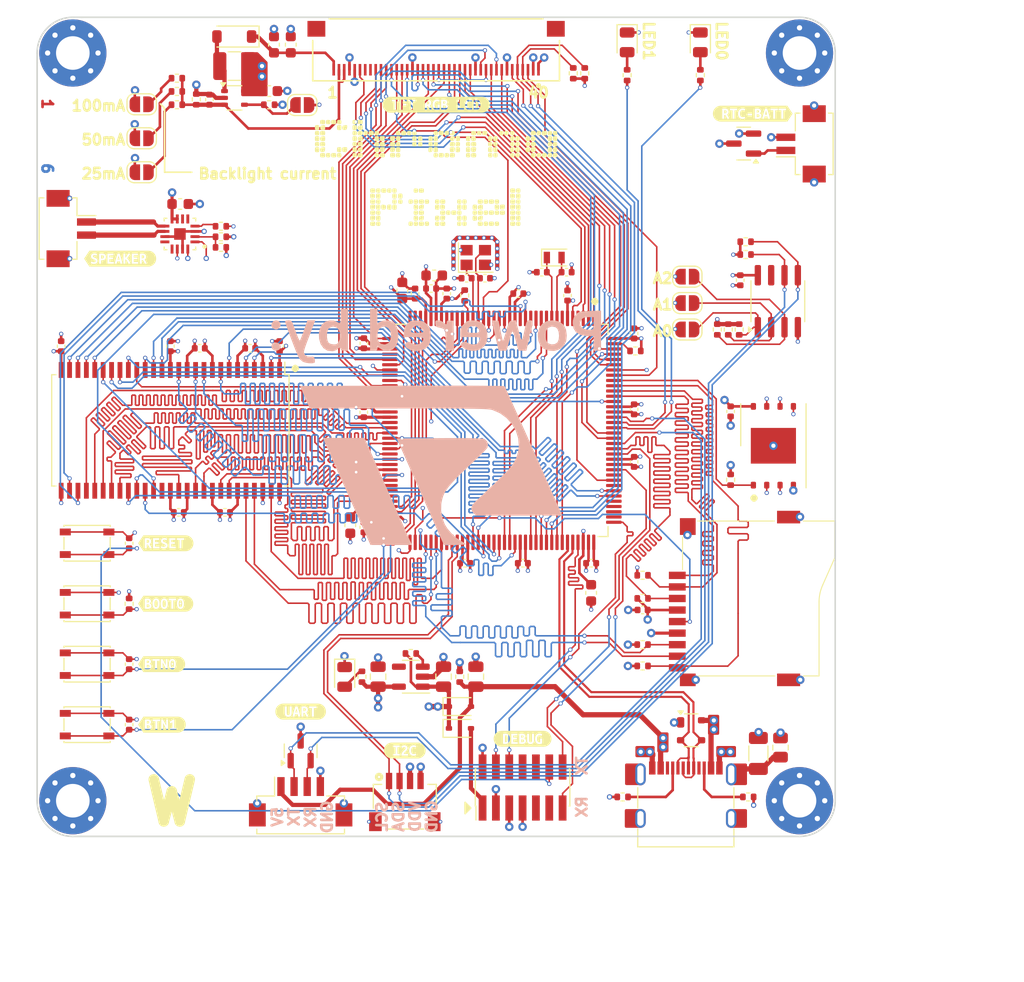
<source format=kicad_pcb>
(kicad_pcb (version 20240108) (generator "pcbnew") (generator_version "8.0")
  (layers (0 "F.Cu" signal) (1 "In1.Cu" signal) (2 "In2.Cu" signal) (3 "In3.Cu" signal) (4 "In4.Cu" signal) (31 "B.Cu" signal) (34 "B.Paste" user) (35 "F.Paste" user) (36 "B.SilkS" user "B.Silkscreen") (37 "F.SilkS" user "F.Silkscreen") (38 "B.Mask" user) (39 "F.Mask" user) (44 "Edge.Cuts" user))
  (net 0 "")
  (net 1 "/LCD/LED_A")
  (net 2 "GND")
  (net 3 "Net-(C34-Pad1)")
  (net 4 "/MCU/XIN")
  (net 5 "VDD")
  (net 6 "+3V3")
  (net 7 "/MCU/XOUT")
  (net 8 "/MCU/OSC32_OUT")
  (net 9 "/MCU/OSC32_IN")
  (net 10 "/MCU/SHIELD")
  (net 11 "/LCD/LCD_SPI_DAT")
  (net 12 "/LCD/LCD_SPI_CLK")
  (net 13 "/LCD/LCD_TP_RST")
  (net 14 "/LCD/LCD_SPI_CS")
  (net 15 "/LCD/LCD_TP_INT")
  (net 16 "/LCD/LCD_TP_SCL")
  (net 17 "/LCD/LCD_TP_SDA")
  (net 19 "/LCD/LCD_R4")
  (net 20 "/LCD/LCD_R5")
  (net 21 "/LCD/LCD_RESET")
  (net 23 "/LCD/LCD_G4")
  (net 24 "/LCD/LCD_G7")
  (net 25 "/LCD/LCD_R6")
  (net 26 "/LCD/LCD_B5")
  (net 27 "/IO/STEMMA_SDA")
  (net 28 "/IO/STEMMA_SCL")
  (net 29 "/LCD/LCD_DE")
  (net 30 "/LCD/LCD_B6")
  (net 31 "/LCD/HSYNC")
  (net 32 "/LCD/LCD_B7")
  (net 33 "/LCD/LCD_B4")
  (net 34 "/LCD/LCD_G5")
  (net 35 "/LCD/LCD_B3")
  (net 36 "/LCD/VSYNC")
  (net 37 "/LCD/LCD_G2")
  (net 38 "/LCD/LCD_CLK")
  (net 39 "/LCD/LCD_G6")
  (net 40 "/LCD/LCD_G3")
  (net 41 "/LCD/LED_K")
  (net 42 "/LCD/LCD_R7")
  (net 43 "/LCD/LCD_R3")
  (net 44 "Net-(J4-CC1)")
  (net 45 "VBUS")
  (net 47 "/MCU/USB_D-")
  (net 48 "Net-(J4-CC2)")
  (net 50 "/MCU/USB_D+")
  (net 51 "/LCD/LCD_BLK")
  (net 52 "Net-(JP5-A)")
  (net 53 "Net-(JP6-A)")
  (net 54 "/MCU/BOOT0")
  (net 55 "/MCU/BTN0")
  (net 56 "/MCU/BTN1")
  (net 57 "Net-(JP7-A)")
  (net 58 "/IO/NRST")
  (net 59 "Net-(D10-A)")
  (net 60 "/IO/SWCLK")
  (net 62 "/IO/SWDIO")
  (net 65 "Net-(U6-~{SD_MODE})")
  (net 66 "/Audio/GAIN_SLOT")
  (net 67 "/Audio/SPK+")
  (net 68 "/Audio/SPK-")
  (net 69 "/MCU/SDRAM_DQ10")
  (net 70 "/MCU/SDRAM_ADD10")
  (net 71 "/MCU/SDRAM_DQ4")
  (net 72 "/MCU/SDRAM_DQ2")
  (net 73 "/MCU/SDRAM_ADD9")
  (net 74 "/MCU/SDRAM_DQ9")
  (net 75 "/MCU/SDRAM_DQ13")
  (net 76 "/MCU/SDRAM_DQ6")
  (net 77 "/MCU/SDRAM_ADD11")
  (net 78 "/MCU/SDRAM_ADD0")
  (net 79 "/MCU/SDRAM_ADD7")
  (net 80 "/MCU/SDRAM_ADD8")
  (net 81 "/MCU/SDRAM_DQ8")
  (net 82 "/MCU/SDRAM_DQ0")
  (net 83 "/MCU/SDRAM_ADD6")
  (net 84 "/MCU/SDRAM_ADD3")
  (net 85 "/MCU/SDRAM_DQ5")
  (net 86 "/MCU/SDRAM_DQ12")
  (net 87 "/MCU/SDRAM_DQ11")
  (net 88 "/MCU/SDRAM_DQ7")
  (net 89 "/MCU/SDRAM_DQ1")
  (net 90 "/MCU/SDRAM_DQ3")
  (net 91 "/MCU/SDRAM_DQ15")
  (net 92 "/MCU/SDRAM_DQ14")
  (net 93 "/MCU/SDRAM_ADD5")
  (net 94 "/MCU/SDRAM_ADD2")
  (net 95 "/MCU/SDRAM_ADD1")
  (net 96 "/MCU/SDRAM_ADD4")
  (net 97 "Net-(U10-PDR_ON)")
  (net 98 "Net-(D4-A)")
  (net 99 "Net-(U8-EN)")
  (net 101 "Net-(D5-A)")
  (net 102 "Net-(D6-A)")
  (net 103 "/MCU/LED_0")
  (net 104 "/MCU/LED_1")
  (net 105 "VB")
  (net 106 "VBAT")
  (net 107 "Net-(D8-A)")
  (net 108 "Net-(JP1-B)")
  (net 109 "Net-(JP2-B)")
  (net 110 "Net-(JP3-B)")
  (net 111 "Net-(JP4-B)")
  (net 114 "/IO/DBG_USART_TX")
  (net 115 "/IO/DBG_USART_RX")
  (net 117 "/IO/EXT_RX")
  (net 119 "/IO/EXT_TX")
  (net 122 "/MEMORY/SD_DAT2")
  (net 124 "/MEMORY/SD_DAT0")
  (net 125 "/MEMORY/SD_DET")
  (net 126 "/MEMORY/SD_DAT3{slash}CD")
  (net 127 "/MCU/SDRAM_ADD12")
  (net 128 "/MEMORY/SD_DAT1")
  (net 130 "/MEMORY/SD_CLK")
  (net 131 "/MEMORY/SD_CMD")
  (net 138 "/MEMORY/~{NOR_CS}")
  (net 139 "/Audio/I2S_SD_MODE")
  (net 140 "/MEMORY/NOR_IO3")
  (net 141 "/MEMORY/NOR_DI(IO0)")
  (net 142 "/MEMORY/NOR_DO(IO1)")
  (net 143 "/MEMORY/NOR_IO2")
  (net 144 "/MEMORY/NOR_CLK")
  (net 145 "/Audio/I2S_CK")
  (net 146 "/Audio/I2S_SDO")
  (net 147 "/Audio/I2S_WS")
  (net 148 "/MCU/~{SDRAM_WE}")
  (net 149 "/MCU/~{SDRAM_CAS}")
  (net 150 "/MCU/SDRAM_CKE")
  (net 151 "/MCU/~{SDRAM_CS}")
  (net 152 "/MCU/SDRAM_BA0")
  (net 153 "/MCU/SDRAM_CLK")
  (net 154 "/MCU/SDRAM_LDQM")
  (net 155 "/MCU/SDRAM_BA1")
  (net 156 "/MCU/SDRAM_UDQM")
  (net 157 "/MCU/~{SDRAM_RAS}")
  (footprint "MountingHole:MountingHole_3.2mm_M3_Pad_Via" (layer "F.Cu") (at 178.7973 122.9411 180)
    (property "Reference" "H3" (hide yes))
    (property "Value" "MountingHole_Pad")
  )
  (footprint "Capacitor_SMD:C_0402_1005Metric" (layer "F.Cu") (at 147.0951 73.1857 180)
    (property "Reference" "C40" (hide yes))
    (property "Value" "16p")
  )
  (footprint "Capacitor_SMD:C_1206_3216Metric" (layer "F.Cu") (at 174.879 118.4402 90)
    (property "Reference" "C43" (hide yes))
    (property "Value" "1nF/500V")
  )
  (footprint "Resistor_SMD:R_0402_1005Metric" (layer "F.Cu") (at 163.1696 80.1116 180)
    (property "Reference" "R19" (hide yes))
    (property "Value" "10K")
  )
  (footprint "Resistor_SMD:R_0402_1005Metric" (layer "F.Cu") (at 172.0118 78.0684 90)
    (property "Reference" "R31" (hide yes))
    (property "Value" "10K")
  )
  (footprint "Capacitor_SMD:C_0402_1005Metric" (layer "F.Cu") (at 114.9604 115.697 90)
    (property "Reference" "C28" (hide yes))
    (property "Value" "100n")
  )
  (footprint "MountingHole:MountingHole_3.2mm_M3_Pad_Via" (layer "F.Cu") (at 109.5973 122.9411 180)
    (property "Reference" "H4" (hide yes))
    (property "Value" "MountingHole_Pad")
  )
  (footprint "SM04B-SRSS-TB_LF__SN_:JST_SM04B-SRSS-TB_LF__SN_" (layer "F.Cu") (at 141.2101 121.063)
    (property "Reference" "J5" (hide yes))
    (property "Value" "I2C-STEMMA-QT")
  )
  (footprint "Resistor_SMD:R_0402_1005Metric" (layer "F.Cu") (at 123.698 69.2404 180)
    (property "Reference" "R15" (hide yes))
    (property "Value" "NC")
  )
  (footprint "Resistor_SMD:R_0402_1005Metric" (layer "F.Cu") (at 169.353866 53.848 90)
    (property "Reference" "R23" (hide yes))
    (property "Value" "1K")
  )
  (footprint "Resistor_SMD:R_0402_1005Metric" (layer "F.Cu") (at 157.2514 53.6702 90)
    (property "Reference" "R34" (hide yes))
    (property "Value" "4K7")
  )
  (footprint "Capacitor_SMD:C_0402_1005Metric" (layer "F.Cu") (at 152.019 74.6506)
    (property "Reference" "C10" (hide yes))
    (property "Value" "100n")
  )
  (footprint "Capacitor_SMD:C_0402_1005Metric" (layer "F.Cu") (at 114.9604 109.939667 90)
    (property "Reference" "C27" (hide yes))
    (property "Value" "100n")
  )
  (footprint "Crystal:Crystal_SMD_2012-2Pin_2.0x1.2mm" (layer "F.Cu") (at 155.4377 71.2152)
    (property "Reference" "Y2" (hide yes))
    (property "Value" "32.768KHz")
  )
  (footprint "Package_TO_SOT_SMD:SOT-23-5" (layer "F.Cu") (at 141.7838 111.1316 180)
    (property "Reference" "U8" (hide yes))
    (property "Value" "TLV75733PDBV")
  )
  (footprint "Resistor_SMD:R_0402_1005Metric" (layer "F.Cu") (at 123.698 70.247001)
    (property "Reference" "R16" (hide yes))
    (property "Value" "100K")
  )
  (footprint "Package_SO:TSOP-II-54_22.2x10.16mm_P0.8mm" (layer "F.Cu") (at 118.8871 87.6744 -90)
    (property "Reference" "U11" (hide yes))
    (property "Value" "MT48LC16M16A2P")
  )
  (footprint "Connector_PinHeader_1.27mm:PinHeader_2x07_P1.27mm_Vertical_SMD" (layer "F.Cu") (at 152.4254 121.6856 90)
    (property "Reference" "J7" (hide yes))
    (property "Value" "swd")
  )
  (footprint "kibuzzard-66417165" (layer "F.Cu") (at 152.4254 117.0432)
    (property "Reference" "kibuzzard-66417165" (hide yes))
    (property "Value" "G***" (hide yes))
  )
  (footprint "LED_SMD:LED_0805_2012Metric" (layer "F.Cu") (at 135.4837 111.1516 -90)
    (property "Reference" "D4" (hide yes))
    (property "Value" "GREEN")
  )
  (footprint "Resistor_SMD:R_0402_1005Metric" (layer "F.Cu") (at 146.4396 111.1316 90)
    (property "Reference" "R22" (hide yes))
    (property "Value" "100K")
  )
  (footprint "Package_SO:SOIC-8_3.9x4.9mm_P1.27mm" (layer "F.Cu") (at 176.7332 75.376 90)
    (property "Reference" "U7" (hide yes))
    (property "Value" "CAT24C128")
  )
  (footprint "Capacitor_SMD:C_0402_1005Metric" (layer "F.Cu") (at 163.0426 90.6744 -90)
    (property "Reference" "C8" (hide yes))
    (property "Value" "100n")
  )
  (footprint "Package_TO_SOT_SMD:SOT-23" (layer "F.Cu") (at 173.482 60.3645 180)
    (property "Reference" "D7" (hide yes))
    (property "Value" "BAT54CW")
  )
  (footprint "Resistor_SMD:R_0402_1005Metric" (layer "F.Cu") (at 119.507 54.14004 180)
    (property "Reference" "R28" (hide yes))
    (property "Value" "2.0R")
  )
  (footprint "Package_QFP:LQFP-144_20x20mm_P0.5mm" (layer "F.Cu") (at 150.4538 87.6744 -90)
    (property "Reference" "U10" (hide yes))
    (property "Value" "STM32H743ZITx")
  )
  (footprint "Capacitor_SMD:C_0805_2012Metric" (layer "F.Cu") (at 138.6659 111.1316 90)
    (property "Reference" "C44" (hide yes))
    (property "Value" "2.2u")
  )
  (footprint "Capacitor_SMD:C_0402_1005Metric" (layer "F.Cu") (at 137.3124 79.3776 90)
    (property "Reference" "C14" (hide yes))
    (property "Value" "100n")
  )
  (footprint "Resistor_SMD:R_0402_1005Metric" (layer "F.Cu") (at 121.35604 56.1552 90)
    (property "Reference" "R25" (hide yes))
    (property "Value" "8.2R")
  )
  (footprint "Capacitor_SMD:C_0402_1005Metric" (layer "F.Cu") (at 146.9538 100.3262 180)
    (property "Reference" "C5" (hide yes))
    (property "Value" "100n")
  )
  (footprint "Jumper:SolderJumper-2_P1.3mm_Open_RoundedPad1.0x1.5mm" (layer "F.Cu") (at 168.1106 73.0392 180)
    (property "Reference" "JP5" (hide yes))
    (property "Value" "JMP")
  )
  (footprint "kibuzzard-6642BE54" (layer "F.Cu") (at 131.2926 114.4524)
    (property "Reference" "kibuzzard-6642BE54" (hide yes))
    (property "Value" "G***" (hide yes))
  )
  (footprint "Capacitor_SMD:C_0402_1005Metric" (layer "F.Cu") (at 118.8871 79.6586 90)
    (property "Reference" "C2" (hide yes))
    (property "Value" "100n")
  )
  (footprint "Capacitor_SMD:C_0402_1005Metric" (layer "F.Cu") (at 124.0871 95.4786 180)
    (property "Reference" "C38" (hide yes))
    (property "Value" "100n")
  )
  (footprint "Capacitor_SMD:C_0603_1608Metric" (layer "F.Cu") (at 119.8215 66.117701)
    (property "Reference" "C23" (hide yes))
    (property "Value" "10u")
  )
  (footprint "Resistor_SMD:R_0402_1005Metric" (layer "F.Cu") (at 123.698 68.2404 180)
    (property "Reference" "R14" (hide yes))
    (property "Value" "1M")
  )
  (footprint "Capacitor_SMD:C_0402_1005Metric" (layer "F.Cu") (at 137.3021 85.9444 90)
    (property "Reference" "C15" (hide yes))
    (property "Value" "100n")
  )
  (footprint "Package_TO_SOT_SMD:SOT-353_SC-70-5" (layer "F.Cu") (at 124.9934 56.0152)
    (property "Reference" "U5" (hide yes))
    (property "Value" "TPS61169")
  )
  (footprint "Capacitor_SMD:C_0402_1005Metric" (layer "F.Cu") (at 145.2038 74.6506 90)
    (property "Reference" "C9" (hide yes))
    (property "Value" "100n")
  )
  (footprint "Jumper:SolderJumper-2_P1.3mm_Open_RoundedPad1.0x1.5mm" (layer "F.Cu") (at 116.1542 56.6241)
    (property "Reference" "JP3" (hide yes))
    (property "Value" "JMP")
  )
  (footprint "Capacitor_SMD:C_0402_1005Metric" (layer "F.Cu") (at 158.9538 100.3262 180)
    (property "Reference" "C7" (hide yes))
    (property "Value" "100n")
  )
  (footprint "Capacitor_SMD:C_0402_1005Metric" (layer "F.Cu") (at 148.8451 73.1857)
    (property "Reference" "C39" (hide yes))
    (property "Value" "16p")
  )
  (footprint "Capacitor_SMD:C_0402_1005Metric" (layer "F.Cu") (at 163.0426 85.6744 -90)
    (property "Reference" "C13" (hide yes))
    (property "Value" "100n")
  )
  (footprint "Capacitor_SMD:C_0402_1005Metric" (layer "F.Cu") (at 163.0426 78.4444 90)
    (property "Reference" "C12" (hide yes))
    (property "Value" "100n")
  )
  (footprint "Capacitor_SMD:C_0402_1005Metric" (layer "F.Cu") (at 108.4871 79.6586 90)
    (property "Reference" "C1" (hide yes))
    (property "Value" "100n")
  )
  (footprint "Capacitor_SMD:C_0603_1608Metric" (layer "F.Cu") (at 130.3528 50.9478 90)
    (property "Reference" "C46" (hide yes))
    (property "Value" "1u")
  )
  (footprint "Capacitor_SMD:C_0402_1005Metric" (layer "F.Cu") (at 122.60972 56.1852 90)
    (property "Reference" "C49" (hide yes))
    (property "Value" "100n")
  )
  (footprint "Resistor_SMD:R_0402_1005Metric" (layer "F.Cu") (at 173.9153 122.5819 180)
    (property "Reference" "R12" (hide yes))
    (property "Value" "5K1")
  )
  (footprint "Resistor_SMD:R_0402_1005Metric" (layer "F.Cu") (at 128.297 56.6652 180)
    (property "Reference" "R29" (hide yes))
    (property "Value" "10K")
  )
  (footprint "Button_Switch_SMD:SW_SPST_PTS810" (layer "F.Cu") (at 110.955 109.939667 180)
    (property "Reference" "SW3" (hide yes))
    (property "Value" "SW_Push")
  )
  (footprint "Capacitor_SMD:C_0805_2012Metric" (layer "F.Cu") (at 147.9775 111.1316 90)
    (property "Reference" "C45" (hide yes))
    (property "Value" "10uF/0805")
  )
  (footprint "Connector_USB:USB_C_Receptacle_G-Switch_GT-USB-7010ASV" (layer "F.Cu") (at 167.9717 123.5519)
    (property "Reference" "J4" (hide yes))
    (property "Value" "USB-C")
  )
  (footprint "Resistor_SMD:R_0402_1005Metric" (layer "F.Cu") (at 158.3446 53.6702 90)
    (property "Reference" "R33" (hide yes))
    (property "Value" "4K7")
  )
  (footprint "Capacitor_SMD:C_0402_1005Metric" (layer "F.Cu") (at 119.6871 95.4786 180)
    (property "Reference" "C37" (hide yes))
    (property "Value" "100n")
  )
  (footprint "kibuzzard-66417197" (layer "F.Cu") (at 144.1973 56.666)
    (property "Reference" "kibuzzard-66417197" (hide yes))
    (property "Value" "G***" (hide yes))
  )
  (footprint "Capacitor_SMD:C_0402_1005Metric" (layer "F.Cu") (at 121.6871 79.8576 180)
    (property "Reference" "C3" (hide yes))
    (property "Value" "100n")
  )
  (footprint "kibuzzard-6642BE6C" (layer "F.Cu") (at 141.2101 118.1608)
    (property "Reference" "kibuzzard-6642BE6C" (hide yes))
    (property "Value" "G***" (hide yes))
  )
  (footprint "Diode_SMD:D_SOD-323" (layer "F.Cu") (at 146.4621 116.0526)
    (property "Reference" "D10" (hide yes))
    (property "Value" "NSR0320MW2T1G")
  )
  (footprint "LED_SMD:LED_0805_2012Metric" (layer "F.Cu") (at 162.3822 50.7238 -90)
    (property "Reference" "D6" (hide yes))
    (property "Value" "RED")
  )
  (footprint "Capacitor_SMD:C_0603_1608Metric" (layer "F.Cu") (at 144.0082 72.9234)
    (property "Reference" "C26" (hide yes))
    (property "Value" "1u")
  )
  (footprint "Button_Switch_SMD:SW_SPST_PTS810" (layer "F.Cu") (at 110.955 98.425 180)
    (property "Reference" "SW1" (hide yes))
    (property "Value" "SW_Push")
  )
  (footprint "Crystal:Crystal_SMD_2520-4Pin_2.5x2.0mm" (layer "F.Cu") (at 147.9701 71.2152)
    (property "Reference" "Y1" (hide yes))
    (property "Value" "25MHz")
  )
  (footprint "kibuzzard-6642BE85" (layer "F.Cu") (at 174.3456 57.51615)
    (property "Reference" "kibuzzard-6642BE85" (hide yes))
    (property "Value" "G***" (hide yes))
  )
  (footprint "Resistor_SMD:R_0402_1005Metric" (layer "F.Cu") (at 172.2374 92.3804 -90)
    (property "Reference" "R2" (hide yes))
    (property "Value" "10K")
  )
  (footprint "MountingHole:MountingHole_3.2mm_M3_Pad_Via" (layer "F.Cu") (at 109.5973 51.7411 180)
    (property "Reference" "H1" (hide yes))
    (property "Value" "MountingHole_Pad")
  )
  (footprint "Package_TO_SOT_SMD:SOT-23" (layer "F.Cu") (at 131.2926 118.1862 90)
    (property "Reference" "D9" (hide yes))
    (property "Value" "ESDA14V2L")
  )
  (footprint "kibuzzard-6644A0DC" (layer "F.Cu") (at 114.1027 71.3232)
    (property "Reference" "kibuzzard-6644A0DC" (hide yes))
    (property "Value" "G***" (hide yes))
  )
  (footprint "Button_Switch_SMD:SW_SPST_PTS810" (layer "F.Cu") (at 110.955 115.697 180)
    (property "Reference" "SW4" (hide yes))
    (property "Value" "SW_Push")
  )
  (footprint "Resistor_SMD:R_0402_1005Metric" (layer "F.Cu") (at 146.9136 74.8284 -90)
    (property "Reference" "R17" (hide yes))
    (property "Value" "10K")
  )
  (footprint "Resistor_SMD:R_0402_1005Metric" (layer "F.Cu") (at 119.507 56.6652 180)
    (property "Reference" "R26" (hide yes))
    (property "Value" "8.2R")
  )
  (footprint "Resistor_SMD:R_0402_1005Metric" (layer "F.Cu") (at 137.1293 111.1316 90)
    (property "Reference" "R21" (hide yes))
    (property "Value" "2K2")
  )
  (footprint "Resistor_SMD:R_0402_1005Metric" (layer "F.Cu") (at 163.8554 103.675)
    (property "Reference" "R8" (hide yes))
    (property "Value" "10K")
  )
  (footprint "logo:chroma-pixel" (layer "F.Cu") (at 144.856975 64.4906)
    (property "Reference" "G***" (hide yes))
    (property "Value" "LOGO" (hide yes))
  )
  (footprint "Capacitor_SMD:C_0402_1005Metric" (layer "F.Cu") (at 142.1892 74.6506 90)
    (property "Reference" "C4" (hide yes))
    (property "Value" "100n")
  )
  (footprint "Connector_Hirose:Hirose_DF13C_CL535-0402-2-51_1x02-1MP_P1.25mm_Vertical" (layer "F.Cu") (at 178.9478 60.39115 90)
    (property "Reference" "J6" (hide yes))
    (property "Value" "BAT")
  )
  (footprint "Jumper:SolderJumper-2_P1.3mm_Open_RoundedPad1.0x1.5mm" (layer "F.Cu") (at 116.1542 59.85885)
    (property "Reference" "JP2" (hide yes))
    (property "Value" "JMP")
  )
  (footprint "MAX98357AETE_:QFN50P300X300X80-17N" (layer "F.Cu") (at 119.7965 68.9759 180)
    (property "Reference" "U6" (hide yes))
    (property "Value" "MAX98357AETE_")
  )
  (footprint "Capacitor_SMD:C_0402_1005Metric" (layer "F.Cu") (at 154.2577 72.6122 180)
    (property "Reference" "C41" (hide yes))
    (property "Value" "10p")
  )
  (footprint "Resistor_SMD:R_0402_1005Metric" (layer "F.Cu") (at 141.7838 108.9218)
    (property "Reference" "R20" (hide yes))
    (property "Value" "10K")
  )
  (footprint "Capacitor_SMD:C_0402_1005Metric" (layer "F.Cu") (at 143.7132 74.168)
    (property "Reference" "C25" (hide yes))
    (property "Value" "100n")
  )
  (footprint "Capacitor_SMD:C_0402_1005Metric" (layer "F.Cu") (at 172.2374 85.8704 -90)
    (property "Reference" "C21" (hide yes))
    (property "Value" "100n")
  )
  (footprint "Capacitor_SMD:C_0603_1608Metric" (layer "F.Cu") (at 140.97 74.3556 90)
    (property "Reference" "C19" (hide yes))
    (property "Value" "4u7")
  )
  (footprint "Resistor_SMD:R_0402_1005Metric" (layer "F.Cu") (at 163.8554 108.075)
    (property "Reference" "R7" (hide yes))
    (property "Value" "10K")
  )
  (footprint "Resistor_SMD:R_0402_1005Metric" (layer "F.Cu") (at 173.0532 78.0684 90)
    (property "Reference" "R30" (hide yes))
    (property "Value" "10K")
  )
  (footprint "Resistor_SMD:R_0805_2012Metric" (layer "F.Cu") (at 176.9872 117.8777 90)
    (property "Reference" "R13" (hide yes))
    (property "Value" "1M/0805")
  )
  (footprint "Resistor_SMD:R_0402_1005Metric" (layer "F.Cu") (at 170.9704 78.0684 90)
    (property "Reference" "R32" (hide yes))
    (property "Value" "10K")
  )
  (footprint "Resistor_SMD:R_0402_1005Metric" (layer "F.Cu") (at 163.8554 101.475)
    (property "Reference" "R9" (hide yes))
    (property "Value" "10K")
  )
  (footprint "kibuzzard-6641D19D" (layer "F.Cu") (at 118.44794 98.425)
    (property "Reference" "kibuzzard-6641D19D" (hide yes))
    (property "Value" "G***" (hide yes))
  )
  (footprint "kibuzzard-6641D1AA" (layer "F.Cu") (at 118.053203 109.93641)
    (property "Reference" "kibuzzard-6641D1AA" (hide yes))
    (property "Value" "G***" (hide yes))
  )
  (footprint "TF-115:SD-TF-115" (layer "F.Cu") (at 172.4074 103.6828 90)
    (property "Reference" "J3" (hide yes))
    (property "Value" "Micro_SD_Card_Det1")
  )
  (footprint "Diode_SMD:D_SOD-123" (layer "F.Cu") (at 124.9709 50.1728 180)
    (property "Reference" "D8" (hide yes))
    (property "Value" "MBR0540")
  )
  (footprint "Resistor_SMD:R_0402_1005Metric" (layer "F.Cu") (at 163.8554 110.109 180)
    (property "Reference" "R10" (hide yes))
    (property "Value" "10K")
  )
  (footprint "Package_SON:WSON-8-1EP_8x6mm_P1.27mm_EP3.4x4.3mm" (layer "F.Cu") (at 176.3096 89.1404 90)
    (property "Reference" "U1" (hide yes))
    (property "Value" "MT25Q")
  )
  (footprint "Capacitor_SMD:C_0402_1005Metric" (layer "F.Cu") (at 152.4538 100.3262 180)
    (property "Reference" "C6" (hide yes))
    (property "Value" "100n")
  )
  (footprint "Jumper:SolderJumper-2_P1.3mm_Open_RoundedPad1.0x1.5mm" (layer "F.Cu") (at 131.445 56.6928 180)
    (property "Reference" "JP4" (hide yes))
    (property "Value" "JMP")
  )
  (footprint "FPC-40P-Omron-XF2M-4015-1Apretty:Omron-XF2M-4015-1A-R100-0-0-0" (layer "F.Cu") (at 144.1904 51.435 180)
    (property "Reference" "J2" (hide yes))
    (property "Value" "TFT_LCD")
  )
  (footprint "Resistor_SMD:R_0402_1005Metric" (layer "F.Cu") (at 161.9519 122.5819)
    (property "Reference" "R11" (hide yes))
    (property "Value" "5K1")
  )
  (footprint "Resistor_SMD:R_0402_1005Metric" (layer "F.Cu") (at 173.6648 70.931)
    (property "Reference" "R6" (hide yes))
    (property "Value" "2K2")
  )
  (footprint "Jumper:SolderJumper-2_P1.3mm_Open_RoundedPad1.0x1.5mm" (layer "F.Cu") (at 168.1106 78.0684 180)
    (property "Reference" "JP7" (hide yes))
    (property "Value" "JMP")
  )
  (footprint "Capacitor_SMD:C_0603_1608Metric" (layer "F.Cu") (at 128.7526 50.9478 90)
    (property "Reference" "C47" (hide yes))
    (property "Value" "1u")
  )
  (footprint "Resistor_SMD:R_0402_1005Metric" (layer "F.Cu") (at 119.507 55.40262 180)
    (property "Reference" "R27" (hide yes))
    (property "Value" "4.3R")
  )
  (footprint "kibuzzard-6641D1B0" (layer "F.Cu") (at 118.083792 115.697)
    (property "Reference" "kibuzzard-6641D1B0" (hide yes))
    (property "Value" "G***" (hide yes))
  )
  (footprint "Resistor_SMD:R_0402_1005Metric" (layer "F.Cu") (at 173.6648 69.7118)
    (property "Reference" "R5" (hide yes))
    (property "Value" "2K2")
  )
  (footprint "Capacitor_SMD:C_0402_1005Metric" (layer "F.Cu") (at 114.9604 98.425 90)
    (property "Reference" "C24" (hide yes))
    (property "Value" "100n")
  )
  (footprint "Capacitor_SMD:C_0402_1005Metric" (layer "F.Cu") (at 156.7038 74.831 90)
    (property "Reference" "C11" (hide yes))
    (property "Value" "100n")
  )
  (footprint "Resistor_SMD:R_0402_1005Metric" (layer "F.Cu") (at 114.9604 104.189 90)
    (property "Reference" "R18" (hide yes))
    (property "Value" "10K")
  )
  (footprint "Capacitor_SMD:C_0805_2012Metric" (layer "F.Cu") (at 144.9017 111.1316 90)
    (property "Reference" "C30" (hide yes))
    (property "Value" "1uF/0805")
  )
  (footprint "Capacitor_SMD:C_0402_1005Metric" (layer "F.Cu") (at 129.2871 79.6586 90)
    (property "Reference" "C29" (hide yes))
    (property "Value" "100n")
  )
  (footprint "MountingHole:MountingHole_3.2mm_M3_Pad_Via" (layer "F.Cu") (at 178.7973 51.7411 180)
    (property "Reference" "H2" (hide yes))
    (property "Value" "MountingHole_Pad")
  )
  (footprint "Capacitor_SMD:C_0603_1608Metric" (layer "F.Cu") (at 136.017 96.6994 -90)
    (property "Reference" "C34" (hide yes))
    (property "Value" "2u2")
  )
  (footprint "Capacitor_SMD:C_0402_1005Metric" (layer "F.Cu") (at 156.6177 72.6122)
    (property "Reference" "C42" (hide yes))
    (property "Value" "10p")
  )
  (footprint "Diode_SMD:D_SOD-323" (layer "F.Cu") (at 146.4621 113.9764)
    (property "Reference" "D3" (hide yes))
    (property "Value" "NSR0320MW2T1G")
  )
  (footprint "Capacitor_SMD:C_0402_1005Metric" (layer "F.Cu") (at 163.8554 104.775 180)
    (property "Reference" "C18" (hide yes))
    (property "Value" "100n")
  )
  (footprint "Capacitor_SMD:C_0402_1005Metric" (layer "F.Cu") (at 126.4871 79.8576 180)
    (property "Reference" "C36" (hide yes))
    (property "Value" "100n")
  )
  (footprint "Connector_Hirose:Hirose_DF13C_CL535-0402-2-51_1x02-1MP_P1.25mm_Vertical" (layer "F.Cu") (at 109.4439 68.4565 -90)
    (property "Reference" "J8" (hide yes))
    (property "Value" "SPKR")
  )
  (footprint "Capacitor_SMD:C_0402_1005Metric" (layer "F.Cu") (at 173.1548 73.381 -90)
    (property "Reference" "C20" (hide yes))
    (property "Value" "100n")
  )
  (footprint "Capacitor_SMD:C_0402_1005Metric" (layer "F.Cu") (at 137.3021 96.9044 -90)
    (property "Reference" "C17" (hide yes))
    (property "Value" "100n")
  )
  (footprint "Capacitor_SMD:C_0402_1005Metric" (layer "F.Cu") (at 137.3021 91.1744 90)
    (property "Reference" "C16" (hide yes))
    (property "Value" "100n")
  )
  (footprint "Resistor_SMD:R_0402_1005Metric" (layer "F.Cu") (at 162.3822 53.848 90)
    (property "Reference" "R24" (hide yes))
    (property "Value" "1K")
  )
  (footprint "Jumper:SolderJumper-2_P1.3mm_Open_RoundedPad1.0x1.5mm" (layer "F.Cu") (at 116.1542 63.0936)
    (property "Reference" "JP1" (hide yes))
    (property "Value" "JMP")
  )
  (footprint "Inductor_SMD:L_1210_3225Metric" (layer "F.Cu") (at 124.9934 52.9844 180)
    (property "Reference" "L2" (hide yes))
    (property "Value" "6.8u")
  )
  (footprint "Package_TO_SOT_SMD:SOT-143" (layer "F.Cu") (at 168.4717 116.2319)
    (property "Reference" "D2" (hide yes))
    (property "Value" "PRTR5V0U2X")
  )
  (footprint "LED_SMD:LED_0805_2012Metric" (layer "F.Cu") (at 169.353866 50.7238 -90)
    (property "Reference" "D5" (hide yes))
    (property "Value" "RED")
  )
  (footprint "Capacitor_SMD:C_0603_1608Metric" (layer "F.Cu") (at 158.9532 103.1494 -90)
    (property "Reference" "C35" (hide yes))
    (property "Value" "2u2")
  )
  (footprint "Jumper:SolderJumper-2_P1.3mm_Open_RoundedPad1.0x1.5mm" (layer "F.Cu") (at 168.1106 75.5538 180)
    (property "Reference" "JP6" (hide yes))
    (property "Value" "JMP")
  )
  (footprint "Button_Switch_SMD:SW_SPST_PTS810" (layer "F.Cu") (at 110.955 104.182334 180)
    (property "Reference" "SW2" (hide yes))
    (property "Value" "SW_Push")
  )
  (footprint "Capacitor_SMD:C_0603_1608Metric" (layer "F.Cu") (at 128.297 55.3652)
    (property "Reference" "C48" (hide yes))
    (property "Value" "10u")
  )
  (footprint "kibuzzard-6641D1A5" (layer "F.Cu") (at 118.4402 104.180705)
    (property "Reference" "kibuzzard-6641D1A5" (hide yes))
    (property "Value" "G***" (hide yes))
  )
  (footprint "Connector_Hirose:Hirose_DF13C_CL535-0404-8-51_1x04-1MP_P1.25mm_Vertical" (layer "F.Cu") (at 131.2926 123.0424)
    (property "Reference" "J9" (hide yes))
    (property "Value" "UART")
  )
  (footprint "powered_by_st:powered_by_st" (layer "B.Cu") (at 144.299732 90.9911 180)
    (property "Reference" "G***")
    (property "Value" "LOGO" (hide yes))
  )
  (gr_line (start 118.3386 56.9976) (end 118.3386 63.0936) (stroke (width 0.15)) (layer "F.SilkS"))
  (gr_line (start 118.3386 63.0936) (end 120.9294 63.0936) (stroke (width 0.15)) (layer "F.SilkS"))
  (gr_line (start 117.9322 56.5912) (end 118.3386 56.9976) (stroke (width 0.15)) (layer "F.SilkS"))
  (gr_poly (pts (xy 146.9517 124.169) (xy 147.4851 123.6356) (xy 146.9517 123.1022)) (stroke (width 0.15)) (fill solid) (layer "F.SilkS"))
  (gr_line (start 182.1973 122.9411) (end 182.1973 51.7411) (stroke (width 0.15)) (layer "Edge.Cuts"))
  (gr_line (start 178.7973 126.3411) (end 109.5973 126.3411) (stroke (width 0.15)) (layer "Edge.Cuts"))
  (gr_line (start 178.7973 48.3411) (end 109.5973 48.3411) (stroke (width 0.15)) (layer "Edge.Cuts"))
  (gr_arc (start 182.1973 122.9411) (mid 181.201463 125.345263) (end 178.7973 126.3411) (stroke (width 0.15)) (layer "Edge.Cuts"))
  (gr_line (start 106.1973 122.9411) (end 106.1973 51.7411) (stroke (width 0.15)) (layer "Edge.Cuts"))
  (gr_arc (start 109.5973 126.3411) (mid 107.193137 125.345263) (end 106.1973 122.9411) (stroke (width 0.15)) (layer "Edge.Cuts"))
  (gr_arc (start 178.7973 48.3411) (mid 181.201463 49.336937) (end 182.1973 51.7411) (stroke (width 0.15)) (layer "Edge.Cuts"))
  (gr_arc (start 106.1973 51.7411) (mid 107.193137 49.336937) (end 109.5973 48.3411) (stroke (width 0.15)) (layer "Edge.Cuts"))
  (gr_text "1" (at 106.5784 55.9562 -90) (layer "F.Cu") (effects (font (size 1 1) (thickness 0.25) (bold yes)) (justify left bottom)))
  (gr_text "6" (at 106.5784 62.103 270) (layer "B.Cu") (effects (font (size 1 1) (thickness 0.25) (bold yes)) (justify left bottom)))
  (gr_text "SDA" (at 141.1986 122.8852 90) (layer "B.SilkS") (effects (font (size 1 1) (thickness 0.25) (bold yes)) (justify left bottom mirror)))
  (gr_text "RX" (at 132.8166 123.3424 90) (layer "B.SilkS") (effects (font (size 1 1) (thickness 0.25) (bold yes)) (justify left bottom mirror)))
  (gr_text "TX" (at 131.2418 123.461447 90) (layer "B.SilkS") (effects (font (size 1 1) (thickness 0.25) (bold yes)) (justify left bottom mirror)))
  (gr_text "GND" (at 144.3482 122.766153 90) (layer "B.SilkS") (effects (font (size 1 1) (thickness 0.25) (bold yes)) (justify left bottom mirror)))
  (gr_text "SCL" (at 139.6238 122.90901 90) (layer "B.SilkS") (effects (font (size 1 1) (thickness 0.25) (bold yes)) (justify left bottom mirror)))
  (gr_text "5V" (at 129.667 123.413828 90) (layer "B.SilkS") (effects (font (size 1 1) (thickness 0.25) (bold yes)) (justify left bottom mirror)))
  (gr_text "GND" (at 134.3914 122.794781 90) (layer "B.SilkS") (effects (font (size 1 1) (thickness 0.25) (bold yes)) (justify left bottom mirror)))
  (gr_text "VDD" (at 142.7734 122.861391 90) (layer "B.SilkS") (effects (font (size 1 1) (thickness 0.25) (bold yes)) (justify left bottom mirror)))
  (gr_text "TX" (at 158.6484 118.603457 90) (layer "B.SilkS") (effects (font (size 1 1) (thickness 0.25) (bold yes)) (justify left bottom mirror)))
  (gr_text "RX" (at 158.6484 122.38441 90) (layer "B.SilkS") (effects (font (size 1 1) (thickness 0.25) (bold yes)) (justify left bottom mirror)))
  (gr_text "A1" (at 164.6936 76.29125 0) (layer "F.SilkS") (effects (font (size 1 1) (thickness 0.25) (bold yes)) (justify left bottom)))
  (gr_text "." (at 129.9718 82.1436 0) (layer "F.SilkS") (effects (font (size 2 2) (thickness 0.5) (bold yes)) (justify left bottom)))
  (gr_text "LED1" (at 163.8554 48.595467 270) (layer "F.SilkS") (effects (font (size 1 1) (thickness 0.25) (bold yes)) (justify left bottom)))
  (gr_text "40" (at 152.8318 56.1072 0) (layer "F.SilkS") (effects (font (size 1 1) (thickness 0.25) (bold yes)) (justify left bottom)))
  (gr_text "100mA" (at 109.347 57.35035 0) (layer "F.SilkS") (effects (font (size 1 1) (thickness 0.25) (bold yes)) (justify left bottom)))
  (gr_text "Backlight current" (at 121.4374 63.81985 0) (layer "F.SilkS") (effects (font (size 1 1) (thickness 0.25) (bold yes)) (justify left bottom)))
  (gr_text "A2" (at 164.6936 73.77665 0) (layer "F.SilkS") (effects (font (size 1 1) (thickness 0.25) (bold yes)) (justify left bottom)))
  (gr_text "LED0" (at 170.7896 48.595467 -90) (layer "F.SilkS") (effects (font (size 1 1) (thickness 0.25) (bold yes)) (justify left bottom)))
  (gr_text "A0" (at 164.6936 78.80585 0) (layer "F.SilkS") (effects (font (size 1 1) (thickness 0.25) (bold yes)) (justify left bottom)))
  (gr_text "1" (at 133.69611 56.1072 0) (layer "F.SilkS") (effects (font (size 1 1) (thickness 0.25) (bold yes)) (justify left bottom)))
  (gr_text "." (at 173.6598 94.488 0) (layer "F.SilkS") (effects (font (size 2 2) (thickness 0.5) (bold yes)) (justify left bottom)))
  (gr_text "50mA" (at 110.299381 60.5851 0) (layer "F.SilkS") (effects (font (size 1 1) (thickness 0.25) (bold yes)) (justify left bottom)))
  (gr_text "." (at 158.496 75.7682 0) (layer "F.SilkS") (effects (font (size 2 2) (thickness 0.5) (bold yes)) (justify left bottom)))
  (gr_text "25mA" (at 110.299381 63.81985 0) (layer "F.SilkS") (effects (font (size 1 1) (thickness 0.25) (bold yes)) (justify left bottom)))
  (gr_text "W" (at 116.074235 125.4506 0) (layer "F.SilkS") (effects (font (size 4 4) (thickness 1) (bold yes)) (justify left bottom)))
  (segment (start 134.4404 52.5254) (end 133.6378 51.7228) (width 0.25) (layer "F.Cu") (net 1))
  (segment (start 127.2026 50.1728) (end 128.7526 51.7228) (width 0.4) (layer "F.Cu") (net 1))
  (segment (start 126.6209 50.1728) (end 127.2026 50.1728) (width 0.4) (layer "F.Cu") (net 1))
  (segment (start 130.3528 51.7228) (end 128.7526 51.7228) (width 0.25) (layer "F.Cu") (net 1))
  (segment (start 133.6378 51.7228) (end 130.3528 51.7228) (width 0.25) (layer "F.Cu") (net 1))
  (segment (start 134.4404 53.335) (end 134.4404 52.5254) (width 0.25) (layer "F.Cu") (net 1))
  (segment (start 146.7038 98.3369) (end 146.7038 100.0962) (width 0.25) (layer "F.Cu") (net 2))
  (segment (start 172.4428 73.861) (end 172.4406 73.8632) (width 0.25) (layer "F.Cu") (net 2))
  (segment (start 144.1932 77.0013) (end 144.1932 74.168) (width 0.25) (layer "F.Cu") (net 2))
  (segment (start 148.8451 71.9152) (end 149.4204 71.9152) (width 0.25) (layer "F.Cu") (net 2))
  (segment (start 114.3654 114.622) (end 114.9604 115.217) (width 0.15) (layer "F.Cu") (net 2))
  (segment (start 153.9404 52.714) (end 154.4828 52.1716) (width 0.25) (layer "F.Cu") (net 2))
  (segment (start 161.1163 85.9244) (end 162.8126 85.9244) (width 0.25) (layer "F.Cu") (net 2))
  (segment (start 168.1574 97.6028) (end 168.1226 97.6376) (width 0.25) (layer "F.Cu") (net 2))
  (segment (start 141.9404 52.1768) (end 141.9352 52.1716) (width 0.25) (layer "F.Cu") (net 2))
  (segment (start 146.431 69.342) (end 146.2278 69.342) (width 0.4) (layer "F.Cu") (net 2))
  (segment (start 115.669 115.217) (end 115.6716 115.2144) (width 0.15) (layer "F.Cu") (net 2))
  (segment (start 144.0101 124.938) (end 144.5976 124.938) (width 0.15) (layer "F.Cu") (net 2))
  (segment (start 167.1574 106.9828) (end 164.676 106.9828) (width 0.3) (layer "F.Cu") (net 2))
  (segment (start 130.3528 50.1728) (end 130.3528 49.4538) (width 0.4) (layer "F.Cu") (net 2))
  (segment (start 120.0465 68.7259) (end 119.7965 68.9759) (width 0.25) (layer "F.Cu") (net 2))
  (segment (start 169.353866 49.7863) (end 168.2519 49.7863) (width 0.25) (layer "F.Cu") (net 2))
  (segment (start 152.2038 98.3369) (end 152.2038 100.0962) (width 0.25) (layer "F.Cu") (net 2))
  (segment (start 114.9604 103.679) (end 114.9604 102.997) (width 0.25) (layer "F.Cu") (net 2))
  (segment (start 163.0426 86.1544) (end 163.7054 86.1544) (width 0.25) (layer "F.Cu") (net 2))
  (segment (start 108.4871 93.4244) (end 108.4871 94.5896) (width 0.25) (layer "F.Cu") (net 2))
  (segment (start 172.0118 77.5584) (end 170.9704 77.5584) (width 0.4) (layer "F.Cu") (net 2))
  (segment (start 153.7777 72.6122) (end 153.0858 72.6122) (width 0.25) (layer "F.Cu") (net 2))
  (segment (start 108.88 108.864667) (end 113.03 108.864667) (width 0.15) (layer "F.Cu") (net 2))
  (segment (start 131.2926 117.2487) (end 131.2926 115.9002) (width 0.25) (layer "F.Cu") (net 2))
  (segment (start 147.9775 110.1816) (end 147.9775 109.2405) (width 0.5) (layer "F.Cu") (net 2))
  (segment (start 137.886046 79.4244) (end 137.359246 78.8976) (width 0.3) (layer "F.Cu") (net 2))
  (segment (start 149.5044 69.342) (end 149.6314 69.342) (width 0.4) (layer "F.Cu") (net 2))
  (segment (start 145.9313 73.1857) (end 145.923 73.1774) (width 0.25) (layer "F.Cu") (net 2))
  (segment (start 145.8468 69.723) (end 145.8468 70.2818) (width 0.4) (layer "F.Cu") (net 2))
  (segment (start 156.7038 74.351) (end 156.7038 73.6712) (width 0.25) (layer "F.Cu") (net 2))
  (segment (start 180.1978 57.51615) (end 180.1978 56.7538) (width 0.25) (layer "F.Cu") (net 2))
  (segment (start 151.7038 75.45729) (end 152.499 74.66209) (width 0.25) (layer "F.Cu") (net 2))
  (segment (start 173.1548 73.861) (end 172.4428 73.861) (width 0.25) (layer "F.Cu") (net 2))
  (segment (start 135.9404 53.335) (end 135.9404 52.172) (width 0.25) (layer "F.Cu") (net 2))
  (segment (start 146.4738 100.3262) (end 146.4738 101.0332) (width 0.25) (layer "F.Cu") (net 2))
  (segment (start 120.5965 66.117701) (end 121.689899 66.117701) (width 0.25) (layer "F.Cu") (net 2))
  (segment (start 146.4396 110.6216) (end 146.4396 109.76) (width 0.5) (layer "F.Cu") (net 2))
  (segment (start 120.4871 81.9244) (end 120.4871 80.5776) (width 0.25) (layer "F.Cu") (net 2))
  (segment (start 148.81225 69.342) (end 149.5044 69.342) (width 0.4) (layer "F.Cu") (net 2))
  (segment (start 163.4721 49.7863) (end 163.4744 49.784) (width 0.25) (layer "F.Cu") (net 2))
  (segment (start 135.4837 110.2141) (end 135.4837 109.1927) (width 0.25) (layer "F.Cu") (net 2))
  (segment (start 163.3754 104.775) (end 162.4838 104.775) (width 0.25) (layer "F.Cu") (net 2))
  (segment (start 158.4738 101.038) (end 158.4706 101.0412) (width 0.25) (layer "F.Cu") (net 2))
  (segment (start 168.2519 49.7863) (end 168.2496 49.784) (width 0.25) (layer "F.Cu") (net 2))
  (segment (start 146.6151 73.1857) (end 145.9313 73.1857) (width 0.25) (layer "F.Cu") (net 2))
  (segment (start 127.1676 124.2924) (end 127.1676 123.2052) (width 0.25) (layer "F.Cu") (net 2))
  (segment (start 119.5465 69.2259) (end 119.7965 68.9759) (width 0.25) (layer "F.Cu") (net 2))
  (segment (start 180.1978 56.7538) (end 180.1876 56.7436) (width 0.25) (layer "F.Cu") (net 2))
  (segment (start 151.1554 123.6356) (end 151.1554 125.4252) (width 0.25) (layer "F.Cu") (net 2))
  (segment (start 114.9604 115.217) (end 115.669 115.217) (width 0.15) (layer "F.Cu") (net 2))
  (segment (start 144.1958 74.1706) (end 144.1932 74.168) (width 0.25) (layer "F.Cu") (net 2))
  (segment (start 163.0426 91.1544) (end 163.6838 91.1544) (width 0.25) (layer "F.Cu") (net 2))
  (segment (start 144.9017 109.2635) (end 144.8902 109.252) (width 0.5) (layer "F.Cu") (net 2))
  (segment (start 135.4176 124.2924) (end 135.4176 123.2002) (width 0.25) (layer "F.Cu") (net 2))
  (segment (start 130.004 55.3652) (end 130.0226 55.3466) (width 0.25) (layer "F.Cu") (net 2))
  (segment (start 127.1676 123.2052) (end 127.1524 123.19) (width 0.25) (layer "F.Cu") (net 2))
  (segment (start 178.8638 111.4328) (end 178.8668 111.4298) (width 0.25) (layer "F.Cu") (net 2))
  (segment (start 151.7038 77.0119) (end 151.7038 75.45729) (width 0.25) (layer "F.Cu") (net 2))
  (segment (start 146.4738 101.0332) (end 146.4818 101.0412) (width 0.25) (layer "F.Cu") (net 2))
  (segment (start 148.6154 119.7356) (end 148.6154 117.9068) (width 0.25) (layer "F.Cu") (net 2))
  (segment (start 145.2038 74.1706) (end 144.1958 74.1706) (width 0.25) (layer "F.Cu") (net 2))
  (segment (start 121.2315 68.7259) (end 120.0465 68.7259) (width 0.25) (layer "F.Cu") (net 2))
  (segment (start 142.7101 121.063) (end 142.7101 119.7227) (width 0.4) (layer "F.Cu") (net 2))
  (segment (start 109.2949 65.5815) (end 109.2962 65.5828) (width 0.5) (layer "F.Cu") (net 2))
  (segment (start 171.1717 119.8269) (end 171.1717 118.4675) (width 0.5) (layer "F.Cu") (net 2))
  (segment (start 121.2071 79.8576) (end 121.2071 79.1464) (width 0.25) (layer "F.Cu") (net 2))
  (segment (start 123.229719 56.0152) (end 122.919719 55.7052) (width 0.4) (layer "F.Cu") (net 2))
  (segment (start 147.9404 53.335) (end 147.9404 52.1716) (width 0.25) (layer "F.Cu") (net 2))
  (segment (start 153.9404 53.335) (end 153.9404 52.714) (width 0.25) (layer "F.Cu") (net 2))
  (segment (start 158.9532 103.9244) (end 158.9532 104.7496) (width 0.25) (layer "F.Cu") (net 2))
  (segment (start 146.2278 69.342) (end 145.8468 69.723) (width 0.4) (layer "F.Cu") (net 2))
  (segment (start 144.1932 73.5134) (end 144.7832 72.9234) (width 0.25) (layer "F.Cu") (net 2))
  (segment (start 163.0426 77.9644) (end 163.742 77.9644) (width 0.25) (layer "F.Cu") (net 2))
  (segment (start 138.435412 85.9244) (end 137.975412 85.4644) (width 0.3) (layer "F.Cu") (net 2))
  (segment (start 168.1574 96.8328) (end 168.1574 97.6028) (width 0.25) (layer "F.Cu") (net 2))
  (segment (start 142.1892 74.1706) (end 141.56 74.1706) (width 0.25) (layer "F.Cu") (net 2))
  (segment (start 163.7054 86.1544) (end 163.7284 86.1314) (width 0.25) (layer "F.Cu") (net 2))
  (segment (start 162.8126 85.9244) (end 163.0426 86.1544) (width 0.25) (layer "F.Cu") (net 2))
  (segment (start 119.2071 95.4786) (end 119.2071 96.1898) (width 0.25) (layer "F.Cu") (net 2))
  (segment (start 138.6659 109.3041) (end 138.6672 109.3028) (width 0.5) (layer "F.Cu") (net 2))
  (segment (start 115.5042 63.0936) (end 115.5042 61.7624) (width 0.25) (layer "F.Cu") (net 2))
  (segment (start 121.2315 68.7259) (end 122.0978 68.7259) (width 0.25) (layer "F.Cu") (net 2))
  (segment (start 127.6871 93.4244) (end 127.6871 94.5896) (width 0.25) (layer "F.Cu") (net 2))
  (segment (start 174.4253 122.5819) (end 174.4253 123.3678) (width 0.25) (layer "F.Cu") (net 2))
  (segment (start 174.879 116.4336) (end 174.9044 116.4082) (width 0.5) (layer "F.Cu") (net 2))
  (segment (start 122.8871 94.7586) (end 123.6071 95.4786) (width 0.25) (layer "F.Cu") (net 2))
  (segment (start 125.2871 80.5776) (end 126.0071 79.8576) (width 0.25) (layer "F.Cu") (net 2))
  (segment (start 164.7717 118.5183) (end 164.5427 118.2893) (width 0.5) (layer "F.Cu") (net 2))
  (segment (start 118.3615 69.2259) (end 119.5465 69.2259) (width 0.25) (layer "F.Cu") (net 2))
  (segment (start 146.7038 100.0962) (end 146.4738 100.3262) (width 0.25) (layer "F.Cu") (net 2))
  (segment (start 133.1676 121.5924) (end 133.1676 120.0958) (width 0.25) (layer "F.Cu") (net 2))
  (segment (start 113.03 114.622) (end 114.3654 114.622) (width 0.15) (layer "F.Cu") (net 2))
  (segment (start 118.8871 93.4244) (end 118.8871 95.1586) (width 0.25) (layer "F.Cu") (net 2))
  (segment (start 164.7717 119.8269) (end 164.7717 118.5183) (width 0.5) (layer "F.Cu") (net 2))
  (segment (start 172.2374 86.3504) (end 172.2374 87.2236) (width 0.25) (layer "F.Cu") (net 2))
  (segment (start 114.3654 108.864667) (end 114.9604 109.459667) (width 0.15) (layer "F.Cu") (net 2))
  (segment (start 158.7038 98.3369) (end 158.7038 100.0962) (width 0.25) (layer "F.Cu") (net 2))
  (segment (start 141.56 74.1706) (end 140.97 73.5806) (width 0.25) (layer "F.Cu") (net 2))
  (segment (start 115.5042 61.7624) (end 115.5192 61.7474) (width 0.25) (layer "F.Cu") (net 2))
  (segment (start 143.9517 111.1316) (end 144.9017 110.1816) (width 0.5) (layer "F.Cu") (net 2))
  (segment (start 142.9213 111.1316) (end 143.9517 111.1316) (width 0.5) (layer "F.Cu") (net 2))
  (segment (start 108.4871 79.1786) (end 108.4871 78.486) (width 0.25) (layer "F.Cu") (net 2))
  (segment (start 152.4254 123.6356) (end 152.4254 125.4252) (width 0.25) (layer "F.Cu") (net 2))
  (segment (start 156.7038 73.6712) (end 156.6926 73.66) (width 0.25) (layer "F.Cu") (net 2))
  (segment (start 135.9404 52.172) (end 135.9408 52.1716) (width 0.25) (layer "F.Cu") (net 2))
  (segment (start 180.1978 63.26615) (end 180.1978 64.0486) (width 0.25) (layer "F.Cu") (net 2))
  (segment (start 121.35604 55.6452) (end 122.54972 55.6452) (width 0.4) (layer "F.Cu") (net 2))
  (segment (start 114.9604 97.945) (end 114.9604 97.9424) (width 0.15) (layer "F.Cu") (net 2))
  (segment (start 137.3124 78.8976) (end 136.6012 78.8976) (width 0.3) (layer "F.Cu") (net 2))
  (segment (start 118.8871 95.1586) (end 119.2071 95.4786) (width 0.25) (layer "F.Cu") (net 2))
  (segment (start 176.09825 59.76615) (end 176.0982 59.7662) (width 0.25) (layer "F.Cu") (net 2))
  (segment (start 149.6314 69.342) (end 150.0124 69.723) (width 0.4) (layer "F.Cu") (net 2))
  (segment (start 152.499 74.6506) (end 152.9842 74.6506) (width 0.25) (layer "F.Cu") (net 2))
  (segment (start 168.1574 111.4328) (end 168.907 111.4328) (width 0.25) (layer "F.Cu") (net 2))
  (segment (start 144.9017 110.1816) (end 144.9017 109.2635) (width 0.5) (layer "F.Cu") (net 2))
  (segment (start 177.7574 111.4328) (end 178.8638 111.4328) (width 0.25) (layer "F.Cu") (net 2))
  (segment (start 108.1939 71.3315) (end 109.2879 71.3315) (width 0.5) (layer "F.Cu") (net 2))
  (segment (start 139.7913 85.9244) (end 138.435412 85.9244) (width 0.3) (layer "F.Cu") (net 2))
  (segment (start 177.4978 59.76615) (end 176.09825 59.76615) (width 0.25) (layer "F.Cu") (net 2))
  (segment (start 149.3251 73.1857) (end 149.7501 73.1857) (width 0.25) (layer "F.Cu") (net 2))
  (segment (start 108.88 114.622) (end 113.03 114.622) (width 0.15) (layer "F.Cu") (net 2))
  (segment (start 126.0071 79.8576) (end 126.0071 79.1464) (width 0.25) (layer "F.Cu") (net 2))
  (segment (start 139.7913 79.4244) (end 137.886046 79.4244) (width 0.3) (layer "F.Cu") (net 2))
  (segment (start 158.4738 100.3262) (end 158.4738 101.038) (width 0.25) (layer "F.Cu") (net 2))
  (segment (start 176.9872 116.9652) (end 176.9872 116.459) (width 0.5) (layer "F.Cu") (net 2))
  (segment (start 150.9404 53.335) (end 150.9404 52.1716) (width 0.25) (layer "F.Cu") (net 2))
  (segment (start 174.879 116.9652) (end 174.879 116.4336) (width 0.5) (layer "F.Cu") (net 2))
  (segment (start 163.742 77.9644) (end 163.7538 77.9526) (width 0.25) (layer "F.Cu") (net 2))
  (segment (start 150.0124 72.2884) (end 150.0124 69.723) (width 0.4) (layer "F.Cu") (net 2))
  (segment (start 115.5042 55.3108) (end 115.5192 55.2958) (width 0.25) (layer "F.Cu") (net 2))
  (segment (start 180.1978 64.0486) (end 180.1876 64.0588) (width 0.25) (layer "F.Cu") (net 2))
  (segment (start 137.7996 124.938) (end 137.795 124.9426) (width 0.15) (layer "F.Cu") (net 2))
  (segment (start 142.7101 119.7227) (end 142.7226 119.7102) (width 0.4) (layer "F.Cu") (net 2))
  (segment (start 108.88 97.35) (end 113.03 97.35) (width 0.15) (layer "F.Cu") (net 2))
  (segment (start 118.8871 79.1786) (end 119.6086 79.1786) (width 0.25) (layer "F.Cu") (net 2))
  (segment (start 114.9604 109.459667) (end 115.660533 109.459667) (width 0.15) (layer "F.Cu") (net 2))
  (segment (start 163.6838 91.1544) (end 163.703 91.1352) (width 0.25) (layer "F.Cu") (net 2))
  (segment (start 162.3822 49.7863) (end 163.4721 49.7863) (width 0.25) (layer "F.Cu") (net 2))
  (segment (start 137.3021 97.3844) (end 137.3021 98.0694) (width 0.25) (layer "F.Cu") (net 2))
  (segment (start 115.5042 56.6241) (end 115.5042 55.3108) (width 0.25) (layer "F.Cu") (net 2))
  (segment (start 137.3021 90.6944) (end 136.5758 90.6944) (width 0.25) (layer "F.Cu") (net 2))
  (segment (start 170.9704 77.092) (end 170.9674 77.089) (width 0.4) (layer "F.Cu") (net 2))
  (segment (start 162.8126 90.9244) (end 163.0426 91.1544) (width 0.25) (layer "F.Cu") (net 2))
  (segment (start 109.2879 71.3315) (end 109.2962 71.3232) (width 0.5) (layer "F.Cu") (net 2))
  (segment (start 135.4176 123.2002) (end 135.4074 123.19) (width 0.25) (layer "F.Cu") (net 2))
  (segment (start 133.1676 120.0958) (end 133.1722 120.0912) (width 0.25) (layer "F.Cu") (net 2))
  (segment (start 146.512 70.5152) (end 146.5072 70.5104) (width 0.25) (layer "F.Cu") (net 2))
  (segment (start 122.8871 93.4244) (end 122.8871 94.7586) (width 0.25) (layer "F.Cu") (net 2))
  (segment (start 113.03 108.864667) (end 114.3654 108.864667) (width 0.15) (layer "F.Cu") (net 2))
  (segment (start 113.03 97.35) (end 114.3654 97.35) (width 0.15) (layer "F.Cu") (net 2))
  (segment (start 160.7058 122.5819) (end 161.4419 122.5819) (width 0.25) (layer "F.Cu") (net 2))
  (segment (start 148.8694 69.342) (end 147.9042 69.342) (width 0.4) (layer "F.Cu") (net 2))
  (segment (start 124.0434 56.0152) (end 123.229719 56.0152) (width 0.4) (layer "F.Cu") (net 2))
  (segment (start 140.97 73.5806) (end 140.97 72.7202) (width 0.25) (layer "F.Cu") (net 2))
  (segment (start 171.1717 118.4675) (end 171.3499 118.2893) (width 0.5) (layer "F.Cu") (net 2))
  (segment (start 161.1163 90.9244) (end 162.8126 90.9244) (width 0.25) (layer "F.Cu") (net 2))
  (segment (start 145.2038 74.1706) (end 145.895 74.1706) (width 0.25) (layer "F.Cu") (net 2))
  (segment (start 164.676 106.9828) (end 164.6682 106.975) (width 0.3) (layer "F.Cu") (net 2))
  (segment (start 178.2146 92.8904) (end 178.2146 93.3876) (width 0.25) (layer "F.Cu") (net 2))
  (segment (start 129.2871 79.1786) (end 128.5748 79.1786) (width 0.25) (layer "F.Cu") (net 2))
  (segment (start 128.7526 50.1728) (end 128.7526 49.4538) (width 0.4) (layer "F.Cu") (net 2))
  (segment (start 115.5042 59.85885) (end 115.5042 58.532) (width 0.25) (layer "F.Cu") (net 2))
  (segment (start 137.5321 90.9244) (end 137.3021 90.6944) (width 0.25) (layer "F.Cu") (net 2))
  (segment (start 137.359246 78.8976) (end 137.3124 78.8976) (width 0.3) (layer "F.Cu") (net 2))
  (segment (start 147.066 69.342) (end 146.431 69.342) (width 0.4) (layer "F.Cu") (net 2))
  (segment (start 125.2871 81.9244) (end 125.2871 80.5776) (width 0.25) (layer "F.Cu") (net 2))
  (segment (start 139.7913 90.9244) (end 137.5321 90.9244) (width 0.25) (layer "F.Cu") (net 2))
  (segment (start 177.7574 95.9328) (end 178.819 95.9328) (width 0.25) (layer "F.Cu") (net 2))
  (segment (start 178.2146 93.3876) (end 178.2064 93.3958) (width 0.25) (layer "F.Cu") (net 2))
  (segment (start 138.6659 110.1816) (end 138.6659 109.3041) (width 0.5) (layer "F.Cu") (net 2))
  (segment (start 158.7038 100.0962) (end 158.4738 100.3262) (width 0.25) (layer "F.Cu") (net 2))
  (segment (start 149.4204 71.9152) (end 149.4282 71.9074) (width 0.25) (layer "F.Cu") (net 2))
  (segment (start 121.35604 55.6452) (end 121.35604 54.76756) (width 0.4) (layer "F.Cu") (net 2))
  (segment (start 124.208 70.247001) (end 124.208 71.0184) (width 0.25) (layer "F.Cu") (net 2))
  (segment (start 135.4837 109.1927) (end 135.4668 109.1758) (width 0.25) (layer "F.Cu") (net 2))
  (segment (start 152.2038 100.0962) (end 151.9738 100.3262) (width 0.25) (layer "F.Cu") (net 2))
  (segment (start 114.3654 97.35) (end 114.9604 97.945) (width 0.15) (layer "F.Cu") (net 2))
  (segment (start 145.8468 70.9422) (end 145.8468 71.5518) (width 0.4) (layer "F.Cu") (net 2))
  (segment (start 115.660533 109.459667) (end 115.6716 109.4486) (width 0.15) (layer "F.Cu") (net 2))
  (segment (start 145.8468 71.6026) (end 145.8468 72.2884) (width 0.4) (layer "F.Cu") (net 2))
  (segment (start 145.895 74.1706) (end 145.8976 74.168) (width 0.25) (layer "F.Cu") (net 2))
  (segment (start 151.9738 101.0356) (end 151.9682 101.0412) (width 0.25) (layer "F.Cu") (net 2))
  (segment (start 115.5042 58.532) (end 115.4938 58.5216) (width 0.25) (layer "F.Cu") (net 2))
  (segment (start 121.689899 66.117701) (end 121.6914 66.1162) (width 0.25) (layer "F.Cu") (net 2))
  (segment (start 145.8468 70.2818) (end 145.8468 70.8914) (width 0.4) (layer "F.Cu") (net 2))
  (segment (start 141.9404 53.335) (end 141.9404 52.1768) (width 0.25) (layer "F.Cu") (net 2))
  (segment (start 147.0951 70.5152) (end 146.512 70.5152) (width 0.25) (layer "F.Cu") (net 2))
  (segment (start 129.2871 93.4244) (end 129.2871 94.5896) (width 0.25) (layer "F.Cu") (net 2))
  (segment (start 137.3021 85.4644) (end 136.5758 85.4644) (width 0.3) (layer "F.Cu") (net 2))
  (segment (start 108.1939 65.5815) (end 109.2949 65.5815) (width 0.5) (layer "F.Cu") (net 2))
  (segment (start 151.9738 100.3262) (end 151.9738 101.0356) (width 0.25) (layer "F.Cu") (net 2))
  (segment (start 123.6071 95.4786) (end 123.6071 96.1898) (width 0.25) (layer "F.Cu") (net 2))
  (segment (start 120.0465 70.4109) (end 120.0465 69.2259) (width 0.25) (layer "F.Cu") (net 2))
  (segment (start 178.6382 77.851) (end 178.6382 79.2226) (width 0.25) (layer "F.Cu") (net 2))
  (segment (start 168.907 111.4328) (end 168.91 111.4298) (width 0.25) (layer "F.Cu") (net 2))
  (segment (start 120.4871 80.5776) (end 121.2071 79.8576) (width 0.25) (layer "F.Cu") (net 2))
  (segment (start 157.0977 72.6122) (end 157.0977 71.882) (width 0.25) (layer "F.Cu") (net 2))
  (segment (start 173.0532 77.5584) (end 172.0118 77.5584) (width 0.4) (layer "F.Cu") (net 2))
  (segment (start 144.2038 77.0119) (end 144.1932 77.0013) (width 0.25) (layer "F.Cu") (net 2))
  (segment (start 147.9042 69.342) (end 147.066 69.342) (width 0.4) (layer "F.Cu") (net 2))
  (segment (start 138.4101 124.938) (end 137.7996 124.938) (width 0.15) (layer "F.Cu") (net 2))
  (segment (start 122.54972 55.6452) (end 122.60972 55.7052) (width 0.4) (layer "F.Cu") (net 2))
  (segment (start 136.017 97.4744) (end 136.017 98.3234) (width 0.25) (layer "F.Cu") (net 2))
  (segment (start 122.919719 55.7052) (end 122.60972 55.7052) (width 0.4) (layer "F.Cu") (net 2))
  (segment (start 144.5976 124.938) (end 144.6022 124.9426) (width 0.15) (layer "F.Cu") (net 2))
  (segment (start 147.9775 109.2405) (end 147.9636 109.2266) (width 0.5) (layer "F.Cu") (net 2))
  (segment (start 129.072 55.3652) (end 130.004 55.3652) (width 0.25) (layer "F.Cu") (net 2))
  (segment (start 152.499 74.66209) (end 152.499 74.6506) (width 0.25) (layer "F.Cu") (net 2))
  (segment (start 149.7501 73.1857) (end 149.7584 73.1774) (width 0.25) (layer "F.Cu") (net 2))
  (segment (start 114.9604 97.9424) (end 115.4938 97.409) (width 0.15) (layer "F.Cu") (net 2))
  (segment (start 120.0465 69.2259) (end 119.7965 68.9759) (width 0.25) (layer "F.Cu") (net 2))
  (segment (start 137.975412 85.4644) (end 137.3021 85.4644) (width 0.3) (layer "F.Cu") (net 2))
  (segment (start 144.1932 74.168) (end 144.1932 73.5134) (width 0.25) (layer "F.Cu") (net 2))
  (segment (start 170.9704 77.5584) (end 170.9704 77.092) (width 0.4) (layer "F.Cu") (net 2))
  (segment (start 121.35604 54.76756) (end 121.3612 54.7624) (width 0.4) (layer "F.Cu") (net 2))
  (segment (start 178.819 95.9328) (end 178.8414 95.9104) (width 0.25) (layer "F.Cu") (net 2))
  (via (at 133.1722 120.0912) (size 0.8) (drill 0.4) (layers "F.Cu" "B.Cu") (net 2))
  (via (at 136.5758 90.6944) (size 0.4) (drill 0.25) (layers "F.Cu" "B.Cu") (net 2))
  (via (at 144.6022 124.9426) (size 0.35) (drill 0.2) (layers "F.Cu" "B.Cu") (net 2))
  (via (at 162.4838 104.775) (size 0.8) (drill 0.4) (layers "F.Cu" "B.Cu") (net 2))
  (via (at 147.9404 52.1716) (size 0.8) (drill 0.4) (layers "F.Cu" "B.Cu") (net 2))
  (via (at 115.4938 58.5216) (size 0.8) (drill 0.4) (layers "F.Cu" "B.Cu") (net 2))
  (via (at 145.8468 71.0057) (size 0.4) (drill 0.25) (layers "F.Cu" "B.Cu") (net 2))
  (via (at 131.2926 115.9002) (size 0.8) (drill 0.4) (layers "F.Cu" "B.Cu") (net 2))
  (via (at 152.4254 125.4252) (size 0.8) (drill 0.4) (layers "F.Cu" "B.Cu") (net 2))
  (via (at 135.4074 123.19) (size 0.8) (drill 0.4) (layers "F.Cu" "B.Cu") (net 2))
  (via (at 151.1554 125.4252) (size 0.8) (drill 0.4) (layers "F.Cu" "B.Cu") (net 2))
  (via (at 127.6871 94.5896) (size 0.4) (drill 0.25) (layers "F.Cu" "B.Cu") (net 2))
  (via (at 123.6071 96.1898) (size 0.4) (drill 0.25) (layers "F.Cu" "B.Cu") (net 2))
  (via (at 176.9872 116.459) (size 0.8) (drill 0.4) (layers "F.Cu" "B.Cu") (net 2))
  (via (at 145.923 73.1774) (size 0.4) (drill 0.25) (layers "F.Cu" "B.Cu") (net 2))
  (via (at 174.9044 116.4082) (size 0.8) (drill 0.4) (layers "F.Cu" "B.Cu") (net 2))
  (via (at 114.9604 102.997) (size 0.4) (drill 0.25) (layers "F.Cu" "B.Cu") (net 2))
  (via (at 149.4282 71.9074) (size 0.4) (drill 0.25) (layers "F.Cu" "B.Cu") (net 2))
  (via (at 147.9677 69.342) (size 0.4) (drill 0.25) (layers "F.Cu" "B.Cu") (net 2))
  (via (at 163.703 91.1352) (size 0.4) (drill 0.25) (layers "F.Cu" "B.Cu") (net 2))
  (via (at 145.8468 71.64705) (size 0.4) (drill 0.25) (layers "F.Cu" "B.Cu") (net 2))
  (via (at 172.2135 118.2893) (size 0.8) (drill 0.4) (layers "F.Cu" "B.Cu") (net 2))
  (via (at 151.9682 101.0412) (size 0.4) (drill 0.25) (layers "F.Cu" "B.Cu") (net 2))
  (via (at 150.0124 72.2884) (size 0.4) (drill 0.25) (layers "F.Cu" "B.Cu") (net 2))
  (via (at 157.0977 71.882) (size 0.4) (drill 0.25) (layers "F.Cu" "B.Cu") (net 2))
  (via (at 163.7538 77.9526) (size 0.4) (drill 0.25) (layers "F.Cu" "B.Cu") (net 2))
  (via (at 147.19935 69.342) (size 0.4) (drill 0.25) (layers "F.Cu" "B.Cu") (net 2))
  (via (at 135.9408 52.1716) (size 0.8) (drill 0.4) (layers "F.Cu" "B.Cu") (net 2))
  (via (at 149.7584 73.1774) (size 0.4) (drill 0.25) (layers "F.Cu" "B.Cu") (net 2))
  (via (at 168.91 111.4298) (size 0.8) (drill 0.4) (layers "F.Cu" "B.Cu") (net 2))
  (via (at 178.2064 93.3958) (size 0.8) (drill 0.4) (layers "F.Cu" "B.Cu") (net 2))
  (via (at 129.2871 94.5896) (size 0.4) (drill 0.25) (layers "F.Cu" "B.Cu") (net 2))
  (via (at 153.0858 72.6122) (size 0.4) (drill 0.25) (layers "F.Cu" "B.Cu") (net 2))
  (via (at 176.3096 89.1404) (size 0.8) (drill 0.4) (layers "F.Cu" "B.Cu") (net 2))
  (via (at 152.9842 74.6506) (size 0.4) (drill 0.25) (layers "F.Cu" "B.Cu") (net 2))
  (via (at 121.2071 79.1464) (size 0.4) (drill 0.25) (layers "F.Cu" "B.Cu") (net 2))
  (via (at 145.8468 72.2884) (size 0.4) (drill 0.25) (layers "F.Cu" "B.Cu") (net 2))
  (via (at 128.5748 79.1786) (size 0.4) (drill 0.25) (layers "F.Cu" "B.Cu") (net 2))
  (via (at 180.1876 64.0588) (size 0.8) (drill 0.4) (layers "F.Cu" "B.Cu") (net 2))
  (via (at 121.3612 54.7624) (size 0.8) (drill 0.4) (layers "F.Cu" "B.Cu") (net 2))
  (via (at 154.4828 52.1716) (size 0.8) (drill 0.4) (layers "F.Cu" "B.Cu") (net 2))
  (via (at 170.9674 77.089) (size 0.4) (drill 0.25) (layers "F.Cu" "B.Cu") (net 2))
  (via (at 146.431 69.342) (size 0.4) (drill 0.25) (layers "F.Cu" "B.Cu") (net 2))
  (via (at 145.8468 69.723) (size 0.4) (drill 0.25) (layers "F.Cu" "B.Cu") (net 2))
  (via (at 130.0226 55.3466) (size 0.8) (drill 0.4) (layers "F.Cu" "B.Cu") (net 2))
  (via (at 137.3021 98.0694) (size 0.4) (drill 0.25) (layers "F.Cu" "B.Cu") (net 2))
  (via (at 172.2374 87.2236) (size 0.8) (drill 0.4) (layers "F.Cu" "B.Cu") (net 2))
  (via (at 109.2962 65.5828) (size 0.5) (drill 0.3) (layers "F.Cu" "B.Cu") (net 2))
  (via (at 115.5192 61.7474) (size 0.8) (drill 0.4) (layers "F.Cu" "B.Cu") (net 2))
  (via (at 150.9404 52.1716) (size 0.8) (drill 0.4) (layers "F.Cu" "B.Cu") (net 2))
  (via (at 128.7526 49.4538) (size 0.8) (drill 0.4) (layers "F.Cu" "B.Cu") (net 2))
  (via (at 115.6716 109.4486) (size 0.4) (drill 0.25) (layers "F.Cu" "B.Cu") (net 2))
  (via (at 146.4396 109.76) (size 0.8) (drill 0.4) (layers "F.Cu" "B.Cu") (net 2))
  (via (at 158.9532 104.7496) (size 0.4) (drill 0.25) (layers "F.Cu" "B.Cu") (net 2))
  (via (at 138.6672 109.3028) (size 0.8) (drill 0.4) (layers "F.Cu" "B.Cu") (net 2))
  (via (at 121.6914 66.1162) (size 0.8) (drill 0.4) (layers "F.Cu" "B.Cu") (net 2))
  (via (at 178.8668 111.4298) (size 0.8) (drill 0.4) (layers "F.Cu" "B.Cu") (net 2))
  (via (at 178.6382 79.2226) (size 0.4) (drill 0.25) (layers "F.Cu" "B.Cu") (net 2))
  (via (at 119.2071 96.1898) (size 0.4) (drill 0.25) (layers "F.Cu" "B.Cu") (net 2))
  (via (at 176.0982 59.7662) (size 0.8) (drill 0.4) (layers "F.Cu" "B.Cu") (net 2))
  (via (at 158.4706 101.0412) (size 0.4) (drill 0.25) (layers "F.Cu" "B.Cu") (net 2))
  (via (at 166.8541 115.4953) (size 0.8) (drill 0.4) (layers "F.Cu" "B.Cu") (net 2))
  (via (at 137.795 124.9426) (size 0.35) (drill 0.2) (layers "F.Cu" "B.Cu") (net 2))
  (via (at 150.0124 70.36435) (size 0.4) (drill 0.25) (layers "F.Cu" "B.Cu") (net 2))
  (via (at 115.6716 115.2144) (size 0.4) (drill 0.25) (layers "F.Cu" "B.Cu") (net 2))
  (via (at 180.1876 56.7436) (size 0.8) (drill 0.4) (layers "F.Cu" "B.Cu") (net 2))
  (via (at 156.6926 73.66) (size 0.4) (drill 0.25) (layers "F.Cu" "B.Cu") (net 2))
  (via (at 150.0124 69.723) (size 0.4) (drill 0.25) (layers "F.Cu" "B.Cu") (net 2))
  (via (at 174.4253 123.3678) (size 0.5) (drill 0.3) (layers "F.Cu" "B.Cu") (net 2))
  (via (at 136.6012 78.8976) (size 0.4) (drill 0.25) (layers "F.Cu" "B.Cu") (net 2))
  (via (at 146.5072 70.5104) (size 0.4) (drill 0.25) (layers "F.Cu" "B.Cu") (net 2))
  (via (at 160.7058 122.5819) (size 0.5) (drill 0.3) (layers "F.Cu" "B.Cu") (net 2))
  (via (at 135.4668 109.1758) (size 0.8) (drill 0.4) (layers "F.Cu" "B.Cu") (net 2))
  (via (at 130.3528 49.4538) (size 0.8) (drill 0.4) (layers "F.Cu" "B.Cu") (net 2))
  (via (at 126.0071 79.1464) (size 0.4) (drill 0.25) (layers "F.Cu" "B.Cu") (net 2))
  (via (at 109.2962 71.3232) (size 0.5) (drill 0.3) (layers "F.Cu" "B.Cu") (net 2))
  (via (at 108.4871 94.5896) (size 0.4) (drill 0.25) (layers "F.Cu" "B.Cu") (net 2))
  (via (at 172.4406 73.8632) (size 0.4) (drill 0.25) (layers "F.Cu" "B.Cu") (net 2))
  (via (at 148.73605 69.342) (size 0.4) (drill 0.25) (layers "F.Cu" "B.Cu") (net 2))
  (via (at 122.0978 68.7259) (size 0.5) (drill 0.3) (layers "F.Cu" "B.Cu") (net 2))
  (via (at 150.0124 71.0057) (size 0.4) (drill 0.25) (layers "F.Cu" "B.Cu") (net 2))
  (via (at 144.8902 109.252) (size 0.8) (drill 0.4) (layers "F.Cu" "B.Cu") (net 2))
  (via (at 150.0124 71.64705) (size 0.4) (drill 0.25) (layers "F.Cu" "B.Cu") (net 2))
  (via (at 149.5044 69.342) (size 0.4) (drill 0.25) (layers "F.Cu" "B.Cu") (net 2))
  (via (at 164.5427 118.2893) (size 0.8) (drill 0.4) (layers "F.Cu" "B.Cu") (net 2))
  (via (at 124.208 71.0184) (size 0.5) (drill 0.3) (layers "F.Cu" "B.Cu") (net 2))
  (via (at 168.1226 97.6376) (size 0.8) (drill 0.4) (layers "F.Cu" "B.Cu") (net 2))
  (via (at 136.017 98.3234) (size 0.4) (drill 0.25) (layers "F.Cu" "B.Cu") (net 2))
  (via (at 145.8976 74.168) (size 0.4) (drill 0.25) (layers "F.Cu" "B.Cu") (net 2))
  (via (at 140.97 72.7202) (size 0.4) (drill 0.25) (layers "F.Cu" "B.Cu") (net 2))
  (via (at 168.2496 49.784) (size 0.4) (drill 0.25) (layers "F.Cu" "B.Cu") (net 2))
  (via (at 119.6086 79.1786) (size 0.4) (drill 0.25) (layers "F.Cu" "B.Cu") (net 2))
  (via (at 108.4871 78.486) (size 0.4) (drill 0.25) (layers "F.Cu" "B.Cu") (net 2))
  (via (at 163.7284 86.1314) (size 0.4) (drill 0.25) (layers "F.Cu" "B.Cu") (net 2))
  (via (at 145.8468 70.36435) (size 0.4) (drill 0.25) (layers "F.Cu" "B.Cu") (net 2))
  (via (at 148.6154 117.9068) (size 0.8) (drill 0.4) (layers "F.Cu" "B.Cu") (net 2))
  (via (at 115.5192 55.2958) (size 0.8) (drill 0.4) (layers "F.Cu" "B.Cu") (net 2))
  (via (at 178.8414 95.9104) (size 0.8) (drill 0.4) (layers "F.Cu" "B.Cu") (net 2))
  (via (at 136.5758 85.4644) (size 0.4) (drill 0.25) (layers "F.Cu" "B.Cu") (net 2))
  (via (at 163.6791 118.2893) (size 0.8) (drill 0.4) (layers "F.Cu" "B.Cu") (net 2))
  (via (at 171.3499 118.2893) (size 0.8) (drill 0.4) (layers "F.Cu" "B.Cu") (net 2))
  (via (at 146.4818 101.0412) (size 0.4) (drill 0.25) (layers "F.Cu" "B.Cu") (net 2))
  (via (at 141.9352 52.1716) (size 0.8) (drill 0.4) (layers "F.Cu" "B.Cu") (net 2))
  (via (at 147.9636 109.2266) (size 0.8) (drill 0.4) (layers "F.Cu" "B.Cu") (net 2))
  (via (at 127.1524 123.19) (size 0.8) (drill 0.4) (layers "F.Cu" "B.Cu") (net 2))
  (via (at 115.4938 97.409) (size 0.4) (drill 0.25) (layers "F.Cu" "B.Cu") (net 2))
  (via (at 163.4744 49.784) (size 0.4) (drill 0.25) (layers "F.Cu" "B.Cu") (net 2))
  (via (at 164.6682 106.975) (size 0.8) (drill 0.4) (layers "F.Cu" "B.Cu") (net 2))
  (via (at 142.7226 119.7102) (size 0.8) (drill 0.4) (layers "F.Cu" "B.Cu") (net 2))
  (segment (start 138.5964 95.9244) (end 138.0236 95.3516) (width 0.25) (layer "F.Cu") (net 3))
  (segment (start 136.5898 95.3516) (end 136.017 95.9244) (width 0.25) (layer "F.Cu") (net 3))
  (segment (start 158.2038 97.2694) (end 158.2166 97.2566) (width 0.25) (layer "F.Cu") (net 3))
  (segment (start 139.7913 95.9244) (end 138.5964 95.9244) (width 0.25) (layer "F.Cu") (net 3))
  (segment (start 158.2038 99.6062) (end 157.8356 99.9744) (width 0.25) (layer "F.Cu") (net 3))
  (segment (start 157.8356 99.9744) (end 157.8356 101.2568) (width 0.25) (layer "F.Cu") (net 3))
  (segment (start 158.2038 98.3369) (end 158.2038 99.6062) (width 0.25) (layer "F.Cu") (net 3))
  (segment (start 157.8356 101.2568) (end 158.9532 102.3744) (width 0.25) (layer "F.Cu") (net 3))
  (segment (start 140.8316 95.9244) (end 141.224 96.3168) (width 0.25) (layer "F.Cu") (net 3))
  (segment (start 140.8316 95.9244) (end 139.7913 95.9244) (width 0.25) (layer "F.Cu") (net 3))
  (segment (start 158.2038 98.3369) (end 158.2038 97.2694) (width 0.25) (layer "F.Cu") (net 3))
  (segment (start 138.0236 95.3516) (end 136.5898 95.3516) (width 0.25) (layer "F.Cu") (net 3))
  (segment (start 141.224 96.3168) (end 141.249 96.3168) (width 0.25) (layer "F.Cu") (net 3))
  (via (at 158.2166 97.2566) (size 0.4) (drill 0.25) (layers "F.Cu" "B.Cu") (net 3))
  (via (at 141.249 96.3168) (size 0.4) (drill 0.25) (layers "F.Cu" "B.Cu") (net 3))
  (segment (start 148.8451 70.5152) (end 148.7463 70.5152) (width 0.15) (layer "F.Cu") (net 4))
  (segment (start 148.7463 70.5152) (end 147.9701 71.2914) (width 0.15) (layer "F.Cu") (net 4))
  (segment (start 148.2038 73.347) (end 148.3651 73.1857) (width 0.15) (layer "F.Cu") (net 4))
  (segment (start 147.9701 71.2914) (end 147.9701 72.67992) (width 0.15) (layer "F.Cu") (net 4))
  (segment (start 148.3651 73.07492) (end 148.3651 73.1857) (width 0.15) (layer "F.Cu") (net 4))
  (segment (start 147.9701 72.67992) (end 148.3651 73.07492) (width 0.15) (layer "F.Cu") (net 4))
  (segment (start 148.2038 77.0119) (end 148.2038 73.347) (width 0.15) (layer "F.Cu") (net 4))
  (segment (start 143.4932 113.9764) (end 145.4121 113.9764) (width 0.5) (layer "F.Cu") (net 5))
  (segment (start 124.208 69.2404) (end 124.9172 69.2404) (width 0.25) (layer "F.Cu") (net 5))
  (segment (start 141.7914 109.4394) (end 141.7914 111.614199) (width 0.25) (layer "F.Cu") (net 5))
  (segment (start 145.4121 113.9764) (end 145.4121 112.592) (width 0.4) (layer "F.Cu") (net 5))
  (segment (start 119.0465 65.0273) (end 119.0498 65.024) (width 0.3) (layer "F.Cu") (net 5))
  (segment (start 141.2738 108.9218) (end 141.7914 109.4394) (width 0.25) (layer "F.Cu") (net 5))
  (segment (start 141.7914 111.614199) (end 142.258801 112.0816) (width 0.25) (layer "F.Cu") (net 5))
  (segment (start 125.9434 55.3652) (end 127.522 55.3652) (width 0.4) (layer "F.Cu") (net 5))
  (segment (start 142.258801 112.0816) (end 142.9213 112.0816) (width 0.25) (layer "F.Cu") (net 5))
  (segment (start 125.9434 55.3652) (end 125.9434 53.4344) (width 0.4) (layer "F.Cu") (net 5))
  (segment (start 119.0465 67.5409) (end 119.0465 66.117701) (width 0.3) (layer "F.Cu") (net 5))
  (segment (start 119.0465 66.117701) (end 119.0465 65.0273) (width 0.3) (layer "F.Cu") (net 5))
  (segment (start 145.4121 113.9764) (end 145.4121 116.0526) (width 0.4) (layer "F.Cu") (net 5))
  (segment (start 119.5465 67.5409) (end 119.0465 67.5409) (width 0.3) (layer "F.Cu") (net 5))
  (segment (start 145.4121 112.592) (end 144.9017 112.0816) (width 0.4) (layer "F.Cu") (net 5))
  (segment (start 144.9017 112.0816) (end 142.9213 112.0816) (width 0.4) (layer "F.Cu") (net 5))
  (segment (start 125.9434 53.4344) (end 126.3934 52.9844) (width 0.4) (layer "F.Cu") (net 5))
  (via (at 144.3568 113.9764) (size 0.8) (drill 0.4) (layers "F.Cu" "B.Cu") (net 5))
  (via (at 127.6096 53.975) (size 0.8) (drill 0.4) (layers "F.Cu" "B.Cu") (net 5))
  (via (at 119.0498 65.024) (size 0.8) (drill 0.4) (layers "F.Cu" "B.Cu") (net 5))
  (via (at 127.6096 52.9844) (size 0.8) (drill 0.4) (layers "F.Cu" "B.Cu") (net 5))
  (via (at 124.9172 69.2404) (size 0.5) (drill 0.3) (layers "F.Cu" "B.Cu") (net 5))
  (via (at 143.4932 113.9764) (size 0.8) (drill 0.4) (layers "F.Cu" "B.Cu") (net 5))
  (segment (start 137.3021 86.4244) (end 136.5758 86.4244) (width 0.3) (layer "F.Cu") (net 6))
  (segment (start 167.4606 73.0392) (end 166.9684 73.0392) (width 0.25) (layer "F.Cu") (net 6))
  (segment (start 173.1548 72.901) (end 174.8282 72.901) (width 0.25) (layer "F.Cu") (net 6))
  (segment (start 146.0988 75.1332) (end 145.7198 75.1332) (width 0.25) (layer "F.Cu") (net 6))
  (segment (start 167.4606 78.0684) (end 166.9938 78.0684) (width 0.25) (layer "F.Cu") (net 6))
  (segment (start 129.2871 80.1386) (end 129.389517 80.1386) (width 0.25) (layer "F.Cu") (net 6))
  (segment (start 163.3454 101.475) (end 163.3454 100.7384) (width 0.25) (layer "F.Cu") (net 6))
  (segment (start 124.5671 95.4786) (end 124.5671 96.1898) (width 0.25) (layer "F.Cu") (net 6))
  (segment (start 152.9338 101.0408) (end 152.9334 101.0412) (width 0.25) (layer "F.Cu") (net 6))
  (segment (start 153.4404 52.1726) (end 153.4414 52.1716) (width 0.25) (layer "F.Cu") (net 6))
  (segment (start 125.2871 93.4244) (end 125.2871 94.7586) (width 0.25) (layer "F.Cu") (net 6))
  (segment (start 144.7038 75.6306) (end 145.2038 75.1306) (width 0.25) (layer "F.Cu") (net 6))
  (segment (start 143.2038 75.5128) (end 142.8216 75.1306) (width 0.25) (layer "F.Cu") (net 6))
  (segment (start 143.2332 72.9234) (end 143.2332 72.0624) (width 0.25) (layer "F.Cu") (net 6))
  (segment (start 143.2038 77.0119) (end 143.2038 75.5128) (width 0.25) (layer "F.Cu") (net 6))
  (segment (start 162.8126 85.4244) (end 163.0426 85.1944) (width 0.25) (layer "F.Cu") (net 6))
  (segment (start 139.7913 86.4244) (end 137.3021 86.4244) (width 0.3) (layer "F.Cu") (net 6))
  (segment (start 164.3354 104.665) (end 164.3354 104.775) (width 0.25) (layer "F.Cu") (net 6))
  (segment (start 151.2038 74.9858) (end 151.539 74.6506) (width 0.25) (layer "F.Cu") (net 6))
  (segment (start 163.3454 108.075) (end 162.4604 108.075) (width 0.25) (layer "F.Cu") (net 6))
  (segment (start 145.7172 75.1306) (end 145.7198 75.1332) (width 0.25) (layer "F.Cu") (net 6))
  (segment (start 147.4338 100.3262) (end 147.4338 101.028) (width 0.25) (layer "F.Cu") (net 6))
  (segment (start 147.2038 100.0962) (end 147.4338 100.3262) (width 0.25) (layer "F.Cu") (net 6))
  (segment (start 161.1163 85.4244) (end 162.8126 85.4244) (width 0.25) (layer "F.Cu") (net 6))
  (segment (start 120.4871 95.1586) (end 120.1671 95.4786) (width 0.25) (layer "F.Cu") (net 6))
  (segment (start 163.0426 90.1944) (end 163.6024 90.1944) (width 0.25) (layer "F.Cu") (net 6))
  (segment (start 151.2038 77.0119) (end 151.2038 74.9858) (width 0.25) (layer "F.Cu") (net 6))
  (segment (start 164.3354 104.775) (end 164.3354 105.6868) (width 0.25) (layer "F.Cu") (net 6))
  (segment (start 139.7913 96.4244) (end 138.0236 96.4244) (width 0.25) (layer "F.Cu") (net 6))
  (segment (start 149.8854 123.6356) (end 149.8854 121.8438) (width 0.25) (layer "F.Cu") (net 6))
  (segment (start 162.4604 108.075) (end 162.4584 108.077) (width 0.25) (layer "F.Cu") (net 6))
  (segment (start 173.1548 72.901) (end 172.4406 72.901) (width 0.25) (layer "F.Cu") (net 6))
  (segment (start 174.4046 85.3904) (end 172.2374 85.3904) (width 0.25) (layer "F.Cu") (net 6))
  (segment (start 163.7284 80.0628) (end 163.7284 78.9178) (width 0.25) (layer "F.Cu") (net 6))
  (segment (start 158.3446 54.1802) (end 158.3446 54.863) (width 0.25) (layer "F.Cu") (net 6))
  (segment (start 126.9671 79.8576) (end 126.9671 79.1464) (width 0.25) (layer "F.Cu") (net 6))
  (segment (start 113.953134 103.107334) (end 113.9698 103.124) (width 0.15) (layer "F.Cu") (net 6))
  (segment (start 163.6024 90.1944) (end 163.6268 90.17) (width 0.25) (layer "F.Cu") (net 6))
  (segment (start 173.1548 70.931) (end 172.5026 70.931) (width 0.25) (layer "F.Cu") (net 6))
  (segment (start 172.2374 85.3904) (end 172.2374 85.3694) (width 0.25) (layer "F.Cu") (net 6))
  (segment (start 122.1671 79.8576) (end 122.1671 79.1464) (width 0.25) (layer "F.Cu") (net 6))
  (segment (start 137.5693 112.0816) (end 137.1293 111.6416) (width 0.4) (layer "F.Cu") (net 6))
  (segment (start 163.7218 78.9244) (end 163.7284 78.9178) (width 0.25) (layer "F.Cu") (net 6))
  (segment (start 108.88 103.107334) (end 113.03 103.107334) (width 0.15) (layer "F.Cu") (net 6))
  (segment (start 137.5321 91.4244) (end 137.3021 91.6544) (width 0.25) (layer "F.Cu") (net 6))
  (segment (start 166.9684 73.0392) (end 166.9542 73.025) (width 0.25) (layer "F.Cu") (net 6))
  (segment (start 125.2871 94.7586) (end 124.5671 95.4786) (width 0.25) (layer "F.Cu") (net 6))
  (segment (start 159.4338 100.3262) (end 159.4338 101.0392) (width 0.25) (layer "F.Cu") (net 6))
  (segment (start 138.6659 112.0816) (end 138.6659 114.0526) (width 0.4) (layer "F.Cu") (net 6))
  (segment (start 163.3454 100.7384) (end 163.3474 100.7364) (width 0.25) (layer "F.Cu") (net 6))
  (segment (start 127.6871 80.5776) (end 126.9671 79.8576) (width 0.25) (layer "F.Cu") (net 6))
  (segment (start 139.7913 79.9244) (end 137.3792 79.9244) (width 0.3) (layer "F.Cu") (net 6))
  (segment (start 137.3792 79.9244) (end 137.3124 79.8576) (width 0.3) (layer "F.Cu") (net 6))
  (segment (start 157.2514 54.1802) (end 158.3446 54.1802) (width 0.25) (layer "F.Cu") (net 6))
  (segment (start 118.8871 80.1386) (end 119.6086 80.1386) (width 0.25) (layer "F.Cu") (net 6))
  (segment (start 173.1548 69.7118) (end 173.1548 70.931) (width 0.25) (layer "F.Cu") (net 6))
  (segment (start 128.807 56.6652) (end 129.5632 56.6652) (width 0.25) (layer "F.Cu") (net 6))
  (segment (start 162.8126 90.4244) (end 163.0426 90.1944) (width 0.25) (layer "F.Cu") (net 6))
  (segment (start 172.5026 70.931) (end 172.4914 70.9422) (width 0.25) (layer "F.Cu") (net 6))
  (segment (start 138.6659 112.0816) (end 137.5693 112.0816) (width 0.4) (layer "F.Cu") (net 6))
  (segment (start 108.4871 81.9244) (end 108.4871 80.1386) (width 0.25) (layer "F.Cu") (net 6))
  (segment (start 127.6871 81.9244) (end 127.6871 80.5776) (width 0.25) (layer "F.Cu") (net 6))
  (segment (start 139.7913 91.4244) (end 137.5321 91.4244) (width 0.25) (layer "F.Cu") (net 6))
  (segment (start 166.9684 75.5538) (end 166.9542 75.5396) (width 0.25) (layer "F.Cu") (net 6))
  (segment (start 137.3124 79.8576) (end 136.6012 79.8576) (width 0.3) (layer "F.Cu") (net 6))
  (segment (start 152.7038 98.3369) (end 152.7038 100.0962) (width 0.25) (layer "F.Cu") (net 6))
  (segment (start 164.3354 104.775) (end 164.3432 104.7828) (width 0.25) (layer "F.Cu") (net 6))
  (segment (start 140.97 75.1306) (end 140.97 75.1262) (width 0.25) (layer "F.Cu") (net 6))
  (segment (start 152.9338 100.3262) (end 152.9338 101.0408) (width 0.25) (layer "F.Cu") (net 6))
  (segment (start 142.8216 75.1306) (end 142.1892 75.1306) (width 0.25) (layer "F.Cu") (net 6))
  (segment (start 174.4195 59.4145) (end 173.0541 59.4145) (width 0.25) (layer "F.Cu") (net 6))
  (segment (start 172.2374 91.8704) (end 172.2374 90.9828) (width 0.25) (layer "F.Cu") (net 6))
  (segment (start 137.3021 96.4244) (end 138.0236 96.4244) (width 0.25) (layer "F.Cu") (net 6))
  (segment (start 172.2374 85.3694) (end 171.6532 84.7852) (width 0.25) (layer "F.Cu") (net 6))
  (segment (start 120.4871 93.4244) (end 120.4871 95.1586) (width 0.25) (layer "F.Cu") (net 6))
  (segment (start 163.7256 85.1944) (end 163.7284 85.1916) (width 0.25) (layer "F.Cu") (net 6))
  (segment (start 163.3454 103.675) (end 164.3354 104.665) (width 0.25) (layer "F.Cu") (net 6))
  (segment (start 141.7101 121.063) (end 141.7101 119.7137) (width 0.4) (layer "F.Cu") (net 6))
  (segment (start 159.2038 100.0962) (end 159.4338 100.3262) (width 0.25) (layer "F.Cu") (net 6))
  (segment (start 164.3432 104.7828) (end 167.1574 104.7828) (width 0.25) (layer "F.Cu") (net 6))
  (segment (start 143.7038 75.073) (end 143.2332 74.6024) (width 0.25) (layer "F.Cu") (net 6))
  (segment (start 129.2871 80.1386) (end 129.2871 81.9244) (width 0.25) (layer "F.Cu") (net 6))
  (segment (start 159.4338 101.0392) (end 159.4358 101.0412) (width 0.25) (layer "F.Cu") (net 6))
  (segment (start 136.4404 53.335) (end 136.4404 54.466) (width 0.25) (layer "F.Cu") (net 6))
  (segment (start 120.1671 95.4786) (end 120.1671 96.1898) (width 0.25) (layer "F.Cu") (net 6))
  (segment (start 144.7038 77.0119) (end 144.7038 75.6306) (width 0.25) (layer "F.Cu") (net 6))
  (segment (start 143.7038 77.0119) (end 143.7038 75.073) (width 0.25) (layer "F.Cu") (net 6))
  (segment (start 158.3446 54.863) (end 158.3436 54.864) (width 0.25) (layer "F.Cu") (net 6))
  (segment (start 166.9938 78.0684) (end 166.9542 78.0288) (width 0.25) (layer "F.Cu") (net 6))
  (segment (start 140.6463 112.0816) (end 138.6659 112.0816) (width 0.4) (layer "F.Cu") (net 6))
  (segment (start 161.1163 90.4244) (end 162.8126 90.4244) (width 0.25) (layer "F.Cu") (net 6))
  (segment (start 141.7101 119.7137) (end 141.7066 119.7102) (width 0.4) (layer "F.Cu") (net 6))
  (segment (start 142.1892 75.1306) (end 140.97 75.1306) (width 0.25) (layer "F.Cu") (net 6))
  (segment (start 153.4404 53.335) (end 153.4404 52.1726) (width 0.25) (layer "F.Cu") (net 6))
  (segment (start 143.2332 74.6024) (end 143.2332 74.168) (width 0.25) (layer "F.Cu") (net 6))
  (segment (start 146.9136 74.3184) (end 146.0988 75.1332) (width 0.25) (layer "F.Cu") (net 6))
  (segment (start 151.539 74.5464) (end 152.0444 74.041) (width 0.25) (layer "F.Cu") (net 6))
  (segment (start 147.2038 98.3369) (end 147.2038 100.0962) (width 0.25) (layer "F.Cu") (net 6))
  (segment (start 173.0541 59.4145) (end 173.0502 59.4106) (width 0.25) (layer "F.Cu") (net 6))
  (segment (start 113.03 103.107334) (end 113.953134 103.107334) (width 0.15) (layer "F.Cu") (net 6))
  (segment (start 108.4871 80.1386) (end 107.7722 80.1386) (width 0.25) (layer "F.Cu") (net 6))
  (segment (start 137.3021 91.6544) (end 136.5758 91.6544) (width 0.25) (layer "F.Cu") (net 6))
  (segment (start 159.2038 98.3369) (end 159.2038 100.0962) (width 0.25) (layer "F.Cu") (net 6))
  (segment (start 129.389517 80.1386) (end 129.899222 79.628895) (width 0.25) (layer "F.Cu") (net 6))
  (segment (start 143.2332 72.9234) (end 143.2332 74.168) (width 0.25) (layer "F.Cu") (net 6))
  (segment (start 122.8871 80.5776) (end 122.1671 79.8576) (width 0.25) (layer "F.Cu") (net 6))
  (segment (start 143.2332 72.0624) (end 143.2306 72.0598) (width 0.25) (layer "F.Cu") (net 6))
  (segment (start 163.6796 80.1116) (end 163.7284 80.0628) (width 0.25) (layer "F.Cu") (net 6))
  (segment (start 163.3454 110.109) (end 162.4584 110.109) (width 0.25) (layer "F.Cu") (net 6))
  (segment (start 136.4404 54.466) (end 136.4234 54.483) (width 0.25) (layer "F.Cu") (net 6))
  (segment (start 152.7038 100.0962) (end 152.9338 100.3262) (width 0.25) (layer "F.Cu") (net 6))
  (segment (start 167.4606 75.5538) (end 166.9684 75.5538) (width 0.25) (layer "F.Cu") (net 6))
  (segment (start 164.3354 105.6868) (end 164.338 105.6894) (width 0.25) (layer "F.Cu") (net 6))
  (segment (start 140.97 75.1262) (end 139.9032 74.0594) (width 0.25) (layer "F.Cu") (net 6))
  (segment (start 122.8871 81.9244) (end 122.8871 80.5776) (width 0.25) (layer "F.Cu") (net 6))
  (segment (start 161.1163 78.9244) (end 163.0426 78.9244) (width 0.25) (layer "F.Cu") (net 6))
  (segment (start 151.539 74.6506) (end 151.539 74.5464) (width 0.25) (layer "F.Cu") (net 6))
  (segment (start 163.0426 85.1944) (end 163.7256 85.1944) (width 0.25) (layer "F.Cu") (net 6))
  (segment (start 163.0426 78.9244) (end 163.7218 78.9244) (width 0.25) (layer "F.Cu") (net 6))
  (segment (start 129.5632 56.6652) (end 129.5654 56.6674) (width 0.25) (layer "F.Cu") (net 6))
  (segment (start 147.4338 101.028) (end 147.447 101.0412) (width 0.25) (layer "F.Cu") (net 6))
  (segment (start 118.8871 81.9244) (end 118.8871 80.1386) (width 0.25) (layer "F.Cu") (net 6))
  (segment (start 145.2038 75.1306) (end 145.7172 75.1306) (width 0.25) (layer "F.Cu") (net 6))
  (via (at 172.4914 70.9422) (size 0.4) (drill 0.25) (layers "F.Cu" "B.Cu") (net 6))
  (via (at 149.8854 121.8438) (size 0.8) (drill 0.4) (layers "F.Cu" "B.Cu") (net 6))
  (via (at 107.7722 80.1386) (size 0.4) (drill 0.25) (layers "F.Cu" "B.Cu") (net 6))
  (via (at 129.5654 56.6674) (size 0.8) (drill 0.4) (layers "F.Cu" "B.Cu") (net 6))
  (via (at 138.0236 96.4244) (size 0.4) (drill 0.25) (layers "F.Cu" "B.Cu") (net 6))
  (via (at 113.9698 103.124) (size 0.4) (drill 0.25) (layers "F.Cu" "B.Cu") (net 6))
  (via (at 147.447 101.0412) (size 0.4) (drill 0.25) (layers "F.Cu" "B.Cu") (net 6))
  (via (at 152.9334 101.0412) (size 0.4) (drill 0.25) (layers "F.Cu" "B.Cu") (net 6))
  (via (at 173.0502 59.4106) (size 0.8) (drill 0.4) (layers "F.Cu" "B.Cu") (net 6))
  (via (at 139.9032 74.0594) (size 0.4) (drill 0.25) (layers "F.Cu" "B.Cu") (net 6))
  (via (at 163.3474 100.7364) (size 0.4) (drill 0.25) (layers "F.Cu" "B.Cu") (net 6))
  (via (at 136.5758 91.6544) (size 0.4) (drill 0.25) (layers "F.Cu" "B.Cu") (net 6))
  (via (at 164.338 105.6894) (size 0.8) (drill 0.4) (layers "F.Cu" "B.Cu") (net 6))
  (via (at 143.2306 72.0598) (size 0.4) (drill 0.25) (layers "F.Cu" "B.Cu") (net 6))
  (via (at 126.9671 79.1464) (size 0.4) (drill 0.25) (layers "F.Cu" "B.Cu") (net 6))
  (via (at 162.4584 108.077) (size 0.8) (drill 0.4) (layers "F.Cu" "B.Cu") (net 6))
  (via (at 163.7284 85.1916) (size 0.4) (drill 0.25) (layers "F.Cu" "B.Cu") (net 6))
  (via (at 119.6086 80.1386) (size 0.4) (drill 0.25) (layers "F.Cu" "B.Cu") (net 6))
  (via (at 145.7198 75.1332) (size 0.4) (drill 0.25) (layers "F.Cu" "B.Cu") (net 6))
  (via (at 166.9542 78.0288) (size 0.4) (drill 0.25) (layers "F.Cu" "B.Cu") (net 6))
  (via (at 163.6268 90.17) (size 0.4) (drill 0.25) (layers "F.Cu" "B.Cu") (net 6))
  (via (at 136.6012 79.8576) (size 0.4) (drill 0.25) (layers "F.Cu" "B.Cu") (net 6))
  (via (at 158.3436 54.864) (size 0.4) (drill 0.25) (layers "F.Cu" "B.Cu") (net 6))
  (via (at 153.4414 52.1716) (size 0.8) (drill 0.4) (layers "F.Cu" "B.Cu") (net 6))
  (via (at 162.4584 110.109) (size 0.8) (drill 0.4) (layers "F.Cu" "B.Cu") (net 6))
  (via (at 172.2374 90.9828) (size 0.8) (drill 0.4) (layers "F.Cu" "B.Cu") (net 6))
  (via (at 152.0444 74.041) (size 0.4) (drill 0.25) (layers "F.Cu" "B.Cu") (net 6))
  (via (at 166.9542 75.5396) (size 0.4) (drill 0.25) (layers "F.Cu" "B.Cu") (net 6))
  (via (at 138.6659 113.189) (size 0.8) (drill 0.4) (layers "F.Cu" "B.Cu") (net 6))
  (via (at 138.6659 114.0526) (size 0.8) (drill 0.4) (layers "F.Cu" "B.Cu") (net 6))
  (via (at 136.5758 86.4244) (size 0.4) (drill 0.25) (layers "F.Cu" "B.Cu") (net 6))
  (via (at 163.7284 78.9178) (size 0.4) (drill 0.25) (layers "F.Cu" "B.Cu") (net 6))
  (via (at 141.7066 119.7102) (size 0.8) (drill 0.4) (layers "F.Cu" "B.Cu") (net 6))
  (via (at 159.4358 101.0412) (size 0.4) (drill 0.25) (layers "F.Cu" "B.Cu") (net 6))
  (via (at 122.1671 79.1464) (size 0.4) (drill 0.25) (layers "F.Cu" "B.Cu") (net 6))
  (via (at 166.9542 73.025) (size 0.4) (drill 0.25) (layers "F.Cu" "B.Cu") (net 6))
  (via (at 171.6532 84.7852) (size 0.8) (drill 0.4) (layers "F.Cu" "B.Cu") (net 6))
  (via (at 136.4234 54.483) (size 0.8) (drill 0.4) (layers "F.Cu" "B.Cu") (net 6))
  (via (at 120.1671 96.1898) (size 0.4) (drill 0.25) (layers "F.Cu" "B.Cu") (net 6))
  (via (at 124.5671 96.1898) (size 0.4) (drill 0.25) (layers "F.Cu" "B.Cu") (net 6))
  (via (at 129.899222 79.628895) (size 0.4) (drill 0.25) (layers "F.Cu" "B.Cu") (net 6))
  (via (at 172.4406 72.901) (size 0.4) (drill 0.25) (layers "F.Cu" "B.Cu") (net 6))
  (segment (start 147.7038 77.0119) (end 147.7038 73.3144) (width 0.15) (layer "F.Cu") (net 7))
  (segment (start 147.7038 73.3144) (end 147.5751 73.1857) (width 0.15) (layer "F.Cu") (net 7))
  (segment (start 147.0951 72.7057) (end 147.5751 73.1857) (width 0.15) (layer "F.Cu") (net 7))
  (segment (start 147.0951 71.9152) (end 147.0951 72.7057) (width 0.15) (layer "F.Cu") (net 7))
  (segment (start 154.7377 71.2152) (end 154.7377 72.6122) (width 0.15) (layer "F.Cu") (net 8))
  (segment (start 155.2038 77.0119) (end 155.2038 73.0783) (width 0.15) (layer "F.Cu") (net 8))
  (segment (start 155.2038 73.0783) (end 154.7377 72.6122) (width 0.15) (layer "F.Cu") (net 8))
  (segment (start 155.7038 73.0461) (end 156.1377 72.6122) (width 0.15) (layer "F.Cu") (net 9))
  (segment (start 155.7038 77.0119) (end 155.7038 73.0461) (width 0.15) (layer "F.Cu") (net 9))
  (segment (start 156.1377 71.2152) (end 156.1377 72.6122) (width 0.15) (layer "F.Cu") (net 9))
  (segment (start 176.9872 118.7902) (end 176.3324 118.7902) (width 0.5) (layer "F.Cu") (net 10))
  (segment (start 174.879 119.9152) (end 172.8034 119.9152) (width 0.5) (layer "F.Cu") (net 10))
  (segment (start 172.8034 119.9152) (end 172.2917 120.4269) (width 0.5) (layer "F.Cu") (net 10))
  (segment (start 176.3324 118.7902) (end 175.2074 119.9152) (width 0.5) (layer "F.Cu") (net 10))
  (segment (start 175.2074 119.9152) (end 174.879 119.9152) (width 0.5) (layer "F.Cu") (net 10))
  (segment (start 138.4404 53.335) (end 138.4404 55.068615) (width 0.15) (layer "F.Cu") (net 11))
  (segment (start 157.64 75.786) (end 157.3352 75.786) (width 0.15) (layer "F.Cu") (net 11))
  (segment (start 157.3352 75.786) (end 157.2038 75.9174) (width 0.15) (layer "F.Cu") (net 11))
  (segment (start 158.0038 75.4222) (end 157.64 75.786) (width 0.15) (layer "F.Cu") (net 11))
  (segment (start 157.2038 75.9174) (end 157.2038 77.0119) (width 0.15) (layer "F.Cu") (net 11))
  (segment (start 138.4404 55.068615) (end 137.033 56.476015) (width 0.15) (layer "F.Cu") (net 11))
  (segment (start 137.033 56.476015) (end 137.033 57.912) (width 0.15) (layer "F.Cu") (net 11))
  (segment (start 145.5928 59.2912) (end 148.852904 59.2912) (width 0.15) (layer "F.Cu") (net 11))
  (segment (start 158.0038 68.442096) (end 158.0038 75.4222) (width 0.15) (layer "F.Cu") (net 11))
  (segment (start 148.852904 59.2912) (end 158.0038 68.442096) (width 0.15) (layer "F.Cu") (net 11))
  (via (at 137.033 57.912) (size 0.4) (drill 0.25) (layers "F.Cu" "B.Cu") (net 11))
  (via (at 145.5928 59.2912) (size 0.4) (drill 0.25) (layers "F.Cu" "B.Cu") (net 11))
  (segment (start 137.033 57.912) (end 137.033 58.941026) (width 0.15) (layer "B.Cu") (net 11))
  (segment (start 144.5336 60.3504) (end 145.5928 59.2912) (width 0.15) (layer "B.Cu") (net 11))
  (segment (start 138.442374 60.3504) (end 144.5336 60.3504) (width 0.15) (layer "B.Cu") (net 11))
  (segment (start 137.033 58.941026) (end 138.442374 60.3504) (width 0.15) (layer "B.Cu") (net 11))
  (segment (start 159.2038 68.812) (end 159.2038 68.157174) (width 0.15) (layer "F.Cu") (net 12))
  (segment (start 138.9404 53.335) (end 138.9404 55.06359) (width 0.15) (layer "F.Cu") (net 12))
  (segment (start 138.9404 55.06359) (end 138.061095 55.942895) (width 0.15) (layer "F.Cu") (net 12))
  (segment (start 159.2038 77.0119) (end 159.2038 68.812) (width 0.15) (layer "F.Cu") (net 12))
  (segment (start 159.2038 68.812) (end 159.2072 68.8086) (width 0.15) (layer "F.Cu") (net 12))
  (segment (start 138.061095 55.942895) (end 137.5156 56.48839) (width 0.15) (layer "F.Cu") (net 12))
  (segment (start 137.5156 56.48839) (end 137.5156 57.5056) (width 0.15) (layer "F.Cu") (net 12))
  (segment (start 159.2038 68.157174) (end 148.914426 57.8678) (width 0.15) (layer "F.Cu") (net 12))
  (segment (start 148.914426 57.8678) (end 146.3294 57.8678) (width 0.15) (layer "F.Cu") (net 12))
  (via (at 137.5156 57.5056) (size 0.4) (drill 0.25) (layers "F.Cu" "B.Cu") (net 12))
  (via (at 146.3294 57.8678) (size 0.4) (drill 0.25) (layers "F.Cu" "B.Cu") (net 12))
  (segment (start 137.5156 57.5056) (end 137.5156 58.928652) (width 0.15) (layer "B.Cu") (net 12))
  (segment (start 138.569548 59.9826) (end 144.2146 59.9826) (width 0.15) (layer "B.Cu") (net 12))
  (segment (start 144.2146 59.9826) (end 146.3294 57.8678) (width 0.15) (layer "B.Cu") (net 12))
  (segment (start 137.5156 58.928652) (end 138.569548 59.9826) (width 0.15) (layer "B.Cu") (net 12))
  (segment (start 154.559 59.551928) (end 154.559 55.780726) (width 0.15) (layer "F.Cu") (net 13))
  (segment (start 165.2016 81.6864) (end 165.2016 70.194528) (width 0.15) (layer "F.Cu") (net 13))
  (segment (start 152.9404 54.162126) (end 152.9404 53.335) (width 0.15) (layer "F.Cu") (net 13))
  (segment (start 161.1163 82.4244) (end 164.4636 82.4244) (width 0.15) (layer "F.Cu") (net 13))
  (segment (start 164.4636 82.4244) (end 165.2016 81.6864) (width 0.15) (layer "F.Cu") (net 13))
  (segment (start 165.2016 70.194528) (end 154.559 59.551928) (width 0.15) (layer "F.Cu") (net 13))
  (segment (start 154.559 55.780726) (end 152.9404 54.162126) (width 0.15) (layer "F.Cu") (net 13))
  (segment (start 148.892852 58.3412) (end 146.589848 58.3412) (width 0.15) (layer "F.Cu") (net 14))
  (segment (start 158.7038 68.152148) (end 148.892852 58.3412) (width 0.15) (layer "F.Cu") (net 14))
  (segment (start 146.588248 58.3428) (end 145.1854 58.3428) (width 0.15) (layer "F.Cu") (net 14))
  (segment (start 146.589848 58.3412) (end 146.588248 58.3428) (width 0.15) (layer "F.Cu") (net 14))
  (segment (start 139.4404 53.335) (end 139.4404 55.058564) (width 0.15) (layer "F.Cu") (net 14))
  (segment (start 139.4404 55.058564) (end 137.9956 56.503364) (width 0.15) (layer "F.Cu") (net 14))
  (segment (start 137.9956 56.503364) (end 137.9956 57.0992) (width 0.15) (layer "F.Cu") (net 14))
  (segment (start 158.7038 77.0119) (end 158.7038 68.152148) (width 0.15) (layer "F.Cu") (net 14))
  (segment (start 145.1854 58.3428) (end 145.184024 58.341424) (width 0.15) (layer "F.Cu") (net 14))
  (via (at 137.9956 57.0992) (size 0.4) (drill 0.25) (layers "F.Cu" "B.Cu") (net 14))
  (via (at 145.184024 58.341424) (size 0.4) (drill 0.25) (layers "F.Cu" "B.Cu") (net 14))
  (segment (start 138.714522 59.6326) (end 137.9956 58.913678) (width 0.15) (layer "B.Cu") (net 14))
  (segment (start 137.9956 58.913678) (end 137.9956 57.0992) (width 0.15) (layer "B.Cu") (net 14))
  (segment (start 145.184024 58.341424) (end 143.892848 59.6326) (width 0.15) (layer "B.Cu") (net 14))
  (segment (start 143.892848 59.6326) (end 138.714522 59.6326) (width 0.15) (layer "B.Cu") (net 14))
  (segment (start 152.494576 55.201224) (end 151.4404 54.147048) (width 0.15) (layer "F.Cu") (net 15))
  (segment (start 152.494576 56.750624) (end 152.494576 55.201224) (width 0.15) (layer "F.Cu") (net 15))
  (segment (start 154.2038 98.3369) (end 154.2038 95.8346) (width 0.15) (layer "F.Cu") (net 15))
  (segment (start 151.4404 54.147048) (end 151.4404 53.335) (width 0.15) (layer "F.Cu") (net 15))
  (segment (start 154.2038 95.8346) (end 154.2034 95.8342) (width 0.15) (layer "F.Cu") (net 15))
  (via (at 154.2034 95.8342) (size 0.4) (drill 0.25) (layers "F.Cu" "B.Cu") (net 15))
  (via (at 152.494576 56.750624) (size 0.4) (drill 0.25) (layers "F.Cu" "B.Cu") (net 15))
  (segment (start 155.0162 95.0214) (end 159.112152 95.0214) (width 0.15) (layer "B.Cu") (net 15))
  (segment (start 161.1696 79.2668) (end 162.3766 78.0598) (width 0.15) (layer "B.Cu") (net 15))
  (segment (start 161.1696 92.963952) (end 161.1696 79.2668) (width 0.15) (layer "B.Cu") (net 15))
  (segment (start 159.112152 95.0214) (end 161.1696 92.963952) (width 0.15) (layer "B.Cu") (net 15))
  (segment (start 162.3766 78.0598) (end 162.3766 66.632648) (width 0.15) (layer "B.Cu") (net 15))
  (segment (start 154.2034 95.8342) (end 155.0162 95.0214) (width 0.15) (layer "B.Cu") (net 15))
  (segment (start 162.3766 66.632648) (end 152.494576 56.750624) (width 0.15) (layer "B.Cu") (net 15))
  (segment (start 152.4404 52.099287) (end 152.4404 53.335) (width 0.15) (layer "F.Cu") (net 16))
  (segment (start 155.4444 51.3532) (end 153.186487 51.3532) (width 0.15) (layer "F.Cu") (net 16))
  (segment (start 152.4404 54.1571) (end 152.4404 53.335) (width 0.15) (layer "F.Cu") (net 16))
  (segment (start 153.8986 55.6153) (end 152.4404 54.1571) (width 0.15) (layer "F.Cu") (net 16))
  (segment (start 157.2514 53.1602) (end 155.4444 51.3532) (width 0.15) (layer "F.Cu") (net 16))
  (segment (start 153.186487 51.3532) (end 152.4404 52.099287) (width 0.15) (layer "F.Cu") (net 16))
  (segment (start 155.2038 96.563428) (end 155.201583 96.561211) (width 0.15) (layer "F.Cu") (net 16))
  (segment (start 155.2038 98.3369) (end 155.2038 96.563428) (width 0.15) (layer "F.Cu") (net 16))
  (segment (start 153.8986 56.7944) (end 153.8986 55.6153) (width 0.15) (layer "F.Cu") (net 16))
  (via (at 155.201583 96.561211) (size 0.4) (drill 0.25) (layers "F.Cu" "B.Cu") (net 16))
  (via (at 153.8986 56.7944) (size 0.4) (drill 0.25) (layers "F.Cu" "B.Cu") (net 16))
  (segment (start 161.8696 79.556748) (end 163.0766 78.349748) (width 0.15) (layer "B.Cu") (net 16))
  (segment (start 159.459374 95.7214) (end 160.838987 94.341787) (width 0.15) (layer "B.Cu") (net 16))
  (segment (start 160.921376 94.259399) (end 161.8696 93.311175) (width 0.15) (layer "B.Cu") (net 16))
  (segment (start 161.8696 93.311175) (end 161.8696 79.556748) (width 0.15) (layer "B.Cu") (net 16))
  (segment (start 163.0766 78.349748) (end 163.0766 65.9724) (width 0.15) (layer "B.Cu") (net 16))
  (segment (start 163.0766 65.9724) (end 153.8986 56.7944) (width 0.15) (layer "B.Cu") (net 16))
  (segment (start 155.201583 96.561211) (end 156.041394 95.7214) (width 0.15) (layer "B.Cu") (net 16))
  (segment (start 160.838987 94.341787) (end 160.921376 94.259399) (width 0.15) (layer "B.Cu") (net 16))
  (segment (start 156.041394 95.7214) (end 159.459374 95.7214) (width 0.15) (layer "B.Cu") (net 16))
  (segment (start 153.041513 51.0032) (end 151.9404 52.104313) (width 0.15) (layer "F.Cu") (net 17))
  (segment (start 154.7038 96.2228) (end 154.7114 96.2152) (width 0.15) (layer "F.Cu") (net 17))
  (segment (start 151.9404 52.104313) (end 151.9404 53.335) (width 0.15) (layer "F.Cu") (net 17))
  (segment (start 156.1876 51.0032) (end 153.041513 51.0032) (width 0.15) (layer "F.Cu") (net 17))
  (segment (start 151.9404 54.152074) (end 151.9404 53.335) (width 0.15) (layer "F.Cu") (net 17))
  (segment (start 158.3446 53.1602) (end 156.1876 51.0032) (width 0.15) (layer "F.Cu") (net 17))
  (segment (start 153.195978 56.780274) (end 153.195978 55.407652) (width 0.15) (layer "F.Cu") (net 17))
  (segment (start 153.195978 55.407652) (end 151.9404 54.152074) (width 0.15) (layer "F.Cu") (net 17))
  (segment (start 154.7038 98.3369) (end 154.7038 96.2228) (width 0.15) (layer "F.Cu") (net 17))
  (via (at 154.7114 96.2152) (size 0.4) (drill 0.25) (layers "F.Cu" "B.Cu") (net 17))
  (via (at 153.195978 56.780274) (size 0.4) (drill 0.25) (layers "F.Cu" "B.Cu") (net 17))
  (segment (start 162.7266 78.204775) (end 162.7266 66.310896) (width 0.15) (layer "B.Cu") (net 17))
  (segment (start 162.045487 78.885887) (end 162.045488 78.885887) (width 0.15) (layer "B.Cu") (net 17))
  (segment (start 161.5196 93.1662) (end 161.5196 79.411774) (width 0.15) (layer "B.Cu") (net 17))
  (segment (start 161.5196 79.411774) (end 162.045487 78.885887) (width 0.15) (layer "B.Cu") (net 17))
  (segment (start 155.5552 95.3714) (end 159.3144 95.3714) (width 0.15) (layer "B.Cu") (net 17))
  (segment (start 162.045488 78.885887) (end 162.7266 78.204775) (width 0.15) (layer "B.Cu") (net 17))
  (segment (start 154.7114 96.2152) (end 155.5552 95.3714) (width 0.15) (layer "B.Cu") (net 17))
  (segment (start 162.7266 66.310896) (end 153.195978 56.780274) (width 0.15) (layer "B.Cu") (net 17))
  (segment (start 159.3144 95.3714) (end 161.5196 93.1662) (width 0.15) (layer "B.Cu") (net 17))
  (segment (start 135.6416 62.441925) (end 139.4206 58.662925) (width 0.15) (layer "F.Cu") (net 19))
  (segment (start 139.7913 80.9244) (end 136.501274 80.9244) (width 0.15) (layer "F.Cu") (net 19))
  (segment (start 136.501274 80.9244) (end 135.801937 80.225063) (width 0.15) (layer "F.Cu") (net 19))
  (segment (start 148.9404 53.335) (end 148.9404 54.3052) (width 0.15) (layer "F.Cu") (net 19))
  (segment (start 139.4206 58.662925) (end 139.4206 55.88) (width 0.15) (layer "F.Cu") (net 19))
  (segment (start 135.6416 80.064727) (end 135.6416 62.441925) (width 0.15) (layer "F.Cu") (net 19))
  (segment (start 135.801937 80.225063) (end 135.6416 80.064727) (width 0.15) (layer "F.Cu") (net 19))
  (via (at 139.4206 55.88) (size 0.4) (drill 0.25) (layers "F.Cu" "B.Cu") (net 19))
  (via (at 148.9404 54.3052) (size 0.4) (drill 0.25) (layers "F.Cu" "B.Cu") (net 19))
  (segment (start 139.4206 54.0512) (end 139.4206 55.88) (width 0.15) (layer "B.Cu") (net 19))
  (segment (start 148.9404 54.3052) (end 147.243148 54.3052) (width 0.15) (layer "B.Cu") (net 19))
  (segment (start 147.243148 54.3052) (end 146.418148 53.4802) (width 0.15) (layer "B.Cu") (net 19))
  (segment (start 139.9916 53.4802) (end 139.4206 54.0512) (width 0.15) (layer "B.Cu") (net 19))
  (segment (start 146.418148 53.4802) (end 139.9916 53.4802) (width 0.15) (layer "B.Cu") (net 19))
  (segment (start 156.64182 84.022529) (end 155.7038 84.960549) (width 0.15) (layer "F.Cu") (net 20))
  (segment (start 149.4473 56.9151) (end 160.713349 68.181149) (width 0.15) (layer "F.Cu") (net 20))
  (segment (start 156.64182 81.62252) (end 156.64182 84.022529) (width 0.15) (layer "F.Cu") (net 20))
  (segment (start 149.4473 53.335) (end 149.4473 56.9151) (width 0.15) (layer "F.Cu") (net 20))
  (segment (start 160.713349 68.181149) (end 160.713349 74.725851) (width 0.15) (layer "F.Cu") (net 20))
  (segment (start 160.713349 74.725851) (end 160.7124 74.7268) (width 0.15) (layer "F.Cu") (net 20))
  (segment (start 155.7038 84.960549) (end 155.7038 98.3369) (width 0.15) (layer "F.Cu") (net 20))
  (via (at 156.64182 81.62252) (size 0.4) (drill 0.25) (layers "F.Cu" "B.Cu") (net 20))
  (via (at 160.7124 74.7268) (size 0.4) (drill 0.25) (layers "F.Cu" "B.Cu") (net 20))
  (segment (start 157.616252 80.8228) (end 160.7124 77.726652) (width 0.15) (layer "B.Cu") (net 20))
  (segment (start 160.7124 77.726652) (end 160.7124 74.7268) (width 0.15) (layer "B.Cu") (net 20))
  (segment (start 156.64182 81.62252) (end 156.64182 81.12758) (width 0.15) (layer "B.Cu") (net 20))
  (segment (start 156.64182 81.12758) (end 156.9466 80.8228) (width 0.15) (layer "B.Cu") (net 20))
  (segment (start 156.9466 80.8228) (end 157.616252 80.8228) (width 0.15) (layer "B.Cu") (net 20))
  (segment (start 136.9404 53.335) (end 136.9404 54.045405) (width 0.15) (layer "F.Cu") (net 21))
  (segment (start 158.3538 75.5802) (end 158.2038 75.7302) (width 0.15) (layer "F.Cu") (net 21))
  (segment (start 146.7866 58.8162) (end 148.872878 58.8162) (width 0.15) (layer "F.Cu") (net 21))
  (segment (start 136.5504 56.463641) (end 136.5504 58.293) (width 0.15) (layer "F.Cu") (net 21))
  (segment (start 137.3124 55.701641) (end 136.5504 56.463641) (width 0.15) (layer "F.Cu") (net 21))
  (segment (start 158.3538 68.297122) (end 158.3538 75.5802) (width 0.15) (layer "F.Cu") (net 21))
  (segment (start 148.872878 58.8162) (end 158.3538 68.297122) (width 0.15) (layer "F.Cu") (net 21))
  (segment (start 137.3124 54.417405) (end 137.3124 55.701641) (width 0.15) (layer "F.Cu") (net 21))
  (segment (start 136.9404 54.045405) (end 137.3124 54.417405) (width 0.15) (layer "F.Cu") (net 21))
  (segment (start 158.2038 75.7302) (end 158.2038 77.0119) (width 0.15) (layer "F.Cu") (net 21))
  (via (at 146.7866 58.8162) (size 0.4) (drill 0.25) (layers "F.Cu" "B.Cu") (net 21))
  (via (at 136.5504 58.293) (size 0.4) (drill 0.25) (layers "F.Cu" "B.Cu") (net 21))
  (segment (start 138.092374 60.495375) (end 138.297399 60.7004) (width 0.15) (layer "B.Cu") (net 21))
  (segment (start 138.297399 60.7004) (end 144.9024 60.7004) (width 0.15) (layer "B.Cu") (net 21))
  (segment (start 144.9024 60.7004) (end 146.7866 58.8162) (width 0.15) (layer "B.Cu") (net 21))
  (segment (start 136.5504 58.9534) (end 138.092374 60.495375) (width 0.15) (layer "B.Cu") (net 21))
  (segment (start 136.5504 58.293) (end 136.5504 58.9534) (width 0.15) (layer "B.Cu") (net 21))
  (segment (start 141.8504 78.973026) (end 137.0416 74.164226) (width 0.15) (layer "F.Cu") (net 23))
  (segment (start 137.0416 74.164226) (end 137.0416 63.021825) (width 0.15) (layer "F.Cu") (net 23))
  (segment (start 144.003148 58.3326) (end 145.9473 56.388448) (width 0.15) (layer "F.Cu") (net 23))
  (segment (start 145.9473 56.388448) (end 145.9473 53.335) (width 0.15) (layer "F.Cu") (net 23))
  (segment (start 140.9146 94.9244) (end 141.8504 93.9886) (width 0.15) (layer "F.Cu") (net 23))
  (segment (start 141.8504 93.9886) (end 141.8504 78.973026) (width 0.15) (layer "F.Cu") (net 23))
  (segment (start 139.7913 94.9244) (end 140.9146 94.9244) (width 0.15) (layer "F.Cu") (net 23))
  (segment (start 137.0416 63.021825) (end 141.730825 58.3326) (width 0.15) (layer "F.Cu") (net 23))
  (segment (start 141.730825 58.3326) (end 144.003148 58.3326) (width 0.15) (layer "F.Cu") (net 23))
  (segment (start 161.1163 92.4244) (end 159.5312 92.4244) (width 0.15) (layer "F.Cu") (net 24))
  (segment (start 159.5312 92.4244) (end 157.6049 90.4981) (width 0.15) (layer "F.Cu") (net 24))
  (segment (start 160.238349 68.201124) (end 160.238349 74.358998) (width 0.15) (layer "F.Cu") (net 24))
  (segment (start 157.6049 81.28) (end 157.6049 80.1624) (width 0.15) (layer "F.Cu") (net 24))
  (segment (start 147.4473 53.335) (end 147.4473 55.410075) (width 0.15) (layer "F.Cu") (net 24))
  (segment (start 157.6049 90.4981) (end 157.6049 81.28) (width 0.15) (layer "F.Cu") (net 24))
  (segment (start 147.4473 55.410075) (end 160.238349 68.201124) (width 0.15) (layer "F.Cu") (net 24))
  (via (at 157.6049 80.1624) (size 0.4) (drill 0.25) (layers "F.Cu" "B.Cu") (net 24))
  (via (at 160.238349 74.358998) (size 0.4) (drill 0.25) (layers "F.Cu" "B.Cu") (net 24))
  (segment (start 160.2374 74.359947) (end 160.238349 74.358998) (width 0.15) (layer "B.Cu") (net 24))
  (segment (start 160.2374 77.5299) (end 160.2374 74.359947) (width 0.15) (layer "B.Cu") (net 24))
  (segment (start 157.6049 80.1624) (end 160.2374 77.5299) (width 0.15) (layer "B.Cu") (net 24))
  (segment (start 134.9416 62.137) (end 138.4706 58.608) (width 0.15) (layer "F.Cu") (net 25))
  (segment (start 139.7913 83.9244) (end 138.065074 83.9244) (width 0.15) (layer "F.Cu") (net 25))
  (segment (start 134.9416 80.800926) (end 134.9416 62.137) (width 0.15) (layer "F.Cu") (net 25))
  (segment (start 138.4706 58.608) (end 138.4706 56.700116) (width 0.15) (layer "F.Cu") (net 25))
  (segment (start 149.9404 53.335) (end 149.9404 52.3536) (width 0.15) (layer "F.Cu") (net 25))
  (segment (start 138.065074 83.9244) (end 134.9416 80.800926) (width 0.15) (layer "F.Cu") (net 25))
  (segment (start 149.9404 52.3536) (end 149.9362 52.3494) (width 0.15) (layer "F.Cu") (net 25))
  (via (at 138.4706 56.700116) (size 0.4) (drill 0.25) (layers "F.Cu" "B.Cu") (net 25))
  (via (at 149.9362 52.3494) (size 0.4) (drill 0.25) (layers "F.Cu" "B.Cu") (net 25))
  (segment (start 149.9362 51.7906) (end 149.1564 51.0108) (width 0.15) (layer "B.Cu") (net 25))
  (segment (start 149.9362 52.3494) (end 149.9362 51.7906) (width 0.15) (layer "B.Cu") (net 25))
  (segment (start 141.2926 51.0108) (end 138.4706 53.8328) (width 0.15) (layer "B.Cu") (net 25))
  (segment (start 138.4706 53.8328) (end 138.4706 56.700116) (width 0.15) (layer "B.Cu") (net 25))
  (segment (start 149.1564 51.0108) (end 141.2926 51.0108) (width 0.15) (layer "B.Cu") (net 25))
  (segment (start 138.4112 78.9244) (end 136.3416 76.8548) (width 0.15) (layer "F.Cu") (net 26))
  (segment (start 136.3416 62.731875) (end 143.4473 55.626175) (width 0.15) (layer "F.Cu") (net 26))
  (segment (start 139.7913 78.9244) (end 138.4112 78.9244) (width 0.15) (layer "F.Cu") (net 26))
  (segment (start 143.4473 55.626175) (end 143.4473 53.335) (width 0.15) (layer "F.Cu") (net 26))
  (segment (start 136.3416 76.8548) (end 136.3416 62.731875) (width 0.15) (layer "F.Cu") (net 26))
  (segment (start 177.3682 74.2808) (end 177.3712 74.2838) (width 0.15) (layer "F.Cu") (net 27))
  (segment (start 177.3682 72.901) (end 177.3682 74.2808) (width 0.15) (layer "F.Cu") (net 27))
  (segment (start 135.1026 107.4928) (end 133.858 108.7374) (width 0.15) (layer "F.Cu") (net 27))
  (segment (start 145.7142 100.18502) (end 145.7142 105.4156) (width 0.15) (layer "F.Cu") (net 27))
  (segment (start 140.7101 121.063) (end 140.7101 122.2502) (width 0.15) (layer "F.Cu") (net 27))
  (segment (start 143.637 107.4928) (end 135.1026 107.4928) (width 0.15) (layer "F.Cu") (net 27))
  (segment (start 140.7101 119.4503) (end 140.7101 121.063) (width 0.15) (layer "F.Cu") (net 27))
  (segment (start 133.858 108.7374) (end 133.858 112.5982) (width 0.15) (layer "F.Cu") (net 27))
  (segment (start 145.7142 105.4156) (end 143.637 107.4928) (width 0.15) (layer "F.Cu") (net 27))
  (segment (start 177.3682 72.901) (end 177.3682 71.4502) (width 0.15) (layer "F.Cu") (net 27))
  (segment (start 177.3682 71.4502) (end 176.849 70.931) (width 0.15) (layer "F.Cu") (net 27))
  (segment (start 133.858 112.5982) (end 140.7101 119.4503) (width 0.15) (layer "F.Cu") (net 27))
  (segment (start 176.849 70.931) (end 174.1748 70.931) (width 0.15) (layer "F.Cu") (net 27))
  (segment (start 146.2038 99.69542) (end 145.7142 100.18502) (width 0.15) (layer "F.Cu") (net 27))
  (segment (start 146.2038 98.3369) (end 146.2038 99.69542) (width 0.15) (layer "F.Cu") (net 27))
  (via (at 177.3712 74.2838) (size 0.4) (drill 0.25) (layers "F.Cu" "B.Cu") (net 27))
  (via (at 140.7101 122.2502) (size 0.4) (drill 0.25) (layers "F.Cu" "B.Cu") (net 27))
  (segment (start 140.7101 122.8285) (end 141.0772 123.1956) (width 0.15) (layer "B.Cu") (net 27))
  (segment (start 177.3712 75.956025) (end 177.3712 74.2838) (width 0.15) (layer "B.Cu") (net 27))
  (segment (start 143.352 123.1956) (end 146.100801 120.4468) (width 0.15) (layer "B.Cu") (net 27))
  (segment (start 146.323801 120.2238) (end 157.741426 120.2238) (width 0.15) (layer "B.Cu") (net 27))
  (segment (start 146.100801 120.4468) (end 146.323801 120.2238) (width 0.15) (layer "B.Cu") (net 27))
  (segment (start 170.1348 83.192425) (end 177.3712 75.956025) (width 0.15) (layer "B.Cu") (net 27))
  (segment (start 170.1348 107.830426) (end 170.1348 83.192425) (width 0.15) (layer "B.Cu") (net 27))
  (segment (start 141.0772 123.1956) (end 143.352 123.1956) (width 0.15) (layer "B.Cu") (net 27))
  (segment (start 157.741426 120.2238) (end 170.1348 107.830426) (width 0.15) (layer "B.Cu") (net 27))
  (segment (start 140.7101 122.2502) (end 140.7101 122.8285) (width 0.15) (layer "B.Cu") (net 27))
  (segment (start 145.3642 100.040045) (end 145.3642 105.1814) (width 0.15) (layer "F.Cu") (net 28))
  (segment (start 145.7038 99.700445) (end 145.3642 100.040045) (width 0.15) (layer "F.Cu") (net 28))
  (segment (start 134.957626 107.1428) (end 133.713025 108.3874) (width 0.15) (layer "F.Cu") (net 28))
  (segment (start 143.4028 107.1428) (end 134.957626 107.1428) (width 0.15) (layer "F.Cu") (net 28))
  (segment (start 178.6382 72.901) (end 178.6382 74.2808) (width 0.15) (layer "F.Cu") (net 28))
  (segment (start 139.7101 121.063) (end 139.7101 122.2502) (width 0.15) (layer "F.Cu") (net 28))
  (segment (start 176.6966 69.7118) (end 178.6382 71.6534) (width 0.15) (layer "F.Cu") (net 28))
  (segment (start 174.1748 69.7118) (end 176.6966 69.7118) (width 0.15) (layer "F.Cu") (net 28))
  (segment (start 145.3642 105.1814) (end 143.4028 107.1428) (width 0.15) (layer "F.Cu") (net 28))
  (segment (start 178.6382 74.2808) (end 178.6412 74.2838) (width 0.15) (layer "F.Cu") (net 28))
  (segment (start 133.713025 108.3874) (end 133.508 108.592425) (width 0.15) (layer "F.Cu") (net 28))
  (segment (start 133.508 108.592425) (end 133.508 112.743174) (width 0.15) (layer "F.Cu") (net 28))
  (segment (start 178.6382 71.6534) (end 178.6382 72.901) (width 0.15) (layer "F.Cu") (net 28))
  (segment (start 139.7101 118.945274) (end 139.7101 121.063) (width 0.15) (layer "F.Cu") (net 28))
  (segment (start 145.7038 98.3369) (end 145.7038 99.700445) (width 0.15) (layer "F.Cu") (net 28))
  (segment (start 133.508 112.743174) (end 139.7101 118.945274) (width 0.15) (layer "F.Cu") (net 28))
  (via (at 178.6412 74.2838) (size 0.4) (drill 0.25) (layers "F.Cu" "B.Cu") (net 28))
  (via (at 139.7101 122.2502) (size 0.4) (drill 0.25) (layers "F.Cu" "B.Cu") (net 28))
  (segment (start 178.6412 74.2838) (end 178.6412 75.181) (width 0.15) (layer "B.Cu") (net 28))
  (segment (start 170.4848 107.9754) (end 157.8864 120.5738) (width 0.15) (layer "B.Cu") (net 28))
  (segment (start 157.8864 120.5738) (end 146.468775 120.5738) (width 0.15) (layer "B.Cu") (net 28))
  (segment (start 146.468775 120.5738) (end 143.496975 123.5456) (width 0.15) (layer "B.Cu") (net 28))
  (segment (start 143.496975 123.5456) (end 140.5128 123.5456) (width 0.15) (layer "B.Cu") (net 28))
  (segment (start 178.6412 75.181) (end 170.4848 83.3374) (width 0.15) (layer "B.Cu") (net 28))
  (segment (start 139.7101 122.7429) (end 139.7101 122.2502) (width 0.15) (layer "B.Cu") (net 28))
  (segment (start 140.5128 123.5456) (end 139.7101 122.7429) (width 0.15) (layer "B.Cu") (net 28))
  (segment (start 170.4848 83.3374) (end 170.4848 107.9754) (width 0.15) (layer "B.Cu") (net 28))
  (segment (start 145.1102 59.7662) (end 144.5016 59.1576) (width 0.15) (layer "F.Cu") (net 29))
  (segment (start 149.987 74.4728) (end 151.0284 73.4314) (width 0.15) (layer "F.Cu") (net 29))
  (segment (start 148.7038 75.0194) (end 149.2504 74.4728) (width 0.15) (layer "F.Cu") (net 29))
  (segment (start 148.83293 59.7662) (end 145.1102 59.7662) (width 0.15) (layer "F.Cu") (net 29))
  (segment (start 151.0284 73.4314) (end 151.0284 61.96167) (width 0.15) (layer "F.Cu") (net 29))
  (segment (start 148.7038 77.0119) (end 148.7038 75.0194) (width 0.15) (layer "F.Cu") (net 29))
  (segment (start 149.2504 74.4728) (end 149.987 74.4728) (width 0.15) (layer "F.Cu") (net 29))
  (segment (start 151.0284 61.96167) (end 148.83293 59.7662) (width 0.15) (layer "F.Cu") (net 29))
  (segment (start 140.4404 53.335) (end 140.4404 57.449774) (width 0.15) (layer "F.Cu") (net 29))
  (segment (start 144.5016 59.1576) (end 142.113 59.1576) (width 0.15) (layer "F.Cu") (net 29))
  (via (at 140.4404 57.449774) (size 0.4) (drill 0.25) (layers "F.Cu" "B.Cu") (net 29))
  (via (at 142.113 59.1576) (size 0.4) (drill 0.25) (layers "F.Cu" "B.Cu") (net 29))
  (segment (start 142.113 59.1576) (end 141.352 59.1576) (width 0.15) (layer "B.Cu") (net 29))
  (segment (start 141.352 59.1576) (end 140.4404 58.246) (width 0.15) (layer "B.Cu") (net 29))
  (segment (start 140.4404 58.246) (end 140.4404 57.449774) (width 0.15) (layer "B.Cu") (net 29))
  (segment (start 162.1084 68.091277) (end 151.4374 57.420277) (width 0.15) (layer "F.Cu") (net 30))
  (segment (start 151.4374 57.420277) (end 151.4374 55.8622) (width 0.15) (layer "F.Cu") (net 30))
  (segment (start 159.835873 81.4244) (end 158.9049 80.493427) (width 0.15) (layer "F.Cu") (net 30))
  (segment (start 161.1163 81.4244) (end 159.835873 81.4244) (width 0.15) (layer "F.Cu") (net 30))
  (segment (start 162.1084 75.953427) (end 162.1084 68.091277) (width 0.15) (layer "F.Cu") (net 30))
  (segment (start 158.9049 79.156926) (end 161.903375 76.158452) (width 0.15) (layer "F.Cu") (net 30))
  (segment (start 161.903375 76.158452) (end 162.1084 75.953427) (width 0.15) (layer "F.Cu") (net 30))
  (segment (start 158.9049 80.493427) (end 158.9049 79.156926) (width 0.15) (layer "F.Cu") (net 30))
  (segment (start 143.9473 53.335) (end 143.9473 54.737) (width 0.15) (layer "F.Cu") (net 30))
  (via (at 151.4374 55.8622) (size 0.4) (drill 0.25) (layers "F.Cu" "B.Cu") (net 30))
  (via (at 143.9473 54.737) (size 0.4) (drill 0.25) (layers "F.Cu" "B.Cu") (net 30))
  (segment (start 143.9905 54.7802) (end 143.9473 54.737) (width 0.15) (layer "B.Cu") (net 30))
  (segment (start 146.232574 54.7802) (end 143.9905 54.7802) (width 0.15) (layer "B.Cu") (net 30))
  (segment (start 147.314574 55.8622) (end 146.232574 54.7802) (width 0.15) (layer "B.Cu") (net 30))
  (segment (start 151.4374 55.8622) (end 147.314574 55.8622) (width 0.15) (layer "B.Cu") (net 30))
  (segment (start 155.6838 83.9906) (end 155.6838 82.529806) (width 0.15) (layer "F.Cu") (net 31))
  (segment (start 153.2038 86.4706) (end 155.6838 83.9906) (width 0.15) (layer "F.Cu") (net 31))
  (segment (start 141.4404 54.292) (end 141.4272 54.3052) (width 0.15) (layer "F.Cu") (net 31))
  (segment (start 153.2038 98.3369) (end 153.2038 86.4706) (width 0.15) (layer "F.Cu") (net 31))
  (segment (start 141.4404 53.335) (end 141.4404 54.292) (width 0.15) (layer "F.Cu") (net 31))
  (via (at 141.4272 54.3052) (size 0.4) (drill 0.25) (layers "F.Cu" "B.Cu") (net 31))
  (via (at 155.6838 82.529806) (size 0.4) (drill 0.25) (layers "F.Cu" "B.Cu") (net 31))
  (segment (start 151.0482 57.0428) (end 142.602374 57.0428) (width 0.15) (layer "B.Cu") (net 31))
  (segment (start 155.6838 80.916774) (end 159.2656 77.334974) (width 0.15) (layer "B.Cu") (net 31))
  (segment (start 159.2656 65.2602) (end 151.0482 57.0428) (width 0.15) (layer "B.Cu") (net 31))
  (segment (start 159.2656 77.334974) (end 159.2656 65.2602) (width 0.15) (layer "B.Cu") (net 31))
  (segment (start 141.4272 55.867626) (end 141.4272 54.3052) (width 0.15) (layer "B.Cu") (net 31))
  (segment (start 155.6838 82.529806) (end 155.6838 80.916774) (width 0.15) (layer "B.Cu") (net 31))
  (segment (start 142.602374 57.0428) (end 141.4272 55.867626) (width 0.15) (layer "B.Cu") (net 31))
  (segment (start 162.253375 76.303426) (end 162.4584 76.098402) (width 0.15) (layer "F.Cu") (net 32))
  (segment (start 159.2549 80.348452) (end 159.2549 79.3019) (width 0.15) (layer "F.Cu") (net 32))
  (segment (start 144.4473 53.335) (end 144.4473 54.3052) (width 0.15) (layer "F.Cu") (net 32))
  (segment (start 159.830848 80.9244) (end 159.2549 80.348452) (width 0.15) (layer "F.Cu") (net 32))
  (segment (start 151.9936 57.481502) (end 151.9936 55.372) (width 0.15) (layer "F.Cu") (net 32))
  (segment (start 162.4584 76.098402) (end 162.4584 67.946302) (width 0.15) (layer "F.Cu") (net 32))
  (segment (start 161.1163 80.9244) (end 159.830848 80.9244) (width 0.15) (layer "F.Cu") (net 32))
  (segment (start 159.2549 79.3019) (end 162.253375 76.303426) (width 0.15) (layer "F.Cu") (net 32))
  (segment (start 162.4584 67.946302) (end 151.9936 57.481502) (width 0.15) (layer "F.Cu") (net 32))
  (via (at 144.4473 54.3052) (size 0.4) (drill 0.25) (layers "F.Cu" "B.Cu") (net 32))
  (via (at 151.9936 55.372) (size 0.4) (drill 0.25) (layers "F.Cu" "B.Cu") (net 32))
  (segment (start 146.2532 54.3052) (end 147.3352 55.3872) (width 0.15) (layer "B.Cu") (net 32))
  (segment (start 144.4473 54.3052) (end 146.2532 54.3052) (width 0.15) (layer "B.Cu") (net 32))
  (segment (start 147.3352 55.3872) (end 151.9784 55.3872) (width 0.15) (layer "B.Cu") (net 32))
  (segment (start 151.9784 55.3872) (end 151.9936 55.372) (width 0.15) (layer "B.Cu") (net 32))
  (segment (start 157.1244 84.074) (end 156.2038 84.9946) (width 0.15) (layer "F.Cu") (net 33))
  (segment (start 142.9473 53.335) (end 142.9473 54.3052) (width 0.15) (layer "F.Cu") (net 33))
  (segment (start 156.2038 84.9946) (end 156.2038 98.3369) (width 0.15) (layer "F.Cu") (net 33))
  (via (at 142.9473 54.3052) (size 0.4) (drill 0.25) (layers "F.Cu" "B.Cu") (net 33))
  (via (at 157.1244 84.074) (size 0.4) (drill 0.25) (layers "F.Cu" "B.Cu") (net 33))
  (segment (start 142.9473 54.7331) (end 142.9473 54.3052) (width 0.15) (layer "B.Cu") (net 33))
  (segment (start 161.478349 78.447692) (end 162.0266 77.899441) (width 0.15) (layer "B.Cu") (net 33))
  (segment (start 160.8196 79.10644) (end 161.478348 78.447692) (width 0.15) (layer "B.Cu") (net 33))
  (segment (start 151.4094 56.3372) (end 147.2946 56.3372) (width 0.15) (layer "B.Cu") (net 33))
  (segment (start 157.6578 83.5406) (end 158.5722 83.5406) (width 0.15) (layer "B.Cu") (net 33))
  (segment (start 157.1244 84.074) (end 157.6578 83.5406) (width 0.15) (layer "B.Cu") (net 33))
  (segment (start 162.0266 66.9544) (end 151.4094 56.3372) (width 0.15) (layer "B.Cu") (net 33))
  (segment (start 146.2024 55.245) (end 143.4592 55.245) (width 0.15) (layer "B.Cu") (net 33))
  (segment (start 160.8196 81.2932) (end 160.8196 79.10644) (width 0.15) (layer "B.Cu") (net 33))
  (segment (start 161.478348 78.447692) (end 161.478349 78.447692) (width 0.15) (layer "B.Cu") (net 33))
  (segment (start 143.4592 55.245) (end 142.9473 54.7331) (width 0.15) (layer "B.Cu") (net 33))
  (segment (start 162.0266 77.899441) (end 162.0266 66.9544) (width 0.15) (layer "B.Cu") (net 33))
  (segment (start 158.5722 83.5406) (end 160.8196 81.2932) (width 0.15) (layer "B.Cu") (net 33))
  (segment (start 147.2946 56.3372) (end 146.2024 55.245) (width 0.15) (layer "B.Cu") (net 33))
  (segment (start 140.909575 95.4244) (end 142.2004 94.133575) (width 0.15) (layer "F.Cu") (net 34))
  (segment (start 137.3916 74.019251) (end 137.3916 63.1668) (width 0.15) (layer "F.Cu") (net 34))
  (segment (start 142.2004 94.133575) (end 142.2004 78.828051) (width 0.15) (layer "F.Cu") (net 34))
  (segment (start 139.7913 95.4244) (end 140.909575 95.4244) (width 0.15) (layer "F.Cu") (net 34))
  (segment (start 141.8758 58.6826) (end 144.148123 58.6826) (width 0.15) (layer "F.Cu") (net 34))
  (segment (start 137.3916 63.1668) (end 141.8758 58.6826) (width 0.15) (layer "F.Cu") (net 34))
  (segment (start 146.4473 56.383423) (end 146.4473 53.335) (width 0.15) (layer "F.Cu") (net 34))
  (segment (start 142.2004 78.828051) (end 137.3916 74.019251) (width 0.15) (layer "F.Cu") (net 34))
  (segment (start 144.148123 58.6826) (end 146.4473 56.383423) (width 0.15) (layer "F.Cu") (net 34))
  (segment (start 150.9624 57.440252) (end 150.9624 54.9046) (width 0.15) (layer "F.Cu") (net 35))
  (segment (start 159.5778 87.9244) (end 158.5549 86.9015) (width 0.15) (layer "F.Cu") (net 35))
  (segment (start 161.7584 68.236252) (end 150.9624 57.440252) (width 0.15) (layer "F.Cu") (net 35))
  (segment (start 158.5549 79.011952) (end 161.7584 75.808452) (width 0.15) (layer "F.Cu") (net 35))
  (segment (start 150.9624 54.9046) (end 150.9776 54.8894) (width 0.15) (layer "F.Cu") (net 35))
  (segment (start 161.7584 75.808452) (end 161.7584 68.236252) (width 0.15) (layer "F.Cu") (net 35))
  (segment (start 158.5549 86.9015) (end 158.5549 79.011952) (width 0.15) (layer "F.Cu") (net 35))
  (segment (start 142.4473 53.335) (end 142.4473 54.737) (width 0.15) (layer "F.Cu") (net 35))
  (segment (start 161.1163 87.9244) (end 159.5778 87.9244) (width 0.15) (layer "F.Cu") (net 35))
  (via (at 142.4473 54.737) (size 0.4) (drill 0.25) (layers "F.Cu" "B.Cu") (net 35))
  (via (at 150.9776 54.8894) (size 0.4) (drill 0.25) (layers "F.Cu" "B.Cu") (net 35))
  (segment (start 142.2908 55.3212) (end 142.4473 55.1647) (width 0.15) (layer "B.Cu") (net 35))
  (segment (start 146.273174 53.8302) (end 142.0546 53.8302) (width 0.15) (layer "B.Cu") (net 35))
  (segment (start 142.0368 55.3212) (end 142.2908 55.3212) (width 0.15) (layer "B.Cu") (net 35))
  (segment (start 141.9022 55.1866) (end 142.0368 55.3212) (width 0.15) (layer "B.Cu") (net 35))
  (segment (start 147.332374 54.8894) (end 146.273174 53.8302) (width 0.15) (layer "B.Cu") (net 35))
  (segment (start 141.9022 53.9826) (end 141.9022 55.1866) (width 0.15) (layer "B.Cu") (net 35))
  (segment (start 142.0546 53.8302) (end 141.9022 53.9826) (width 0.15) (layer "B.Cu") (net 35))
  (segment (start 150.9776 54.8894) (end 147.332374 54.8894) (width 0.15) (layer "B.Cu") (net 35))
  (segment (start 142.4473 55.1647) (end 142.4473 54.737) (width 0.15) (layer "B.Cu") (net 35))
  (segment (start 140.9473 57.6312) (end 140.9473 53.335) (width 0.15) (layer "F.Cu") (net 36))
  (segment (start 135.9916 62.5869) (end 140.9473 57.6312) (width 0.15) (layer "F.Cu") (net 36))
  (segment (start 139.7913 80.4244) (end 136.496248 80.4244) (width 0.15) (layer "F.Cu") (net 36))
  (segment (start 136.496248 80.4244) (end 135.9916 79.919752) (width 0.15) (layer "F.Cu") (net 36))
  (segment (start 135.9916 79.919752) (end 135.9916 62.5869) (width 0.15) (layer "F.Cu") (net 36))
  (segment (start 139.7913 81.4244) (end 140.6732 81.4244) (width 0.15) (layer "F.Cu") (net 37))
  (segment (start 136.6916 74.3092) (end 136.6916 62.87685) (width 0.15) (layer "F.Cu") (net 37))
  (segment (start 144.9473 54.62115) (end 144.9473 53.335) (width 0.15) (layer "F.Cu") (net 37))
  (segment (start 136.6916 62.87685) (end 144.9473 54.62115) (width 0.15) (layer "F.Cu") (net 37))
  (segment (start 140.6732 81.4244) (end 141.097 81.0006) (width 0.15) (layer "F.Cu") (net 37))
  (segment (start 141.097 81.0006) (end 141.097 78.7146) (width 0.15) (layer "F.Cu") (net 37))
  (segment (start 141.097 78.7146) (end 136.6916 74.3092) (width 0.15) (layer "F.Cu") (net 37))
  (segment (start 139.9404 53.335) (end 139.9404 54.3052) (width 0.15) (layer "F.Cu") (net 38))
  (segment (start 151.2038 98.3369) (end 151.2038 87.975626) (width 0.15) (layer "F.Cu") (net 38))
  (segment (start 151.2038 87.975626) (end 155.2088 83.970626) (width 0.15) (layer "F.Cu") (net 38))
  (segment (start 155.2088 83.970626) (end 155.2088 82.9818) (width 0.15) (layer "F.Cu") (net 38))
  (via (at 155.2088 82.9818) (size 0.4) (drill 0.25) (layers "F.Cu" "B.Cu") (net 38))
  (via (at 139.9404 54.3052) (size 0.4) (drill 0.25) (layers "F.Cu" "B.Cu") (net 38))
  (segment (start 158.9156 65.4182) (end 150.8902 57.3928) (width 0.15) (layer "B.Cu") (net 38))
  (segment (start 150.8902 57.3928) (end 142.4574 57.3928) (width 0.15) (layer "B.Cu") (net 38))
  (segment (start 155.2088 82.9818) (end 155.2088 80.8968) (width 0.15) (layer "B.Cu") (net 38))
  (segment (start 155.2088 80.8968) (end 158.9156 77.19) (width 0.15) (layer "B.Cu") (net 38))
  (segment (start 142.4574 57.3928) (end 139.9404 54.8758) (width 0.15) (layer "B.Cu") (net 38))
  (segment (start 158.9156 77.19) (end 158.9156 65.4182) (width 0.15) (layer "B.Cu") (net 38))
  (segment (start 139.9404 54.8758) (end 139.9404 54.3052) (width 0.15) (layer "B.Cu") (net 38))
  (segment (start 156.1588 84.010574) (end 156.1588 82.105539) (width 0.15) (layer "F.Cu") (net 39))
  (segment (start 146.9473 55.4057) (end 159.7406 68.199) (width 0.15) (layer "F.Cu") (net 39))
  (segment (start 146.9473 53.335) (end 146.9473 55.4057) (width 0.15) (layer "F.Cu") (net 39))
  (segment (start 153.7038 98.3369) (end 153.7038 86.465574) (width 0.15) (layer "F.Cu") (net 39))
  (segment (start 153.7038 86.465574) (end 156.1588 84.010574) (width 0.15) (layer "F.Cu") (net 39))
  (segment (start 159.7406 68.199) (end 159.7406 73.914) (width 0.15) (layer "F.Cu") (net 39))
  (via (at 156.1588 82.105539) (size 0.4) (drill 0.25) (layers "F.Cu" "B.Cu") (net 39))
  (via (at 159.7406 73.914) (size 0.4) (drill 0.25) (layers "F.Cu" "B.Cu") (net 39))
  (segment (start 159.7406 77.354948) (end 159.7406 73.914) (width 0.15) (layer "B.Cu") (net 39))
  (segment (start 156.1588 80.936748) (end 159.7406 77.354948) (width 0.15) (layer "B.Cu") (net 39))
  (segment (start 156.1588 82.105539) (end 156.1588 80.936748) (width 0.15) (layer "B.Cu") (net 39))
  (segment (start 161.1163 88.4244) (end 159.582826 88.4244) (width 0.15) (layer "F.Cu") (net 40))
  (segment (start 158.743813 87.585387) (end 158.409925 87.2515) (width 0.15) (layer "F.Cu") (net 40))
  (segment (start 145.4473 55.7131) (end 145.4404 55.72) (width 0.15) (layer "F.Cu") (net 40))
  (segment (start 158.0799 83.002852) (end 158.079901 83.002851) (width 0.15) (layer "F.Cu") (net 40))
  (segment (start 158.0799 86.921475) (end 158.0799 83.002852) (width 0.15) (layer "F.Cu") (net 40))
  (segment (start 159.582826 88.4244) (end 158.743813 87.585387) (width 0.15) (layer "F.Cu") (net 40))
  (segment (start 158.409925 87.2515) (end 158.0799 86.921475) (width 0.15) (layer "F.Cu") (net 40))
  (segment (start 145.4473 53.335) (end 145.4473 55.7131) (width 0.15) (layer "F.Cu") (net 40))
  (via (at 145.4404 55.72) (size 0.4) (drill 0.25) (layers "F.Cu" "B.Cu") (net 40))
  (via (at 158.079901 83.002851) (size 0.4) (drill 0.25) (layers "F.Cu" "B.Cu") (net 40))
  (segment (start 161.6634 77.767667) (end 161.6634 67.1246) (width 0.15) (layer "B.Cu") (net 40))
  (segment (start 151.2316 56.6928) (end 146.4132 56.6928) (width 0.15) (layer "B.Cu") (net 40))
  (segment (start 160.4696 78.961467) (end 161.6634 77.767667) (width 0.15) (layer "B.Cu") (net 40))
  (segment (start 158.079901 83.002851) (end 160.4696 80.613152) (width 0.15) (layer "B.Cu") (net 40))
  (segment (start 161.6634 67.1246) (end 151.2316 56.6928) (width 0.15) (layer "B.Cu") (net 40))
  (segment (start 160.4696 80.613152) (end 160.4696 78.961467) (width 0.15) (layer "B.Cu") (net 40))
  (segment (start 146.4132 56.6928) (end 145.4404 55.72) (width 0.15) (layer "B.Cu") (net 40))
  (segment (start 134.9404 58.0234) (end 134.0358 58.928) (width 0.25) (layer "F.Cu") (net 41))
  (segment (start 126.3062 58.928) (end 124.0434 56.6652) (width 0.25) (layer "F.Cu") (net 41))
  (segment (start 134.9404 53.335) (end 134.9404 54.4576) (width 0.25) (layer "F.Cu") (net 41))
  (segment (start 134.9404 54.4576) (end 134.9404 58.0234) (width 0.25) (layer "F.Cu") (net 41))
  (segment (start 120.017 55.40262) (end 120.017 54.14004) (width 0.25) (layer "F.Cu") (net 41))
  (segment (start 134.0358 58.928) (end 126.3062 58.928) (width 0.25) (layer "F.Cu") (net 41))
  (segment (start 135.255 54.4576) (end 134.9404 54.4576) (width 0.25) (layer "F.Cu") (net 41))
  (segment (start 120.017 56.6652) (end 120.017 55.40262) (width 0.25) (layer "F.Cu") (net 41))
  (segment (start 124.0434 56.6652) (end 122.60972 56.6652) (width 0.4) (layer "F.Cu") (net 41))
  (segment (start 120.017 56.6652) (end 121.35604 56.6652) (width 0.25) (layer "F.Cu") (net 41))
  (segment (start 135.4404 54.2722) (end 135.255 54.4576) (width 0.25) (layer "F.Cu") (net 41))
  (segment (start 122.60972 56.6652) (end 121.35604 56.6652) (width 0.4) (layer "F.Cu") (net 41))
  (segment (start 135.4404 53.335) (end 135.4404 54.2722) (width 0.25) (layer "F.Cu") (net 41))
  (segment (start 121.35604 56.6652) (end 121.172706 56.6652) (width 0.4) (layer "F.Cu") (net 41))
  (segment (start 150.4404 53.3419) (end 150.4404 57.413226) (width 0.15) (layer "F.Cu") (net 42))
  (segment (start 150.7038 87.705537) (end 154.659937 83.7494) (width 0.15) (layer "F.Cu") (net 42))
  (segment (start 150.4404 57.413226) (end 161.1884 68.161226) (width 0.15) (layer "F.Cu") (net 42))
  (segment (start 161.1884 68.161226) (end 161.1884 75.2094) (width 0.15) (layer "F.Cu") (net 42))
  (segment (start 150.7038 98.3369) (end 150.7038 87.705537) (width 0.15) (layer "F.Cu") (net 42))
  (segment (start 150.4473 53.335) (end 150.4404 53.3419) (width 0.15) (layer "F.Cu") (net 42))
  (via (at 161.1884 75.2094) (size 0.4) (drill 0.25) (layers "F.Cu" "B.Cu") (net 42))
  (via (at 154.659937 83.7494) (size 0.4) (drill 0.25) (layers "F.Cu" "B.Cu") (net 42))
  (segment (start 161.1884 77.747692) (end 155.186692 83.7494) (width 0.15) (layer "B.Cu") (net 42))
  (segment (start 155.186692 83.7494) (end 154.659937 83.7494) (width 0.15) (layer "B.Cu") (net 42))
  (segment (start 161.1884 75.2094) (end 161.1884 77.747692) (width 0.15) (layer "B.Cu") (net 42))
  (segment (start 148.844 52.222595) (end 148.844 51.4858) (width 0.15) (layer "F.Cu") (net 43))
  (segment (start 135.2916 62.295) (end 138.9456 58.641) (width 0.15) (layer "F.Cu") (net 43))
  (segment (start 148.4404 52.626195) (end 148.844 52.222595) (width 0.15) (layer "F.Cu") (net 43))
  (segment (start 136.3726 81.736952) (end 135.719548 81.083901) (width 0.15) (layer "F.Cu") (net 43))
  (segment (start 148.4404 53.335) (end 148.4404 52.626195) (width 0.15) (layer "F.Cu") (net 43))
  (segment (start 138.9456 58.641) (end 138.9456 56.261) (width 0.15) (layer "F.Cu") (net 43))
  (segment (start 135.2916 80.655953) (end 135.2916 62.295) (width 0.15) (layer "F.Cu") (net 43))
  (segment (start 135.719548 81.083901) (end 135.2916 80.655953) (width 0.15) (layer "F.Cu") (net 43))
  (segment (start 139.7913 83.4244) (end 138.060048 83.4244) (width 0.15) (layer "F.Cu") (net 43))
  (segment (start 138.060048 83.4244) (end 136.3726 81.736952) (width 0.15) (layer "F.Cu") (net 43))
  (via (at 138.9456 56.261) (size 0.4) (drill 0.25) (layers "F.Cu" "B.Cu") (net 43))
  (via (at 148.844 51.4858) (size 0.4) (drill 0.25) (layers "F.Cu" "B.Cu") (net 43))
  (segment (start 138.9456 54.031226) (end 138.9456 56.261) (width 0.15) (layer "B.Cu") (net 43))
  (segment (start 148.844 51.4858) (end 141.491026 51.4858) (width 0.15) (layer "B.Cu") (net 43))
  (segment (start 141.491026 51.4858) (end 138.9456 54.031226) (width 0.15) (layer "B.Cu") (net 43))
  (segment (start 162.4619 122.5819) (end 166.0667 122.5819) (width 0.25) (layer "F.Cu") (net 44))
  (segment (start 166.7217 121.9269) (end 166.7217 119.8269) (width 0.25) (layer "F.Cu") (net 44))
  (segment (start 166.0667 122.5819) (end 166.7217 121.9269) (width 0.25) (layer "F.Cu") (net 44))
  (segment (start 146.4396 111.6416) (end 146.8796 112.0816) (width 0.4) (layer "F.Cu") (net 45))
  (segment (start 170.3717 116.4227) (end 170.6387 116.1557) (width 0.5) (layer "F.Cu") (net 45))
  (segment (start 129.4176 122.2294) (end 130.5306 123.3424) (width 0.4) (layer "F.Cu") (net 45))
  (segment (start 147.5121 112.547) (end 147.9775 112.0816) (width 0.4) (layer "F.Cu") (net 45))
  (segment (start 165.5717 118.0731) (end 165.8127 117.8321) (width 0.5) (layer "F.Cu") (net 45))
  (segment (start 130.5306 123.3424) (end 133.604 123.3424) (width 0.4) (layer "F.Cu") (net 45))
  (segment (start 138.176 121.8946) (end 139.5222 123.2408) (width 0.4) (layer "F.Cu") (net 45))
  (segment (start 165.8127 116.9685) (end 163.6014 114.7572) (width 0.5) (layer "F.Cu") (net 45))
  (segment (start 170.6387 115.2921) (end 169.4819 115.2921) (width 0.5) (layer "F.Cu") (net 45))
  (segment (start 155.5156 112.0816) (end 147.9775 112.0816) (width 0.5) (layer "F.Cu") (net 45))
  (segment (start 139.5222 123.2408) (end 143.0274 123.2408) (width 0.4) (layer "F.Cu") (net 45))
  (segment (start 146.8796 112.0816) (end 147.9775 112.0816) (width 0.4) (layer "F.Cu") (net 45))
  (segment (start 135.0518 121.8946) (end 138.176 121.8946) (width 0.4) (layer "F.Cu") (net 45))
  (segment (start 129.4176 121.5924) (end 129.4176 122.2294) (width 0.4) (layer "F.Cu") (net 45))
  (segment (start 146.4564 119.8118) (end 146.4564 115.0321) (width 0.4) (layer "F.Cu") (net 45))
  (segment (start 158.1912 114.7572) (end 155.5156 112.0816) (width 0.5) (layer "F.Cu") (net 45))
  (segment (start 165.5717 119.8269) (end 165.5717 118.0731) (width 0.5) (layer "F.Cu") (net 45))
  (segment (start 169.4819 115.2921) (end 169.4717 115.2819) (width 0.5) (layer "F.Cu") (net 45))
  (segment (start 170.3717 119.8269) (end 170.3717 116.4227) (width 0.5) (layer "F.Cu") (net 45))
  (segment (start 146.4564 115.0321) (end 147.5121 113.9764) (width 0.4) (layer "F.Cu") (net 45))
  (segment (start 147.5121 113.9764) (end 147.5121 112.547) (width 0.4) (layer "F.Cu") (net 45))
  (segment (start 143.0274 123.2408) (end 146.4564 119.8118) (width 0.4) (layer "F.Cu") (net 45))
  (segment (start 133.604 123.3424) (end 135.0518 121.8946) (width 0.4) (layer "F.Cu") (net 45))
  (segment (start 163.6014 114.7572) (end 158.1912 114.7572) (width 0.5) (layer "F.Cu") (net 45))
  (via (at 170.6387 116.1557) (size 0.8) (drill 0.4) (layers "F.Cu" "B.Cu") (net 45))
  (via (at 170.6387 115.2921) (size 0.8) (drill 0.4) (layers "F.Cu" "B.Cu") (net 45))
  (via (at 165.8127 117.8321) (size 0.8) (drill 0.4) (layers "F.Cu" "B.Cu") (net 45))
  (via (at 165.8127 116.9685) (size 0.8) (drill 0.4) (layers "F.Cu" "B.Cu") (net 45))
  (segment (start 156.7288 98.9494) (end 156.7288 99.161623) (width 0.2) (layer "F.Cu") (net 47))
  (segment (start 168.2467 117.9569) (end 167.4717 117.1819) (width 0.2) (layer "F.Cu") (net 47))
  (segment (start 168.0718 118.896899) (end 168.094801 118.896899) (width 0.15) (layer "F.Cu") (net 47))
  (segment (start 167.5468 113.0518) (end 168.2467 113.7517) (width 0.2) (layer "F.Cu") (net 47))
  (segment (start 167.2217 119.1379) (end 167.462701 118.896899) (width 0.15) (layer "F.Cu") (net 47))
  (segment (start 155.9342 110.2022) (end 158.7838 113.0518) (width 0.2) (layer "F.Cu") (net 47))
  (segment (start 168.2217 119.8269) (end 168.2217 118.896899) (width 0.2) (layer "F.Cu") (net 47))
  (segment (start 156.7038 98.3369) (end 156.7038 98.9244) (width 0.2) (layer "F.Cu") (net 47))
  (segment (start 168.2217 118.896899) (end 168.2467 118.871899) (width 0.2) (layer "F.Cu") (net 47))
  (segment (start 168.0718 118.896899) (end 168.2217 118.896899) (width 0.15) (layer "F.Cu") (net 47))
  (segment (start 168.2467 113.7517) (end 168.2467 116.4069) (width 0.2) (layer "F.Cu") (net 47))
  (segment (start 168.2467 116.4069) (end 167.4717 117.1819) (width 0.2) (layer "F.Cu") (net 47))
  (segment (start 167.462701 118.896899) (end 168.0718 118.896899) (width 0.15) (layer "F.Cu") (net 47))
  (segment (start 168.2467 118.745) (end 168.2467 117.9569) (width 0.2) (layer "F.Cu") (net 47))
  (segment (start 156.7288 99.161623) (end 155.9342 99.956223) (width 0.2) (layer "F.Cu") (net 47))
  (segment (start 168.094801 118.896899) (end 168.2467 118.745) (width 0.15) (layer "F.Cu") (net 47))
  (segment (start 168.2467 118.871899) (end 168.2467 118.745) (width 0.2) (layer "F.Cu") (net 47))
  (segment (start 155.9342 99.956223) (end 155.9342 110.2022) (width 0.2) (layer "F.Cu") (net 47))
  (segment (start 158.7838 113.0518) (end 167.5468 113.0518) (width 0.2) (layer "F.Cu") (net 47))
  (segment (start 156.7038 98.9244) (end 156.7288 98.9494) (width 0.2) (layer "F.Cu") (net 47))
  (segment (start 167.2217 119.8269) (end 167.2217 119.1379) (width 0.15) (layer "F.Cu") (net 47))
  (segment (start 170.4355 122.5819) (end 169.7217 121.8681) (width 0.25) (layer "F.Cu") (net 48))
  (segment (start 173.4053 122.5819) (end 170.4355 122.5819) (width 0.25) (layer "F.Cu") (net 48))
  (segment (start 169.7217 121.8681) (end 169.7217 119.8269) (width 0.25) (layer "F.Cu") (net 48))
  (segment (start 168.6967 118.871899) (end 168.6967 117.9569) (width 0.2) (layer "F.Cu") (net 50))
  (segment (start 168.6967 116.4069) (end 169.4717 117.1819) (width 0.2) (layer "F.Cu") (net 50))
  (segment (start 156.3842 110.0158) (end 158.9702 112.6018) (width 0.2) (layer "F.Cu") (net 50))
  (segment (start 158.9702 112.6018) (end 167.7332 112.6018) (width 0.2) (layer "F.Cu") (net 50))
  (segment (start 168.7217 118.896899) (end 168.6967 118.871899) (width 0.2) (layer "F.Cu") (net 50))
  (segment (start 167.7217 120.5031) (end 167.9448 120.7262) (width 0.15) (layer "F.Cu") (net 50))
  (segment (start 168.4919 120.7262) (end 168.7217 120.4964) (width 0.15) (layer "F.Cu") (net 50))
  (segment (start 168.7217 119.8269) (end 168.7217 118.896899) (width 0.2) (layer "F.Cu") (net 50))
  (segment (start 167.7217 119.8269) (end 167.7217 120.5031) (width 0.15) (layer "F.Cu") (net 50))
  (segment (start 168.7217 120.4964) (end 168.7217 119.8269) (width 0.15) (layer "F.Cu") (net 50))
  (segment (start 167.9448 120.7262) (end 168.4919 120.7262) (width 0.15) (layer "F.Cu") (net 50))
  (segment (start 168.6967 117.9569) (end 169.4717 117.1819) (width 0.2) (layer "F.Cu") (net 50))
  (segment (start 157.1788 99.348023) (end 156.3842 100.142623) (width 0.2) (layer "F.Cu") (net 50))
  (segment (start 157.2038 98.9244) (end 157.1788 98.9494) (width 0.2) (layer "F.Cu") (net 50))
  (segment (start 168.6967 113.5653) (end 168.6967 116.4069) (width 0.2) (layer "F.Cu") (net 50))
  (segment (start 156.3842 100.142623) (end 156.3842 110.0158) (width 0.2) (layer "F.Cu") (net 50))
  (segment (start 157.2038 98.3369) (end 157.2038 98.9244) (width 0.2) (layer "F.Cu") (net 50))
  (segment (start 157.1788 98.9494) (end 157.1788 99.348023) (width 0.2) (layer "F.Cu") (net 50))
  (segment (start 167.7332 112.6018) (end 168.6967 113.5653) (width 0.2) (layer "F.Cu") (net 50))
  (segment (start 132.095 56.6928) (end 133.0452 56.6928) (width 0.25) (layer "F.Cu") (net 51))
  (segment (start 139.7913 81.9244) (end 138.5664 81.9244) (width 0.15) (layer "F.Cu") (net 51))
  (segment (start 133.0452 56.6928) (end 133.0706 56.6674) (width 0.25) (layer "F.Cu") (net 51))
  (segment (start 138.5664 81.9244) (end 138.176 81.534) (width 0.15) (layer "F.Cu") (net 51))
  (via (at 133.0706 56.6674) (size 0.4) (drill 0.25) (layers "F.Cu" "B.Cu") (net 51))
  (via (at 138.176 81.534) (size 0.4) (drill 0.25) (layers "F.Cu" "B.Cu") (net 51))
  (segment (start 177.3682 79.0112) (end 177.3682 77.851) (width 0.15) (layer "F.Cu") (net 52))
  (segment (start 170.9252 75.2038) (end 175.929 75.2038) (width 0.15) (layer "F.Cu") (net 52))
  (segment (start 171.8654 79.4734) (end 176.906 79.4734) (width 0.15) (layer "F.Cu") (net 52))
  (segment (start 175.929 75.2038) (end 177.3682 76.643) (width 0.15) (layer "F.Cu") (net 52))
  (segment (start 168.7606 73.0392) (end 170.9252 75.2038) (width 0.15) (layer "F.Cu") (net 52))
  (segment (start 177.3682 76.643) (end 177.3682 77.851) (width 0.15) (layer "F.Cu") (net 52))
  (segment (start 170.9704 78.5784) (end 171.8654 79.4734) (width 0.15) (layer "F.Cu") (net 52))
  (segment (start 176.906 79.4734) (end 177.3682 79.0112) (width 0.15) (layer "F.Cu") (net 52))
  (segment (start 168.7606 75.5538) (end 175.0598 75.5538) (width 0.15) (layer "F.Cu") (net 53))
  (segment (start 176.0982 76.5922) (end 176.0982 77.851) (width 0.15) (layer "F.Cu") (net 53))
  (segment (start 175.0598 75.5538) (end 176.0982 76.5922) (width 0.15) (layer "F.Cu") (net 53))
  (segment (start 175.9098 79.1234) (end 176.0982 78.935) (width 0.15) (layer "F.Cu") (net 53))
  (segment (start 172.5568 79.1234) (end 175.9098 79.1234) (width 0.15) (layer "F.Cu") (net 53))
  (segment (start 172.0118 78.5784) (end 172.5568 79.1234) (width 0.15) (layer "F.Cu") (net 53))
  (segment (start 176.0982 78.935) (end 176.0982 77.851) (width 0.15) (layer "F.Cu") (net 53))
  (segment (start 114.402066 105.257334) (end 114.9604 104.699) (width 0.15) (layer "F.Cu") (net 54))
  (segment (start 161.1163 81.9244) (end 164.2364 81.9244) (width 0.15) (layer "F.Cu") (net 54))
  (segment (start 115.6714 104.699) (end 115.6716 104.6988) (width 0.15) (layer "F.Cu") (net 54))
  (segment (start 114.9604 104.699) (end 115.6714 104.699) (width 0.15) (layer "F.Cu") (net 54))
  (segment (start 108.88 105.257334) (end 113.03 105.257334) (width 0.15) (layer "F.Cu") (net 54))
  (segment (start 113.03 105.257334) (end 114.402066 105.257334) (width 0.15) (layer "F.Cu") (net 54))
  (via (at 115.6716 104.6988) (size 0.4) (drill 0.25) (layers "F.Cu" "B.Cu") (net 54))
  (via (at 164.2364 81.9244) (size 0.4) (drill 0.25) (layers "F.Cu" "B.Cu") (net 54))
  (segment (start 108.88 111.014667) (end 113.03 111.014667) (width 0.15) (layer "F.Cu") (net 55))
  (segment (start 142.082 96.660874) (end 140.165474 98.5774) (width 0.15) (layer "F.Cu") (net 55))
  (segment (start 142.9004 94.423525) (end 142.082 95.241925) (width 0.15) (layer "F.Cu") (net 55))
  (segment (start 142.7038 78.341501) (end 142.9004 78.538101) (width 0.15) (layer "F.Cu") (net 55))
  (segment (start 142.7038 77.0119) (end 142.7038 78.341501) (width 0.15) (layer "F.Cu") (net 55))
  (segment (start 140.165474 98.5774) (end 139.192 98.5774) (width 0.15) (layer "F.Cu") (net 55))
  (segment (start 142.9004 78.538101) (end 142.9004 94.423525) (width 0.15) (layer "F.Cu") (net 55))
  (segment (start 113.03 111.014667) (end 114.3654 111.014667) (width 0.15) (layer "F.Cu") (net 55))
  (segment (start 114.3654 111.014667) (end 114.9604 110.419667) (width 0.15) (layer "F.Cu") (net 55))
  (segment (start 142.082 95.241925) (end 142.082 96.660874) (width 0.15) (layer "F.Cu") (net 55))
  (segment (start 115.665733 110.419667) (end 115.6716 110.4138) (width 0.15) (layer "F.Cu") (net 55))
  (segment (start 114.9604 110.419667) (end 115.665733 110.419667) (width 0.15) (layer "F.Cu") (net 55))
  (via (at 115.6716 110.4138) (size 0.4) (drill 0.25) (layers "F.Cu" "B.Cu") (net 55))
  (via (at 139.192 98.5774) (size 0.4) (drill 0.25) (layers "F.Cu" "B.Cu") (net 55))
  (segment (start 139.192 98.5774) (end 139.192 101.257426) (width 0.15) (layer "B.Cu") (net 55))
  (segment (start 139.192 101.257426) (end 130.035626 110.4138) (width 0.15) (layer "B.Cu") (net 55))
  (segment (start 130.035626 110.4138) (end 115.6716 110.4138) (width 0.15) (layer "B.Cu") (net 55))
  (segment (start 142.2038 78.336477) (end 142.5504 78.683076) (width 0.15) (layer "F.Cu") (net 56))
  (segment (start 108.88 116.772) (end 113.03 116.772) (width 0.15) (layer "F.Cu") (net 56))
  (segment (start 114.9604 116.177) (end 115.669 116.177) (width 0.15) (layer "F.Cu") (net 56))
  (segment (start 115.669 116.177) (end 115.6716 116.1796) (width 0.15) (layer "F.Cu") (net 56))
  (segment (start 142.2038 77.0119) (end 142.2038 78.336477) (width 0.15) (layer "F.Cu") (net 56))
  (segment (start 141.732 95.09695) (end 141.732 96.5159) (width 0.15) (layer "F.Cu") (net 56))
  (segment (start 141.732 96.5159) (end 140.2801 97.9678) (width 0.15) (layer "F.Cu") (net 56))
  (segment (start 114.3654 116.772) (end 114.9604 116.177) (width 0.15) (layer "F.Cu") (net 56))
  (segment (start 142.5504 94.27855) (end 141.732 95.09695) (width 0.15) (layer "F.Cu") (net 56))
  (segment (start 140.2801 97.9678) (end 139.192 97.9678) (width 0.15) (layer "F.Cu") (net 56))
  (segment (start 142.5504 78.683076) (end 142.5504 94.27855) (width 0.15) (layer "F.Cu") (net 56))
  (segment (start 113.03 116.772) (end 114.3654 116.772) (width 0.15) (layer "F.Cu") (net 56))
  (via (at 139.192 97.9678) (size 0.4) (drill 0.25) (layers "F.Cu" "B.Cu") (net 56))
  (via (at 115.6716 116.1796) (size 0.4) (drill 0.25) (layers "F.Cu" "B.Cu") (net 56))
  (segment (start 115.6716 116.1796) (end 124.7648 116.1796) (width 0.15) (layer "B.Cu") (net 56))
  (segment (start 124.7648 116.1796) (end 139.8524 101.092) (width 0.15) (layer "B.Cu") (net 56))
  (segment (start 139.8524 98.2472) (end 139.573 97.9678) (width 0.15) (layer "B.Cu") (net 56))
  (segment (start 139.8524 101.092) (end 139.8524 98.2472) (width 0.15) (layer "B.Cu") (net 56))
  (segment (start 139.573 97.9678) (end 139.192 97.9678) (width 0.15) (layer "B.Cu") (net 56))
  (segment (start 174.439 77.851) (end 174.8282 77.851) (width 0.15) (layer "F.Cu") (net 57))
  (segment (start 173.7116 78.5784) (end 174.439 77.851) (width 0.15) (layer "F.Cu") (net 57))
  (segment (start 170.564 76.4936) (end 174.6026 76.4936) (width 0.15) (layer "F.Cu") (net 57))
  (segment (start 168.7606 78.0684) (end 168.9892 78.0684) (width 0.15) (layer "F.Cu") (net 57))
  (segment (start 168.9892 78.0684) (end 170.564 76.4936) (width 0.15) (layer "F.Cu") (net 57))
  (segment (start 173.0532 78.5784) (end 173.7116 78.5784) (width 0.15) (layer "F.Cu") (net 57))
  (segment (start 174.8282 76.7192) (end 174.8282 77.851) (width 0.15) (layer "F.Cu") (net 57))
  (segment (start 174.6026 76.4936) (end 174.8282 76.7192) (width 0.15) (layer "F.Cu") (net 57))
  (segment (start 114.3654 99.5) (end 114.9604 98.905) (width 0.15) (layer "F.Cu") (net 58))
  (segment (start 146.9136 75.3384) (end 146.9136 75.7936) (width 0.15) (layer "F.Cu") (net 58))
  (segment (start 147.2038 76.0838) (end 147.2038 77.0119) (width 0.15) (layer "F.Cu") (net 58))
  (segment (start 115.6944 98.905) (end 115.697 98.9076) (width 0.15) (layer "F.Cu") (net 58))
  (segment (start 114.9604 98.905) (end 115.6944 98.905) (width 0.15) (layer "F.Cu") (net 58))
  (segment (start 154.9654 119.7356) (end 154.9654 121.3358) (width 0.15) (layer "F.Cu") (net 58))
  (segment (start 147.2038 79.020975) (end 143.7254 82.499375) (width 0.15) (layer "F.Cu") (net 58))
  (segment (start 113.03 99.5) (end 114.3654 99.5) (width 0.15) (layer "F.Cu") (net 58))
  (segment (start 146.9136 75.7936) (end 147.2038 76.0838) (width 0.15) (layer "F.Cu") (net 58))
  (segment (start 147.2038 77.0119) (end 147.2038 79.020975) (width 0.15) (layer "F.Cu") (net 58))
  (segment (start 143.7254 82.499375) (end 143.7254 86.8172) (width 0.15) (layer "F.Cu") (net 58))
  (segment (start 108.88 99.5) (end 113.03 99.5) (width 0.15) (layer "F.Cu") (net 58))
  (via (at 143.7254 86.8172) (size 0.4) (drill 0.25) (layers "F.Cu" "B.Cu") (net 58))
  (via (at 115.697 98.9076) (size 0.4) (drill 0.25) (layers "F.Cu" "B.Cu") (net 58))
  (via (at 154.9654 121.3358) (size 0.4) (drill 0.25) (layers "F.Cu" "B.Cu") (net 58))
  (segment (start 121.2032 123.8956) (end 143.64195 123.8956) (width 0.15) (layer "B.Cu") (net 58))
  (segment (start 143.64195 123.8956) (end 143.846975 123.690575) (width 0.15) (layer "B.Cu") (net 58))
  (segment (start 115.697 98.9076) (end 113.0808 98.9076) (width 0.15) (layer "B.Cu") (net 58))
  (segment (start 154.5534 120.9238) (end 154.9654 121.3358) (width 0.15) (layer "B.Cu") (net 58))
  (segment (start 145.287674 122.249875) (end 146.613749 120.9238) (width 0.15) (layer "B.Cu") (net 58))
  (segment (start 146.613749 120.9238) (end 154.5534 120.9238) (width 0.15) (layer "B.Cu") (net 58))
  (segment (start 112.2934 99.695) (end 112.2934 114.9858) (width 0.15) (layer "B.Cu") (net 58))
  (segment (start 112.2934 114.9858) (end 121.2032 123.8956) (width 0.15) (layer "B.Cu") (net 58))
  (segment (start 113.0808 98.9076) (end 112.2934 99.695) (width 0.15) (layer "B.Cu") (net 58))
  (segment (start 143.846975 123.690575) (end 145.287674 122.249875) (width 0.15) (layer "B.Cu") (net 58))
  (segment (start 148.6154 122.8598) (end 148.6154 123.6356) (width 0.4) (layer "F.Cu") (net 59))
  (segment (start 147.5121 121.7565) (end 148.6154 122.8598) (width 0.4) (layer "F.Cu") (net 59))
  (segment (start 147.5121 116.0526) (end 147.5121 121.7565) (width 0.4) (layer "F.Cu") (net 59))
  (segment (start 157.7856 107.073598) (end 157.7856 108.4572) (width 0.15) (layer "F.Cu") (net 60))
  (segment (start 162.930222 97.422) (end 162.930222 97.632) (width 0.15) (layer "F.Cu") (net 60))
  (segment (start 162.4522 97.702) (end 162.3822 97.772) (width 0.15) (layer "F.Cu") (net 60))
  (segment (start 162.3822 98.3488) (end 161.2646 99.4664) (width 0.15) (layer "F.Cu") (net 60))
  (segment (start 162.930222 97.632) (end 162.860222 97.702) (width 0.15) (layer "F.Cu") (net 60))
  (segment (start 151.1554 119.7356) (end 151.1554 118.11) (width 0.15) (layer "F.Cu") (net 60))
  (segment (start 162.4522 97.352) (end 162.860222 97.352) (width 0.15) (layer "F.Cu") (net 60))
  (segment (start 162.3822 97.772) (end 162.3822 98.3488) (width 0.15) (layer "F.Cu") (net 60))
  (segment (start 162.3822 96.8502) (end 162.3822 97.282) (width 0.15) (layer "F.Cu") (net 60))
  (segment (start 161.2646 103.594598) (end 157.7856 107.073598) (width 0.15) (layer "F.Cu") (net 60))
  (segment (start 162.860222 97.702) (end 162.4522 97.702) (width 0.15) (layer "F.Cu") (net 60))
  (segment (start 161.9564 96.4244) (end 162.3822 96.8502) (width 0.15) (layer "F.Cu") (net 60))
  (segment (start 162.3822 97.282) (end 162.4522 97.352) (width 0.15) (layer "F.Cu") (net 60))
  (segment (start 157.7856 108.4572) (end 156.972 109.2708) (width 0.15) (layer "F.Cu") (net 60))
  (segment (start 161.2646 99.4664) (end 161.2646 103.594598) (width 0.15) (layer "F.Cu") (net 60))
  (segment (start 162.860222 97.352) (end 162.930222 97.422) (width 0.15) (layer "F.Cu") (net 60))
  (segment (start 161.1163 96.4244) (end 161.9564 96.4244) (width 0.15) (layer "F.Cu") (net 60))
  (via (at 156.972 109.2708) (size 0.4) (drill 0.25) (layers "F.Cu" "B.Cu") (net 60))
  (via (at 151.1554 118.11) (size 0.4) (drill 0.25) (layers "F.Cu" "B.Cu") (net 60))
  (segment (start 156.972 109.2708) (end 151.1554 115.0874) (width 0.15) (layer "B.Cu") (net 60))
  (segment (start 151.1554 115.0874) (end 151.1554 118.11) (width 0.15) (layer "B.Cu") (net 60))
  (segment (start 157.760293 101.778441) (end 157.760293 101.988441) (width 0.15) (layer "F.Cu") (net 62))
  (segment (start 156.810912 101.428441) (end 156.810912 101.638441) (width 0.15) (layer "F.Cu") (net 62))
  (segment (start 157.690293 102.058441) (end 156.880912 102.058441) (width 0.15) (layer "F.Cu") (net 62))
  (segment (start 157.690293 101.708441) (end 157.760293 101.778441) (width 0.15) (layer "F.Cu") (net 62))
  (segment (start 157.3656 101.008441) (end 157.4356 101.078441) (width 0.15) (layer "F.Cu") (net 62))
  (segment (start 157.760293 101.988441) (end 157.690293 102.058441) (width 0.15) (layer "F.Cu") (net 62))
  (segment (start 156.880912 101.708441) (end 157.690293 101.708441) (width 0.15) (layer "F.Cu") (net 62))
  (segment (start 157.4356 101.288441) (end 157.3656 101.358441) (width 0.15) (layer "F.Cu") (net 62))
  (segment (start 157.4356 101.078441) (end 157.4356 101.288441) (width 0.15) (layer "F.Cu") (net 62))
  (segment (start 157.7038 98.3369) (end 157.7038 99.540514) (width 0.15) (layer "F.Cu") (net 62))
  (segment (start 157.4356 100.588441) (end 157.3656 100.658441) (width 0.15) (layer "F.Cu") (net 62))
  (segment (start 156.810912 100.728441) (end 156.810912 100.938441) (width 0.15) (layer "F.Cu") (net 62))
  (segment (start 156.810912 101.638441) (end 156.880912 101.708441) (width 0.15) (layer "F.Cu") (net 62))
  (segment (start 157.4356 102.828441) (end 157.4356 107.5534) (width 0.15) (layer "F.Cu") (net 62))
  (segment (start 157.4356 99.808714) (end 157.4356 100.588441) (width 0.15) (layer "F.Cu") (net 62))
  (segment (start 156.880912 101.358441) (end 156.810912 101.428441) (width 0.15) (layer "F.Cu") (net 62))
  (segment (start 157.5056 102.758441) (end 157.4356 102.828441) (width 0.15) (layer "F.Cu") (net 62))
  (segment (start 156.880912 102.408441) (end 158.090287 102.408441) (width 0.15) (layer "F.Cu") (net 62))
  (segment (start 156.880912 101.008441) (end 157.3656 101.008441) (width 0.15) (layer "F.Cu") (net 62))
  (segment (start 156.810912 102.128441) (end 156.810912 102.338441) (width 0.15) (layer "F.Cu") (net 62))
  (segment (start 157.3656 100.658441) (end 156.880912 100.658441) (width 0.15) (layer "F.Cu") (net 62))
  (segment (start 158.090287 102.758441) (end 157.5056 102.758441) (width 0.15) (layer "F.Cu") (net 62))
  (segment (start 156.810912 102.338441) (end 156.880912 102.408441) (width 0.15) (layer "F.Cu") (net 62))
  (segment (start 156.810912 100.938441) (end 156.880912 101.008441) (width 0.15) (layer "F.Cu") (net 62))
  (segment (start 157.4356 108.096) (end 156.972 108.5596) (width 0.15) (layer "F.Cu") (net 62))
  (segment (start 157.7038 99.540514) (end 157.4356 99.808714) (width 0.15) (layer "F.Cu") (net 62))
  (segment (start 158.160287 102.688441) (end 158.090287 102.758441) (width 0.15) (layer "F.Cu") (net 62))
  (segment (start 158.160287 102.478441) (end 158.160287 102.688441) (width 0.15) (layer "F.Cu") (net 62))
  (segment (start 157.3656 101.358441) (end 156.880912 101.358441) (width 0.15) (layer "F.Cu") (net 62))
  (segment (start 156.880912 102.058441) (end 156.810912 102.128441) (width 0.15) (layer "F.Cu") (net 62))
  (segment (start 158.090287 102.408441) (end 158.160287 102.478441) (width 0.15) (layer "F.Cu") (net 62))
  (segment (start 149.8854 119.7356) (end 149.8854 118.11) (width 0.15) (layer "F.Cu") (net 62))
  (segment (start 156.880912 100.658441) (end 156.810912 100.728441) (width 0.15) (layer "F.Cu") (net 62))
  (segment (start 157.4356 107.5534) (end 157.4356 108.096) (width 0.15) (layer "F.Cu") (net 62))
  (via (at 156.972 108.5596) (size 0.4) (drill 0.25) (layers "F.Cu" "B.Cu") (net 62))
  (via (at 149.8854 118.11) (size 0.4) (drill 0.25) (layers "F.Cu" "B.Cu") (net 62))
  (segment (start 149.8854 118.11) (end 149.8854 115.6462) (width 0.15) (layer "B.Cu") (net 62))
  (segment (start 149.8854 115.6462) (end 156.972 108.5596) (width 0.15) (layer "B.Cu") (net 62))
  (segment (start 123.0196 68.072) (end 123.188 68.2404) (width 0.15) (layer "F.Cu") (net 65))
  (segment (start 121.8423 68.2259) (end 121.9962 68.072) (width 0.15) (layer "F.Cu") (net 65))
  (segment (start 121.2315 68.2259) (end 121.8423 68.2259) (width 0.15) (layer "F.Cu") (net 65))
  (segment (start 121.9962 68.072) (end 123.0196 68.072) (width 0.15) (layer "F.Cu") (net 65))
  (segment (start 123.188 70.247001) (end 123.188 69.2404) (width 0.15) (layer "F.Cu") (net 66))
  (segment (start 121.2315 69.2259) (end 121.2565 69.2509) (width 0.15) (layer "F.Cu") (net 66))
  (segment (start 123.1775 69.2509) (end 123.188 69.2404) (width 0.15) (layer "F.Cu") (net 66))
  (segment (start 121.2565 69.2509) (end 123.1775 69.2509) (width 0.15) (layer "F.Cu") (net 66))
  (segment (start 118.3615 68.2259) (end 117.6797 68.2259) (width 0.3) (layer "F.Cu") (net 67))
  (segment (start 110.8939 67.8315) (end 117.2853 67.8315) (width 0.5) (layer "F.Cu") (net 67))
  (segment (start 117.6797 68.2259) (end 117.2853 67.8315) (width 0.3) (layer "F.Cu") (net 67))
  (segment (start 117.6847 68.7259) (end 117.3291 69.0815) (width 0.3) (layer "F.Cu") (net 68))
  (segment (start 118.3615 68.7259) (end 117.6847 68.7259) (width 0.3) (layer "F.Cu") (net 68))
  (segment (start 110.8939 69.0815) (end 117.3291 69.0815) (width 0.5) (layer "F.Cu") (net 68))
  (segment (start 124.2822 90.2208) (end 123.6051 90.2208) (width 0.15) (layer "F.Cu") (net 69))
  (segment (start 122.540618 91.285285) (end 122.392125 91.433776) (width 0.15) (layer "F.Cu") (net 69))
  (segment (start 132.4722 90.2208) (end 132.748035 90.2208) (width 0.15) (layer "F.Cu") (net 69))
  (segment (start 132.973681 92.840109) (end 134.280673 91.533116) (width 0.15) (layer "F.Cu") (net 69))
  (segment (start 125.6822 90.2208) (end 125.7522 90.2908) (width 0.15) (layer "F.Cu") (net 69))
  (segment (start 122.109282 91.716618) (end 122.0871 91.7388) (width 0.15) (layer "F.Cu") (net 69))
  (segment (start 126.8722 90.2208) (end 127.0822 90.2208) (width 0.15) (layer "F.Cu") (net 69))
  (segment (start 133.538213 90.790656) (end 131.736256 92.592612) (width 0.15) (layer "F.Cu") (net 69))
  (segment (start 134.033187 91.28563) (end 132.726194 92.592622) (width 0.15) (layer "F.Cu") (net 69))
  (segment (start 135.270621 92.523064) (end 135.369616 92.523064) (width 0.15) (layer "F.Cu") (net 69))
  (segment (start 130.6522 90.2908) (end 130.6522 91.4008) (width 0.15) (layer "F.Cu") (net 69))
  (segment (start 126.5222 91.4208) (end 126.7322 91.4208) (width 0.15) (layer "F.Cu") (net 69))
  (segment (start 125.1222 91.4208) (end 125.3322 91.4208) (width 0.15) (layer "F.Cu") (net 69))
  (segment (start 134.874642 92.02809) (end 135.023135 92.176584) (width 0.15) (layer "F.Cu") (net 69))
  (segment (start 125.8222 91.4208) (end 126.0322 91.4208) (width 0.15) (layer "F.Cu") (net 69))
  (segment (start 128.5522 91.3508) (end 128.6222 91.4208) (width 0.15) (layer "F.Cu") (net 69))
  (segment (start 122.887101 90.9388) (end 122.8871 90.9388) (width 0.15) (layer "F.Cu") (net 69))
  (segment (start 132.874686 92.840109) (end 132.973681 92.840109) (width 0.15) (layer "F.Cu") (net 69))
  (segment (start 135.023135 92.275578) (end 133.786857 93.511855) (width 0.15) (layer "F.Cu") (net 69))
  (segment (start 125.3322 91.4208) (end 125.4022 91.3508) (width 0.15) (layer "F.Cu") (net 69))
  (segment (start 131.0722 90.2208) (end 131.2822 90.2208) (width 0.15) (layer "F.Cu") (net 69))
  (segment (start 134.033187 91.186636) (end 134.033187 91.28563) (width 0.15) (layer "F.Cu") (net 69))
  (segment (start 129.2522 90.2908) (end 129.2522 91.3508) (width 0.15) (layer "F.Cu") (net 69))
  (segment (start 131.7022 91.4008) (end 131.7022 90.2908) (width 0.15) (layer "F.Cu") (net 69))
  (segment (start 128.2722 90.2208) (end 128.4822 90.2208) (width 0.15) (layer "F.Cu") (net 69))
  (segment (start 124.025543 91.186288) (end 124.025544 91.285282) (width 0.15) (layer "F.Cu") (net 69))
  (segment (start 129.8822 90.2208) (end 129.9522 90.2908) (width 0.15) (layer "F.Cu") (net 69))
  (segment (start 125.7522 91.3508) (end 125.8222 91.4208) (width 0.15) (layer "F.Cu") (net 69))
  (segment (start 131.736256 92.691607) (end 131.884748 92.840099) (width 0.15) (layer "F.Cu") (net 69))
  (segment (start 131.3522 90.2908) (end 131.3522 91.4008) (width 0.15) (layer "F.Cu") (net 69))
  (segment (start 132.4022 90.2908) (end 132.4722 90.2208) (width 0.15) (layer "F.Cu") (net 69))
  (segment (start 134.034344 93.759342) (end 135.270621 92.523064) (width 0.15) (layer "F.Cu") (net 69))
  (segment (start 127.1522 91.3508) (end 127.2222 91.4208) (width 0.15) (layer "F.Cu") (net 69))
  (segment (start 124.9822 90.2208) (end 125.0522 90.2908) (width 0.15) (layer "F.Cu") (net 69))
  (segment (start 135.518109 92.671558) (end 135.987783 93.141232) (width 0.15) (layer "F.Cu") (net 69))
  (segment (start 129.9522 91.4008) (end 130.0222 91.4708) (width 0.15) (layer "F.Cu") (net 69))
  (segment (start 123.13459 90.790308) (end 123.035594 90.790309) (width 0.15) (layer "F.Cu") (net 69))
  (segment (start 127.8522 91.3508) (end 127.9222 91.4208) (width 0.15) (layer "F.Cu") (net 69))
  (segment (start 128.6222 91.4208) (end 128.8322 91.4208) (width 0.15) (layer "F.Cu") (net 69))
  (segment (start 126.8022 90.2908) (end 126.8722 90.2208) (width 0.15) (layer "F.Cu") (net 69))
  (segment (start 130.6522 91.4008) (end 130.7222 91.4708) (width 0.15) (layer "F.Cu") (net 69))
  (segment (start 129.2522 91.3508) (end 129.3222 91.4208) (width 0.15) (layer "F.Cu") (net 69))
  (segment (start 127.4322 91.4208) (end 127.5022 91.3508) (width 0.15) (layer "F.Cu") (net 69))
  (segment (start 122.0871 92.072762) (end 122.0871 93.4244) (width 0.15) (layer "F.Cu") (net 69))
  (segment (start 132.726194 92.592622) (end 132.726194 92.691617) (width 0.15) (layer "F.Cu") (net 69))
  (segment (start 134.280673 91.533116) (end 134.379668 91.533116) (width 0.15) (layer "F.Cu") (net 69))
  (segment (start 126.3822 90.2208) (end 126.4522 90.2908) (width 0.15) (layer "F.Cu") (net 69))
  (segment (start 127.5022 91.3508) (end 127.5022 90.2908) (width 0.15) (layer "F.Cu") (net 69))
  (segment (start 131.7022 90.2908) (end 131.7722 90.2208) (width 0.15) (layer "F.Cu") (net 69))
  (segment (start 127.0822 90.2208) (end 127.1522 90.2908) (width 0.15) (layer "F.Cu") (net 69))
  (segment (start 131.9822 90.2208) (end 132.0522 90.2908) (width 0.15) (layer "F.Cu") (net 69))
  (segment (start 128.9022 91.3508) (end 128.9022 90.2908) (width 0.15) (layer "F.Cu") (net 69))
  (segment (start 130.7222 91.4708) (end 130.9322 91.4708) (width 0.15) (layer "F.Cu") (net 69))
  (segment (start 133.538213 90.691662) (end 133.538213 90.790656) (width 0.15) (layer "F.Cu") (net 69))
  (segment (start 130.0222 91.4708) (end 130.2322 91.4708) (width 0.15) (layer "F.Cu") (net 69))
  (segment (start 128.8322 91.4208) (end 128.9022 91.3508) (width 0.15) (layer "F.Cu") (net 69))
  (segment (start 131.7722 90.2208) (end 131.9822 90.2208) (width 0.15) (layer "F.Cu") (net 69))
  (segment (start 124.4222 91.4208) (end 124.6322 91.4208) (width 0.15) (layer "F.Cu") (net 69))
  (segment (start 122.887099 91.037796) (end 123.530567 91.681264) (width 0.15) (layer "F.Cu") (net 69))
  (segment (start 131.4222 91.4708) (end 131.6322 91.4708) (width 0.15) (layer "F.Cu") (net 69))
  (segment (start 133.935349 93.759342) (end 134.034344 93.759342) (width 0.15) (layer "F.Cu") (net 69))
  (segment (start 134.528161 91.780604) (end 133.539378 92.769386) (width 0.15) (layer "F.Cu") (net 69))
  (segment (start 136.270951 93.4244) (end 139.7913 93.4244) (width 0.15) (layer "F.Cu") (net 69))
  (segment (start 129.1822 90.2208) (end 129.2522 90.2908) (width 0.15) (layer "F.Cu") (net 69))
  (segment (start 133.539378 92.868381) (end 133.68787 93.016873) (width 0.15) (layer "F.Cu") (net 69))
  (segment (start 122.8871 90.9388) (end 122.887099 91.037796) (width 0.15) (layer "F.Cu") (net 69))
  (segment (start 132.726194 92.691617) (end 132.874686 92.840109) (width 0.15) (layer "F.Cu") (net 69))
  (segment (start 127.5022 90.2908) (end 127.5722 90.2208) (width 0.15) (layer "F.Cu") (net 69))
  (segment (start 126.1022 90.2908) (end 126.1722 90.2208) (width 0.15) (layer "F.Cu") (net 69))
  (segment (start 129.3222 91.4208) (end 129.5322 91.4208) (width 0.15) (layer "F.Cu") (net 69))
  (segment (start 130.3022 90.2908) (end 130.3722 90.2208) (width 0.15) (layer "F.Cu") (net 69))
  (segment (start 134.528161 91.68161) (end 134.528161 91.780604) (width 0.15) (layer "F.Cu") (net 69))
  (segment (start 128.2022 91.3508) (end 128.2022 90.2908) (width 0.15) (layer "F.Cu") (net 69))
  (segment (start 134.775647 92.02809) (end 134.874642 92.02809) (width 0.15) (layer "F.Cu") (net 69))
  (segment (start 131.884748 92.840099) (end 131.983743 92.840099) (width 0.15) (layer "F.Cu") (net 69))
  (segment (start 126.7322 91.4208) (end 126.8022 91.3508) (width 0.15) (layer "F.Cu") (net 69))
  (segment (start 132.748035 90.2208) (end 133.067351 90.2208) (width 0.15) (layer "F.Cu") (net 69))
  (segment (start 128.2022 90.2908) (end 128.2722 90.2208) (width 0.15) (layer "F.Cu") (net 69))
  (segment (start 127.7822 90.2208) (end 127.8522 90.2908) (width 0.15) (layer "F.Cu") (net 69))
  (segment (start 124.7022 91.3508) (end 124.7022 90.2908) (width 0.15) (layer "F.Cu") (net 69))
  (segment (start 129.9522 90.2908) (end 129.9522 91.4008) (width 0.15) (layer "F.Cu") (net 69))
  (segment (start 135.369616 92.523064) (end 135.518109 92.671558) (width 0.15) (layer "F.Cu") (net 69))
  (segment (start 123.6051 90.2208) (end 123.382076 90.443824) (width 0.15) (layer "F.Cu") (net 69))
  (segment (start 133.786865 93.016873) (end 134.775647 92.02809) (width 0.15) (layer "F.Cu") (net 69))
  (segment (start 126.4522 90.2908) (end 126.4522 91.3508) (width 0.15) (layer "F.Cu") (net 69))
  (segment (start 124.3522 91.3508) (end 124.4222 91.4208) (width 0.15) (layer "F.Cu") (net 69))
  (segment (start 124.6322 91.4208) (end 124.7022 91.3508) (width 0.15) (layer "F.Cu") (net 69))
  (segment (start 131.2822 90.2208) (end 131.3522 90.2908) (width 0.15) (layer "F.Cu") (net 69))
  (segment (start 135.023135 92.176584) (end 135.023135 92.275578) (width 0.15) (layer "F.Cu") (net 69))
  (segment (start 129.5322 91.4208) (end 129.6022 91.3508) (width 0.15) (layer "F.Cu") (net 69))
  (segment (start 126.1722 90.2208) (end 126.3822 90.2208) (width 0.15) (layer "F.Cu") (net 69))
  (segment (start 123.035594 90.790309) (end 122.887101 90.9388) (width 0.15) (layer "F.Cu") (net 69))
  (segment (start 133.067351 90.2208) (end 133.538213 90.691662) (width 0.15) (layer "F.Cu") (net 69))
  (segment (start 125.7522 90.2908) (end 125.7522 91.3508) (width 0.15) (layer "F.Cu") (net 69))
  (segment (start 130.3722 90.2208) (end 130.5822 90.2208) (width 0.15) (layer "F.Cu") (net 69))
  (segment (start 123.382076 90.443824) (end 123.382075 90.54282) (width 0.15) (layer "F.Cu") (net 69))
  (segment (start 125.4722 90.2208) (end 125.6822 90.2208) (width 0.15) (layer "F.Cu") (net 69))
  (segment (start 127.9222 91.4208) (end 128.1322 91.4208) (width 0.15) (layer "F.Cu") (net 69))
  (segment (start 126.1022 91.3508) (end 126.1022 90.2908) (width 0.15) (layer "F.Cu") (net 69))
  (segment (start 123.382075 90.54282) (end 124.025543 91.186288) (width 0.15) (layer "F.Cu") (net 69))
  (segment (start 133.539378 92.769386) (end 133.539378 92.868381) (width 0.15) (layer "F.Cu") (net 69))
  (segment (start 133.785699 91.038142) (end 133.884694 91.038142) (width 0.15) (layer "F.Cu") (net 69))
  (segment (start 128.5522 90.2908) (end 128.5522 91.3508) (width 0.15) (layer "F.Cu") (net 69))
  (segment (start 125.4022 90.2908) (end 125.4722 90.2208) (width 0.15) (layer "F.Cu") (net 69))
  (segment (start 133.786857 93.511855) (end 133.786857 93.61085) (width 0.15) (layer "F.Cu") (net 69))
  (segment (start 127.1522 90.2908) (end 127.1522 91.3508) (width 0.15) (layer "F.Cu") (net 69))
  (segment (start 133.884694 91.038142) (end 134.033187 91.186636) (width 0.15) (layer "F.Cu") (net 69))
  (segment (start 134.379668 91.533116) (end 134.528161 91.68161) (width 0.15) (layer "F.Cu") (net 69))
  (segment (start 132.4022 91.4008) (end 132.4022 90.2908) (width 0.15) (layer "F.Cu") (net 69))
  (segment (start 128.9022 90.2908) (end 128.9722 90.2208) (width 0.15) (layer "F.Cu") (net 69))
  (segment (start 132.1222 91.4708) (end 132.3322 91.4708) (width 0.15) (layer "F.Cu") (net 69))
  (segment (start 129.6722 90.2208) (end 129.8822 90.2208) (width 0.15) (layer "F.Cu") (net 69))
  (segment (start 123.283081 91.928751) (end 122.639614 91.285284) (width 0.15) (layer "F.Cu") (net 69))
  (segment (start 129.6022 90.2908) (end 129.6722 90.2208) (width 0.15) (layer "F.Cu") (net 69))
  (segment (start 122.392125 91.433776) (end 122.109282 91.716618) (width 0.15) (layer "F.Cu") (net 69))
  (segment (start 131.6322 91.4708) (end 131.7022 91.4008) (width 0.15) (layer "F.Cu") (net 69))
  (segment (start 124.7722 90.2208) (end 124.9822 90.2208) (width 0.15) (layer "F.Cu") (net 69))
  (segment (start 126.4522 91.3508) (end 126.5222 91.4208) (width 0.15) (layer "F.Cu") (net 69))
  (segment (start 122.639614 91.285284) (end 122.540618 91.285285) (width 0.15) (layer "F.Cu") (net 69))
  (segment (start 126.8022 91.3508) (end 126.8022 90.2908) (width 0.15) (layer "F.Cu") (net 69))
  (segment (start 123.382075 91.928752) (end 123.283081 91.928751) (width 0.15) (layer "F.Cu") (net 69))
  (segment (start 130.9322 91.4708) (end 131.0022 91.4008) (width 0.15) (layer "F.Cu") (net 69))
  (segment (start 135.987783 93.141232) (end 136.270951 93.4244) (width 0.15) (layer "F.Cu") (net 69))
  (segment (start 125.4022 91.3508) (end 125.4022 90.2908) (width 0.15) (layer "F.Cu") (net 69))
  (segment (start 132.0522 90.2908) (end 132.0522 91.4008) (width 0.15) (layer "F.Cu") (net 69))
  (segment (start 125.0522 91.3508) (end 125.1222 91.4208) (width 0.15) (layer "F.Cu") (net 69))
  (segment (start 131.0022 91.4008) (end 131.0022 90.2908) (width 0.15) (layer "F.Cu") (net 69))
  (segment (start 131.3522 91.4008) (end 131.4222 91.4708) (width 0.15) (layer "F.Cu") (net 69))
  (segment (start 126.0322 91.4208) (end 126.1022 91.3508) (width 0.15) (layer "F.Cu") (net 69))
  (segment (start 123.778057 91.433775) (end 123.13459 90.790308) (width 0.15) (layer "F.Cu") (net 69))
  (segment (start 122.0871 91.7388) (end 122.0871 92.072762) (width 0.15) (layer "F.Cu") (net 69))
  (segment (start 130.5822 90.2208) (end 130.6522 90.2908) (width 0.15) (layer "F.Cu") (net 69))
  (segment (start 131.736256 92.592612) (end 131.736256 92.691607) (width 0.15) (layer "F.Cu") (net 69))
  (segment (start 131.0022 90.2908) (end 131.0722 90.2208) (width 0.15) (layer "F.Cu") (net 69))
  (segment (start 132.3322 91.4708) (end 132.4022 91.4008) (width 0.15) (layer "F.Cu") (net 69))
  (segment (start 125.0522 90.2908) (end 125.0522 91.3508) (width 0.15) (layer "F.Cu") (net 69))
  (segment (start 133.786857 93.61085) (end 133.935349 93.759342) (width 0.15) (layer "F.Cu") (net 69))
  (segment (start 129.6022 91.3508) (end 129.6022 90.2908) (width 0.15) (layer "F.Cu") (net 69))
  (segment (start 124.7022 90.2908) (end 124.7722 90.2208) (width 0.15) (layer "F.Cu") (net 69))
  (segment (start 123.530568 91.780258) (end 123.382075 91.928752) (width 0.15) (layer "F.Cu") (net 69))
  (segment (start 127.5722 90.2208) (end 127.7822 90.2208) (width 0.15) (layer "F.Cu") (net 69))
  (segment (start 131.983743 92.840099) (end 133.785699 91.038142) (width 0.15) (layer "F.Cu") (net 69))
  (segment (start 123.530567 91.681264) (end 123.530568 91.780258) (width 0.15) (layer "F.Cu") (net 69))
  (segment (start 130.3022 91.4008) (end 130.3022 90.2908) (width 0.15) (layer "F.Cu") (net 69))
  (segment (start 124.025544 91.285282) (end 123.877051 91.433776) (width 0.15) (layer "F.Cu") (net 69))
  (segment (start 127.2222 91.4208) (end 127.4322 91.4208) (width 0.15) (layer "F.Cu") (net 69))
  (segment (start 128.4822 90.2208) (end 128.5522 90.2908) (width 0.15) (layer "F.Cu") (net 69))
  (segment (start 124.3522 90.2908) (end 124.3522 91.3508) (width 0.15) (layer "F.Cu") (net 69))
  (segment (start 130.2322 91.4708) (end 130.3022 91.4008) (width 0.15) (layer "F.Cu") (net 69))
  (segment (start 133.68787 93.016873) (end 133.786865 93.016873) (width 0.15) (layer "F.Cu") (net 69))
  (segment (start 123.877051 91.433776) (end 123.778057 91.433775) (width 0.15) (layer "F.Cu") (net 69))
  (segment (start 132.0522 91.4008) (end 132.1222 91.4708) (width 0.15) (layer "F.Cu") (net 69))
  (segment (start 124.2822 90.2208) (end 124.3522 90.2908) (width 0.15) (layer "F.Cu") (net 69))
  (segment (start 127.8522 90.2908) (end 127.8522 91.3508) (width 0.15) (layer "F.Cu") (net 69))
  (segment (start 128.9722 90.2208) (end 129.1822 90.2208) (width 0.15) (layer "F.Cu") (net 69))
  (segment (start 128.1322 91.4208) (end 128.2022 91.3508) (width 0.15) (layer "F.Cu") (net 69))
  (segment (start 139.7913 88.4244) (end 140.9446 88.4244) (width 0.15) (layer "F.Cu") (net 70))
  (segment (start 112.4871 81.9244) (end 112.4871 83.0834) (width 0.15) (layer "F.Cu") (net 70))
  (via (at 140.9446 88.4244) (size 0.4) (drill 0.25) (layers "F.Cu" "B.Cu") (net 70))
  (via (at 112.4871 83.0834) (size 0.4) (drill 0.25) (layers "F.Cu" "B.Cu") (net 70))
  (segment (start 142.398686 91.6394) (end 145.567521 91.6394) (width 0.15) (layer "B.Cu") (net 70))
  (segment (start 144.0331 88.6968) (end 144.0331 88.5888) (width 0.15) (layer "B.Cu") (net 70))
  (segment (start 142.300686 92.0314) (end 142.300686 91.7374) (width 0.15) (layer "B.Cu") (net 70))
  (segment (start 142.398699 90.1694) (end 142.300699 90.0714) (width 0.15) (layer "B.Cu") (net 70))
  (segment (start 144.0331 88.5888) (end 143.8687 88.4244) (width 0.15) (layer "B.Cu") (net 70))
  (segment (start 122.5907 93.187) (end 143.5664 93.187) (width 0.15) (layer "B.Cu") (net 70))
  (segment (start 142.300699 90.0714) (end 142.300699 89.7774) (width 0.15) (layer "B.Cu") (net 70))
  (segment (start 143.5664 93.187) (end 144.0331 92.7203) (width 0.15) (layer "B.Cu") (net 70))
  (segment (start 145.567508 90.1694) (end 142.398699 90.1694) (width 0.15) (layer "B.Cu") (net 70))
  (segment (start 144.1311 89.1894) (end 144.0331 89.0914) (width 0.15) (layer "B.Cu") (net 70))
  (segment (start 144.0331 92.7203) (end 144.0331 92.2274) (width 0.15) (layer "B.Cu") (net 70))
  (segment (start 145.665521 89.5814) (end 145.665521 89.2874) (width 0.15) (layer "B.Cu") (net 70))
  (segment (start 144.0331 89.0914) (end 144.0331 88.6968) (width 0.15) (layer "B.Cu") (net 70))
  (segment (start 143.9351 92.1294) (end 142.398686 92.1294) (width 0.15) (layer "B.Cu") (net 70))
  (segment (start 142.300686 91.7374) (end 142.398686 91.6394) (width 0.15) (layer "B.Cu") (net 70))
  (segment (start 145.567521 89.1894) (end 144.1311 89.1894) (width 0.15) (layer "B.Cu") (net 70))
  (segment (start 145.665521 91.2474) (end 145.567521 91.1494) (width 0.15) (layer "B.Cu") (net 70))
  (segment (start 142.300699 89.7774) (end 142.398699 89.6794) (width 0.15) (layer "B.Cu") (net 70))
  (segment (start 145.665521 91.5414) (end 145.665521 91.2474) (width 0.15) (layer "B.Cu") (net 70))
  (segment (start 145.665508 90.2674) (end 145.567508 90.1694) (width 0.15) (layer "B.Cu") (net 70))
  (segment (start 145.567508 90.6594) (end 145.665508 90.5614) (width 0.15) (layer "B.Cu") (net 70))
  (segment (start 142.398686 90.6594) (end 145.567508 90.6594) (width 0.15) (layer "B.Cu") (net 70))
  (segment (start 144.0331 92.2274) (end 143.9351 92.1294) (width 0.15) (layer "B.Cu") (net 70))
  (segment (start 145.567521 89.6794) (end 145.665521 89.5814) (width 0.15) (layer "B.Cu") (net 70))
  (segment (start 145.665508 90.5614) (end 145.665508 90.2674) (width 0.15) (layer "B.Cu") (net 70))
  (segment (start 145.567521 91.6394) (end 145.665521 91.5414) (width 0.15) (layer "B.Cu") (net 70))
  (segment (start 142.300686 91.0514) (end 142.300686 90.7574) (width 0.15) (layer "B.Cu") (net 70))
  (segment (start 142.398686 92.1294) (end 142.300686 92.0314) (width 0.15) (layer "B.Cu") (net 70))
  (segment (start 145.567521 91.1494) (end 142.398686 91.1494) (width 0.15) (layer "B.Cu") (net 70))
  (segment (start 143.8687 88.4244) (end 140.9446 88.4244) (width 0.15) (layer "B.Cu") (net 70))
  (segment (start 112.4871 83.0834) (end 122.5907 93.187) (width 0.15) (layer "B.Cu") (net 70))
  (segment (start 142.300686 90.7574) (end 142.398686 90.6594) (width 0.15) (layer "B.Cu") (net 70))
  (segment (start 142.398686 91.1494) (end 142.300686 91.0514) (width 0.15) (layer "B.Cu") (net 70))
  (segment (start 145.665521 89.2874) (end 145.567521 89.1894) (width 0.15) (layer "B.Cu") (net 70))
  (segment (start 142.398699 89.6794) (end 145.567521 89.6794) (width 0.15) (layer "B.Cu") (net 70))
  (segment (start 139.7913 89.4244) (end 140.6234 89.4244) (width 0.15) (layer "F.Cu") (net 71))
  (segment (start 140.6234 89.4244) (end 140.9446 89.1032) (width 0.15) (layer "F.Cu") (net 71))
  (segment (start 123.6871 81.9244) (end 123.6871 83.052) (width 0.15) (layer "F.Cu") (net 71))
  (via (at 140.9446 89.1032) (size 0.4) (drill 0.25) (layers "F.Cu" "B.Cu") (net 71))
  (via (at 123.6871 83.052) (size 0.4) (drill 0.25) (layers "F.Cu" "B.Cu") (net 71))
  (segment (start 134.3164 85.09503) (end 134.3164 83.29417) (width 0.15) (layer "B.Cu") (net 71))
  (segment (start 133.3964 83.29417) (end 133.3044 83.20217) (width 0.15) (layer "B.Cu") (net 71))
  (segment (start 135.7884 84.1946) (end 135.6964 84.2866) (width 0.15) (layer "B.Cu") (net 71))
  (segment (start 128.3364 85.095018) (end 128.2444 85.187018) (width 0.15) (layer "B.Cu") (net 71))
  (segment (start 128.7964 83.294182) (end 128.7044 83.202182) (width 0.15) (layer "B.Cu") (net 71))
  (segment (start 134.7764 83.29417) (end 134.7764 85.09503) (width 0.15) (layer "B.Cu") (net 71))
  (segment (start 134.8684 83.20217) (end 134.7764 83.29417) (width 0.15) (layer "B.Cu") (net 71))
  (segment (start 134.3164 83.29417) (end 134.2244 83.20217) (width 0.15) (layer "B.Cu") (net 71))
  (segment (start 126.9564 83.294182) (end 126.8644 83.202182) (width 0.15) (layer "B.Cu") (net 71))
  (segment (start 128.2444 85.187018) (end 127.9684 85.187018) (width 0.15) (layer "B.Cu") (net 71))
  (segment (start 129.2564 83.294182) (end 129.2564 85.095018) (width 0.15) (layer "B.Cu") (net 71))
  (segment (start 127.8764 83.294182) (end 127.7844 83.202182) (width 0.15) (layer "B.Cu") (net 71))
  (segment (start 132.4764 83.294182) (end 132.3844 83.202182) (width 0.15) (layer "B.Cu") (net 71))
  (segment (start 135.1444 83.20217) (end 134.8684 83.20217) (width 0.15) (layer "B.Cu") (net 71))
  (segment (start 125.6684 83.202194) (end 125.5764 83.294194) (width 0.15) (layer "B.Cu") (net 71))
  (segment (start 125.5764 83.294194) (end 125.5764 84.1026) (width 0.15) (layer "B.Cu") (net 71))
  (segment (start 127.0484 85.18703) (end 126.9564 85.09503) (width 0.15) (layer "B.Cu") (net 71))
  (segment (start 132.9364 85.09503) (end 132.8444 85.18703) (width 0.15) (layer "B.Cu") (net 71))
  (segment (start 135.6964 84.2866) (end 135.6964 85.09503) (width 0.15) (layer "B.Cu") (net 71))
  (segment (start 131.0964 85.095018) (end 131.0044 85.187018) (width 0.15) (layer "B.Cu") (net 71))
  (segment (start 129.6244 83.202182) (end 129.3484 83.202182) (width 0.15) (layer "B.Cu") (net 71))
  (segment (start 127.5084 83.202182) (end 127.4164 83.294182) (width 0.15) (layer "B.Cu") (net 71))
  (segment (start 129.1644 85.187018) (end 128.8884 85.187018) (width 0.15) (layer "B.Cu") (net 71))
  (segment (start 128.7964 85.095018) (end 128.7964 83.294182) (width 0.15) (layer "B.Cu") (net 71))
  (segment (start 125.0696 84.1946) (end 124.0433 84.1946) (width 0.15) (layer "B.Cu") (net 71))
  (segment (start 132.8444 85.18703) (end 132.5684 85.18703) (width 0.15) (layer "B.Cu") (net 71))
  (segment (start 128.3364 83.294182) (end 128.3364 85.095018) (width 0.15) (layer "B.Cu") (net 71))
  (segment (start 134.7764 85.09503) (end 134.6844 85.18703) (width 0.15) (layer "B.Cu") (net 71))
  (segment (start 132.3844 83.202182) (end 132.1084 83.202182) (width 0.15) (layer "B.Cu") (net 71))
  (segment (start 128.7044 83.202182) (end 128.4284 83.202182) (width 0.15) (layer "B.Cu") (net 71))
  (segment (start 125.4844 84.1946) (end 125.0696 84.1946) (width 0.15) (layer "B.Cu") (net 71))
  (segment (start 134.2244 83.20217) (end 133.9484 83.20217) (width 0.15) (layer "B.Cu") (net 71))
  (segment (start 128.8884 85.187018) (end 128.7964 85.095018) (width 0.15) (layer "B.Cu") (net 71))
  (segment (start 131.1884 83.202182) (end 131.0964 83.294182) (width 0.15) (layer "B.Cu") (net 71))
  (segment (start 131.4644 83.202182) (end 131.1884 83.202182) (width 0.15) (layer "B.Cu") (net 71))
  (segment (start 127.8764 85.095018) (end 127.8764 83.294182) (width 0.15) (layer "B.Cu") (net 71))
  (segment (start 126.4964 83.294182) (end 126.4964 85.095018) (width 0.15) (layer "B.Cu") (net 71))
  (segment (start 129.2564 85.095018) (end 129.1644 85.187018) (width 0.15) (layer "B.Cu") (net 71))
  (segment (start 131.0964 83.294182) (end 131.0964 85.095018) (width 0.15) (layer "B.Cu") (net 71))
  (segment (start 133.9484 83.20217) (end 133.8564 83.29417) (width 0.15) (layer "B.Cu") (net 71))
  (segment (start 133.7644 85.18703) (end 133.4884 85.18703) (width 0.15) (layer "B.Cu") (net 71))
  (segment (start 126.9564 85.09503) (end 126.9564 83.294182) (width 0.15) (layer "B.Cu") (net 71))
  (segment (start 132.5684 85.18703) (end 132.4764 85.09503) (width 0.15) (layer "B.Cu") (net 71))
  (segment (start 132.9364 83.29417) (end 132.9364 85.09503) (width 0.15) (layer "B.Cu") (net 71))
  (segment (start 130.7284 85.187018) (end 130.6364 85.095018) (width 0.15) (layer "B.Cu") (net 71))
  (segment (start 126.4044 85.187018) (end 126.1284 85.187018) (width 0.15) (layer "B.Cu") (net 71))
  (segment (start 137.8863 84.1946) (end 135.7884 84.1946) (width 0.15) (layer "B.Cu") (net 71))
  (segment (start 135.3284 85.18703) (end 135.2364 85.09503) (width 0.15) (layer "B.Cu") (net 71))
  (segment (start 131.5564 83.294182) (end 131.4644 83.202182) (width 0.15) (layer "B.Cu") (net 71))
  (segment (start 126.4964 85.095018) (end 126.4044 85.187018) (width 0.15) (layer "B.Cu") (net 71))
  (segment (start 138.1149 86.2735) (end 138.1149 84.4232) (width 0.15) (layer "B.Cu") (net 71))
  (segment (start 133.8564 83.29417) (end 133.8564 85.09503) (width 0.15) (layer "B.Cu") (net 71))
  (segment (start 140.9446 89.1032) (end 138.1149 86.2735) (width 0.15) (layer "B.Cu") (net 71))
  (segment (start 138.1149 84.4232) (end 137.8863 84.1946) (width 0.15) (layer "B.Cu") (net 71))
  (segment (start 133.8564 85.09503) (end 133.7644 85.18703) (width 0.15) (layer "B.Cu") (net 71))
  (segment (start 127.9684 85.187018) (end 127.8764 85.095018) (width 0.15) (layer "B.Cu") (net 71))
  (segment (start 133.3964 85.09503) (end 133.3964 83.29417) (width 0.15) (layer "B.Cu") (net 71))
  (segment (start 128.4284 83.202182) (end 128.3364 83.294182) (width 0.15) (layer "B.Cu") (net 71))
  (segment (start 134.4084 85.18703) (end 134.3164 85.09503) (width 0.15) (layer "B.Cu") (net 71))
  (segment (start 129.3484 83.202182) (end 129.2564 83.294182) (width 0.15) (layer "B.Cu") (net 71))
  (segment (start 135.6964 85.09503) (end 135.6044 85.18703) (width 0.15) (layer "B.Cu") (net 71))
  (segment (start 125.5764 84.1026) (end 125.4844 84.1946) (width 0.15) (layer "B.Cu") (net 71))
  (segment (start 134.6844 85.18703) (end 134.4084 85.18703) (width 0.15) (layer "B.Cu") (net 71))
  (segment (start 126.1284 85.187018) (end 126.0364 85.095018) (width 0.15) (layer "B.Cu") (net 71))
  (segment (start 135.6044 85.18703) (end 135.3284 85.18703) (width 0.15) (layer "B.Cu") (net 71))
  (segment (start 130.1764 83.294182) (end 130.1764 85.09503) (width 0.15) (layer "B.Cu") (net 71))
  (segment (start 129.7164 85.09503) (end 129.7164 83.294182) (width 0.15) (layer "B.Cu") (net 71))
  (segment (start 132.0164 83.294182) (end 132.0164 85.095018) (width 0.15) (layer "B.Cu") (net 71))
  (segment (start 129.7164 83.294182) (end 129.6244 83.202182) (width 0.15) (layer "B.Cu") (net 71))
  (segment (start 125.9444 83.202194) (end 125.6684 83.202194) (width 0.15) (layer "B.Cu") (net 71))
  (segment (start 133.4884 85.18703) (end 133.3964 85.09503) (width 0.15) (layer "B.Cu") (net 71))
  (segment (start 123.6871 83.8384) (end 123.6871 83.052) (width 0.15) (layer "B.Cu") (net 71))
  (segment (start 130.0844 85.18703) (end 129.8084 85.18703) (width 0.15) (layer "B.Cu") (net 71))
  (segment (start 126.0364 85.095018) (end 126.0364 83.294194) (width 0.15) (layer "B.Cu") (net 71))
  (segment (start 127.3244 85.18703) (end 127.0484 85.18703) (width 0.15) (layer "B.Cu") (net 71))
  (segment (start 127.4164 83.294182) (end 127.4164 85.09503) (width 0.15) (layer "B.Cu") (net 71))
  (segment (start 132.1084 83.202182) (end 132.0164 83.294182) (width 0.15) (layer "B.Cu") (net 71))
  (segment (start 130.6364 83.294182) (end 130.5444 83.202182) (width 0.15) (layer "B.Cu") (net 71))
  (segment (start 130.5444 83.202182) (end 130.2684 83.202182) (width 0.15) (layer "B.Cu") (net 71))
  (segment (start 130.1764 85.09503) (end 130.0844 85.18703) (width 0.15) (layer "B.Cu") (net 71))
  (segment (start 127.4164 85.09503) (end 127.3244 85.18703) (width 0.15) (layer "B.Cu") (net 71))
  (segment (start 130.6364 85.095018) (end 130.6364 83.294182) (width 0.15) (layer "B.Cu") (net 71))
  (segment (start 133.3044 83.20217) (end 133.0284 83.20217) (width 0.15) (layer "B.Cu") (net 71))
  (segment (start 130.2684 83.202182) (end 130.1764 83.294182) (width 0.15) (layer "B.Cu") (net 71))
  (segment (start 129.8084 85.18703) (end 129.7164 85.09503) (width 0.15) (layer "B.Cu") (net 71))
  (segment (start 126.8644 83.202182) (end 126.5884 83.202182) (width 0.15) (layer "B.Cu") (net 71))
  (segment (start 131.5564 85.095018) (end 131.5564 83.294182) (width 0.15) (layer "B.Cu") (net 71))
  (segment (start 126.0364 83.294194) (end 125.9444 83.202194) (width 0.15) (layer "B.Cu") (net 71))
  (segment (start 133.0284 83.20217) (end 132.9364 83.29417) (width 0.15) (layer "B.Cu") (net 71))
  (segment (start 132.4764 85.09503) (end 132.4764 83.294182) (width 0.15) (layer "B.Cu") (net 71))
  (segment (start 131.9244 85.187018) (end 131.6484 85.187018) (width 0.15) (layer "B.Cu") (net 71))
  (segment (start 124.0433 84.1946) (end 123.6871 83.8384) (width 0.15) (layer "B.Cu") (net 71))
  (segment (start 135.2364 83.29417) (end 135.1444 83.20217) (width 0.15) (layer "B.Cu") (net 71))
  (segment (start 126.5884 83.202182) (end 126.4964 83.294182) (width 0.15) (layer "B.Cu") (net 71))
  (segment (start 131.6484 85.187018) (end 131.5564 85.095018) (width 0.15) (layer "B.Cu") (net 71))
  (segment (start 132.0164 85.095018) (end 131.9244 85.187018) (width 0.15) (layer "B.Cu") (net 71))
  (segment (start 127.7844 83.202182) (end 127.5084 83.202182) (width 0.15) (layer "B.Cu") (net 71))
  (segment (start 135.2364 85.09503) (end 135.2364 83.29417) (width 0.15) (layer "B.Cu") (net 71))
  (segment (start 131.0044 85.187018) (end 130.7284 85.187018) (width 0.15) (layer "B.Cu") (net 71))
  (segment (start 161.1163 93.9244) (end 159.5374 93.9244) (width 0.15) (layer "F.Cu") (net 72))
  (segment (start 126.0871 81.9244) (end 126.0871 80.772) (width 0.15) (layer "F.Cu") (net 72))
  (via (at 159.5374 93.9244) (size 0.4) (drill 0.25) (layers "F.Cu" "B.Cu") (net 72))
  (via (at 126.0871 80.772) (size 0.4) (drill 0.25) (layers "F.Cu" "B.Cu") (net 72))
  (segment (start 157.310744 93.623818) (end 157.611326 93.9244) (width 0.15) (layer "B.Cu") (net 72))
  (segment (start 155.665141 91.978215) (end 155.665141 92.082866) (width 0.15) (layer "B.Cu") (net 72))
  (segment (start 153.630074 92.129548) (end 153.787051 92.286525) (width 0.15) (layer "B.Cu") (net 72))
  (segment (start 128.778 79.756) (end 130.1496 78.3844) (width 0.15) (layer "B.Cu") (net 72))
  (segment (start 154.833569 93.333043) (end 154.938221 93.333043) (width 0.15) (layer "B.Cu") (net 72))
  (segment (start 151.1374 89.566553) (end 151.3474 89.566553) (width 0.15) (layer "B.Cu") (net 72))
  (segment (start 153.572105 89.98983) (end 152.583547 90.978387) (width 0.15) (layer "B.Cu") (net 72))
  (segment (start 154.356992 90.774717) (end 154.461644 90.774717) (width 0.15) (layer "B.Cu") (net 72))
  (segment (start 155.141882 91.454956) (end 155.141882 91.559607) (width 0.15) (layer "B.Cu") (net 72))
  (segment (start 152.583547 90.978387) (end 152.583547 91.083039) (width 0.15) (layer "B.Cu") (net 72))
  (segment (start 151.0674 89.796553) (end 151.0674 89.636553) (width 0.15) (layer "B.Cu") (net 72))
  (segment (start 157.611326 93.9244) (end 159.5374 93.9244) (width 0.15) (layer "B.Cu") (net 72))
  (segment (start 155.199851 93.594673) (end 155.199851 93.699325) (width 0.15) (layer "B.Cu") (net 72))
  (segment (start 150.167347 89.566553) (end 150.6474 89.566553) (width 0.15) (layer "B.Cu") (net 72))
  (segment (start 154.676592 93.071414) (end 154.676592 93.176066) (width 0.15) (layer "B.Cu") (net 72))
  (segment (start 151.8374 89.566553) (end 152.527 89.566553) (width 0.15) (layer "B.Cu") (net 72))
  (segment (start 156.1884 92.606125) (end 155.199851 93.594673) (width 0.15) (layer "B.Cu") (net 72))
  (segment (start 152.740524 91.240016) (end 152.845176 91.240016) (width 0.15) (layer "B.Cu") (net 72))
  (segment (start 157.234918 93.547992) (end 157.310744 93.623818) (width 0.15) (layer "B.Cu") (net 72))
  (segment (start 153.253479 89.566553) (end 153.572105 89.885179) (width 0.15) (layer "B.Cu") (net 72))
  (segment (start 154.095364 90.513089) (end 153.106806 91.501646) (width 0.15) (layer "B.Cu") (net 72))
  (segment (start 156.711659 93.024733) (end 156.711659 93.129384) (width 0.15) (layer "B.Cu") (net 72))
  (segment (start 154.984903 91.297976) (end 155.141882 91.454956) (width 0.15) (layer "B.Cu") (net 72))
  (segment (start 153.106806 91.606298) (end 153.263783 91.763275) (width 0.15) (layer "B.Cu") (net 72))
  (segment (start 151.7674 89.796553) (end 151.7674 89.636553) (width 0.15) (layer "B.Cu") (net 72))
  (segment (start 153.106806 91.501646) (end 153.106806 91.606298) (width 0.15) (layer "B.Cu") (net 72))
  (segment (start 156.711659 93.129384) (end 155.72311 94.117932) (width 0.15) (layer "B.Cu") (net 72))
  (segment (start 155.926769 92.344494) (end 156.031421 92.344494) (width 0.15) (layer "B.Cu") (net 72))
  (segment (start 155.199851 93.699325) (end 155.356828 93.856302) (width 0.15) (layer "B.Cu") (net 72))
  (segment (start 138.985194 78.3844) (end 150.167347 89.566553) (width 0.15) (layer "B.Cu") (net 72))
  (segment (start 150.7174 89.636553) (end 150.7174 89.796553) (width 0.15) (layer "B.Cu") (net 72))
  (segment (start 150.6474 89.566553) (end 150.7174 89.636553) (width 0.15) (layer "B.Cu") (net 72))
  (segment (start 155.72311 94.222584) (end 155.880087 94.379561) (width 0.15) (layer "B.Cu") (net 72))
  (segment (start 155.141882 91.559607) (end 154.153324 92.548164) (width 0.15) (layer "B.Cu") (net 72))
  (segment (start 155.40351 91.821235) (end 155.508162 91.821235) (width 0.15) (layer "B.Cu") (net 72))
  (segment (start 151.0674 89.636553) (end 151.1374 89.566553) (width 0.15) (layer "B.Cu") (net 72))
  (segment (start 153.891703 92.286525) (end 154.880251 91.297976) (width 0.15) (layer "B.Cu") (net 72))
  (segment (start 151.6974 89.866553) (end 151.7674 89.796553) (width 0.15) (layer "B.Cu") (net 72))
  (segment (start 153.787051 92.286525) (end 153.891703 92.286525) (width 0.15) (layer "B.Cu") (net 72))
  (segment (start 155.665141 92.082866) (end 154.676592 93.071414) (width 0.15) (layer "B.Cu") (net 72))
  (segment (start 155.356828 93.856302) (end 155.46148 93.856302) (width 0.15) (layer "B.Cu") (net 72))
  (segment (start 127.1031 79.756) (end 128.778 79.756) (width 0.15) (layer "B.Cu") (net 72))
  (segment (start 151.4874 89.866553) (end 151.6974 89.866553) (width 0.15) (layer "B.Cu") (net 72))
  (segment (start 153.833733 90.251458) (end 153.938385 90.251458) (width 0.15) (layer "B.Cu") (net 72))
  (segment (start 153.938385 90.251458) (end 154.095364 90.408438) (width 0.15) (layer "B.Cu") (net 72))
  (segment (start 154.618623 90.931697) (end 154.618623 91.036348) (width 0.15) (layer "B.Cu") (net 72))
  (segment (start 154.461644 90.774717) (end 154.618623 90.931697) (width 0.15) (layer "B.Cu") (net 72))
  (segment (start 151.3474 89.566553) (end 151.4174 89.636553) (width 0.15) (layer "B.Cu") (net 72))
  (segment (start 153.630074 92.024896) (end 153.630074 92.129548) (width 0.15) (layer "B.Cu") (net 72))
  (segment (start 150.7874 89.866553) (end 150.9974 89.866553) (width 0.15) (layer "B.Cu") (net 72))
  (segment (start 156.031421 92.344494) (end 156.1884 92.501474) (width 0.15) (layer "B.Cu") (net 72))
  (segment (start 155.508162 91.821235) (end 155.665141 91.978215) (width 0.15) (layer "B.Cu") (net 72))
  (segment (start 126.0871 80.772) (end 127.1031 79.756) (width 0.15) (layer "B.Cu") (net 72))
  (segment (start 156.450028 92.867753) (end 156.55468 92.867753) (width 0.15) (layer "B.Cu") (net 72))
  (segment (start 154.880251 91.297976) (end 154.984903 91.297976) (width 0.15) (layer "B.Cu") (net 72))
  (segment (start 130.1496 78.3844) (end 138.985194 78.3844) (width 0.15) (layer "B.Cu") (net 72))
  (segment (start 154.153324 92.548164) (end 154.153324 92.652816) (width 0.15) (layer "B.Cu") (net 72))
  (segment (start 155.984739 94.379561) (end 156.973287 93.391012) (width 0.15) (layer "B.Cu") (net 72))
  (segment (start 153.368435 91.763275) (end 154.356992 90.774717) (width 0.15) (layer "B.Cu") (net 72))
  (segment (start 154.310301 92.809793) (end 154.414953 92.809793) (width 0.15) (layer "B.Cu") (net 72))
  (segment (start 154.095364 90.408438) (end 154.095364 90.513089) (width 0.15) (layer "B.Cu") (net 72))
  (segment (start 150.7174 89.796553) (end 150.7874 89.866553) (width 0.15) (layer "B.Cu") (net 72))
  (segment (start 155.46148 93.856302) (end 156.450028 92.867753) (width 0.15) (layer "B.Cu") (net 72))
  (segment (start 156.55468 92.867753) (end 156.711659 93.024733) (width 0.15) (layer "B.Cu") (net 72))
  (segment (start 156.1884 92.501474) (end 156.1884 92.606125) (width 0.15) (layer "B.Cu") (net 72))
  (segment (start 155.880087 94.379561) (end 155.984739 94.379561) (width 0.15) (layer "B.Cu") (net 72))
  (segment (start 154.676592 93.176066) (end 154.833569 93.333043) (width 0.15) (layer "B.Cu") (net 72))
  (segment (start 155.72311 94.117932) (end 155.72311 94.222584) (width 0.15) (layer "B.Cu") (net 72))
  (segment (start 154.618623 91.036348) (end 153.630074 92.024896) (width 0.15) (layer "B.Cu") (net 72))
  (segment (start 152.845176 91.240016) (end 153.833733 90.251458) (width 0.15) (layer "B.Cu") (net 72))
  (segment (start 157.077939 93.391012) (end 157.234918 93.547992) (width 0.15) (layer "B.Cu") (net 72))
  (segment (start 150.9974 89.866553) (end 151.0674 89.796553) (width 0.15) (layer "B.Cu") (net 72))
  (segment (start 154.938221 93.333043) (end 155.926769 92.344494) (width 0.15) (layer "B.Cu") (net 72))
  (segment (start 156.973287 93.391012) (end 157.077939 93.391012) (width 0.15) (layer "B.Cu") (net 72))
  (segment (start 151.4174 89.636553) (end 151.4174 89.796553) (width 0.15) (layer "B.Cu") (net 72))
  (segment (start 152.583547 91.083039) (end 152.740524 91.240016) (width 0.15) (layer "B.Cu") (net 72))
  (segment (start 151.4174 89.796553) (end 151.4874 89.866553) (width 0.15) (layer "B.Cu") (net 72))
  (segment (start 152.527 89.566553) (end 153.253479 89.566553) (width 0.15) (layer "B.Cu") (net 72))
  (segment (start 151.7674 89.636553) (end 151.8374 89.566553) (width 0.15) (layer "B.Cu") (net 72))
  (segment (start 154.414953 92.809793) (end 155.40351 91.821235) (width 0.15) (layer "B.Cu") (net 72))
  (segment (start 153.572105 89.885179) (end 153.572105 89.98983) (width 0.15) (layer "B.Cu") (net 72))
  (segment (start 153.263783 91.763275) (end 153.368435 91.763275) (width 0.15) (layer "B.Cu") (net 72))
  (segment (start 154.153324 92.652816) (end 154.310301 92.809793) (width 0.15) (layer "B.Cu") (net 72))
  (segment (start 137.768561 88.5744) (end 137.558561 88.5744) (width 0.15) (layer "F.Cu") (net 73))
  (segment (start 112.874942 88.945535) (end 113.640371 89.710964) (width 0.15) (layer "F.Cu") (net 73))
  (segment (start 112.934636 90.583226) (end 113.2171 90.583226) (width 0.15) (layer "F.Cu") (net 73))
  (segment (start 115.966751 87.483575) (end 115.867757 87.483575) (width 0.15) (layer "F.Cu") (net 73))
  (segment (start 115.620271 87.731064) (end 115.620271 87.830059) (width 0.15) (layer "F.Cu") (net 73))
  (segment (start 121.207533 86.086128) (end 121.137533 86.016128) (width 0.15) (layer "F.Cu") (net 73))
  (segment (start 118.057533 86.9186) (end 117.987533 86.9886) (width 0.15) (layer "F.Cu") (net 73))
  (segment (start 119.457533 86.086128) (end 119.457533 86.9186) (width 0.15) (layer "F.Cu") (net 73))
  (segment (start 138.608561 87.9244) (end 138.538561 87.9944) (width 0.15) (layer "F.Cu") (net 73))
  (segment (start 120.507533 86.9186) (end 120.507533 86.086128) (width 0.15) (layer "F.Cu") (net 73))
  (segment (start 115.620271 87.830059) (end 115.471776 87.97855) (width 0.15) (layer "F.Cu") (net 73))
  (segment (start 114.048734 86.753497) (end 113.900242 86.90199) (width 0.15) (layer "F.Cu") (net 73))
  (segment (start 113.553759 87.248472) (end 113.405267 87.396965) (width 0.15) (layer "F.Cu") (net 73))
  (segment (start 113.2171 90.233226) (end 112.934636 90.233226) (width 0.15) (layer "F.Cu") (net 73))
  (segment (start 119.877533 86.9886) (end 119.807533 86.9186) (width 0.15) (layer "F.Cu") (net 73))
  (segment (start 120.437533 86.016128) (end 120.227533 86.016128) (width 0.15) (layer "F.Cu") (net 73))
  (segment (start 113.023434 88.698047) (end 112.874942 88.84654) (width 0.15) (layer "F.Cu") (net 73))
  (segment (start 115.471776 87.97855) (end 115.372782 87.97855) (width 0.15) (layer "F.Cu") (net 73))
  (segment (start 138.118561 87.9244) (end 137.908561 87.9244) (width 0.15) (layer "F.Cu") (net 73))
  (segment (start 137.068561 88.5744) (end 136.858561 88.5744) (width 0.15) (layer "F.Cu") (net 73))
  (segment (start 114.481826 88.9685) (end 114.382832 88.9685) (width 0.15) (layer "F.Cu") (net 73))
  (segment (start 117.777533 86.9886) (end 117.707533 86.9186) (width 0.15) (layer "F.Cu") (net 73))
  (segment (start 116.362732 86.9886) (end 115.385175 86.011043) (width 0.15) (layer "F.Cu") (net 73))
  (segment (start 119.807533 86.9186) (end 119.807533 86.086128) (width 0.15) (layer "F.Cu") (net 73))
  (segment (start 117.287533 86.9886) (end 116.362732 86.9886) (width 0.15) (layer "F.Cu") (net 73))
  (segment (start 117.987533 86.9886) (end 117.777533 86.9886) (width 0.15) (layer "F.Cu") (net 73))
  (segment (start 112.910292 87.89194) (end 112.910292 87.990935) (width 0.15) (layer "F.Cu") (net 73))
  (segment (start 117.637533 86.016116) (end 117.427533 86.016116) (width 0.15) (layer "F.Cu") (net 73))
  (segment (start 114.135346 89.314984) (end 113.986851 89.463475) (width 0.15) (layer "F.Cu") (net 73))
  (segment (start 120.787533 86.9886) (end 120.577533 86.9886) (width 0.15) (layer "F.Cu") (net 73))
  (segment (start 113.900242 87.000985) (end 115.125296 88.226039) (width 0.15) (layer "F.Cu") (net 73))
  (segment (start 119.037533 86.016128) (end 118.827533 86.016128) (width 0.15) (layer "F.Cu") (net 73))
  (segment (start 119.107533 86.086128) (end 119.037533 86.016128) (width 0.15) (layer "F.Cu") (net 73))
  (segment (start 136.788561 87.9944) (end 136.718561 87.9244) (width 0.15) (layer "F.Cu") (net 73))
  (segment (start 119.457533 86.9186) (end 119.387533 86.9886) (width 0.15) (layer "F.Cu") (net 73))
  (segment (start 135.388561 88.5044) (end 135.388561 87.9944) (width 0.15) (layer "F.Cu") (net 73))
  (segment (start 137.138561 88.5044) (end 137.068561 88.5744) (width 0.15) (layer "F.Cu") (net 73))
  (segment (start 118.337533 86.016116) (end 118.127533 86.016116) (width 0.15) (layer "F.Cu") (net 73))
  (segment (start 138.258561 88.5744) (end 138.188561 88.5044) (width 0.15) (layer "F.Cu") (net 73))
  (segment (start 136.788561 88.5044) (end 136.788561 87.9944) (width 0.15) (layer "F.Cu") (net 73))
  (segment (start 119.177533 86.9886) (end 119.107533 86.9186) (width 0.15) (layer "F.Cu") (net 73))
  (segment (start 113.2871 91.3066) (end 113.2871 93.4244) (width 0.15) (layer "F.Cu") (net 73))
  (segment (start 120.507533 86.086128) (end 120.437533 86.016128) (width 0.15) (layer "F.Cu") (net 73))
  (segment (start 115.867757 87.483575) (end 114.642704 86.258522) (width 0.15) (layer "F.Cu") (net 73))
  (segment (start 121.207533 86.9186) (end 121.207533 86.086128) (width 0.15) (layer "F.Cu") (net 73))
  (segment (start 117.357533 86.086116) (end 117.357533 86.9186) (width 0.15) (layer "F.Cu") (net 73))
  (segment (start 114.630321 88.820009) (end 114.481826 88.9685) (width 0.15) (layer "F.Cu") (net 73))
  (segment (start 115.125296 88.325034) (end 114.976801 88.473525) (width 0.15) (layer "F.Cu") (net 73))
  (segment (start 119.387533 86.9886) (end 119.177533 86.9886) (width 0.15) (layer "F.Cu") (net 73))
  (segment (start 112.910292 87.990935) (end 114.135346 89.215989) (width 0.15) (layer "F.Cu") (net 73))
  (segment (start 138.188561 87.9944) (end 138.118561 87.9244) (width 0.15) (layer "F.Cu") (net 73))
  (segment (start 134.269006 87.9244) (end 133.333206 86.9886) (width 0.15) (layer "F.Cu") (net 73))
  (segment (start 113.122429 88.698047) (end 113.023434 88.698047) (width 0.15) (layer "F.Cu") (net 73))
  (segment (start 139.7913 87.9244) (end 138.608561 87.9244) (width 0.15) (layer "F.Cu") (net 73))
  (segment (start 136.368561 88.5744) (end 136.158561 88.5744) (width 0.15) (layer "F.Cu") (net 73))
  (segment (start 113.986851 89.463475) (end 113.887857 89.463475) (width 0.15) (layer "F.Cu") (net 73))
  (segment (start 136.018561 87.9244) (end 135.808561 87.9244) (width 0.15) (layer "F.Cu") (net 73))
  (segment (start 113.058784 87.743447) (end 112.910292 87.89194) (width 0.15) (layer "F.Cu") (net 73))
  (segment (start 137.488561 87.9944) (end 137.418561 87.9244) (width 0.15) (layer "F.Cu") (net 73))
  (segment (start 112.874942 88.84654) (end 112.874942 88.945535) (width 0.15) (layer "F.Cu") (net 73))
  (segment (start 112.864636 90.513226) (end 112.934636 90.583226) (width 0.15) (layer "F.Cu") (net 73))
  (segment (start 115.385175 86.011043) (end 115.28618 86.011043) (width 0.15) (layer "F.Cu") (net 73))
  (segment (start 135.808561 87.9244) (end 135.738561 87.9944) (width 0.15) (layer "F.Cu") (net 73))
  (segment (start 113.640371 89.710964) (end 113.640371 89.809959) (width 0.15) (layer "F.Cu") (net 73))
  (segment (start 115.137688 86.258531) (end 116.115246 87.236089) (width 0.15) (layer "F.Cu") (net 73))
  (segment (start 120.857533 86.9186) (end 120.787533 86.9886) (width 0.15) (layer "F.Cu") (net 73))
  (segment (start 114.642704 86.258522) (end 114.543709 86.258522) (width 0.15) (layer "F.Cu") (net 73))
  (segment (start 118.687533 86.9886) (end 118.477533 86.9886) (width 0.15) (layer "F.Cu") (net 73))
  (segment (start 120.157533 86.086128) (end 120.157533 86.9186) (width 0.15) (layer "F.Cu") (net 73))
  (segment (start 121.137533 86.016128) (end 120.927533 86.016128) (width 0.15) (layer "F.Cu") (net 73))
  (segment (start 113.640371 89.809959) (end 113.2171 90.233226) (width 0.15) (layer "F.Cu") (net 73))
  (segment (start 116.115246 87.335084) (end 115.966751 87.483575) (width 0.15) (layer "F.Cu") (net 73))
  (segment (start 113.900242 86.90199) (end 113.900242 87.000985) (width 0.15) (layer "F.Cu") (net 73))
  (segment (start 117.357533 86.9186) (end 117.287533 86.9886) (width 0.15) (layer "F.Cu") (net 73))
  (segment (start 114.395217 86.50601) (end 115.620271 87.731064) (width 0.15) (layer "F.Cu") (net 73))
  (segment (start 118.407533 86.086116) (end 118.337533 86.016116) (width 0.15) (layer "F.Cu") (net 73))
  (segment (start 115.28618 86.011043) (end 115.137688 86.159536) (width 0.15) (layer "F.Cu") (net 73))
  (segment (start 113.2871 90.653226) (end 113.2871 91.3066) (width 0.15) (layer "F.Cu") (net 73))
  (segment (start 138.538561 88.5044) (end 138.468561 88.5744) (width 0.15) (layer "F.Cu") (net 73))
  (segment (start 135.738561 88.5044) (end 135.668561 88.5744) (width 0.15) (layer "F.Cu") (net 73))
  (segment (start 137.838561 87.9944) (end 137.838561 88.5044) (width 0.15) (layer "F.Cu") (net 73))
  (segment (start 135.458561 88.5744) (end 135.388561 88.5044) (width 0.15) (layer "F.Cu") (net 73))
  (segment (start 136.088561 88.5044) (end 136.088561 87.9944) (width 0.15) (layer "F.Cu") (net 73))
  (segment (start 116.115246 87.236089) (end 116.115246 87.335084) (width 0.15) (layer "F.Cu") (net 73))
  (segment (start 136.438561 87.9944) (end 136.438561 88.5044) (width 0.15) (layer "F.Cu") (net 73))
  (segment (start 117.427533 86.016116) (end 117.357533 86.086116) (width 0.15) (layer "F.Cu") (net 73))
  (segment (start 135.388561 87.9944) (end 135.318561 87.9244) (width 0.15) (layer "F.Cu") (net 73))
  (segment (start 137.138561 87.9944) (end 137.138561 88.5044) (width 0.15) (layer "F.Cu") (net 73))
  (segment (start 118.757533 86.086128) (end 118.757533 86.9186) (width 0.15) (layer "F.Cu") (net 73))
  (segment (start 118.757533 86.9186) (end 118.687533 86.9886) (width 0.15) (layer "F.Cu") (net 73))
  (segment (start 113.157779 87.743447) (end 113.058784 87.743447) (width 0.15) (layer "F.Cu") (net 73))
  (segment (start 136.508561 87.9244) (end 136.438561 87.9944) (width 0.15) (layer "F.Cu") (net 73))
  (segment (start 117.707533 86.086116) (end 117.637533 86.016116) (width 0.15) (layer "F.Cu") (net 73))
  (segment (start 113.2171 90.583226) (end 113.2871 90.653226) (width 0.15) (layer "F.Cu") (net 73))
  (segment (start 135.000887 87.9244) (end 134.269006 87.9244) (width 0.15) (layer "F.Cu") (net 73))
  (segment (start 136.858561 88.5744) (end 136.788561 88.5044) (width 0.15) (layer "F.Cu") (net 73))
  (segment (start 135.668561 88.5744) (end 135.458561 88.5744) (width 0.15) (layer "F.Cu") (net 73))
  (segment (start 114.147729 86.753497) (end 114.048734 86.753497) (width 0.15) (layer "F.Cu") (net 73))
  (segment (start 118.127533 86.016116) (end 118.057533 86.086116) (width 0.15) (layer "F.Cu") (net 73))
  (segment (start 113.652754 87.248472) (end 113.553759 87.248472) (width 0.15) (layer "F.Cu") (net 73))
  (segment (start 138.468561 88.5744) (end 138.258561 88.5744) (width 0.15) (layer "F.Cu") (net 73))
  (segment (start 137.838561 88.5044) (end 137.768561 88.5744) (width 0.15) (layer "F.Cu") (net 73))
  (segment (start 135.318561 87.9244) (end 135.000887 87.9244) (width 0.15) (layer "F.Cu") (net 73))
  (segment (start 121.277533 86.9886) (end 121.207533 86.9186) (width 0.15) (layer "F.Cu") (net 73))
  (segment (start 117.707533 86.9186) (end 117.707533 86.086116) (width 0.15) (layer "F.Cu") (net 73))
  (segment (start 119.737533 86.016128) (end 119.527533 86.016128) (width 0.15) (layer "F.Cu") (net 73))
  (segment (start 114.976801 88.473525) (end 114.877807 88.473525) (width 0.15) (layer "F.Cu") (net 73))
  (segment (start 119.807533 86.086128) (end 119.737533 86.016128) (width 0.15) (layer "F.Cu") (net 73))
  (segment (start 115.125296 88.226039) (end 115.125296 88.325034) (width 0.15) (layer "F.Cu") (net 73))
  (segment (start 114.630321 88.721014) (end 114.630321 88.820009) (width 0.15) (layer "F.Cu") (net 73))
  (segment (start 137.558561 88.5744) (end 137.488561 88.5044) (width 0.15) (layer "F.Cu") (net 73))
  (segment (start 118.477533 86.9886) (end 118.407533 86.9186) (width 0.15) (layer "F.Cu") (net 73))
  (segment (start 114.382832 88.9685) (end 113.157779 87.743447) (width 0.15) (layer "F.Cu") (net 73))
  (segment (start 114.395217 86.407015) (end 114.395217 86.50601) (width 0.15) (layer "F.Cu") (net 73))
  (segment (start 113.405267 87.396965) (end 113.405267 87.49596) (width 0.15) (layer "F.Cu") (net 73))
  (segment (start 114.543709 86.258522) (end 114.395217 86.407015) (width 0.15) (layer "F.Cu") (net 73))
  (segment (start 137.488561 88.5044) (end 137.488561 87.9944) (width 0.15) (layer "F.Cu") (net 73))
  (segment (start 114.135346 89.215989) (end 114.135346 89.314984) (width 0.15) (layer "F.Cu") (net 73))
  (segment (start 136.718561 87.9244) (end 136.508561 87.9244) (width 0.15) (layer "F.Cu") (net 73))
  (segment (start 120.857533 86.086128) (end 120.857533 86.9186) (width 0.15) (layer "F.Cu") (net 73))
  (segment (start 113.405267 87.49596) (end 114.630321 88.721014) (width 0.15) (layer "F.Cu") (net 73))
  (segment (start 119.107533 86.9186) (end 119.107533 86.086128) (width 0.15) (layer "F.Cu") (net 73))
  (segment (start 135.738561 87.9944) (end 135.738561 88.5044) (width 0.15) (layer "F.Cu") (net 73))
  (segment (start 118.827533 86.016128) (end 118.757533 86.086128) (width 0.15) (layer "F.Cu") (net 73))
  (segment (start 114.877807 88.473525) (end 113.652754 87.248472) (width 0.15) (layer "F.Cu") (net 73))
  (segment (start 120.227533 86.016128) (end 120.157533 86.086128) (width 0.15) (layer "F.Cu") (net 73))
  (segment (start 120.157533 86.9186) (end 120.087533 86.9886) (width 0.15) (layer "F.Cu") (net 73))
  (segment (start 115.137688 86.159536) (end 115.137688 86.258531) (width 0.15) (layer "F.Cu") (net 73))
  (segment (start 115.372782 87.97855) (end 114.147729 86.753497) (width 0.15) (layer "F.Cu") (net 73))
  (segment (start 113.887857 89.463475) (end 113.122429 88.698047) (width 0.15) (layer "F.Cu") (net 73))
  (segment (start 136.158561 88.5744) (end 136.088561 88.5044) (width 0.15) (layer "F.Cu") (net 73))
  (segment (start 136.088561 87.9944) (end 136.018561 87.9244) (width 0.15) (layer "F.Cu") (net 73))
  (segment (start 120.927533 86.016128) (end 120.857533 86.086128) (width 0.15) (layer "F.Cu") (net 73))
  (segment (start 138.188561 88.5044) (end 138.188561 87.9944) (width 0.15) (layer "F.Cu") (net 73))
  (segment (start 120.087533 86.9886) (end 119.877533 86.9886) (width 0.15) (layer "F.Cu") (net 73))
  (segment (start 133.333206 86.9886) (end 121.277533 86.9886) (width 0.15) (layer "F.Cu") (net 73))
  (segment (start 119.527533 86.016128) (end 119.457533 86.086128) (width 0.15) (layer "F.Cu") (net 73))
  (segment (start 137.908561 87.9244) (end 137.838561 87.9944) (width 0.15) (layer "F.Cu") (net 73))
  (segment (start 137.418561 87.9244) (end 137.208561 87.9244) (width 0.15) (layer "F.Cu") (net 73))
  (segment (start 138.538561 87.9944) (end 138.538561 88.5044) (width 0.15) (layer "F.Cu") (net 73))
  (segment (start 118.057533 86.086116) (end 118.057533 86.9186) (width 0.15) (layer "F.Cu") (net 73))
  (segment (start 112.934636 90.233226) (end 112.864636 90.303226) (width 0.15) (layer "F.Cu") (net 73))
  (segment (start 136.438561 88.5044) (end 136.368561 88.5744) (width 0.15) (layer "F.Cu") (net 73))
  (segment (start 112.864636 90.303226) (end 112.864636 90.513226) (width 0.15) (layer "F.Cu") (net 73))
  (segment (start 137.208561 87.9244) (end 137.138561 87.9944) (width 0.15) (layer "F.Cu") (net 73))
  (segment (start 118.407533 86.9186) (end 118.407533 86.086116) (width 0.15) (layer "F.Cu") (net 73))
  (segment (start 120.577533 86.9886) (end 120.507533 86.9186) (width 0.15) (layer "F.Cu") (net 73))
  (segment (start 121.483233 91.072667) (end 121.2871 91.2688) (width 0.15) (layer "F.Cu") (net 74))
  (segment (start 132.282841 89.6244) (end 132.965925 89.6244) (width 0.15) (layer "F.Cu") (net 74))
  (segment (start 135.043698 91.702173) (end 135.142692 91.702173) (width 0.15) (layer "F.Cu") (net 74))
  (segment (start 126.810841 88.098414) (end 126.886841 88.174414) (width 0.15) (layer "F.Cu") (net 74))
  (segment (start 134.12446 90.146539) (end 134.124461 90.245535) (width 0.15) (layer "F.Cu") (net 74))
  (segment (start 122.515609 90.648404) (end 122.51561 90.747398) (width 0.15) (layer "F.Cu") (net 74))
  (segment (start 135.538672 92.197147) (end 135.826116 92.484591) (width 0.15) (layer "F.Cu") (net 74))
  (segment (start 132.965925 89.6244) (end 133.558776 90.217251) (width 0.15) (layer "F.Cu") (net 74))
  (segment (start 128.786841 89.7484) (end 128.786841 88.181738) (width 0.15) (layer "F.Cu") (net 74))
  (segment (start 133.558776 90.217251) (end 133.65777 90.217251) (width 0.15) (layer "F.Cu") (net 74))
  (segment (start 125.822841 88.096899) (end 126.050841 88.096899) (width 0.15) (layer "F.Cu") (net 74))
  (segment (start 128.786841 88.181738) (end 128.862841 88.105738) (width 0.15) (layer "F.Cu") (net 74))
  (segment (start 125.746841 89.7484) (end 125.746841 88.172899) (width 0.15) (layer "F.Cu") (net 74))
  (segment (start 123.466841 88.169682) (end 123.542841 88.093682) (width 0.15) (layer "F.Cu") (net 74))
  (segment (start 124.226841 89.7484) (end 124.226841 88.170595) (width 0.15) (layer "F.Cu") (net 74))
  (segment (start 124.226841 88.170595) (end 124.302841 88.094595) (width 0.15) (layer "F.Cu") (net 74))
  (segment (start 133.65777 90.217251) (end 133.876974 89.998048) (width 0.15) (layer "F.Cu") (net 74))
  (segment (start 123.922841 89.8244) (end 124.150841 89.8244) (width 0.15) (layer "F.Cu") (net 74))
  (segment (start 135.390179 92.048655) (end 135.538672 92.197147) (width 0.15) (layer "F.Cu") (net 74))
  (segment (start 128.862841 88.105738) (end 129.090841 88.105738) (width 0.15) (layer "F.Cu") (net 74))
  (segment (start 129.090841 88.105738) (end 129.166841 88.181738) (width 0.15) (layer "F.Cu") (net 74))
  (segment (start 134.152744 90.712225) (end 134.690146 90.174824) (width 0.15) (layer "F.Cu") (net 74))
  (segment (start 130.230841 89.8244) (end 130.306841 89.7484) (width 0.15) (layer "F.Cu") (net 74))
  (segment (start 128.710841 89.8244) (end 128.786841 89.7484) (width 0.15) (layer "F.Cu") (net 74))
  (segment (start 131.446841 89.7484) (end 131.522841 89.8244) (width 0.15) (layer "F.Cu") (net 74))
  (segment (start 135.715449 91.624391) (end 135.390178 91.949659) (width 0.15) (layer "F.Cu") (net 74))
  (segment (start 126.126841 89.7484) (end 126.202841 89.8244) (width 0.15) (layer "F.Cu") (net 74))
  (segment (start 126.430841 89.8244) (end 126.506841 89.7484) (width 0.15) (layer "F.Cu") (net 74))
  (segment (start 124.606841 88.170595) (end 124.606841 89.7484) (width 0.15) (layer "F.Cu") (net 74))
  (segment (start 126.202841 89.8244) (end 126.430841 89.8244) (width 0.15) (layer "F.Cu") (net 74))
  (segment (start 131.066841 89.7484) (end 131.066841 88.2077) (width 0.15) (layer "F.Cu") (net 74))
  (segment (start 122.9315 89.6244) (end 123.390841 89.6244) (width 0.15) (layer "F.Cu") (net 74))
  (segment (start 128.026841 89.7484) (end 128.026841 88.178605) (width 0.15) (layer "F.Cu") (net 74))
  (segment (start 127.266841 89.7484) (end 127.266841 88.17626) (width 0.15) (layer "F.Cu") (net 74))
  (segment (start 134.40023 90.959711) (end 134.400231 91.058707) (width 0.15) (layer "F.Cu") (net 74))
  (segment (start 131.370841 88.1317) (end 131.446841 88.2077) (width 0.15) (layer "F.Cu") (net 74))
  (segment (start 135.467962 91.376904) (end 135.566956 91.376903) (width 0.15) (layer "F.Cu") (net 74))
  (segment (start 122.51561 90.747398) (end 122.367117 90.895892) (width 0.15) (layer "F.Cu") (net 74))
  (segment (start 134.895204 91.454685) (end 134.895205 91.553681) (width 0.15) (layer "F.Cu") (net 74))
  (segment (start 134.690146 90.174824) (end 134.78914 90.174823) (width 0.15) (layer "F.Cu") (net 74))
  (segment (start 123.390841 89.6244) (end 123.466841 89.5484) (width 0.15) (layer "F.Cu") (net 74))
  (segment (start 126.506841 88.174414) (end 126.582841 88.098414) (width 0.15) (layer "F.Cu") (net 74))
  (segment (start 124.302841 88.094595) (end 124.530841 88.094595) (width 0.15) (layer "F.Cu") (net 74))
  (segment (start 128.102841 88.102605) (end 128.330841 88.102605) (width 0.15) (layer "F.Cu") (net 74))
  (segment (start 134.937633 90.422311) (end 134.40023 90.959711) (width 0.15) (layer "F.Cu") (net 74))
  (segment (start 135.566956 91.376903) (end 135.715448 91.525395) (width 0.15) (layer "F.Cu") (net 74))
  (segment (start 131.522841 89.8244) (end 131.750841 89.8244) (width 0.15) (layer "F.Cu") (net 74))
  (segment (start 128.482841 89.8244) (end 128.710841 89.8244) (width 0.15) (layer "F.Cu") (net 74))
  (segment (start 124.530841 88.094595) (end 124.606841 88.170595) (width 0.15) (layer "F.Cu") (net 74))
  (segment (start 129.242841 89.8244) (end 129.470841 89.8244) (width 0.15) (layer "F.Cu") (net 74))
  (segment (start 121.2871 91.2688) (end 121.2871 91.684347) (width 0.15) (layer "F.Cu") (net 74))
  (segment (start 127.722841 89.8244) (end 127.950841 89.8244) (width 0.15) (layer "F.Cu") (net 74))
  (segment (start 123.542841 88.093682) (end 123.770841 88.093682) (width 0.15) (layer "F.Cu") (net 74))
  (segment (start 122.756026 89.898869) (end 123.010585 90.153428) (width 0.15) (layer "F.Cu") (net 74))
  (segment (start 135.432607 90.917285) (end 134.895204 91.454685) (width 0.15) (layer "F.Cu") (net 74))
  (segment (start 132.206841 89.5484) (end 132.282841 89.6244) (width 0.15) (layer "F.Cu") (net 74))
  (segment (start 123.770841 88.093682) (end 123.846841 88.169682) (width 0.15) (layer "F.Cu") (net 74))
  (segment (start 121.2871 91.684347) (end 121.2871 93.4244) (width 0.15) (layer "F.Cu") (net 74))
  (segment (start 131.142841 88.1317) (end 131.370841 88.1317) (width 0.15) (layer "F.Cu") (net 74))
  (segment (start 122.268123 90.895891) (end 122.013565 90.641333) (width 0.15) (layer "F.Cu") (net 74))
  (segment (start 135.142692 91.702173) (end 135.467962 91.376904) (width 0.15) (layer "F.Cu") (net 74))
  (segment (start 124.606841 89.7484) (end 124.682841 89.8244) (width 0.15) (layer "F.Cu") (net 74))
  (segment (start 129.470841 89.8244) (end 129.546841 89.7484) (width 0.15) (layer "F.Cu") (net 74))
  (segment (start 130.306841 88.19338) (end 130.382841 88.11738) (width 0.15) (layer "F.Cu") (net 74))
  (segment (start 123.846841 89.7484) (end 123.922841 89.8244) (width 0.15) (layer "F.Cu") (net 74))
  (segment (start 122.261051 90.294849) (end 122.26105 90.393845) (width 0.15) (layer "F.Cu") (net 74))
  (segment (start 122.409545 90.146358) (end 122.261052 90.294849) (width 0.15) (layer "F.Cu") (net 74))
  (segment (start 134.05375 90.712225) (end 134.152744 90.712225) (width 0.15) (layer "F.Cu") (net 74))
  (segment (start 125.366841 88.171653) (end 125.366841 89.7484) (width 0.15) (layer "F.Cu") (net 74))
  (segment (start 126.962841 89.8244) (end 127.190841 89.8244) (width 0.15) (layer "F.Cu") (net 74))
  (segment (start 122.508541 90.146357) (end 122.409545 90.146358) (width 0.15) (layer "F.Cu") (net 74))
  (segment (start 134.937632 90.323315) (end 134.937633 90.422311) (width 0.15) (layer "F.Cu") (net 74))
  (segment (start 122.763099 90.400915) (end 122.508541 90.146357) (width 0.15) (layer "F.Cu") (net 74))
  (segment (start 135.826116 92.484591) (end 136.265925 92.9244) (width 0.15) (layer "F.Cu") (net 74))
  (segment (start 133.876974 89.998048) (end 133.975968 89.998047) (width 0.15) (layer "F.Cu") (net 74))
  (segment (start 124.682841 89.8244) (end 124.910841 89.8244) (width 0.15) (layer "F.Cu") (net 74))
  (segment (start 122.367117 90.895892) (end 122.268123 90.895891) (width 0.15) (layer "F.Cu") (net 74))
  (segment (start 133.905256 90.464737) (end 133.905257 90.563733) (width 0.15) (layer "F.Cu") (net 74))
  (segment (start 125.670841 89.8244) (end 125.746841 89.7484) (width 0.15) (layer "F.Cu") (net 74))
  (segment (start 129.926841 88.186221) (end 129.926841 89.7484) (width 0.15) (layer "F.Cu") (net 74))
  (segment (start 128.330841 88.102605) (end 128.406841 88.178605) (width 0.15) (layer "F.Cu") (net 74))
  (segment (start 132.206841 88.265037) (end 132.206841 89.5484) (width 0.15) (layer "F.Cu") (net 74))
  (segment (start 131.066841 88.2077) (end 131.142841 88.1317) (width 0.15) (layer "F.Cu") (net 74))
  (segment (start 122.261052 90.294849) (end 122.261051 90.294849) (width 0.15) (layer "F.Cu") (net 74))
  (segment (start 131.902841 88.189037) (end 132.130841 88.189037) (width 0.15) (layer "F.Cu") (net 74))
  (segment (start 126.050841 88.096899) (end 126.126841 88.172899) (width 0.15) (layer "F.Cu") (net 74))
  (segment (start 130.382841 88.11738) (end 130.610841 88.11738) (width 0.15) (layer "F.Cu") (net 74))
  (segment (start 127.950841 89.8244) (end 128.026841 89.7484) (width 0.15) (layer "F.Cu") (net 74))
  (segment (start 121.766076 90.789825) (end 121.483233 91.072667) (width 0.15) (layer "F.Cu") (net 74))
  (segment (start 134.124461 90.245535) (end 133.905256 90.464737) (width 0.15) (layer "F.Cu") (net 74))
  (segment (start 122.862093 90.400916) (end 122.763099 90.400915) (width 0.15) (layer "F.Cu") (net 74))
  (segment (start 133.905257 90.563733) (end 134.05375 90.712225) (width 0.15) (layer "F.Cu") (net 74))
  (segment (start 126.126841 88.172899) (end 126.126841 89.7484) (width 0.15) (layer "F.Cu") (net 74))
  (segment (start 127.646841 89.7484) (end 127.722841 89.8244) (width 0.15) (layer "F.Cu") (net 74))
  (segment (start 134.548724 91.207199) (end 134.647718 91.207199) (width 0.15) (layer "F.Cu") (net 74))
  (segment (start 130.610841 88.11738) (end 130.686841 88.19338) (width 0.15) (layer "F.Cu") (net 74))
  (segment (start 131.446841 88.2077) (end 131.446841 89.7484) (width 0.15) (layer "F.Cu") (net 74))
  (segment (start 127.342841 88.10026) (end 127.570841 88.10026) (width 0.15) (layer "F.Cu") (net 74))
  (segment (start 126.886841 88.174414) (end 126.886841 89.7484) (width 0.15) (layer "F.Cu") (net 74))
  (segment (start 127.190841 89.8244) (end 127.266841 89.7484) (width 0.15) (layer "F.Cu") (net 74))
  (segment (start 130.686841 89.7484) (end 130.762841 89.8244) (width 0.15) (layer "F.Cu") (net 74))
  (segment (start 129.622841 88.110221) (end 129.850841 88.110221) (width 0.15) (layer "F.Cu") (net 74))
  (segment (start 130.002841 89.8244) (end 130.230841 89.8244) (width 0.15) (layer "F.Cu") (net 74))
  (segment (start 134.78914 90.174823) (end 134.937632 90.323315) (width 0.15) (layer "F.Cu") (net 74))
  (segment (start 124.986841 88.171653) (end 125.062841 88.095653) (width 0.15) (layer "F.Cu") (net 74))
  (segment (start 126.506841 89.7484) (end 126.506841 88.174414) (width 0.15) (layer "F.Cu") (net 74))
  (segment (start 133.975968 89.998047) (end 134.12446 90.146539) (width 0.15) (layer "F.Cu") (net 74))
  (segment (start 136.265925 92.9244) (end 139.7913 92.9244) (width 0.15) (layer "F.Cu") (net 74))
  (segment (start 125.442841 89.8244) (end 125.670841 89.8244) (width 0.15) (layer "F.Cu") (net 74))
  (segment (start 129.850841 88.110221) (end 129.926841 88.186221) (width 0.15) (layer "F.Cu") (net 74))
  (segment (start 122.013565 90.641333) (end 121.914569 90.641334) (width 0.15) (layer "F.Cu") (net 74))
  (segment (start 122.756027 89.799873) (end 122.9315 89.6244) (width 0.15) (layer "F.Cu") (net 74))
  (segment (start 134.895205 91.553681) (end 135.043698 91.702173) (width 0.15) (layer "F.Cu") (net 74))
  (segment (start 130.762841 89.8244) (end 130.990841 89.8244) (width 0.15) (layer "F.Cu") (net 74))
  (segment (start 134.647718 91.207199) (end 135.18512 90.669798) (width 0.15) (layer "F.Cu") (net 74))
  (segment (start 125.366841 89.7484) (end 125.442841 89.8244) (width 0.15) (layer "F.Cu") (net 74))
  (segment (start 127.570841 88.10026) (end 127.646841 88.17626) (width 0.15) (layer "F.Cu") (net 74))
  (segment (start 128.406841 89.7484) (end 128.482841 89.8244) (width 0.15) (layer "F.Cu") (net 74))
  (segment (start 129.546841 88.186221) (end 129.622841 88.110221) (width 0.15) (layer "F.Cu") (net 74))
  (segment (start 123.010586 90.252422) (end 122.862093 90.400916) (width 0.15) (layer "F.Cu") (net 74))
  (segment (start 130.306841 89.7484) (end 130.306841 88.19338) (width 0.15) (layer "F.Cu") (net 74))
  (segment (start 123.846841 88.169682) (end 123.846841 89.7484) (width 0.15) (layer "F.Cu") (net 74))
  (segment (start 135.432606 90.818289) (end 135.432607 90.917285) (width 0.15) (layer "F.Cu") (net 74))
  (segment (start 129.166841 89.7484) (end 129.242841 89.8244) (width 0.15) (layer "F.Cu") (net 74))
  (segment (start 127.646841 88.17626) (end 127.646841 89.7484) (width 0.15) (layer "F.Cu") (net 74))
  (segment (start 123.010585 90.153428) (end 123.010586 90.252422) (width 0.15) (layer "F.Cu") (net 74))
  (segment (start 129.166841 88.181738) (end 129.166841 89.7484) (width 0.15) (layer "F.Cu") (net 74))
  (segment (start 131.750841 89.8244) (end 131.826841 89.7484) (width 0.15) (layer "F.Cu") (net 74))
  (segment (start 131.826841 88.265037) (end 131.902841 88.189037) (width 0.15) (layer "F.Cu") (net 74))
  (segment (start 128.406841 88.178605) (end 128.406841 89.7484) (width 0.15) (layer "F.Cu") (net 74))
  (segment (start 131.826841 89.7484) (end 131.826841 88.265037) (width 0.15) (layer "F.Cu") (net 74))
  (segment (start 126.582841 88.098414) (end 126.810841 88.098414) (width 0.15) (layer "F.Cu") (net 74))
  (segment (start 135.18512 90.669798) (end 135.284114 90.669797) (width 0.15) (layer "F.Cu") (net 74))
  (segment (start 123.466841 89.5484) (end 123.466841 88.169682) (width 0.15) (layer "F.Cu") (net 74))
  (segment (start 130.686841 88.19338) (end 130.686841 89.7484) (width 0.15) (layer "F.Cu") (net 74))
  (segment (start 129.546841 89.7484) (end 129.546841 88.186221) (width 0.15) (layer "F.Cu") (net 74))
  (segment (start 126.886841 89.7484) (end 126.962841 89.8244) (width 0.15) (layer "F.Cu") (net 74))
  (segment (start 125.746841 88.172899) (end 125.822841 88.096899) (width 0.15) (layer "F.Cu") (net 74))
  (segment (start 134.400231 91.058707) (end 134.548724 91.207199) (width 0.15) (layer "F.Cu") (net 74))
  (segment (start 122.26105 90.393845) (end 122.515609 90.648404) (width 0.15) (layer "F.Cu") (net 74))
  (segment (start 135.284114 90.669797) (end 135.432606 90.818289) (width 0.15) (layer "F.Cu") (net 74))
  (segment (start 125.062841 88.095653) (end 125.290841 88.095653) (width 0.15) (layer "F.Cu") (net 74))
  (segment (start 129.926841 89.7484) (end 130.002841 89.8244) (width 0.15) (layer "F.Cu") (net 74))
  (segment (start 124.150841 89.8244) (end 124.226841 89.7484) (width 0.15) (layer "F.Cu") (net 74))
  (segment (start 130.990841 89.8244) (end 131.066841 89.7484) (width 0.15) (layer "F.Cu") (net 74))
  (segment (start 128.026841 88.178605) (end 128.102841 88.102605) (width 0.15) (layer "F.Cu") (net 74))
  (segment (start 124.986841 89.7484) (end 124.986841 88.171653) (width 0.15) (layer "F.Cu") (net 74))
  (segment (start 124.910841 89.8244) (end 124.986841 89.7484) (width 0.15) (layer "F.Cu") (net 74))
  (segment (start 122.756027 89.799873) (end 122.756026 89.898869) (width 0.15) (layer "F.Cu") (net 74))
  (segment (start 132.130841 88.189037) (end 132.206841 88.265037) (width 0.15) (layer "F.Cu") (net 74))
  (segment (start 125.290841 88.095653) (end 125.366841 88.171653) (width 0.15) (layer "F.Cu") (net 74))
  (segment (start 127.266841 88.17626) (end 127.342841 88.10026) (width 0.15) (layer "F.Cu") (net 74))
  (segment (start 135.390178 91.949659) (end 135.390179 92.048655) (width 0.15) (layer "F.Cu") (net 74))
  (segment (start 135.715448 91.525395) (end 135.715449 91.624391) (width 0.15) (layer "F.Cu") (net 74))
  (segment (start 121.914569 90.641334) (end 121.766076 90.789825) (width 0.15) (layer "F.Cu") (net 74))
  (segment (start 137.002 106.045178) (end 136.882 105.925178) (width 0.15) (layer "F.Cu") (net 75))
  (segment (start 141.562 104.1336) (end 141.202 104.1336) (width 0.15) (layer "F.Cu") (net 75))
  (segment (start 141.802 106.045192) (end 141.682 105.925192) (width 0.15) (layer "F.Cu") (net 75))
  (segment (start 130.357981 104.1336) (end 130.114552 104.1336) (width 0.15) (layer "F.Cu") (net 75))
  (segment (start 132.682 104.2536) (end 132.682 105.925192) (width 0.15) (layer "F.Cu") (net 75))
  (segment (start 139.882 104.2536) (end 139.882 105.925192) (width 0.15) (layer "F.Cu") (net 75))
  (segment (start 139.162 104.1336) (end 138.802 104.1336) (width 0.15) (layer "F.Cu") (net 75))
  (segment (start 141.082 105.925192) (end 140.962 106.045192) (width 0.15) (layer "F.Cu") (net 75))
  (segment (start 134.362 104.1336) (end 134.002 104.1336) (width 0.15) (layer "F.Cu") (net 75))
  (segment (start 138.202 106.045192) (end 138.082 105.925192) (width 0.15) (layer "F.Cu") (net 75))
  (segment (start 135.682 105.925192) (end 135.682 104.2536) (width 0.15) (layer "F.Cu") (net 75))
  (segment (start 132.082 104.2536) (end 131.962 104.1336) (width 0.15) (layer "F.Cu") (net 75))
  (segment (start 133.282 104.2536) (end 133.162 104.1336) (width 0.15) (layer "F.Cu") (net 75))
  (segment (start 133.282 105.925178) (end 133.282 104.2536) (width 0.15) (layer "F.Cu") (net 75))
  (segment (start 138.802 104.1336) (end 138.682 104.2536) (width 0.15) (layer "F.Cu") (net 75))
  (segment (start 133.882 105.925178) (end 133.762 106.045178) (width 0.15) (layer "F.Cu") (net 75))
  (segment (start 137.962 104.1336) (end 137.602 104.1336) (width 0.15) (layer "F.Cu") (net 75))
  (segment (start 136.762 104.1336) (end 136.402 104.1336) (width 0.15) (layer "F.Cu") (net 75))
  (segment (start 138.562 106.045192) (end 138.202 106.045192) (width 0.15) (layer "F.Cu") (net 75))
  (segment (start 132.202 106.045192) (end 132.082 105.925192) (width 0.15) (layer "F.Cu") (net 75))
  (segment (start 132.082 105.925192) (end 132.082 104.2536) (width 0.15) (layer "F.Cu") (net 75))
  (segment (start 142.762 103.322007) (end 142.402 103.322007) (width 0.15) (layer "F.Cu") (net 75))
  (segment (start 132.682 105.925192) (end 132.562 106.045192) (width 0.15) (layer "F.Cu") (net 75))
  (segment (start 138.082 105.925192) (end 138.082 104.2536) (width 0.15) (layer "F.Cu") (net 75))
  (segment (start 126.0871 100.106148) (end 126.0871 93.4244) (width 0.15) (layer "F.Cu") (net 75))
  (segment (start 135.562 104.1336) (end 135.202 104.1336) (width 0.15) (layer "F.Cu") (net 75))
  (segment (start 133.402 106.045178) (end 133.282 105.925178) (width 0.15) (layer "F.Cu") (net 75))
  (segment (start 137.482 105.925178) (end 137.362 106.045178) (width 0.15) (layer "F.Cu") (net 75))
  (segment (start 143.002 104.1336) (end 142.882 104.0136) (width 0.15) (layer "F.Cu") (net 75))
  (segment (start 133.762 106.045178) (end 133.402 106.045178) (width 0.15) (layer "F.Cu") (net 75))
  (segment (start 134.602 106.045178) (end 134.482 105.925178) (width 0.15) (layer "F.Cu") (net 75))
  (segment (start 139.402 106.045192) (end 139.282 105.925192) (width 0.15) (layer "F.Cu") (net 75))
  (segment (start 139.882 105.925192) (end 139.762 106.045192) (width 0.15) (layer "F.Cu") (net 75))
  (segment (start 135.682 104.2536) (end 135.562 104.1336) (width 0.15) (layer "F.Cu") (net 75))
  (segment (start 130.114552 104.1336) (end 126.0871 100.106148) (width 0.15) (layer "F.Cu") (net 75))
  (segment (start 143.3386 104.1336) (end 143.002 104.1336) (width 0.15) (layer "F.Cu") (net 75))
  (segment (start 143.7038 103.7684) (end 143.3386 104.1336) (width 0.15) (layer "F.Cu") (net 75))
  (segment (start 142.282 103.442007) (end 142.282 105.925192) (width 0.15) (layer "F.Cu") (net 75))
  (segment (start 132.562 106.045192) (end 132.202 106.045192) (width 0.15) (layer "F.Cu") (net 75))
  (segment (start 135.802 106.045192) (end 135.682 105.925192) (width 0.15) (layer "F.Cu") (net 75))
  (segment (start 136.282 105.925192) (end 136.162 106.045192) (width 0.15) (layer "F.Cu") (net 75))
  (segment (start 136.882 105.925178) (end 136.882 104.2536) (width 0.15) (layer "F.Cu") (net 75))
  (segment (start 138.682 105.925192) (end 138.562 106.045192) (width 0.15) (layer "F.Cu") (net 75))
  (segment (start 143.7038 103.295036) (end 143.7038 103.7684) (width 0.15) (layer "F.Cu") (net 75))
  (segment (start 140.602 106.045192) (end 140.482 105.925192) (width 0.15) (layer "F.Cu") (net 75))
  (segment (start 139.282 104.2536) (end 139.162 104.1336) (width 0.15) (layer "F.Cu") (net 75))
  (segment (start 136.282 104.2536) (end 136.282 105.925192) (width 0.15) (layer "F.Cu") (net 75))
  (segment (start 142.282 105.925192) (end 142.162 106.045192) (width 0.15) (layer "F.Cu") (net 75))
  (segment (start 138.682 104.2536) (end 138.682 105.925192) (width 0.15) (layer "F.Cu") (net 75))
  (segment (start 138.082 104.2536) (end 137.962 104.1336) (width 0.15) (layer "F.Cu") (net 75))
  (segment (start 143.7038 98.3369) (end 143.7038 99.833572) (width 0.15) (layer "F.Cu") (net 75))
  (segment (start 136.162 106.045192) (end 135.802 106.045192) (width 0.15) (layer "F.Cu") (net 75))
  (segment (start 135.082 105.925178) (end 134.962 106.045178) (width 0.15) (layer "F.Cu") (net 75))
  (segment (start 141.202 104.1336) (end 141.082 104.2536) (width 0.15) (layer "F.Cu") (net 75))
  (segment (start 136.882 104.2536) (end 136.762 104.1336) (width 0.15) (layer "F.Cu") (net 75))
  (segment (start 139.762 106.045192) (end 139.402 106.045192) (width 0.15) (layer "F.Cu") (net 75))
  (segment (start 140.002 104.1336) (end 139.882 104.2536) (width 0.15) (layer "F.Cu") (net 75))
  (segment (start 133.162 104.1336) (end 132.802 104.1336) (width 0.15) (layer "F.Cu") (net 75))
  (segment (start 136.402 104.1336) (end 136.282 104.2536) (width 0.15) (layer "F.Cu") (net 75))
  (segment (start 142.882 104.0136) (end 142.882 103.442007) (width 0.15) (layer "F.Cu") (net 75))
  (segment (start 140.482 104.2536) (end 140.362 104.1336) (width 0.15) (layer "F.Cu") (net 75))
  (segment (start 134.962 106.045178) (end 134.602 106.045178) (width 0.15) (layer "F.Cu") (net 75))
  (segment (start 131.962 104.1336) (end 130.357981 104.1336) (width 0.15) (layer "F.Cu") (net 75))
  (segment (start 142.882 103.442007) (end 142.762 103.322007) (width 0.15) (layer "F.Cu") (net 75))
  (segment (start 142.162 106.045192) (end 141.802 106.045192) (width 0.15) (layer "F.Cu") (net 75))
  (segment (start 133.882 104.2536) (end 133.882 105.925178) (width 0.15) (layer "F.Cu") (net 75))
  (segment (start 135.202 104.1336) (end 135.082 104.2536) (width 0.15) (layer "F.Cu") (net 75))
  (segment (start 141.082 104.2536) (end 141.082 105.925192) (width 0.15) (layer "F.Cu") (net 75))
  (segment (start 134.482 105.925178) (end 134.482 104.2536) (width 0.15) (layer "F.Cu") (net 75))
  (segment (start 135.082 104.2536) (end 135.082 105.925178) (width 0.15) (layer "F.Cu") (net 75))
  (segment (start 132.802 104.1336) (end 132.682 104.2536) (width 0.15) (layer "F.Cu") (net 75))
  (segment (start 139.282 105.925192) (end 139.282 104.2536) (width 0.15) (layer "F.Cu") (net 75))
  (segment (start 142.402 103.322007) (end 142.282 103.442007) (width 0.15) (layer "F.Cu") (net 75))
  (segment (start 141.682 105.925192) (end 141.682 104.2536) (width 0.15) (layer "F.Cu") (net 75))
  (segment (start 137.362 106.045178) (end 137.002 106.045178) (width 0.15) (layer "F.Cu") (net 75))
  (segment (start 134.002 104.1336) (end 133.882 104.2536) (width 0.15) (layer "F.Cu") (net 75))
  (segment (start 140.482 105.925192) (end 140.482 104.2536) (width 0.15) (layer "F.Cu") (net 75))
  (segment (start 134.482 104.2536) (end 134.362 104.1336) (width 0.15) (layer "F.Cu") (net 75))
  (segment (start 140.362 104.1336) (end 140.002 104.1336) (width 0.15) (layer "F.Cu") (net 75))
  (segment (start 140.962 106.045192) (end 140.602 106.045192) (width 0.15) (layer "F.Cu") (net 75))
  (segment (start 137.602 104.1336) (end 137.482 104.2536) (width 0.15) (layer "F.Cu") (net 75))
  (segment (start 141.682 104.2536) (end 141.562 104.1336) (width 0.15) (layer "F.Cu") (net 75))
  (segment (start 137.482 104.2536) (end 137.482 105.925178) (width 0.15) (layer "F.Cu") (net 75))
  (via (at 143.7038 99.833572) (size 0.4) (drill 0.25) (layers "F.Cu" "B.Cu") (net 75))
  (via (at 143.7038 103.295036) (size 0.4) (drill 0.25) (layers "F.Cu" "B.Cu") (net 75))
  (segment (start 143.7038 99.833572) (end 143.7038 103.295036) (width 0.15) (layer "B.Cu") (net 75))
  (segment (start 139.7913 90.4244) (end 140.9446 90.4244) (width 0.15) (layer "F.Cu") (net 76))
  (segment (start 121.2871 81.9244) (end 121.2871 83.052) (width 0.15) (layer "F.Cu") (net 76))
  (via (at 121.2871 83.052) (size 0.4) (drill 0.25) (layers "F.Cu" "B.Cu") (net 76))
  (via (at 140.9446 90.4244) (size 0.4) (drill 0.25) (layers "F.Cu" "B.Cu") (net 76))
  (segment (start 137.2362 89.7382) (end 137.2362 87.6808) (width 0.15) (layer "B.Cu") (net 76))
  (segment (start 132.482972 88.104173) (end 132.366972 88.220173) (width 0.15) (layer "B.Cu") (net 76))
  (segment (start 134.106972 88.220173) (end 133.990972 88.104173) (width 0.15) (layer "B.Cu") (net 76))
  (segment (start 132.946972 90.532073) (end 132.946972 88.220173) (width 0.15) (layer "B.Cu") (net 76))
  (segment (start 121.2871 85.933548) (end 121.2871 83.052) (width 0.15) (layer "B.Cu") (net 76))
  (segment (start 133.642972 88.104173) (end 133.526972 88.220173) (width 0.15) (layer "B.Cu") (net 76))
  (segment (start 131.206972 90.532065) (end 131.099308 90.639729) (width 0.15) (layer "B.Cu") (net 76))
  (segment (start 131.322972 88.104173) (end 131.206972 88.220173) (width 0.15) (layer "B.Cu") (net 76))
  (segment (start 134.570972 90.694624) (end 134.222972 90.694624) (width 0.15) (layer "B.Cu") (net 76))
  (segment (start 131.786972 90.532073) (end 131.786972 88.220173) (width 0.15) (layer "B.Cu") (net 76))
  (segment (start 130.046972 90.532073) (end 129.9393 90.639745) (width 0.15) (layer "B.Cu") (net 76))
  (segment (start 130.162972 88.104173) (end 130.046972 88.220173) (width 0.15) (layer "B.Cu") (net 76))
  (segment (start 132.830972 88.104173) (end 132.482972 88.104173) (width 0.15) (layer "B.Cu") (net 76))
  (segment (start 130.626972 90.532065) (end 130.626972 88.220173) (width 0.15) (layer "B.Cu") (net 76))
  (segment (start 128.786972 90.6244) (end 128.406972 90.6244) (width 0.15) (layer "B.Cu") (net 76))
  (segment (start 135.150972 88.104173) (end 134.802972 88.104173) (width 0.15) (layer "B.Cu") (net 76))
  (segment (start 131.670972 88.104173) (end 131.322972 88.104173) (width 0.15) (layer "B.Cu") (net 76))
  (segment (start 128.886972 90.5244) (end 128.786972 90.6244) (width 0.15) (layer "B.Cu") (net 76))
  (segment (start 134.686972 90.578624) (end 134.570972 90.694624) (width 0.15) (layer "B.Cu") (net 76))
  (segment (start 131.206972 88.220173) (end 131.206972 90.532065) (width 0.15) (layer "B.Cu") (net 76))
  (segment (start 133.990972 88.104173) (end 133.642972 88.104173) (width 0.15) (layer "B.Cu") (net 76))
  (segment (start 134.222972 90.694624) (end 134.106972 90.578624) (width 0.15) (layer "B.Cu") (net 76))
  (segment (start 137.9224 90.4244) (end 137.2362 89.7382) (width 0.15) (layer "B.Cu") (net 76))
  (segment (start 129.466972 90.532073) (end 129.466972 88.220173) (width 0.15) (layer "B.Cu") (net 76))
  (segment (start 140.9446 90.4244) (end 137.9224 90.4244) (width 0.15) (layer "B.Cu") (net 76))
  (segment (start 127.726972 88.259337) (end 127.726972 90.3084) (width 0.15) (layer "B.Cu") (net 76))
  (segment (start 128.190972 88.143337) (end 127.842972 88.143337) (width 0.15) (layer "B.Cu") (net 76))
  (segment (start 135.382972 90.4244) (end 135.266972 90.3084) (width 0.15) (layer "B.Cu") (net 76))
  (segment (start 133.4193 90.639745) (end 133.054644 90.639745) (width 0.15) (layer "B.Cu") (net 76))
  (segment (start 128.306972 90.5244) (end 128.306972 88.259337) (width 0.15) (layer "B.Cu") (net 76))
  (segment (start 134.686972 88.220173) (end 134.686972 90.578624) (width 0.15) (layer "B.Cu") (net 76))
  (segment (start 134.106972 90.578624) (end 134.106972 88.220173) (width 0.15) (layer "B.Cu") (net 76))
  (segment (start 131.894644 90.639745) (end 131.786972 90.532073) (width 0.15) (layer "B.Cu") (net 76))
  (segment (start 130.510972 88.104173) (end 130.162972 88.104173) (width 0.15) (layer "B.Cu") (net 76))
  (segment (start 128.406972 90.6244) (end 128.306972 90.5244) (width 0.15) (layer "B.Cu") (net 76))
  (segment (start 128.306972 88.259337) (end 128.190972 88.143337) (width 0.15) (layer "B.Cu") (net 76))
  (segment (start 132.366972 90.532073) (end 132.2593 90.639745) (width 0.15) (layer "B.Cu") (net 76))
  (segment (start 132.366972 88.220173) (end 132.366972 90.532073) (width 0.15) (layer "B.Cu") (net 76))
  (segment (start 126.291484 90.4244) (end 125.777952 90.4244) (width 0.15) (layer "B.Cu") (net 76))
  (segment (start 129.002972 88.104173) (end 128.886972 88.220173) (width 0.15) (layer "B.Cu") (net 76))
  (segment (start 125.777952 90.4244) (end 121.2871 85.933548) (width 0.15) (layer "B.Cu") (net 76))
  (segment (start 133.526972 88.220173) (end 133.526972 90.532073) (width 0.15) (layer "B.Cu") (net 76))
  (segment (start 137.0972 87.5418) (end 136.2068 87.5418) (width 0.15) (layer "B.Cu") (net 76))
  (segment (start 130.734636 90.639729) (end 130.626972 90.532065) (width 0.15) (layer "B.Cu") (net 76))
  (segment (start 133.054644 90.639745) (end 132.946972 90.532073) (width 0.15) (layer "B.Cu") (net 76))
  (segment (start 129.9393 90.639745) (end 129.574644 90.639745) (width 0.15) (layer "B.Cu") (net 76))
  (segment (start 135.7372 90.4244) (end 135.382972 90.4244) (width 0.15) (layer "B.Cu") (net 76))
  (segment (start 127.842972 88.143337) (end 127.726972 88.259337) (width 0.15) (layer "B.Cu") (net 76))
  (segment (start 134.802972 88.104173) (end 134.686972 88.220173) (width 0.15) (layer "B.Cu") (net 76))
  (segment (start 135.266972 88.220173) (end 135.150972 88.104173) (width 0.15) (layer "B.Cu") (net 76))
  (segment (start 136.2068 87.5418) (end 135.9662 87.7824) (width 0.15) (layer "B.Cu") (net 76))
  (segment (start 129.574644 90.639745) (end 129.466972 90.532073) (width 0.15) (layer "B.Cu") (net 76))
  (segment (start 135.9662 90.1954) (end 135.7372 90.4244) (width 0.15) (layer "B.Cu") (net 76))
  (segment (start 132.946972 88.220173) (end 132.830972 88.104173) (width 0.15) (layer "B.Cu") (net 76))
  (segment (start 131.099308 90.639729) (end 130.734636 90.639729) (width 0.15) (layer "B.Cu") (net 76))
  (segment (start 135.266972 90.3084) (end 135.266972 88.220173) (width 0.15) (layer "B.Cu") (net 76))
  (segment (start 133.526972 90.532073) (end 133.4193 90.639745) (width 0.15) (layer "B.Cu") (net 76))
  (segment (start 127.726972 90.3084) (end 127.610972 90.4244) (width 0.15) (layer "B.Cu") (net 76))
  (segment (start 128.886972 88.220173) (end 128.886972 90.5244) (width 0.15) (layer "B.Cu") (net 76))
  (segment (start 129.350972 88.104173) (end 129.002972 88.104173) (width 0.15) (layer "B.Cu") (net 76))
  (segment (start 127.610972 90.4244) (end 126.291484 90.4244) (width 0.15) (layer "B.Cu") (net 76))
  (segment (start 130.046972 88.220173) (end 130.046972 90.532073) (width 0.15) (layer "B.Cu") (net 76))
  (segment (start 137.2362 87.6808) (end 137.0972 87.5418) (width 0.15) (layer "B.Cu") (net 76))
  (segment (start 132.2593 90.639745) (end 131.894644 90.639745) (width 0.15) (layer "B.Cu") (net 76))
  (segment (start 129.466972 88.220173) (end 129.350972 88.104173) (width 0.15) (layer "B.Cu") (net 76))
  (segment (start 131.786972 88.220173) (end 131.670972 88.104173) (width 0.15) (layer "B.Cu") (net 76))
  (segment (start 135.9662 87.7824) (end 135.9662 90.1954) (width 0.15) (layer "B.Cu") (net 76))
  (segment (start 130.626972 88.220173) (end 130.510972 88.104173) (width 0.15) (layer "B.Cu") (net 76))
  (segment (start 136.055394 88.9244) (end 135.845394 88.9244) (width 0.15) (layer "F.Cu") (net 77))
  (segment (start 114.468936 89.575358) (end 114.863889 89.970311) (width 0.15) (layer "F.Cu") (net 77))
  (segment (start 136.405394 89.844308) (end 136.195394 89.844308) (width 0.15) (layer "F.Cu") (net 77))
  (segment (start 113.708551 91.8074) (end 113.638551 91.7374) (width 0.15) (layer "F.Cu") (net 77))
  (segment (start 115.111376 89.821818) (end 115.111376 89.722823) (width 0.15) (layer "F.Cu") (net 77))
  (segment (start 114.962884 89.970311) (end 115.111376 89.821818) (width 0.15) (layer "F.Cu") (net 77))
  (segment (start 133.247954 88.784249) (end 133.14896 88.78425) (width 0.15) (layer "F.Cu") (net 77))
  (segment (start 134.774032 88.9244) (end 134.601896 88.752264) (width 0.15) (layer "F.Cu") (net 77))
  (segment (start 118.405812 87.3386) (end 118.317812 87.4266) (width 0.15) (layer "F.Cu") (net 77))
  (segment (start 115.211397 88.733899) (end 115.359892 88.585408) (width 0.15) (layer "F.Cu") (net 77))
  (segment (start 117.877812 87.4266) (end 117.789812 87.3386) (width 0.15) (layer "F.Cu") (net 77))
  (segment (start 118.757812 89.3306) (end 118.757812 87.4266) (width 0.15) (layer "F.Cu") (net 77))
  (segment (start 135.705394 89.844308) (end 135.495394 89.844308) (width 0.15) (layer "F.Cu") (net 77))
  (segment (start 136.475394 89.774308) (end 136.405394 89.844308) (width 0.15) (layer "F.Cu") (net 77))
  (segment (start 136.895394 89.844296) (end 136.825394 89.774296) (width 0.15) (layer "F.Cu") (net 77))
  (segment (start 137.525394 89.724312) (end 137.525394 88.9944) (width 0.15) (layer "F.Cu") (net 77))
  (segment (start 114.863889 89.970311) (end 114.962884 89.970311) (width 0.15) (layer "F.Cu") (net 77))
  (segment (start 136.195394 89.844308) (end 136.125394 89.774308) (width 0.15) (layer "F.Cu") (net 77))
  (segment (start 118.757812 87.4266) (end 118.669812 87.3386) (width 0.15) (layer "F.Cu") (net 77))
  (segment (start 136.755394 88.9244) (end 136.545394 88.9244) (width 0.15) (layer "F.Cu") (net 77))
  (segment (start 135.845394 88.9244) (end 135.775394 88.9944) (width 0.15) (layer "F.Cu") (net 77))
  (segment (start 115.706372 88.238924) (end 116.582117 87.363183) (width 0.15) (layer "F.Cu") (net 77))
  (segment (start 116.6067 87.3386) (end 116.582117 87.363183) (width 0.15) (layer "F.Cu") (net 77))
  (segment (start 115.135646 92.0874) (end 115.135646 91.8774) (width 0.15) (layer "F.Cu") (net 77))
  (segment (start 137.805394 89.794312) (end 137.595394 89.794312) (width 0.15) (layer "F.Cu") (net 77))
  (segment (start 117.437812 87.4266) (end 117.437812 89.3306) (width 0.15) (layer "F.Cu") (net 77))
  (segment (start 115.385638 91.3874) (end 115.385638 91.1774) (width 0.15) (layer "F.Cu") (net 77))
  (segment (start 133.14896 88.78425) (end 133.000468 88.635758) (width 0.15) (layer "F.Cu") (net 77))
  (segment (start 114.0871 92.2274) (end 114.1571 92.1574) (width 0.15) (layer "F.Cu") (net 77))
  (segment (start 117.525812 87.3386) (end 117.437812 87.4266) (width 0.15) (layer "F.Cu") (net 77))
  (segment (start 133.742928 89.279223) (end 133.643934 89.279224) (width 0.15) (layer "F.Cu") (net 77))
  (segment (start 115.359892 88.585408) (end 115.458886 88.585408) (width 0.15) (layer "F.Cu") (net 77))
  (segment (start 114.369942 89.575358) (end 114.468936 89.575358) (width 0.15) (layer "F.Cu") (net 77))
  (segment (start 135.355394 88.9244) (end 134.774032 88.9244) (width 0.15) (layer "F.Cu") (net 77))
  (segment (start 136.825394 89.774296) (end 136.825394 88.9944) (width 0.15) (layer "F.Cu") (net 77))
  (segment (start 134.386395 88.635757) (end 133.742928 89.279223) (width 0.15) (layer "F.Cu") (net 77))
  (segment (start 114.716422 89.228874) (end 114.864917 89.080383) (width 0.15) (layer "F.Cu") (net 77))
  (segment (start 133.891421 88.140783) (end 133.247954 88.784249) (width 0.15) (layer "F.Cu") (net 77))
  (segment (start 117.789812 87.3386) (end 117.525812 87.3386) (width 0.15) (layer "F.Cu") (net 77))
  (segment (start 133.000467 88.536762) (end 133.643935 87.893297) (width 0.15) (layer "F.Cu") (net 77))
  (segment (start 133.643934 89.279224) (end 133.495442 89.130732) (width 0.15) (layer "F.Cu") (net 77))
  (segment (start 136.125394 88.9944) (end 136.055394 88.9244) (width 0.15) (layer "F.Cu") (net 77))
  (segment (start 116.377091 89.404618) (end 116.525583 89.256125) (width 0.15) (layer "F.Cu") (net 77))
  (segment (start 137.175394 89.774296) (end 137.105394 89.844296) (width 0.15) (layer "F.Cu") (net 77))
  (segment (start 134.138908 88.289275) (end 133.990415 88.140783) (width 0.15) (layer "F.Cu") (net 77))
  (segment (start 133.643934 87.794301) (end 133.188232 87.3386) (width 0.15) (layer "F.Cu") (net 77))
  (segment (start 133.495442 89.130732) (end 133.495441 89.031736) (width 0.15) (layer "F.Cu") (net 77))
  (segment (start 119.109812 89.4186) (end 118.845812 89.4186) (width 0.15) (layer "F.Cu") (net 77))
  (segment (start 114.1571 92.1574) (end 115.065646 92.1574) (width 0.15) (layer "F.Cu") (net 77))
  (segment (start 139.7913 88.9244) (end 137.945394 88.9244) (width 0.15) (layer "F.Cu") (net 77))
  (segment (start 114.1571 90.4074) (end 114.0871 90.3374) (width 0.15) (layer "F.Cu") (net 77))
  (segment (start 113.708551 91.1074) (end 113.638551 91.0374) (width 0.15) (layer "F.Cu") (net 77))
  (segment (start 115.458886 88.585408) (end 116.278096 89.404618) (width 0.15) (layer "F.Cu") (net 77))
  (segment (start 137.875394 89.724312) (end 137.805394 89.794312) (width 0.15) (layer "F.Cu") (net 77))
  (segment (start 135.775394 88.9944) (end 135.775394 89.774308) (width 0.15) (layer "F.Cu") (net 77))
  (segment (start 115.065646 91.8074) (end 113.708551 91.8074) (width 0.15) (layer "F.Cu") (net 77))
  (segment (start 114.0871 90.3374) (end 114.0871 89.8582) (width 0.15) (layer "F.Cu") (net 77))
  (segment (start 116.997812 89.3306) (end 116.997812 87.4266) (width 0.15) (layer "F.Cu") (net 77))
  (segment (start 118.669812 87.3386) (end 118.405812 87.3386) (width 0.15) (layer "F.Cu") (net 77))
  (segment (start 115.315638 90.7574) (end 115.385638 90.6874) (width 0.15) (layer "F.Cu") (net 77))
  (segment (start 115.211397 88.832894) (end 115.211397 88.733899) (width 0.15) (layer "F.Cu") (net 77))
  (segment (start 137.875394 88.9944) (end 137.875394 89.724312) (width 0.15) (layer "F.Cu") (net 77))
  (segment (start 118.317812 89.3306) (end 118.229812 89.4186) (width 0.15) (layer "F.Cu") (net 77))
  (segment (start 118.229812 89.4186) (end 117.965812 89.4186) (width 0.15) (layer "F.Cu") (net 77))
  (segment (start 117.437812 89.3306) (end 117.349812 89.4186) (width 0.15) (layer "F.Cu") (net 77))
  (segment (start 116.278096 89.404618) (end 116.377091 89.404618) (width 0.15) (layer "F.Cu") (net 77))
  (segment (start 133.188232 87.3386) (end 132.625322 87.3386) (width 0.15) (layer "F.Cu") (net 77))
  (segment (start 117.965812 89.4186) (end 117.877812 89.3306) (width 0.15) (layer "F.Cu") (net 77))
  (segment (start 115.315638 91.1074) (end 113.708551 91.1074) (width 0.15) (layer "F.Cu") (net 77))
  (segment (start 113.638551 91.7374) (end 113.638551 91.5274) (width 0.15) (layer "F.Cu") (net 77))
  (segment (start 135.425394 89.774308) (end 135.425394 88.9944) (width 0.15) (layer "F.Cu") (net 77))
  (segment (start 115.385638 91.1774) (end 115.315638 91.1074) (width 0.15) (layer "F.Cu") (net 77))
  (segment (start 115.315638 91.4574) (end 115.385638 91.3874) (width 0.15) (layer "F.Cu") (net 77))
  (segment (start 115.135646 91.8774) (end 115.065646 91.8074) (width 0.15) (layer "F.Cu") (net 77))
  (segment (start 115.385638 90.6874) (end 115.385638 90.4774) (width 0.15) (layer "F.Cu") (net 77))
  (segment (start 133.495441 89.031736) (end 134.138909 88.388271) (width 0.15) (layer "F.Cu") (net 77))
  (segment (start 118.317812 87.4266) (end 118.317812 89.3306) (width 0.15) (layer "F.Cu") (net 77))
  (segment (start 114.716422 89.327869) (end 114.716422 89.228874) (width 0.15) (layer "F.Cu") (net 77))
  (segment (start 115.882128 89.899605) (end 116.03062 89.751112) (width 0.15) (layer "F.Cu") (net 77))
  (segment (start 136.125394 89.774308) (end 136.125394 88.9944) (width 0.15) (layer "F.Cu") (net 77))
  (segment (start 114.963911 89.080383) (end 115.783133 89.899605) (width 0.15) (layer "F.Cu") (net 77))
  (segment (start 135.775394 89.774308) (end 135.705394 89.844308) (width 0.15) (layer "F.Cu") (net 77))
  (segment (start 116.03062 89.652117) (end 115.211397 88.832894) (width 0.15) (layer "F.Cu") (net 77))
  (segment (start 119.197812 87.4266) (end 119.197812 89.3306) (width 0.15) (layer "F.Cu") (net 77))
  (segment (start 137.245394 88.9244) (end 137.175394 88.9944) (width 0.15) (layer "F.Cu") (net 77))
  (segment (start 137.945394 88.9244) (end 137.875394 88.9944) (width 0.15) (layer "F.Cu") (net 77))
  (segment (start 113.638551 91.5274) (end 113.708551 91.4574) (width 0.15) (layer "F.Cu") (net 77))
  (segment (start 115.706372 88.337919) (end 115.706372 88.238924) (width 0.15) (layer "F.Cu") (net 77))
  (segment (start 132.625322 87.3386) (end 119.775812 87.3386) (width 0.15) (layer "F.Cu") (net 77))
  (segment (start 115.315638 90.4074) (end 114.1571 90.4074) (width 0.15) (layer "F.Cu") (net 77))
  (segment (start 136.825394 88.9944) (end 136.755394 88.9244) (width 0.15) (layer "F.Cu") (net 77))
  (segment (start 133.990415 88.140783) (end 133.891421 88.140783) (width 0.15) (layer "F.Cu") (net 77))
  (segment (start 116.525583 89.256125) (end 116.525583 89.15713) (width 0.15) (layer "F.Cu") (net 77))
  (segment (start 116.03062 89.751112) (end 116.03062 89.652117) (width 0.15) (layer "F.Cu") (net 77))
  (segment (start 113.708551 90.7574) (end 115.315638 90.7574) (width 0.15) (layer "F.Cu") (net 77))
  (segment (start 116.997812 87.4266) (end 116.909812 87.3386) (width 0.15) (layer "F.Cu") (net 77))
  (segment (start 115.385638 90.4774) (end 115.315638 90.4074) (width 0.15) (layer "F.Cu") (net 77))
  (segment (start 113.638551 90.8274) (end 113.708551 90.7574) (width 0.15) (layer "F.Cu") (net 77))
  (segment (start 116.525583 89.15713) (end 115.706372 88.337919) (width 0.15) (layer "F.Cu") (net 77))
  (segment (start 134.485389 88.635757) (end 134.386395 88.635757) (width 0.15) (layer "F.Cu") (net 77))
  (segment (start 119.285812 87.3386) (end 119.197812 87.4266) (width 0.15) (layer "F.Cu") (net 77))
  (segment (start 134.138909 88.388271) (end 134.138908 88.289275) (width 0.15) (layer "F.Cu") (net 77))
  (segment (start 119.197812 89.3306) (end 119.109812 89.4186) (width 0.15) (layer "F.Cu") (net 77))
  (segment (start 136.475394 88.9944) (end 136.475394 89.774308) (width 0.15) (layer "F.Cu") (net 77))
  (segment (start 114.0871 89.8582) (end 114.369942 89.575358) (width 0.15) (layer "F.Cu") (net 77))
  (segment (start 134.601896 88.752264) (end 134.485389 88.635757) (width 0.15) (layer "F.Cu") (net 77))
  (segment (start 137.105394 89.844296) (end 136.895394 89.844296) (width 0.15) (layer "F.Cu") (net 77))
  (segment (start 137.175394 88.9944) (end 137.175394 89.774296) (width 0.15) (layer "F.Cu") (net 77))
  (segment (start 133.643935 87.893297) (end 133.643934 87.794301) (width 0.15) (layer "F.Cu") (net 77))
  (segment (start 117.349812 89.4186) (end 117.085812 89.4186) (width 0.15) (layer "F.Cu") (net 77))
  (segment (start 115.111376 89.722823) (end 114.716422 89.327869) (width 0.15) (layer "F.Cu") (net 77))
  (segment (start 119.775812 87.3386) (end 119.285812 87.3386) (width 0.15) (layer "F.Cu") (net 77))
  (segment (start 137.595394 89.794312) (end 137.525394 89.724312) (width 0.15) (layer "F.Cu") (net 77))
  (segment (start 137.525394 88.9944) (end 137.455394 88.9244) (width 0.15) (layer "F.Cu") (net 77))
  (segment (start 118.845812 89.4186) (end 118.757812 89.3306) (width 0.15) (layer "F.Cu") (net 77))
  (segment (start 137.455394 88.9244) (end 137.245394 88.9244) (width 0.15) (layer "F.Cu") (net 77))
  (segment (start 135.495394 89.844308) (end 135.425394 89.774308) (width 0.15) (layer "F.Cu") (net 77))
  (segment (start 114.864917 89.080383) (end 114.963911 89.080383) (width 0.15) (layer "F.Cu") (net 77))
  (segment (start 117.085812 89.4186) (end 116.997812 89.3306) (width 0.15) (layer "F.Cu") (net 77))
  (segment (start 117.877812 89.3306) (end 117.877812 87.4266) (width 0.15) (layer "F.Cu") (net 77))
  (segment (start 136.545394 88.9244) (end 136.475394 88.9944) (width 0.15) (layer "F.Cu") (net 77))
  (segment (start 115.065646 92.1574) (end 115.135646 92.0874) (width 0.15) (layer "F.Cu") (net 77))
  (segment (start 133.000468 88.635758) (end 133.000467 88.536762) (width 0.15) (layer "F.Cu") (net 77))
  (segment (start 116.909812 87.3386) (end 116.6067 87.3386) (width 0.15) (layer "F.Cu") (net 77))
  (segment (start 135.425394 88.9944) (end 135.355394 88.9244) (width 0.15) (layer "F.Cu") (net 77))
  (segment (start 113.638551 91.0374) (end 113.638551 90.8274) (width 0.15) (layer "F.Cu") (net 77))
  (segment (start 114.0871 93.4244) (end 114.0871 92.2274) (width 0.15) (layer "F.Cu") (net 77))
  (segment (start 113.708551 91.4574) (end 115.315638 91.4574) (width 0.15) (layer "F.Cu") (net 77))
  (segment (start 115.783133 89.899605) (end 115.882128 89.899605) (width 0.15) (layer "F.Cu") (net 77))
  (segment (start 154.7038 77.0119) (end 154.7038 80.4494) (width 0.15) (layer "F.Cu") (net 78))
  (segment (start 154.7038 80.4494) (end 154.3558 80.7974) (width 0.15) (layer "F.Cu") (net 78))
  (segment (start 111.6871 81.9244) (end 111.6871 80.772) (width 0.15) (layer "F.Cu") (net 78))
  (via (at 154.3558 80.7974) (size 0.4) (drill 0.25) (layers "F.Cu" "B.Cu") (net 78))
  (via (at 111.6871 80.772) (size 0.4) (drill 0.25) (layers "F.Cu" "B.Cu") (net 78))
  (segment (start 150.660256 82.7976) (end 150.432256 82.7976) (width 0.15) (layer "B.Cu") (net 78))
  (segment (start 147.296966 82.7976) (end 146.906454 82.7976) (width 0.15) (layer "B.Cu") (net 78))
  (segment (start 149.216256 82.8736) (end 149.140256 82.7976) (width 0.15) (layer "B.Cu") (net 78))
  (segment (start 149.596256 82.8736) (end 149.596256 83.721147) (width 0.15) (layer "B.Cu") (net 78))
  (segment (start 149.596256 83.721147) (end 149.520256 83.797147) (width 0.15) (layer "B.Cu") (net 78))
  (segment (start 153.8034 82.7976) (end 153.472256 82.7976) (width 0.15) (layer "B.Cu") (net 78))
  (segment (start 153.320256 83.797135) (end 153.092256 83.797135) (width 0.15) (layer "B.Cu") (net 78))
  (segment (start 149.140256 82.7976) (end 147.296966 82.7976) (width 0.15) (layer "B.Cu") (net 78))
  (segment (start 152.712256 82.7976) (end 152.636256 82.8736) (width 0.15) (layer "B.Cu") (net 78))
  (segment (start 151.116256 82.8736) (end 151.116256 83.721135) (width 0.15) (layer "B.Cu") (net 78))
  (segment (start 152.180256 82.7976) (end 151.952256 82.7976) (width 0.15) (layer "B.Cu") (net 78))
  (segment (start 153.092256 83.797135) (end 153.016256 83.721135) (width 0.15) (layer "B.Cu") (net 78))
  (segment (start 151.192256 82.7976) (end 151.116256 82.8736) (width 0.15) (layer "B.Cu") (net 78))
  (segment (start 152.636256 83.721135) (end 152.560256 83.797135) (width 0.15) (layer "B.Cu") (net 78))
  (segment (start 152.332256 83.797135) (end 152.256256 83.721135) (width 0.15) (layer "B.Cu") (net 78))
  (segment (start 151.876256 83.721135) (end 151.800256 83.797135) (width 0.15) (layer "B.Cu") (net 78))
  (segment (start 150.356256 82.8736) (end 150.356256 83.721135) (width 0.15) (layer "B.Cu") (net 78))
  (segment (start 153.472256 82.7976) (end 153.396256 82.8736) (width 0.15) (layer "B.Cu") (net 78))
  (segment (start 149.900256 82.7976) (end 149.672256 82.7976) (width 0.15) (layer "B.Cu") (net 78))
  (segment (start 153.016256 82.8736) (end 152.940256 82.7976) (width 0.15) (layer "B.Cu") (net 78))
  (segment (start 150.432256 82.7976) (end 150.356256 82.8736) (width 0.15) (layer "B.Cu") (net 78))
  (segment (start 150.736256 83.721135) (end 150.736256 82.8736) (width 0.15) (layer "B.Cu") (net 78))
  (segment (start 151.496256 83.721135) (end 151.496256 82.8736) (width 0.15) (layer "B.Cu") (net 78))
  (segment (start 153.396256 82.8736) (end 153.396256 83.721135) (width 0.15) (layer "B.Cu") (net 78))
  (segment (start 116.1747 76.2844) (end 111.6871 80.772) (width 0.15) (layer "B.Cu") (net 78))
  (segment (start 151.040256 83.797135) (end 150.812256 83.797135) (width 0.15) (layer "B.Cu") (net 78))
  (segment (start 151.876256 82.8736) (end 151.876256 83.721135) (width 0.15) (layer "B.Cu") (net 78))
  (segment (start 151.952256 82.7976) (end 151.876256 82.8736) (width 0.15) (layer "B.Cu") (net 78))
  (segment (start 151.496256 82.8736) (end 151.420256 82.7976) (width 0.15) (layer "B.Cu") (net 78))
  (segment (start 150.356256 83.721135) (end 150.280256 83.797135) (width 0.15) (layer "B.Cu") (net 78))
  (segment (start 150.812256 83.797135) (end 150.736256 83.721135) (width 0.15) (layer "B.Cu") (net 78))
  (segment (start 152.636256 82.8736) (end 152.636256 83.721135) (width 0.15) (layer "B.Cu") (net 78))
  (segment (start 154.3558 80.7974) (end 154.3558 82.2452) (width 0.15) (layer "B.Cu") (net 78))
  (segment (start 152.256256 82.8736) (end 152.180256 82.7976) (width 0.15) (layer "B.Cu") (net 78))
  (segment (start 150.280256 83.797135) (end 150.052256 83.797135) (width 0.15) (layer "B.Cu") (net 78))
  (segment (start 149.520256 83.797147) (end 149.292256 83.797147) (width 0.15) (layer "B.Cu") (net 78))
  (segment (start 150.052256 83.797135) (end 149.976256 83.721135) (width 0.15) (layer "B.Cu") (net 78))
  (segment (start 152.940256 82.7976) (end 152.712256 82.7976) (width 0.15) (layer "B.Cu") (net 78))
  (segment (start 149.976256 82.8736) (end 149.900256 82.7976) (width 0.15) (layer "B.Cu") (net 78))
  (segment (start 154.3558 82.2452) (end 153.8034 82.7976) (width 0.15) (layer "B.Cu") (net 78))
  (segment (start 151.572256 83.797135) (end 151.496256 83.721135) (width 0.15) (layer "B.Cu") (net 78))
  (segment (start 140.393254 76.2844) (end 116.1747 76.2844) (width 0.15) (layer "B.Cu") (net 78))
  (segment (start 152.256256 83.721135) (end 152.256256 82.8736) (width 0.15) (layer "B.Cu") (net 78))
  (segment (start 149.292256 83.797147) (end 149.216256 83.721147) (width 0.15) (layer "B.Cu") (net 78))
  (segment (start 150.736256 82.8736) (end 150.660256 82.7976) (width 0.15) (layer "B.Cu") (net 78))
  (segment (start 149.216256 83.721147) (end 149.216256 82.8736) (width 0.15) (layer "B.Cu") (net 78))
  (segment (start 151.800256 83.797135) (end 151.572256 83.797135) (width 0.15) (layer "B.Cu") (net 78))
  (segment (start 151.116256 83.721135) (end 151.040256 83.797135) (width 0.15) (layer "B.Cu") (net 78))
  (segment (start 153.396256 83.721135) (end 153.320256 83.797135) (width 0.15) (layer "B.Cu") (net 78))
  (segment (start 149.976256 83.721135) (end 149.976256 82.8736) (width 0.15) (layer "B.Cu") (net 78))
  (segment (start 153.016256 83.721135) (end 153.016256 82.8736) (width 0.15) (layer "B.Cu") (net 78))
  (segment (start 152.560256 83.797135) (end 152.332256 83.797135) (width 0.15) (layer "B.Cu") (net 78))
  (segment (start 151.420256 82.7976) (end 151.192256 82.7976) (width 0.15) (layer "B.Cu") (net 78))
  (segment (start 146.906454 82.7976) (end 140.393254 76.2844) (width 0.15) (layer "B.Cu") (net 78))
  (segment (start 149.672256 82.7976) (end 149.596256 82.8736) (width 0.15) (layer "B.Cu") (net 78))
  (segment (start 118.36502 85.2168) (end 118.36502 84.387758) (width 0.15) (layer "F.Cu") (net 79))
  (segment (start 123.33502 85.2868) (end 123.26502 85.2168) (width 0.15) (layer "F.Cu") (net 79))
  (segment (start 116.19502 84.317758) (end 115.98502 84.317758) (width 0.15) (layer "F.Cu") (net 79))
  (segment (start 113.45215 86.27675) (end 113.353156 86.27675) (width 0.15) (layer "F.Cu") (net 79))
  (segment (start 112.342673 85.761242) (end 113.10567 86.524239) (width 0.15) (layer "F.Cu") (net 79))
  (segment (start 122.21502 85.2168) (end 122.14502 85.2868) (width 0.15) (layer "F.Cu") (net 79))
  (segment (start 111.6871 88.0418) (end 111.6871 93.4244) (width 0.15) (layer "F.Cu") (net 79))
  (segment (start 112.491165 85.513754) (end 112.342673 85.662247) (width 0.15) (layer "F.Cu") (net 79))
  (segment (start 113.947125 85.781775) (end 113.848131 85.781775) (width 0.15) (layer "F.Cu") (net 79))
  (segment (start 122.56502 84.38777) (end 122.49502 84.31777) (width 0.15) (layer "F.Cu") (net 79))
  (segment (start 112.11572 87.613184) (end 111.876255 87.852645) (width 0.15) (layer "F.Cu") (net 79))
  (segment (start 116.96502 85.2168) (end 116.96502 84.387758) (width 0.15) (layer "F.Cu") (net 79))
  (segment (start 111.847698 86.256217) (end 112.610695 87.019214) (width 0.15) (layer "F.Cu") (net 79))
  (segment (start 122.28502 84.31777) (end 122.21502 84.38777) (width 0.15) (layer "F.Cu") (net 79))
  (segment (start 116.26502 85.2168) (end 116.26502 84.387758) (width 0.15) (layer "F.Cu") (net 79))
  (segment (start 119.13502 85.2868) (end 119.06502 85.2168) (width 0.15) (layer "F.Cu") (net 79))
  (segment (start 118.64502 85.2868) (end 118.43502 85.2868) (width 0.15) (layer "F.Cu") (net 79))
  (segment (start 123.26502 85.2168) (end 123.26502 84.38777) (width 0.15) (layer "F.Cu") (net 79))
  (segment (start 113.353156 86.27675) (end 112.59016 85.513754) (width 0.15) (layer "F.Cu") (net 79))
  (segment (start 119.41502 85.2168) (end 119.34502 85.2868) (width 0.15) (layer "F.Cu") (net 79))
  (segment (start 115.56502 84.387758) (end 115.49502 84.317758) (width 0.15) (layer "F.Cu") (net 79))
  (segment (start 120.46502 85.2168) (end 120.46502 84.38777) (width 0.15) (layer "F.Cu") (net 79))
  (segment (start 112.11572 87.514189) (end 112.11572 87.613184) (width 0.15) (layer "F.Cu") (net 79))
  (segment (start 123.26502 84.38777) (end 123.19502 84.31777) (width 0.15) (layer "F.Cu") (net 79))
  (segment (start 113.481115 84.523804) (end 113.332623 84.672297) (width 0.15) (layer "F.Cu") (net 79))
  (segment (start 115.14502 85.2868) (end 114.343106 85.2868) (width 0.15) (layer "F.Cu") (net 79))
  (segment (start 121.93502 85.2868) (end 121.86502 85.2168) (width 0.15) (layer "F.Cu") (net 79))
  (segment (start 118.36502 84.387758) (end 118.29502 84.317758) (width 0.15) (layer "F.Cu") (net 79))
  (segment (start 116.26502 84.387758) (end 116.19502 84.317758) (width 0.15) (layer "F.Cu") (net 79))
  (segment (start 115.63502 85.2868) (end 115.56502 85.2168) (width 0.15) (layer "F.Cu") (net 79))
  (segment (start 113.085135 85.018779) (end 112.98614 85.018779) (width 0.15) (layer "F.Cu") (net 79))
  (segment (start 118.43502 85.2868) (end 118.36502 85.2168) (width 0.15) (layer "F.Cu") (net 79))
  (segment (start 119.76502 85.2168) (end 119.76502 84.387758) (width 0.15) (layer "F.Cu") (net 79))
  (segment (start 113.332623 84.771292) (end 114.09562 85.534289) (width 0.15) (layer "F.Cu") (net 79))
  (segment (start 121.16502 85.2168) (end 121.16502 84.38777) (width 0.15) (layer "F.Cu") (net 79))
  (segment (start 116.89502 84.317758) (end 116.68502 84.317758) (width 0.15) (layer "F.Cu") (net 79))
  (segment (start 113.332623 84.672297) (end 113.332623 84.771292) (width 0.15) (layer "F.Cu") (net 79))
  (segment (start 121.58502 84.31777) (end 121.51502 84.38777) (width 0.15) (layer "F.Cu") (net 79))
  (segment (start 111.876255 87.852645) (end 111.6871 88.0418) (width 0.15) (layer "F.Cu") (net 79))
  (segment (start 121.86502 84.38777) (end 121.79502 84.31777) (width 0.15) (layer "F.Cu") (net 79))
  (segment (start 120.18502 84.31777) (end 120.11502 84.38777) (width 0.15) (layer "F.Cu") (net 79))
  (segment (start 111.352723 86.652197) (end 111.352723 86.751192) (width 0.15) (layer "F.Cu") (net 79))
  (segment (start 112.342673 85.662247) (end 112.342673 85.761242) (width 0.15) (layer "F.Cu") (net 79))
  (segment (start 139.7163 86.9994) (end 135.6873 86.9994) (width 0.15) (layer "F.Cu") (net 79))
  (segment (start 122.91502 84.38777) (end 122.91502 85.2168) (width 0.15) (layer "F.Cu") (net 79))
  (segment (start 117.24502 85.2868) (end 117.03502 85.2868) (width 0.15) (layer "F.Cu") (net 79))
  (segment (start 117.03502 85.2868) (end 116.96502 85.2168) (width 0.15) (layer "F.Cu") (net 79))
  (segment (start 120.04502 85.2868) (end 119.83502 85.2868) (width 0.15) (layer "F.Cu") (net 79))
  (segment (start 120.88502 84.31777) (end 120.81502 84.38777) (width 0.15) (layer "F.Cu") (net 79))
  (segment (start 120.81502 84.38777) (end 120.81502 85.2168) (width 0.15) (layer "F.Cu") (net 79))
  (segment (start 122.63502 85.2868) (end 122.56502 85.2168) (width 0.15) (layer "F.Cu") (net 79))
  (segment (start 111.60021 86.503704) (end 111.501215 86.503704) (width 0.15) (layer "F.Cu") (net 79))
  (segment (start 139.7913 86.9244) (end 139.7163 86.9994) (width 0.15) (layer "F.Cu") (net 79))
  (segment (start 116.61502 85.2168) (end 116.54502 85.2868) (width 0.15) (layer "F.Cu") (net 79))
  (segment (start 112.363206 87.2667) (end 111.60021 86.503704) (width 0.15) (layer "F.Cu") (net 79))
  (segment (start 119.48502 84.317758) (end 119.41502 84.387758) (width 0.15) (layer "F.Cu") (net 79))
  (segment (start 119.41502 84.387758) (end 119.41502 85.2168) (width 0.15) (layer "F.Cu") (net 79))
  (segment (start 120.39502 84.31777) (end 120.18502 84.31777) (width 0.15) (layer "F.Cu") (net 79))
  (segment (start 115.21502 84.387758) (end 115.21502 85.2168) (width 0.15) (layer "F.Cu") (net 79))
  (segment (start 121.79502 84.31777) (end 121.58502 84.31777) (width 0.15) (layer "F.Cu") (net 79))
  (segment (start 111.501215 86.503704) (end 111.352723 86.652197) (width 0.15) (layer "F.Cu") (net 79))
  (segment (start 123.19502 84.31777) (end 122.98502 84.31777) (width 0.15) (layer "F.Cu") (net 79))
  (segment (start 115.49502 84.317758) (end 115.28502 84.317758) (width 0.15) (layer "F.Cu") (net 79))
  (segment (start 112.095185 86.008729) (end 111.99619 86.008729) (width 0.15) (layer "F.Cu") (net 79))
  (segment (start 112.98614 85.018779) (end 112.837648 85.167272) (width 0.15) (layer "F.Cu") (net 79))
  (segment (start 112.610695 87.118209) (end 112.4622 87.2667) (width 0.15) (layer "F.Cu") (net 79))
  (segment (start 114.09562 85.633284) (end 113.947125 85.781775) (width 0.15) (layer "F.Cu") (net 79))
  (segment (start 119.06502 84.387758) (end 118.99502 84.317758) (width 0.15) (layer "F.Cu") (net 79))
  (segment (start 113.58011 84.523804) (end 113.481115 84.523804) (width 0.15) (layer "F.Cu") (net 79))
  (segment (start 117.31502 85.2168) (end 117.24502 85.2868) (width 0.15) (layer "F.Cu") (net 79))
  (segment (start 119.76502 84.387758) (end 119.69502 84.317758) (width 0.15) (layer "F.Cu") (net 79))
  (segment (start 119.83502 85.2868) (end 119.76502 85.2168) (width 0.15) (layer "F.Cu") (net 79))
  (segment (start 118.01502 85.2168) (end 117.94502 85.2868) (width 0.15) (layer "F.Cu") (net 79))
  (segment (start 122.91502 85.2168) (end 122.84502 85.2868) (width 0.15) (layer "F.Cu") (net 79))
  (segment (start 116.96502 84.387758) (end 116.89502 84.317758) (width 0.15) (layer "F.Cu") (net 79))
  (segment (start 119.06502 85.2168) (end 119.06502 84.387758) (width 0.15) (layer "F.Cu") (net 79))
  (segment (start 118.71502 85.2168) (end 118.64502 85.2868) (width 0.15) (layer "F.Cu") (net 79))
  (segment (start 119.69502 84.317758) (end 119.48502 84.317758) (width 0.15) (layer "F.Cu") (net 79))
  (segment (start 111.352723 86.751192) (end 112.11572 87.514189) (width 0.15) (layer "F.Cu") (net 79))
  (segment (start 117.31502 84.38777) (end 117.31502 85.2168) (width 0.15) (layer "F.Cu") (net 79))
  (segment (start 115.56502 85.2168) (end 115.56502 84.387758) (width 0.15) (layer "F.Cu") (net 79))
  (segment (start 117.66502 85.2168) (end 117.66502 84.38777) (width 0.15) (layer "F.Cu") (net 79))
  (segment (start 112.837648 85.167272) (end 112.837648 85.266267) (width 0.15) (layer "F.Cu") (net 79))
  (segment (start 111.99619 86.008729) (end 111.847698 86.157222) (width 0.15) (layer "F.Cu") (net 79))
  (segment (start 111.847698 86.157222) (end 111.847698 86.256217) (width 0.15) (layer "F.Cu") (net 79))
  (segment (start 118.71502 84.387758) (end 118.71502 85.2168) (width 0.15) (layer "F.Cu") (net 79))
  (segment (start 122.56502 85.2168) (end 122.56502 84.38777) (width 0.15) (layer "F.Cu") (net 79))
  (segment (start 122.14502 85.2868) (end 121.93502 85.2868) (width 0.15) (layer "F.Cu") (net 79))
  (segment (start 122.21502 84.38777) (end 122.21502 85.2168) (width 0.15) (layer "F.Cu") (net 79))
  (segment (start 120.81502 85.2168) (end 120.74502 85.2868) (width 0.15) (layer "F.Cu") (net 79))
  (segment (start 120.11502 84.38777) (end 120.11502 85.2168) (width 0.15) (layer "F.Cu") (net 79))
  (segment (start 116.61502 84.387758) (end 116.61502 85.2168) (width 0.15) (layer "F.Cu") (net 79))
  (segment (start 121.16502 84.38777) (end 121.09502 84.31777) (width 0.15) (layer "F.Cu") (net 79))
  (segment (start 115.91502 84.387758) (end 115.91502 85.2168) (width 0.15) (layer "F.Cu") (net 79))
  (segment (start 120.11502 85.2168) (end 120.04502 85.2868) (width 0.15) (layer "F.Cu") (net 79))
  (segment (start 112.837648 85.266267) (end 113.600645 86.029264) (width 0.15) (layer "F.Cu") (net 79))
  (segment (start 117.94502 85.2868) (end 117.73502 85.2868) (width 0.15) (layer "F.Cu") (net 79))
  (segment (start 122.98502 84.31777) (end 122.91502 84.38777) (width 0.15) (layer "F.Cu") (net 79))
  (segment (start 133.9747 85.2868) (end 123.33502 85.2868) (width 0.15) (layer "F.Cu") (net 79))
  (segment (start 118.99502 84.317758) (end 118.78502 84.317758) (width 0.15) (layer "F.Cu") (net 79))
  (segment (start 113.600645 86.128259) (end 113.45215 86.27675) (width 0.15) (layer "F.Cu") (net 79))
  (segment (start 118.08502 84.317758) (end 118.01502 84.387758) (width 0.15) (layer "F.Cu") (net 79))
  (segment (start 115.91502 85.2168) (end 115.84502 85.2868) (width 0.15) (layer "F.Cu") (net 79))
  (segment (start 121.51502 85.2168) (end 121.44502 85.2868) (width 0.15) (layer "F.Cu") (net 79))
  (segment (start 112.957175 86.771725) (end 112.858181 86.771725) (width 0.15) (layer "F.Cu") (net 79))
  (segment (start 112.59016 85.513754) (end 112.491165 85.513754) (width 0.15) (layer "F.Cu") (net 79))
  (segment (start 118.01502 84.387758) (end 118.01502 85.2168) (width 0.15) (layer "F.Cu") (net 79))
  (segment (start 118.29502 84.317758) (end 118.08502 84.317758) (width 0.15) (layer "F.Cu") (net 79))
  (segment (start 121.09502 84.31777) (end 120.88502 84.31777) (width 0.15) (layer "F.Cu") (net 79))
  (segment (start 115.28502 84.317758) (end 115.21502 84.387758) (width 0.15) (layer "F.Cu") (net 79))
  (segment (start 112.858181 86.771725) (end 112.095185 86.008729) (width 0.15) (layer "F.Cu") (net 79))
  (segment (start 114.09562 85.534289) (end 114.09562 85.633284) (width 0.15) (layer "F.Cu") (net 79))
  (segment (start 116.54502 85.2868) (end 116.33502 85.2868) (width 0.15) (layer "F.Cu") (net 79))
  (segment (start 116.68502 84.317758) (end 116.61502 84.387758) (width 0.15) (layer "F.Cu") (net 79))
  (segment (start 121.51502 84.38777) (end 121.51502 85.2168) (width 0.15) (layer "F.Cu") (net 79))
  (segment (start 121.44502 85.2868) (end 121.23502 85.2868) (width 0.15) (layer "F.Cu") (net 79))
  (segment (start 120.46502 84.38777) (end 120.39502 84.31777) (width 0.15) (layer "F.Cu") (net 79))
  (segment (start 115.21502 85.2168) (end 115.14502 85.2868) (width 0.15) (layer "F.Cu") (net 79))
  (segment (start 122.84502 85.2868) (end 122.63502 85.2868) (width 0.15) (layer "F.Cu") (net 79))
  (segment (start 112.610695 87.019214) (end 112.610695 87.118209) (width 0.15) (layer "F.Cu") (net 79))
  (segment (start 116.33502 85.2868) (end 116.26502 85.2168) (width 0.15) (layer "F.Cu") (net 79))
  (segment (start 114.343106 85.2868) (end 113.58011 84.523804) (width 0.15) (layer "F.Cu") (net 79))
  (segment (start 119.34502 85.2868) (end 119.13502 85.2868) (width 0.15) (layer "F.Cu") (net 79))
  (segment (start 115.98502 84.317758) (end 115.91502 84.387758) (width 0.15) (layer "F.Cu") (net 79))
  (segment (start 121.86502 85.2168) (end 121.86502 84.38777) (width 0.15) (layer "F.Cu") (net 79))
  (segment (start 113.10567 86.524239) (end 113.10567 86.623234) (width 0.15) (layer "F.Cu") (net 79))
  (segment (start 120.74502 85.2868) (end 120.53502 85.2868) (width 0.15) (layer "F.Cu") (net 79))
  (segment (start 117.38502 84.31777) (end 117.31502 84.38777) (width 0.15) (layer "F.Cu") (net 79))
  (segment (start 117.66502 84.38777) (end 117.59502 84.31777) (width 0.15) (layer "F.Cu") (net 79))
  (segment (start 115.84502 85.2868) (end 115.63502 85.2868) (width 0.15) (layer "F.Cu") (net 79))
  (segment (start 135.6873 86.9994) (end 133.9747 85.2868) (width 0.15) (layer "F.Cu") (net 79))
  (segment (start 120.53502 85.2868) (end 120.46502 85.2168) (width 0.15) (layer "F.Cu") (net 79))
  (segment (start 121.23502 85.2868) (end 121.16502 85.2168) (width 0.15) (layer "F.Cu") (net 79))
  (segment (start 113.10567 86.623234) (end 112.957175 86.771725) (width 0.15) (layer "F.Cu") (net 79))
  (segment (start 117.59502 84.31777) (end 117.38502 84.31777) (width 0.15) (layer "F.Cu") (net 79))
  (segment (start 122.49502 84.31777) (end 122.28502 84.31777) (width 0.15) (layer "F.Cu") (net 79))
  (segment (start 112.4622 87.2667) (end 112.363206 87.2667) (width 0.15) (layer "F.Cu") (net 79))
  (segment (start 118.78502 84.317758) (end 118.71502 84.387758) (width 0.15) (layer "F.Cu") (net 79))
  (segment (start 113.600645 86.029264) (end 113.600645 86.128259) (width 0.15) (layer "F.Cu") (net 79))
  (segment (start 117.73502 85.2868) (end 117.66502 85.2168) (width 0.15) (layer "F.Cu") (net 79))
  (segment (start 113.848131 85.781775) (end 113.085135 85.018779) (width 0.15) (layer "F.Cu") (net 79))
  (segment (start 121.809726 86.518761) (end 121.809726 85.7068) (width 0.15) (layer "F.Cu") (net 80))
  (segment (start 121.809726 85.7068) (end 121.739726 85.6368) (width 0.15) (layer "F.Cu") (net 80))
  (segment (start 124.959726 86.518761) (end 124.889726 86.588761) (width 0.15) (layer "F.Cu") (net 80))
  (segment (start 131.959726 85.7068) (end 131.959726 86.51875) (width 0.15) (layer "F.Cu") (net 80))
  (segment (start 133.955472 86.939113) (end 134.49426 86.400328) (width 0.15) (layer "F.Cu") (net 80))
  (segment (start 123.209726 86.518761) (end 123.209726 85.7068) (width 0.15) (layer "F.Cu") (net 80))
  (segment (start 127.409726 86.518761) (end 127.409726 85.7068) (width 0.15) (layer "F.Cu") (net 80))
  (segment (start 124.329726 85.6368) (end 124.259726 85.7068) (width 0.15) (layer "F.Cu") (net 80))
  (segment (start 122.859726 86.518761) (end 122.789726 86.588761) (width 0.15) (layer "F.Cu") (net 80))
  (segment (start 122.509726 86.518761) (end 122.509726 85.7068) (width 0.15) (layer "F.Cu") (net 80))
  (segment (start 134.103965 87.186601) (end 133.955473 87.038109) (width 0.15) (layer "F.Cu") (net 80))
  (segment (start 128.529726 85.6368) (end 128.459726 85.7068) (width 0.15) (layer "F.Cu") (net 80))
  (segment (start 127.829726 85.6368) (end 127.759726 85.7068) (width 0.15) (layer "F.Cu") (net 80))
  (segment (start 124.259726 85.7068) (end 124.259726 86.518761) (width 0.15) (layer "F.Cu") (net 80))
  (segment (start 124.959726 85.7068) (end 124.959726 86.518761) (width 0.15) (layer "F.Cu") (net 80))
  (segment (start 128.109726 85.7068) (end 128.039726 85.6368) (width 0.15) (layer "F.Cu") (net 80))
  (segment (start 128.039726 85.6368) (end 127.829726 85.6368) (width 0.15) (layer "F.Cu") (net 80))
  (segment (start 127.339726 85.6368) (end 127.129726 85.6368) (width 0.15) (layer "F.Cu") (net 80))
  (segment (start 133.289726 86.238765) (end 133.079726 86.238765) (width 0.15) (layer "F.Cu") (net 80))
  (segment (start 125.379726 86.588761) (end 125.309726 86.518761) (width 0.15) (layer "F.Cu") (net 80))
  (segment (start 123.559726 85.7068) (end 123.559726 86.518761) (width 0.15) (layer "F.Cu") (net 80))
  (segment (start 129.929726 85.6368) (end 129.859726 85.7068) (width 0.15) (layer "F.Cu") (net 80))
  (segment (start 130.909726 86.518761) (end 130.909726 85.7068) (width 0.15) (layer "F.Cu") (net 80))
  (segment (start 112.4871 87.736774) (end 112.4871 93.4244) (width 0.15) (layer "F.Cu") (net 80))
  (segment (start 126.359726 86.51875) (end 126.289726 86.58875) (width 0.15) (layer "F.Cu") (net 80))
  (segment (start 127.759726 86.518761) (end 127.689726 86.588761) (width 0.15) (layer "F.Cu") (net 80))
  (segment (start 123.839726 85.6368) (end 123.629726 85.6368) (width 0.15) (layer "F.Cu") (net 80))
  (segment (start 133.359726 85.7068) (end 133.359726 86.168765) (width 0.15) (layer "F.Cu") (net 80))
  (segment (start 123.909726 86.518761) (end 123.909726 85.7068) (width 0.15) (layer "F.Cu") (net 80))
  (segment (start 123.629726 85.6368) (end 123.559726 85.7068) (width 0.15) (layer "F.Cu") (net 80))
  (segment (start 129.789726 86.588761) (end 129.579726 86.588761) (width 0.15) (layer "F.Cu") (net 80))
  (segment (start 133.999286 85.905354) (end 133.999285 85.806358) (width 0.15) (layer "F.Cu") (net 80))
  (segment (start 127.759726 85.7068) (end 127.759726 86.518761) (width 0.15) (layer "F.Cu") (net 80))
  (segment (start 131.259726 85.7068) (end 131.259726 86.518761) (width 0.15) (layer "F.Cu") (net 80))
  (segment (start 124.889726 86.588761) (end 124.679726 86.588761) (width 0.15) (layer "F.Cu") (net 80))
  (segment (start 133.460499 86.543135) (end 133.460498 86.444139) (width 0.15) (layer "F.Cu") (net 80))
  (segment (start 129.509726 85.7068) (end 129.439726 85.6368) (width 0.15) (layer "F.Cu") (net 80))
  (segment (start 122.159726 85.7068) (end 122.159726 86.518761) (width 0.15) (layer "F.Cu") (net 80))
  (segment (start 130.279726 86.588761) (end 130.209726 86.518761) (width 0.15) (layer "F.Cu") (net 80))
  (segment (start 132.379726 86.58875) (end 132.309726 86.51875) (width 0.15) (layer "F.Cu") (net 80))
  (segment (start 127.689726 86.588761) (end 127.479726 86.588761) (width 0.15) (layer "F.Cu") (net 80))
  (segment (start 130.489726 86.588761) (end 130.279726 86.588761) (width 0.15) (layer "F.Cu") (net 80))
  (segment (start 133.955473 87.038109) (end 133.955472 86.939113) (width 0.15) (layer "F.Cu") (net 80))
  (segment (start 130.559726 85.7068) (end 130.559726 86.518761) (width 0.15) (layer "F.Cu") (net 80))
  (segment (start 133.009726 85.7068) (end 132.939726 85.6368) (width 0.15) (layer "F.Cu") (net 80))
  (segment (start 126.429726 85.6368) (end 126.359726 85.7068) (width 0.15) (layer "F.Cu") (net 80))
  (segment (start 135.617326 87.4244) (end 135.335714 87.142788) (width 0.15) (layer "F.Cu") (net 80))
  (segment (start 127.409726 85.7068) (end 127.339726 85.6368) (width 0.15) (layer "F.Cu") (net 80))
  (segment (start 131.189726 86.588761) (end 130.979726 86.588761) (width 0.15) (layer "F.Cu") (net 80))
  (segment (start 129.439726 85.6368) (end 129.229726 85.6368) (width 0.15) (layer "F.Cu") (net 80))
  (segment (start 123.279726 86.588761) (end 123.209726 86.518761) (width 0.15) (layer "F.Cu") (net 80))
  (segment (start 126.709726 86.518761) (end 126.709726 85.7068) (width 0.15) (layer "F.Cu") (net 80))
  (segment (start 134.494259 86.301332) (end 134.345766 86.15284) (width 0.15) (layer "F.Cu") (net 80))
  (segment (start 128.179726 86.588761) (end 128.109726 86.518761) (width 0.15) (layer "F.Cu") (net 80))
  (segment (start 129.159726 85.7068) (end 129.159726 86.518761) (width 0.15) (layer "F.Cu") (net 80))
  (segment (start 126.009726 85.7068) (end 125.939726 85.6368) (width 0.15) (layer "F.Cu") (net 80))
  (segment (start 126.779726 86.588761) (end 126.709726 86.518761) (width 0.15) (layer "F.Cu") (net 80))
  (segment (start 134.202959 87.1866) (end 134.103965 87.186601) (width 0.15) (layer "F.Cu") (net 80))
  (segment (start 134.591873 87.391657) (end 134.591872 87.292661) (width 0.15) (layer "F.Cu") (net 80))
  (segment (start 134.84074 86.647814) (end 134.741746 86.647814) (width 0.15) (layer "F.Cu") (net 80))
  (segment (start 134.591872 87.292661) (end 134.989234 86.895302) (width 0.15) (layer "F.Cu") (net 80))
  (segment (start 125.029726 85.6368) (end 124.959726 85.7068) (width 0.15) (layer "F.Cu") (net 80))
  (segment (start 131.539726 85.6368) (end 131.329726 85.6368) (width 0.15) (layer "F.Cu") (net 80))
  (segment (start 125.659726 85.7068) (end 125.659726 86.518761) (width 0.15) (layer "F.Cu") (net 80))
  (segment (start 132.239726 85.6368) (end 132.029726 85.6368) (width 0.15) (layer "F.Cu") (net 80))
  (segment (start 124.609726 85.7068) (end 124.539726 85.6368) (width 0.15) (layer "F.Cu") (net 80))
  (segment (start 128.879726 86.588761) (end 128.809726 86.518761) (width 0.15) (layer "F.Cu") (net 80))
  (segment (start 131.609726 86.51875) (end 131.609726 85.7068) (width 0.15) (layer "F.Cu") (net 80))
  (segment (start 122.229726 85.6368) (end 122.159726 85.7068) (width 0.15) (layer "F.Cu") (net 80))
  (segment (start 122.579726 86.588761) (end 122.509726 86.518761) (width 0.15) (layer "F.Cu") (net 80))
  (segment (start 124.259726 86.518761) (end 124.189726 86.588761) (width 0.15) (layer "F.Cu") (net 80))
  (segment (start 134.740365 87.540149) (end 134.591873 87.391657) (width 0.15) (layer "F.Cu") (net 80))
  (segment (start 126.009726 86.51875) (end 126.009726 85.7068) (width 0.15) (layer "F.Cu") (net 80))
  (segment (start 133.429726 85.6368) (end 133.359726 85.7068) (width 0.15) (layer "F.Cu") (net 80))
  (segment (start 131.959726 86.51875) (end 131.889726 86.58875) (width 0.15) (layer "F.Cu") (net 80))
  (segment (start 134.989233 86.796306) (end 134.84074 86.647814) (width 0.15) (layer "F.Cu") (net 80))
  (segment (start 132.659726 85.7068) (end 132.659726 86.51875) (width 0.15) (layer "F.Cu") (net 80))
  (segment (start 123.139726 85.6368) (end 122.929726 85.6368) (width 0.15) (layer "F.Cu") (net 80))
  (segment (start 128.809726 86.518761) (end 128.809726 85.7068) (width 0.15) (layer "F.Cu") (net 80))
  (segment (start 122.439726 85.6368) (end 122.229726 85.6368) (width 0.15) (layer "F.Cu") (net 80))
  (segment (start 123.209726 85.7068) (end 123.139726 85.6368) (width 0.15) (layer "F.Cu") (net 80))
  (segment (start 125.309726 85.7068) (end 125.239726 85.6368) (width 0.15) (layer "F.Cu") (net 80))
  (segment (start 128.389726 86.588761) (end 128.179726 86.588761) (width 0.15) (layer "F.Cu") (net 80))
  (segment (start 123.979726 86.588761) (end 123.909726 86.518761) (width 0.15) (layer "F.Cu") (net 80))
  (segment (start 128.739726 85.6368) (end 128.529726 85.6368) (width 0.15) (layer "F.Cu") (net 80))
  (segment (start 133.460498 86.444139) (end 133.999286 85.905354) (width 0.15) (layer "F.Cu") (net 80))
  (segment (start 131.889726 86.58875) (end 131.679726 86.58875) (width 0.15) (layer "F.Cu") (net 80))
  (segment (start 122.859726 85.7068) (end 122.859726 86.518761) (width 0.15) (layer "F.Cu") (net 80))
  (segment (start 130.839726 85.6368) (end 130.629726 85.6368) (width 0.15) (layer "F.Cu") (net 80))
  (segment (start 126.289726 86.58875) (end 126.079726 86.58875) (width 0.15) (layer "F.Cu") (net 80))
  (segment (start 130.909726 85.7068) (end 130.839726 85.6368) (width 0.15) (layer "F.Cu") (net 80))
  (segment (start 130.209726 86.518761) (end 130.209726 85.7068) (width 0.15) (layer "F.Cu") (net 80))
  (segment (start 134.246772 86.15284) (end 133.707985 86.691626) (width 0.15) (layer "F.Cu") (net 80))
  (segment (start 127.059726 86.518761) (end 126.989726 86.588761) (width 0.15) (layer "F.Cu") (net 80))
  (segment (start 131.609726 85.7068) (end 131.539726 85.6368) (width 0.15) (layer "F.Cu") (net 80))
  (segment (start 126.989726 86.588761) (end 126.779726 86.588761) (width 0.15) (layer "F.Cu") (net 80))
  (segment (start 128.809726 85.7068) (end 128.739726 85.6368) (width 0.15) (layer "F.Cu") (net 80))
  (segment (start 133.608991 86.691627) (end 133.460499 86.543135) (width 0.15) (layer "F.Cu") (net 80))
  (segment (start 126.079726 86.58875) (end 126.009726 86.51875) (width 0.15) (layer "F.Cu") (net 80))
  (segment (start 129.089726 86.588761) (end 128.879726 86.588761) (width 0.15) (layer "F.Cu") (net 80))
  (segment (start 131.679726 86.58875) (end 131.609726 86.51875) (width 0.15) (layer "F.Cu") (net 80))
  (segment (start 132.729726 85.6368) (end 132.659726 85.7068) (width 0.15) (layer "F.Cu") (net 80))
  (segment (start 130.979726 86.588761) (end 130.909726 86.518761) (width 0.15) (layer "F.Cu") (net 80))
  (segment (start 133.999285 85.806358) (end 133.829726 85.6368) (width 0.15) (layer "F.Cu") (net 80))
  (segment (start 139.7913 87.4244) (end 135.617326 87.4244) (width 0.15) (layer "F.Cu") (net 80))
  (segment (start 134.839359 87.540148) (end 134.740365 87.540149) (width 0.15) (layer "F.Cu") (net 80))
  (segment (start 133.707985 86.691626) (end 133.608991 86.691627) (width 0.15) (layer "F.Cu") (net 80))
  (segment (start 124.679726 86.588761) (end 124.609726 86.518761) (width 0.15) (layer "F.Cu") (net 80))
  (segment (start 133.009726 86.168765) (end 133.009726 85.7068) (width 0.15) (layer "F.Cu") (net 80))
  (segment (start 127.479726 86.588761) (end 127.409726 86.518761) (width 0.15) (layer "F.Cu") (net 80))
  (segment (start 121.739726 85.6368) (end 121.0461 85.6368) (width 0.15) (layer "F.Cu") (net 80))
  (segment (start 132.939726 85.6368) (end 132.729726 85.6368) (width 0.15) (layer "F.Cu") (net 80))
  (segment (start 133.829726 85.6368) (end 133.429726 85.6368) (width 0.15) (layer "F.Cu") (net 80))
  (segment (start 129.509726 86.518761) (end 129.509726 85.7068) (width 0.15) (layer "F.Cu") (net 80))
  (segment (start 134.49426 86.400328) (end 134.494259 86.301332) (width 0.15) (layer "F.Cu") (net 80))
  (segment (start 132.659726 86.51875) (end 132.589726 86.58875) (width 0.15) (layer "F.Cu") (net 80))
  (segment (start 125.589726 86.588761) (end 125.379726 86.588761) (width 0.15) (layer "F.Cu") (net 80))
  (segment (start 124.539726 85.6368) (end 124.329726 85.6368) (width 0.15) (layer "F.Cu") (net 80))
  (segment (start 121.0461 85.6368) (end 114.587074 85.6368) (width 0.15) (layer "F.Cu") (net 80))
  (segment (start 130.139726 85.6368) (end 129.929726 85.6368) (width 0.15) (layer "F.Cu") (net 80))
  (segment (start 131.329726 85.6368) (end 131.259726 85.7068) (width 0.15) (layer "F.Cu") (net 80))
  (segment (start 135.335714 87.142788) (end 135.23672 87.142788) (width 0.15) (layer "F.Cu") (net 80))
  (segment (start 129.859726 85.7068) (end 129.859726 86.518761) (width 0.15) (layer "F.Cu") (net 80))
  (segment (start 131.259726 86.518761) (end 131.189726 86.588761) (width 0.15) (layer "F.Cu") (net 80))
  (segment (start 122.159726 86.518761) (end 122.089726 86.588761) (width 0.15) (layer "F.Cu") (net 80))
  (segment (start 133.359726 86.168765) (end 133.289726 86.238765) (width 0.15) (layer "F.Cu") (net 80))
  (segment (start 128.109726 86.518761) (end 128.109726 85.7068) (width 0.15) (layer "F.Cu") (net 80))
  (segment (start 129.229726 85.6368) (end 129.159726 85.7068) (width 0.15) (layer "F.Cu") (net 80))
  (segment (start 134.741746 86.647814) (end 134.202959 87.1866) (width 0.15) (layer "F.Cu") (net 80))
  (segment (start 132.029726 85.6368) (end 131.959726 85.7068) (width 0.15) (layer "F.Cu") (net 80))
  (segment (start 122.929726 85.6368) (end 122.859726 85.7068) (width 0.15) (layer "F.Cu") (net 80))
  (segment (start 114.587074 85.6368) (end 112.4871 87.736774) (width 0.15) (layer "F.Cu") (net 80))
  (segment (start 134.989234 86.895302) (end 134.989233 86.796306) (width 0.15) (layer "F.Cu") (net 80))
  (segment (start 125.309726 86.518761) (end 125.309726 85.7068) (width 0.15) (layer "F.Cu") (net 80))
  (segment (start 129.859726 86.518761) (end 129.789726 86.588761) (width 0.15) (layer "F.Cu") (net 80))
  (segment (start 121.879726 86.588761) (end 121.809726 86.518761) (width 0.15) (layer "F.Cu") (net 80))
  (segment (start 130.629726 85.6368) (end 130.559726 85.7068) (width 0.15) (layer "F.Cu") (net 80))
  (segment (start 130.559726 86.518761) (end 130.489726 86.588761) (width 0.15) (layer "F.Cu") (net 80))
  (segment (start 122.789726 86.588761) (end 122.579726 86.588761) (width 0.15) (layer "F.Cu") (net 80))
  (segment (start 127.129726 85.6368) (end 127.059726 85.7068) (width 0.15) (layer "F.Cu") (net 80))
  (segment (start 125.939726 85.6368) (end 125.729726 85.6368) (width 0.15) (layer "F.Cu") (net 80))
  (segment (start 129.159726 86.518761) (end 129.089726 86.588761) (width 0.15) (layer "F.Cu") (net 80))
  (segment (start 125.659726 86.518761) (end 125.589726 86.588761) (width 0.15) (layer "F.Cu") (net 80))
  (segment (start 134.345766 86.15284) (end 134.246772 86.15284) (width 0.15) (layer "F.Cu") (net 80))
  (segment (start 125.239726 85.6368) (end 125.029726 85.6368) (width 0.15) (layer "F.Cu") (net 80))
  (segment (start 130.209726 85.7068) (end 130.139726 85.6368) (width 0.15) (layer "F.Cu") (net 80))
  (segment (start 133.079726 86.238765) (end 133.009726 86.168765) (width 0.15) (layer "F.Cu") (net 80))
  (segment (start 129.579726 86.588761) (end 129.509726 86.518761) (width 0.15) (layer "F.Cu") (net 80))
  (segment (start 123.559726 86.518761) (end 123.489726 86.588761) (width 0.15) (layer "F.Cu") (net 80))
  (segment (start 135.23672 87.142788) (end 134.839359 87.540148) (width 0.15) (layer "F.Cu") (net 80))
  (segment (start 126.359726 85.7068) (end 126.359726 86.51875) (width 0.15) (layer "F.Cu") (net 80))
  (segment (start 124.609726 86.518761) (end 124.609726 85.7068) (width 0.15) (layer "F.Cu") (net 80))
  (segment (start 122.089726 86.588761) (end 121.879726 86.588761) (width 0.15) (layer "F.Cu") (net 80))
  (segment (start 132.589726 86.58875) (end 132.379726 86.58875) (width 0.15) (layer "F.Cu") (net 80))
  (segment (start 123.489726 86.588761) (end 123.279726 86.588761) (width 0.15) (layer "F.Cu") (net 80))
  (segment (start 127.059726 85.7068) (end 127.059726 86.518761) (width 0.15) (layer "F.Cu") (net 80))
  (segment (start 124.189726 86.588761) (end 123.979726 86.588761) (width 0.15) (layer "F.Cu") (net 80))
  (segment (start 122.509726 85.7068) (end 122.439726 85.6368) (width 0.15) (layer "F.Cu") (net 80))
  (segment (start 123.909726 85.7068) (end 123.839726 85.6368) (width 0.15) (layer "F.Cu") (net 80))
  (segment (start 128.459726 85.7068) (end 128.459726 86.518761) (width 0.15) (layer "F.Cu") (net 80))
  (segment (start 125.729726 85.6368) (end 125.659726 85.7068) (width 0.15) (layer "F.Cu") (net 80))
  (segment (start 132.309726 86.51875) (end 132.309726 85.7068) (width 0.15) (layer "F.Cu") (net 80))
  (segment (start 132.309726 85.7068) (end 132.239726 85.6368) (width 0.15) (layer "F.Cu") (net 80))
  (segment (start 126.639726 85.6368) (end 126.429726 85.6368) (width 0.15) (layer "F.Cu") (net 80))
  (segment (start 128.459726 86.518761) (end 128.389726 86.588761) (width 0.15) (layer "F.Cu") (net 80))
  (segment (start 126.709726 85.7068) (end 126.639726 85.6368) (width 0.15) (layer "F.Cu") (net 80))
  (segment (start 136.0678 92.2313) (end 136.0678 90.911689) (width 0.15) (layer "F.Cu") (net 81))
  (segment (start 120.87224 88.707714) (end 120.723747 88.856208) (width 0.15) (layer "F.Cu") (net 81))
  (segment (start 120.168332 89.0883) (end 120.238332 89.1583) (width 0.15) (layer "F.Cu") (net 81))
  (segment (start 116.305856 90.4883) (end 120.868348 90.4883) (width 0.15) (layer "F.Cu") (net 81))
  (segment (start 120.624753 88.856207) (end 120.086472 88.317926) (width 0.15) (layer "F.Cu") (net 81))
  (segment (start 120.888345 90.0683) (end 120.818345 90.1383) (width 0.15) (layer "F.Cu") (net 81))
  (segment (start 120.938348 90.7683) (end 120.868348 90.8383) (width 0.15) (layer "F.Cu") (net 81))
  (segment (start 116.305856 91.1883) (end 120.818345 91.1883) (width 0.15) (layer "F.Cu") (net 81))
  (segment (start 120.938348 90.5583) (end 120.938348 90.7683) (width 0.15) (layer "F.Cu") (net 81))
  (segment (start 121.296466 87.6886) (end 120.6168 87.6886) (width 0.15) (layer "F.Cu") (net 81))
  (segment (start 119.7571 89.7883) (end 120.818345 89.7883) (width 0.15) (layer "F.Cu") (net 81))
  (segment (start 120.868348 90.8383) (end 116.305856 90.8383) (width 0.15) (layer "F.Cu") (net 81))
  (segment (start 120.723747 88.856208) (end 120.624753 88.856207) (width 0.15) (layer "F.Cu") (net 81))
  (segment (start 119.6871 91.9583) (end 119.6871 92.285881) (width 0.15) (layer "F.Cu") (net 81))
  (segment (start 119.838983 88.466418) (end 119.6871 88.6183) (width 0.15) (layer "F.Cu") (net 81))
  (segment (start 120.086472 88.317926) (end 119.987476 88.317927) (width 0.15) (layer "F.Cu") (net 81))
  (segment (start 120.868348 90.4883) (end 120.938348 90.5583) (width 0.15) (layer "F.Cu") (net 81))
  (segment (start 123.116466 89.169842) (end 123.046466 89.239842) (width 0.15) (layer "F.Cu") (net 81))
  (segment (start 120.238332 89.3683) (end 120.168332 89.4383) (width 0.15) (layer "F.Cu") (net 81))
  (segment (start 136.2309 92.3944) (end 136.0678 92.2313) (width 0.15) (layer "F.Cu") (net 81))
  (segment (start 119.7571 89.4383) (end 119.6871 89.5083) (width 0.15) (layer "F.Cu") (net 81))
  (segment (start 121.436466 90.389846) (end 121.366466 90.319846) (width 0.15) (layer "F.Cu") (net 81))
  (segment (start 120.888345 89.8583) (end 120.888345 90.0683) (width 0.15) (layer "F.Cu") (net 81))
  (segment (start 122.136466 89.739842) (end 122.066466 89.669842) (width 0.15) (layer "F.Cu") (net 81))
  (segment (start 122.066466 89.669842) (end 122.066466 87.7586) (width 0.15) (layer "F.Cu") (net 81))
  (segment (start 116.235856 90.4183) (end 116.305856 90.4883) (width 0.15) (layer "F.Cu") (net 81))
  (segment (start 122.766466 89.169842) (end 122.766466 87.7586) (width 0.15) (layer "F.Cu") (net 81))
  (segment (start 122.486466 87.6886) (end 122.416466 87.7586) (width 0.15) (layer "F.Cu") (net 81))
  (segment (start 132.650467 88.813967) (end 132.650467 88.048067) (width 0.15) (layer "F.Cu") (net 81))
  (segment (start 116.235856 90.2083) (end 116.235856 90.4183) (width 0.15) (layer "F.Cu") (net 81))
  (segment (start 139.7913 92.4244) (end 139.7613 92.3944) (width 0.15) (layer "F.Cu") (net 81))
  (segment (start 119.987476 88.317927) (end 119.838983 88.466418) (width 0.15) (layer "F.Cu") (net 81))
  (segment (start 120.333957 88.070438) (end 120.872239 88.60872) (width 0.15) (layer "F.Cu") (net 81))
  (segment (start 139.7613 92.3944) (end 136.2309 92.3944) (width 0.15) (layer "F.Cu") (net 81))
  (segment (start 121.366466 90.319846) (end 121.366466 87.7586) (width 0.15) (layer "F.Cu") (net 81))
  (segment (start 116.235856 91.1183) (end 116.305856 91.1883) (width 0.15) (layer "F.Cu") (net 81))
  (segment (start 120.888345 91.4683) (end 120.818345 91.5383) (width 0.15) (layer "F.Cu") (net 81))
  (segment (start 123.186466 87.6886) (end 123.116466 87.7586) (width 0.15) (layer "F.Cu") (net 81))
  (segment (start 121.366466 87.7586) (end 121.296466 87.6886) (width 0.15) (layer "F.Cu") (net 81))
  (segment (start 120.818345 91.1883) (end 120.888345 91.2583) (width 0.15) (layer "F.Cu") (net 81))
  (segment (start 122.416466 89.669842) (end 122.346466 89.739842) (width 0.15) (layer "F.Cu") (net 81))
  (segment (start 119.7571 89.0883) (end 120.168332 89.0883) (width 0.15) (layer "F.Cu") (net 81))
  (segment (start 117.605864 91.8883) (end 119.6171 91.8883) (width 0.15) (layer "F.Cu") (net 81))
  (segment (start 133.4731 89.6366) (end 132.650467 88.813967) (width 0.15) (layer "F.Cu") (net 81))
  (segment (start 120.6168 87.6886) (end 120.333958 87.971442) (width 0.15) (layer "F.Cu") (net 81))
  (segment (start 119.6871 92.285881) (end 119.6871 93.4244) (width 0.15) (layer "F.Cu") (net 81))
  (segment (start 122.416466 87.7586) (end 122.416466 89.669842) (width 0.15) (layer "F.Cu") (net 81))
  (segment (start 121.646466 90.389846) (end 121.436466 90.389846) (width 0.15) (layer "F.Cu") (net 81))
  (segment (start 120.238332 89.1583) (end 120.238332 89.3683) (width 0.15) (layer "F.Cu") (net 81))
  (segment (start 136.0678 90.911689) (end 134.792711 89.6366) (width 0.15) (layer "F.Cu") (net 81))
  (segment (start 122.766466 87.7586) (end 122.696466 87.6886) (width 0.15) (layer "F.Cu") (net 81))
  (segment (start 121.996466 87.6886) (end 121.786466 87.6886) (width 0.15) (layer "F.Cu") (net 81))
  (segment (start 119.6871 89.7183) (end 119.7571 89.7883) (width 0.15) (layer "F.Cu") (net 81))
  (segment (start 132.291 87.6886) (end 123.186466 87.6886) (width 0.15) (layer "F.Cu") (net 81))
  (segment (start 119.6871 89.0183) (end 119.7571 89.0883) (width 0.15) (layer "F.Cu") (net 81))
  (segment (start 116.305856 90.1383) (end 116.235856 90.2083) (width 0.15) (layer "F.Cu") (net 81))
  (segment (start 116.305856 90.8383) (end 116.235856 90.9083) (width 0.15) (layer "F.Cu") (net 81))
  (segment (start 134.792711 89.6366) (end 133.4731 89.6366) (width 0.15) (layer "F.Cu") (net 81))
  (segment (start 122.696466 87.6886) (end 122.486466 87.6886) (width 0.15) (layer "F.Cu") (net 81))
  (segment (start 120.818345 91.5383) (end 117.605864 91.5383) (width 0.15) (layer "F.Cu") (net 81))
  (segment (start 116.235856 90.9083) (end 116.235856 91.1183) (width 0.15) (layer "F.Cu") (net 81))
  (segment (start 117.605864 91.5383) (end 117.535864 91.6083) (width 0.15) (layer "F.Cu") (net 81))
  (segment (start 120.333958 87.971442) (end 120.333957 88.070438) (width 0.15) (layer "F.Cu") (net 81))
  (segment (start 121.786466 87.6886) (end 121.716466 87.7586) (width 0.15) (layer "F.Cu") (net 81))
  (segment (start 122.346466 89.739842) (end 122.136466 89.739842) (width 0.15) (layer "F.Cu") (net 81))
  (segment (start 119.6871 89.5083) (end 119.6871 89.7183) (width 0.15) (layer "F.Cu") (net 81))
  (segment (start 121.716466 87.7586) (end 121.716466 90.319846) (width 0.15) (layer "F.Cu") (net 81))
  (segment (start 123.116466 87.7586) (end 123.116466 89.169842) (width 0.15) (layer "F.Cu") (net 81))
  (segment (start 123.046466 89.239842) (end 122.836466 89.239842) (width 0.15) (layer "F.Cu") (net 81))
  (segment (start 132.650467 88.048067) (end 132.291 87.6886) (width 0.15) (layer "F.Cu") (net 81))
  (segment (start 119.6871 88.6183) (end 119.6871 89.0183) (width 0.15) (layer "F.Cu") (net 81))
  (segment (start 120.818345 90.1383) (end 116.305856 90.1383) (width 0.15) (layer "F.Cu") (net 81))
  (segment (start 120.872239 88.60872) (end 120.87224 88.707714) (width 0.15) (layer "F.Cu") (net 81))
  (segment (start 120.818345 89.7883) (end 120.888345 89.8583) (width 0.15) (layer "F.Cu") (net 81))
  (segment (start 122.066466 87.7586) (end 121.996466 87.6886) (width 0.15) (layer "F.Cu") (net 81))
  (segment (start 120.168332 89.4383) (end 119.7571 89.4383) (width 0.15) (layer "F.Cu") (net 81))
  (segment (start 117.535864 91.8183) (end 117.605864 91.8883) (width 0.15) (layer "F.Cu") (net 81))
  (segment (start 121.716466 90.319846) (end 121.646466 90.389846) (width 0.15) (layer "F.Cu") (net 81))
  (segment (start 120.888345 91.2583) (end 120.888345 91.4683) (width 0.15) (layer "F.Cu") (net 81))
  (segment (start 119.6171 91.8883) (end 119.6871 91.9583) (width 0.15) (layer "F.Cu") (net 81))
  (segment (start 122.836466 89.239842) (end 122.766466 89.169842) (width 0.15) (layer "F.Cu") (net 81))
  (segment (start 117.535864 91.6083) (end 117.535864 91.8183) (width 0.15) (layer "F.Cu") (net 81))
  (segment (start 147.7038 98.3369) (end 147.7038 96.6216) (width 0.15) (layer "F.Cu") (net 82))
  (segment (start 128.4871 81.9244) (end 128.4871 80.772) (width 0.15) (layer "F.Cu") (net 82))
  (via (at 128.4871 80.772) (size 0.4) (drill 0.25) (layers "F.Cu" "B.Cu") (net 82))
  (via (at 147.7038 96.6216) (size 0.4) (drill 0.25) (layers "F.Cu" "B.Cu") (net 82))
  (segment (start 147.396129 94.454504) (end 147.326129 94.524504) (width 0.15) (layer "B.Cu") (net 82))
  (segment (start 147.396129 94.104504) (end 149.161468 94.104504) (width 0.15) (layer "B.Cu") (net 82))
  (segment (start 147.396129 93.054504) (end 147.326129 93.124504) (width 0.15) (layer "B.Cu") (net 82))
  (segment (start 147.7038 88.092955) (end 147.7038 89.834504) (width 0.15) (layer "B.Cu") (net 82))
  (segment (start 149.231468 92.774504) (end 149.231468 92.984504) (width 0.15) (layer "B.Cu") (net 82))
  (segment (start 148.831464 95.784504) (end 148.761464 95.854504) (width 0.15) (layer "B.Cu") (net 82))
  (segment (start 147.39614 90.604504) (end 149.161468 90.604504) (width 0.15) (layer "B.Cu") (net 82))
  (segment (start 149.161468 89.904504) (end 149.231468 89.974504) (width 0.15) (layer "B.Cu") (net 82))
  (segment (start 149.231468 89.974504) (end 149.231468 90.184504) (width 0.15) (layer "B.Cu") (net 82))
  (segment (start 147.396129 94.804504) (end 149.161468 94.804504) (width 0.15) (layer "B.Cu") (net 82))
  (segment (start 149.231468 90.184504) (end 149.161468 90.254504) (width 0.15) (layer "B.Cu") (net 82))
  (segment (start 147.32614 91.234504) (end 147.39614 91.304504) (width 0.15) (layer "B.Cu") (net 82))
  (segment (start 149.231468 94.384504) (end 149.161468 94.454504) (width 0.15) (layer "B.Cu") (net 82))
  (segment (start 149.161468 94.804504) (end 149.231468 94.874504) (width 0.15) (layer "B.Cu") (net 82))
  (segment (start 147.396129 92.004504) (end 149.161468 92.004504) (width 0.15) (layer "B.Cu") (net 82))
  (segment (start 149.231468 93.474504) (end 149.231468 93.684504) (width 0.15) (layer "B.Cu") (net 82))
  (segment (start 149.161468 90.954504) (end 147.39614 90.954504) (width 0.15) (layer "B.Cu") (net 82))
  (segment (start 148.761464 95.504504) (end 148.831464 95.574504) (width 0.15) (layer "B.Cu") (net 82))
  (segment (start 149.231468 90.674504) (end 149.231468 90.884504) (width 0.15) (layer "B.Cu") (net 82))
  (segment (start 147.326129 94.524504) (end 147.326129 94.734504) (width 0.15) (layer "B.Cu") (net 82))
  (segment (start 147.39614 91.304504) (end 149.161468 91.304504) (width 0.15) (layer "B.Cu") (net 82))
  (segment (start 149.161468 93.054504) (end 147.396129 93.054504) (width 0.15) (layer "B.Cu") (net 82))
  (segment (start 147.326129 94.034504) (end 147.396129 94.104504) (width 0.15) (layer "B.Cu") (net 82))
  (segment (start 149.231468 95.084504) (end 149.161468 95.154504) (width 0.15) (layer "B.Cu") (net 82))
  (segment (start 149.231468 92.074504) (end 149.231468 92.284504) (width 0.15) (layer "B.Cu") (net 82))
  (segment (start 149.231468 91.584504) (end 149.161468 91.654504) (width 0.15) (layer "B.Cu") (net 82))
  (segment (start 149.161468 92.004504) (end 149.231468 92.074504) (width 0.15) (layer "B.Cu") (net 82))
  (segment (start 147.396129 92.704504) (end 149.161468 92.704504) (width 0.15) (layer "B.Cu") (net 82))
  (segment (start 149.161468 92.354504) (end 147.396129 92.354504) (width 0.15) (layer "B.Cu") (net 82))
  (segment (start 149.161468 94.454504) (end 147.396129 94.454504) (width 0.15) (layer "B.Cu") (net 82))
  (segment (start 149.231468 93.684504) (end 149.161468 93.754504) (width 0.15) (layer "B.Cu") (net 82))
  (segment (start 147.39614 90.954504) (end 147.32614 91.024504) (width 0.15) (layer "B.Cu") (net 82))
  (segment (start 149.231468 94.174504) (end 149.231468 94.384504) (width 0.15) (layer "B.Cu") (net 82))
  (segment (start 147.326129 92.424504) (end 147.326129 92.634504) (width 0.15) (layer "B.Cu") (net 82))
  (segment (start 149.231468 92.984504) (end 149.161468 93.054504) (width 0.15) (layer "B.Cu") (net 82))
  (segment (start 147.7038 89.834504) (end 147.7738 89.904504) (width 0.15) (layer "B.Cu") (net 82))
  (segment (start 147.326117 95.224504) (end 147.326117 95.434504) (width 0.15) (layer "B.Cu") (net 82))
  (segment (start 147.32614 90.324504) (end 147.32614 90.534504) (width 0.15) (layer "B.Cu") (net 82))
  (segment (start 148.761464 95.854504) (end 147.7738 95.854504) (width 0.15) (layer "B.Cu") (net 82))
  (segment (start 147.396117 95.154504) (end 147.326117 95.224504) (width 0.15) (layer "B.Cu") (net 82))
  (segment (start 149.161468 90.254504) (end 147.39614 90.254504) (width 0.15) (layer "B.Cu") (net 82))
  (segment (start 147.7038 96.3168) (end 147.7038 96.6216) (width 0.15) (layer "B.Cu") (net 82))
  (segment (start 147.396117 95.504504) (end 148.761464 95.504504) (width 0.15) (layer "B.Cu") (net 82))
  (segment (start 147.7738 89.904504) (end 149.161468 89.904504) (width 0.15) (layer "B.Cu") (net 82))
  (segment (start 147.7738 95.854504) (end 147.7038 95.924504) (width 0.15) (layer "B.Cu") (net 82))
  (segment (start 147.326129 94.734504) (end 147.396129 94.804504) (width 0.15) (layer "B.Cu") (net 82))
  (segment (start 128.4871 80.772) (end 140.382845 80.772) (width 0.15) (layer "B.Cu") (net 82))
  (segment (start 147.326129 92.634504) (end 147.396129 92.704504) (width 0.15) (layer "B.Cu") (net 82))
  (segment (start 147.32614 90.534504) (end 147.39614 90.604504) (width 0.15) (layer "B.Cu") (net 82))
  (segment (start 149.161468 95.154504) (end 147.396117 95.154504) (width 0.15) (layer "B.Cu") (net 82))
  (segment (start 147.7038 95.924504) (end 147.7038 96.3168) (width 0.15) (layer "B.Cu") (net 82))
  (segment (start 149.161468 94.104504) (end 149.231468 94.174504) (width 0.15) (layer "B.Cu") (net 82))
  (segment (start 149.231468 94.874504) (end 149.231468 95.084504) (width 0.15) (layer "B.Cu") (net 82))
  (segment (start 149.231468 90.884504) (end 149.161468 90.954504) (width 0.15) (layer "B.Cu") (net 82))
  (segment (start 147.326129 93.124504) (end 147.326129 93.334504) (width 0.15) (layer "B.Cu") (net 82))
  (segment (start 147.326117 95.434504) (end 147.396117 95.504504) (width 0.15) (layer "B.Cu") (net 82))
  (segment (start 148.831464 95.574504) (end 148.831464 95.784504) (width 0.15) (layer "B.Cu") (net 82))
  (segment (start 140.382845 80.772) (end 147.7038 88.092955) (width 0.15) (layer "B.Cu") (net 82))
  (segment (start 149.161468 90.604504) (end 149.231468 90.674504) (width 0.15) (layer "B.Cu") (net 82))
  (segment (start 147.326129 91.934504) (end 147.396129 92.004504) (width 0.15) (layer "B.Cu") (net 82))
  (segment (start 149.161468 91.654504) (end 147.396129 91.654504) (width 0.15) (layer "B.Cu") (net 82))
  (segment (start 147.396129 92.354504) (end 147.326129 92.424504) (width 0.15) (layer "B.Cu") (net 82))
  (segment (start 147.396129 91.654504) (end 147.326129 91.724504) (width 0.15) (layer "B.Cu") (net 82))
  (segment (start 149.161468 91.304504) (end 149.231468 91.374504) (width 0.15) (layer "B.Cu") (net 82))
  (segment (start 149.161468 92.704504) (end 149.231468 92.774504) (width 0.15) (layer "B.Cu") (net 82))
  (segment (start 149.161468 93.754504) (end 147.396129 93.754504) (width 0.15) (layer "B.Cu") (net 82))
  (segment (start 149.231468 92.284504) (end 149.161468 92.354504) (width 0.15) (layer "B.Cu") (net 82))
  (segment (start 149.161468 93.404504) (end 149.231468 93.474504) (width 0.15) (layer "B.Cu") (net 82))
  (segment (start 147.396129 93.754504) (end 147.326129 93.824504) (width 0.15) (layer "B.Cu") (net 82))
  (segment (start 149.231468 91.374504) (end 149.231468 91.584504) (width 0.15) (layer "B.Cu") (net 82))
  (segment (start 147.326129 91.724504) (end 147.326129 91.934504) (width 0.15) (layer "B.Cu") (net 82))
  (segment (start 147.32614 91.024504) (end 147.32614 91.234504) (width 0.15) (layer "B.Cu") (net 82))
  (segment (start 147.39614 90.254504) (end 147.32614 90.324504) (width 0.15) (layer "B.Cu") (net 82))
  (segment (start 147.396129 93.404504) (end 149.161468 93.404504) (width 0.15) (layer "B.Cu") (net 82))
  (segment (start 147.326129 93.824504) (end 147.326129 94.034504) (width 0.15) (layer "B.Cu") (net 82))
  (segment (start 147.326129 93.334504) (end 147.396129 93.404504) (width 0.15) (layer "B.Cu") (net 82))
  (segment (start 134.9268 83.877) (end 134.8508 83.953) (width 0.15) (layer "F.Cu") (net 83))
  (segment (start 132.9508 84.841893) (end 132.9508 83.953) (width 0.15) (layer "F.Cu") (net 83))
  (segment (start 134.3948 83.877) (end 134.1668 83.877) (width 0.15) (layer "F.Cu") (net 83))
  (segment (start 124.2108 83.953) (end 124.2108 84.841893) (width 0.15) (layer "F.Cu") (net 83))
  (segment (start 126.1868 84.917893) (end 126.1108 84.841893) (width 0.15) (layer "F.Cu") (net 83))
  (segment (start 125.2748 83.877) (end 125.0468 83.877) (width 0.15) (layer "F.Cu") (net 83))
  (segment (start 123.7548 83.877) (end 122.930438 83.877) (width 0.15) (layer "F.Cu") (net 83))
  (segment (start 122.930438 83.877) (end 113.4897 83.877) (width 0.15) (layer "F.Cu") (net 83))
  (segment (start 131.0508 83.953) (end 131.0508 84.841893) (width 0.15) (layer "F.Cu") (net 83))
  (segment (start 124.5908 84.841893) (end 124.5908 83.953) (width 0.15) (layer "F.Cu") (net 83))
  (segment (start 128.0108 84.841893) (end 127.9348 84.917893) (width 0.15) (layer "F.Cu") (net 83))
  (segment (start 132.9508 83.953) (end 132.8748 83.877) (width 0.15) (layer "F.Cu") (net 83))
  (segment (start 113.4897 83.877) (end 110.8871 86.4796) (width 0.15) (layer "F.Cu") (net 83))
  (segment (start 124.2868 83.877) (end 124.2108 83.953) (width 0.15) (layer "F.Cu") (net 83))
  (segment (start 129.4548 84.917893) (end 129.2268 84.917893) (width 0.15) (layer "F.Cu") (net 83))
  (segment (start 133.2548 84.917893) (end 133.0268 84.917893) (width 0.15) (layer "F.Cu") (net 83))
  (segment (start 128.8468 83.877) (end 128.7708 83.953) (width 0.15) (layer "F.Cu") (net 83))
  (segment (start 131.0508 84.841893) (end 130.9748 84.917893) (width 0.15) (layer "F.Cu") (net 83))
  (segment (start 135.2308 83.953) (end 135.1548 83.877) (width 0.15) (layer "F.Cu") (net 83))
  (segment (start 129.0748 83.877) (end 128.8468 83.877) (width 0.15) (layer "F.Cu") (net 83))
  (segment (start 129.9868 84.917893) (end 129.9108 84.841893) (width 0.15) (layer "F.Cu") (net 83))
  (segment (start 124.1348 84.917893) (end 123.9068 84.917893) (width 0.15) (layer "F.Cu") (net 83))
  (segment (start 127.2508 83.953) (end 127.2508 84.841893) (width 0.15) (layer "F.Cu") (net 83))
  (segment (start 135.6108 84.841893) (end 135.5348 84.917893) (width 0.15) (layer "F.Cu") (net 83))
  (segment (start 127.9348 84.917893) (end 127.7068 84.917893) (width 0.15) (layer "F.Cu") (net 83))
  (segment (start 130.3668 83.877) (end 130.2908 83.953) (width 0.15) (layer "F.Cu") (net 83))
  (segment (start 134.4708 83.953) (end 134.3948 83.877) (width 0.15) (layer "F.Cu") (net 83))
  (segment (start 126.1108 84.841893) (end 126.1108 83.953) (width 0.15) (layer "F.Cu") (net 83))
  (segment (start 132.4948 84.917893) (end 132.2668 84.917893) (width 0.15) (layer "F.Cu") (net 83))
  (segment (start 135.6108 83.953) (end 135.6108 84.841893) (width 0.15) (layer "F.Cu") (net 83))
  (segment (start 132.5708 83.953) (end 132.5708 84.841893) (width 0.15) (layer "F.Cu") (net 83))
  (segment (start 125.3508 84.841893) (end 125.3508 83.953) (width 0.15) (layer "F.Cu") (net 83))
  (segment (start 130.5948 83.877) (end 130.3668 83.877) (width 0.15) (layer "F.Cu") (net 83))
  (segment (start 135.2308 84.841893) (end 135.2308 83.953) (width 0.15) (layer "F.Cu") (net 83))
  (segment (start 134.7748 84.917893) (end 134.5468 84.917893) (width 0.15) (layer "F.Cu") (net 83))
  (segment (start 124.8948 84.917893) (end 124.6668 84.917893) (width 0.15) (layer "F.Cu") (net 83))
  (segment (start 110.8871 86.4796) (end 110.8871 93.4244) (width 0.15) (layer "F.Cu") (net 83))
  (segment (start 131.8108 83.953) (end 131.8108 84.841893) (width 0.15) (layer "F.Cu") (net 83))
  (segment (start 131.1268 83.877) (end 131.0508 83.953) (width 0.15) (layer "F.Cu") (net 83))
  (segment (start 126.4148 84.917893) (end 126.1868 84.917893) (width 0.15) (layer "F.Cu") (net 83))
  (segment (start 126.9468 84.917893) (end 126.8708 84.841893) (width 0.15) (layer "F.Cu") (net 83))
  (segment (start 133.6348 83.877) (end 133.4068 83.877) (width 0.15) (layer "F.Cu") (net 83))
  (segment (start 124.9708 83.953) (end 124.9708 84.841893) (width 0.15) (layer "F.Cu") (net 83))
  (segment (start 128.6948 84.917893) (end 128.4668 84.917893) (width 0.15) (layer "F.Cu") (net 83))
  (segment (start 136.989052 83.877) (end 135.6868 83.877) (width 0.15) (layer "F.Cu") (net 83))
  (segment (start 123.8308 83.953) (end 123.7548 83.877) (width 0.15) (layer "F.Cu") (net 83))
  (segment (start 131.3548 83.877) (end 131.1268 83.877) (width 0.15) (layer "F.Cu") (net 83))
  (segment (start 134.8508 83.953) (end 134.8508 84.841893) (width 0.15) (layer "F.Cu") (net 83))
  (segment (start 124.6668 84.917893) (end 124.5908 84.841893) (width 0.15) (layer "F.Cu") (net 83))
  (segment (start 132.1908 84.841893) (end 132.1908 83.953) (width 0.15) (layer "F.Cu") (net 83))
  (segment (start 129.1508 84.841893) (end 129.1508 83.953) (width 0.15) (layer "F.Cu") (net 83))
  (segment (start 134.0908 83.953) (end 134.0908 84.841893) (width 0.15) (layer "F.Cu") (net 83))
  (segment (start 128.0108 83.953) (end 128.0108 84.841893) (width 0.15) (layer "F.Cu") (net 83))
  (segment (start 126.7948 83.877) (end 126.5668 83.877) (width 0.15) (layer "F.Cu") (net 83))
  (segment (start 132.2668 84.917893) (end 132.1908 84.841893) (width 0.15) (layer "F.Cu") (net 83))
  (segment (start 132.6468 83.877) (end 132.5708 83.953) (width 0.15) (layer "F.Cu") (net 83))
  (segment (start 124.5148 83.877) (end 124.2868 83.877) (width 0.15) (layer "F.Cu") (net 83))
  (segment (start 134.0908 84.841893) (end 134.0148 84.917893) (width 0.15) (layer "F.Cu") (net 83))
  (segment (start 127.7068 84.917893) (end 127.6308 84.841893) (width 0.15) (layer "F.Cu") (net 83))
  (segment (start 128.3908 84.841893) (end 128.3908 83.953) (width 0.15) (layer "F.Cu") (net 83))
  (segment (start 130.2148 84.917893) (end 129.9868 84.917893) (width 0.15) (layer "F.Cu") (net 83))
  (segment (start 127.6308 83.953) (end 127.5548 83.877) (width 0.15) (layer "F.Cu") (net 83))
  (segment (start 125.0468 83.877) (end 124.9708 83.953) (width 0.15) (layer "F.Cu") (net 83))
  (segment (start 125.7308 83.953) (end 125.7308 84.841893) (width 0.15) (layer "F.Cu") (net 83))
  (segment (start 127.6308 84.841893) (end 127.6308 83.953) (width 0.15) (layer "F.Cu") (net 83))
  (segment (start 132.8748 83.877) (end 132.6468 83.877) (width 0.15) (layer "F.Cu") (net 83))
  (segment (start 127.3268 83.877) (end 127.2508 83.953) (width 0.15) (layer "F.Cu") (net 83))
  (segment (start 128.3148 83.877) (end 128.0868 83.877) (width 0.15) (layer "F.Cu") (net 83))
  (segment (start 131.8868 83.877) (end 131.8108 83.953) (width 0.15) (layer "F.Cu") (net 83))
  (segment (start 133.4068 83.877) (end 133.3308 83.953) (width 0.15) (layer "F.Cu") (net 83))
  (segment (start 126.0348 83.877) (end 125.8068 83.877) (width 0.15) (layer "F.Cu") (net 83))
  (segment (start 123.9068 84.917893) (end 123.8308 84.841893) (width 0.15) (layer "F.Cu") (net 83))
  (segment (start 129.9108 83.953) (end 129.8348 83.877) (width 0.15) (layer "F.Cu") (net 83))
  (segment (start 133.7868 84.917893) (end 133.7108 84.841893) (width 0.15) (layer "F.Cu") (net 83))
  (segment (start 126.4908 83.953) (end 126.4908 84.841893) (width 0.15) (layer "F.Cu") (net 83))
  (segment (start 130.7468 84.917893) (end 130.6708 84.841893) (width 0.15) (layer "F.Cu") (net 83))
  (segment (start 134.5468 84.917893) (end 134.4708 84.841893) (width 0.15) (layer "F.Cu") (net 83))
  (segment (start 126.5668 83.877) (end 126.4908 83.953) (width 0.15) (layer "F.Cu") (net 83))
  (segment (start 125.4268 84.917893) (end 125.3508 84.841893) (width 0.15) (layer "F.Cu") (net 83))
  (segment (start 133.0268 84.917893) (end 132.9508 84.841893) (width 0.15) (layer "F.Cu") (net 83))
  (segment (start 129.5308 84.841893) (end 129.4548 84.917893) (width 0.15) (layer "F.Cu") (net 83))
  (segment (start 134.0148 84.917893) (end 133.7868 84.917893) (width 0.15) (layer "F.Cu") (net 83))
  (segment (start 126.8708 83.953) (end 126.7948 83.877) (width 0.15) (layer "F.Cu") (net 83))
  (segment (start 135.1548 83.877) (end 134.9268 83.877) (width 0.15) (layer "F.Cu") (net 83))
  (segment (start 128.0868 83.877) (end 128.0108 83.953) (width 0.15) (layer "F.Cu") (net 83))
  (segment (start 132.1908 83.953) (end 132.1148 83.877) (width 0.15) (layer "F.Cu") (net 83))
  (segment (start 129.9108 84.841893) (end 129.9108 83.953) (width 0.15) (layer "F.Cu") (net 83))
  (segment (start 125.7308 84.841893) (end 125.6548 84.917893) (width 0.15) (layer "F.Cu") (net 83))
  (segment (start 126.8708 84.841893) (end 126.8708 83.953) (width 0.15) (layer "F.Cu") (net 83))
  (segment (start 139.7163 85.3494) (end 138.461452 85.3494) (width 0.15) (layer "F.Cu") (net 83))
  (segment (start 130.9748 84.917893) (end 130.7468 84.917893) (width 0.15) (layer "F.Cu") (net 83))
  (segment (start 134.4708 84.841893) (end 134.4708 83.953) (width 0.15) (layer "F.Cu") (net 83))
  (segment (start 125.6548 84.917893) (end 125.4268 84.917893) (width 0.15) (layer "F.Cu") (net 83))
  (segment (start 131.5068 84.917893) (end 131.4308 84.841893) (width 0.15) (layer "F.Cu") (net 83))
  (segment (start 133.3308 83.953) (end 133.3308 84.841893) (width 0.15) (layer "F.Cu") (net 83))
  (segment (start 131.7348 84.917893) (end 131.5068 84.917893) (width 0.15) (layer "F.Cu") (net 83))
  (segment (start 129.8348 83.877) (end 129.6068 83.877) (width 0.15) (layer "F.Cu") (net 83))
  (segment (start 131.4308 83.953) (end 131.3548 83.877) (width 0.15) (layer "F.Cu") (net 83))
  (segment (start 134.8508 84.841893) (end 134.7748 84.917893) (width 0.15) (layer "F.Cu") (net 83))
  (segment (start 139.7913 85.4244) (end 139.7163 85.3494) (width 0.15) (layer "F.Cu") (net 83))
  (segment (start 127.2508 84.841893) (end 127.1748 84.917893) (width 0.15) (layer "F.Cu") (net 83))
  (segment (start 134.1668 83.877) (end 134.0908 83.953) (width 0.15) (layer "F.Cu") (net 83))
  (segment (start 135.6868 83.877) (end 135.6108 83.953) (width 0.15) (layer "F.Cu") (net 83))
  (segment (start 128.7708 83.953) (end 128.7708 84.841893) (width 0.15) (layer "F.Cu") (net 83))
  (segment (start 133.7108 83.953) (end 133.6348 83.877) (width 0.15) (layer "F.Cu") (net 83))
  (segment (start 131.8108 84.841893) (end 131.7348 84.917893) (width 0.15) (layer "F.Cu") (net 83))
  (segment (start 128.4668 84.917893) (end 128.3908 84.841893) (width 0.15) (layer "F.Cu") (net 83))
  (segment (start 132.1148 83.877) (end 131.8868 83.877) (width 0.15) (layer "F.Cu") (net 83))
  (segment (start 124.5908 83.953) (end 124.5148 83.877) (width 0.15) (layer "F.Cu") (net 83))
  (segment (start 125.3508 83.953) (end 125.2748 83.877) (width 0.15) (layer "F.Cu") (net 83))
  (segment (start 130.6708 84.841893) (end 130.6708 83.953) (width 0.15) (layer "F.Cu") (net 83))
  (segment (start 126.4908 84.841893) (end 126.4148 84.917893) (width 0.15) (layer "F.Cu") (net 83))
  (segment (start 133.7108 84.841893) (end 133.7108 83.953) (width 0.15) (layer "F.Cu") (net 83))
  (segment (start 129.2268 84.917893) (end 129.1508 84.841893) (width 0.15) (layer "F.Cu") (net 83))
  (segment (start 128.7708 84.841893) (end 128.6948 84.917893) (width 0.15) (layer "F.Cu") (net 83))
  (segment (start 129.5308 83.953) (end 129.5308 84.841893) (width 0.15) (layer "F.Cu") (net 83))
  (segment (start 131.4308 84.841893) (end 131.4308 83.953) (width 0.15) (layer "F.Cu") (net 83))
  (segment (start 132.5708 84.841893) (end 132.4948 84.917893) (width 0.15) (layer "F.Cu") (net 83))
  (segment (start 135.5348 84.917893) (end 135.3068 84.917893) (width 0.15) (layer "F.Cu") (net 83))
  (segment (start 135.3068 84.917893) (end 135.2308 84.841893) (width 0.15) (layer "F.Cu") (net 83))
  (segment (start 138.461452 85.3494) (end 136.989052 83.877) (width 0.15) (layer "F.Cu") (net 83))
  (segment (start 129.6068 83.877) (end 129.5308 83.953) (width 0.15) (layer "F.Cu") (net 83))
  (segment (start 127.5548 83.877) (end 127.3268 83.877) (width 0.15) (layer "F.Cu") (net 83))
  (segment (start 124.9708 84.841893) (end 124.8948 84.917893) (width 0.15) (layer "F.Cu") (net 83))
  (segment (start 125.8068 83.877) (end 125.7308 83.953) (width 0.15) (layer "F.Cu") (net 83))
  (segment (start 133.3308 84.841893) (end 133.2548 84.917893) (width 0.15) (layer "F.Cu") (net 83))
  (segment (start 127.1748 84.917893) (end 126.9468 84.917893) (width 0.15) (layer "F.Cu") (net 83))
  (segment (start 129.1508 83.953) (end 129.0748 83.877) (width 0.15) (layer "F.Cu") (net 83))
  (segment (start 124.2108 84.841893) (end 124.1348 84.917893) (width 0.15) (layer "F.Cu") (net 83))
  (segment (start 130.6708 83.953) (end 130.5948 83.877) (width 0.15) (layer "F.Cu") (net 83))
  (segment (start 130.2908 83.953) (end 130.2908 84.841893) (width 0.15) (layer "F.Cu") (net 83))
  (segment (start 123.8308 84.841893) (end 123.8308 83.953) (width 0.15) (layer "F.Cu") (net 83))
  (segment (start 126.1108 83.953) (end 126.0348 83.877) (width 0.15) (layer "F.Cu") (net 83))
  (segment (start 128.3908 83.953) (end 128.3148 83.877) (width 0.15) (layer "F.Cu") (net 83))
  (segment (start 130.2908 84.841893) (end 130.2148 84.917893) (width 0.15) (layer "F.Cu") (net 83))
  (segment (start 153.1851 77.0306) (end 153.1851 78.5853) (width 0.15) (layer "F.Cu") (net 84))
  (segment (start 153.1851 78.5853) (end 153.1874 78.5876) (width 0.15) (layer "F.Cu") (net 84))
  (segment (start 109.2871 81.9244) (end 109.2871 80.772) (width 0.15) (layer "F.Cu") (net 84))
  (segment (start 153.2038 77.0119) (end 153.1851 77.0306) (width 0.15) (layer "F.Cu") (net 84))
  (via (at 153.1874 78.5876) (size 0.4) (drill 0.25) (layers "F.Cu" "B.Cu") (net 84))
  (via (at 109.2871 80.772) (size 0.4) (drill 0.25) (layers "F.Cu" "B.Cu") (net 84))
  (segment (start 147.50253 77.863505) (end 147.26253 77.863505) (width 0.15) (layer "B.Cu") (net 84))
  (segment (start 146.46253 77.863492) (end 146.38253 77.943492) (width 0.15) (layer "B.Cu") (net 84))
  (segment (start 151.908129 78.472863) (end 151.984129 78.396863) (width 0.15) (layer "B.Cu") (net 84))
  (segment (start 147.58253 79.4728) (end 147.58253 77.943505) (width 0.15) (layer "B.Cu") (net 84))
  (segment (start 151.832129 79.5528) (end 151.908129 79.4768) (width 0.15) (layer "B.Cu") (net 84))
  (segment (start 147.26253 77.863505) (end 147.18253 77.943505) (width 0.15) (layer "B.Cu") (net 84))
  (segment (start 148.38253 77.943505) (end 148.30253 77.863505) (width 0.15) (layer "B.Cu") (net 84))
  (segment (start 151.452129 78.596854) (end 151.528129 78.672854) (width 0.15) (layer "B.Cu") (net 84))
  (segment (start 147.18253 79.4728) (end 147.10253 79.5528) (width 0.15) (layer "B.Cu") (net 84))
  (segment (start 146.38253 79.4728) (end 146.30253 79.5528) (width 0.15) (layer "B.Cu") (net 84))
  (segment (start 151.984129 78.396863) (end 152.212129 78.396863) (width 0.15) (layer "B.Cu") (net 84))
  (segment (start 147.98253 79.4728) (end 147.90253 79.5528) (width 0.15) (layer "B.Cu") (net 84))
  (segment (start 152.288129 79.4768) (end 152.364129 79.5528) (width 0.15) (layer "B.Cu") (net 84))
  (segment (start 145.146577 79.5528) (end 141.033203 75.439426) (width 0.15) (layer "B.Cu") (net 84))
  (segment (start 147.66253 79.5528) (end 147.58253 79.4728) (width 0.15) (layer "B.Cu") (net 84))
  (segment (start 151.604129 79.5528) (end 151.832129 79.5528) (width 0.15) (layer "B.Cu") (net 84))
  (segment (start 151.908129 79.4768) (end 151.908129 78.472863) (width 0.15) (layer "B.Cu") (net 84))
  (segment (start 140.828178 75.2344) (end 114.8247 75.2344) (width 0.15) (layer "B.Cu") (net 84))
  (segment (start 146.78253 79.4728) (end 146.78253 77.943492) (width 0.15) (layer "B.Cu") (net 84))
  (segment (start 146.86253 79.5528) (end 146.78253 79.4728) (width 0.15) (layer "B.Cu") (net 84))
  (segment (start 148.30253 77.863505) (end 148.06253 77.863505) (width 0.15) (layer "B.Cu") (net 84))
  (segment (start 151.148129 78.672854) (end 151.224129 78.596854) (width 0.15) (layer "B.Cu") (net 84))
  (segment (start 114.8247 75.2344) (end 109.2871 80.772) (width 0.15) (layer "B.Cu") (net 84))
  (segment (start 151.224129 78.596854) (end 151.452129 78.596854) (width 0.15) (layer "B.Cu") (net 84))
  (segment (start 152.364129 79.5528) (end 152.615951 79.5528) (width 0.15) (layer "B.Cu") (net 84))
  (segment (start 146.78253 77.943492) (end 146.70253 77.863492) (width 0.15) (layer "B.Cu") (net 84))
  (segment (start 153.1874 79.1972) (end 153.1874 78.5876) (width 0.15) (layer "B.Cu") (net 84))
  (segment (start 146.70253 77.863492) (end 146.46253 77.863492) (width 0.15) (layer "B.Cu") (net 84))
  (segment (start 141.033203 75.439426) (end 141.033203 75.439425) (width 0.15) (layer "B.Cu") (net 84))
  (segment (start 147.90253 79.5528) (end 147.66253 79.5528) (width 0.15) (layer "B.Cu") (net 84))
  (segment (start 146.38253 77.943492) (end 146.38253 79.4728) (width 0.15) (layer "B.Cu") (net 84))
  (segment (start 152.288129 78.472863) (end 152.288129 79.4768) (width 0.15) (layer "B.Cu") (net 84))
  (segment (start 152.212129 78.396863) (end 152.288129 78.472863) (width 0.15) (layer "B.Cu") (net 84))
  (segment (start 148.06253 77.863505) (end 147.98253 77.943505) (width 0.15) (layer "B.Cu") (net 84))
  (segment (start 147.18253 77.943505) (end 147.18253 79.4728) (width 0.15) (layer "B.Cu") (net 84))
  (segment (start 146.30253 79.5528) (end 145.940355 79.5528) (width 0.15) (layer "B.Cu") (net 84))
  (segment (start 145.940355 79.5528) (end 145.146577 79.5528) (width 0.15) (layer "B.Cu") (net 84))
  (segment (start 147.98253 77.943505) (end 147.98253 79.4728) (width 0.15) (layer "B.Cu") (net 84))
  (segment (start 147.10253 79.5528) (end 146.86253 79.5528) (width 0.15) (layer "B.Cu") (net 84))
  (segment (start 151.148129 79.4768) (end 151.148129 78.672854) (width 0.15) (layer "B.Cu") (net 84))
  (segment (start 152.8318 79.5528) (end 153.1874 79.1972) (width 0.15) (layer "B.Cu") (net 84))
  (segment (start 148.38253 79.4728) (end 148.38253 77.943505) (width 0.15) (layer "B.Cu") (net 84))
  (segment (start 151.528129 78.672854) (end 151.528129 79.4768) (width 0.15) (layer "B.Cu") (net 84))
  (segment (start 147.58253 77.943505) (end 147.50253 77.863505) (width 0.15) (layer "B.Cu") (net 84))
  (segment (start 151.528129 79.4768) (end 151.604129 79.5528) (width 0.15) (layer "B.Cu") (net 84))
  (segment (start 148.46253 79.5528) (end 148.38253 79.4728) (width 0.15) (layer "B.Cu") (net 84))
  (segment (start 151.072129 79.5528) (end 148.46253 79.5528) (width 0.15) (layer "B.Cu") (net 84))
  (segment (start 151.072129 79.5528) (end 151.148129 79.4768) (width 0.15) (layer "B.Cu") (net 84))
  (segment (start 152.615951 79.5528) (end 152.8318 79.5528) (width 0.15) (layer "B.Cu") (net 84))
  (segment (start 141.033203 75.439425) (end 140.828178 75.2344) (width 0.15) (layer "B.Cu") (net 84))
  (segment (start 122.0871 81.9244) (end 122.0871 83.052) (width 0.15) (layer "F.Cu") (net 85))
  (segment (start 139.7913 89.9244) (end 138.6332 89.9244) (width 0.15) (layer "F.Cu") (net 85))
  (via (at 138.6332 89.9244) (size 0.4) (drill 0.25) (layers "F.Cu" "B.Cu") (net 85))
  (via (at 122.0871 83.052) (size 0.4) (drill 0.25) (layers "F.Cu" "B.Cu") (net 85))
  (segment (start 135.9404 87.0898) (end 135.9404 85.776885) (width 0.15) (layer "B.Cu") (net 85))
  (segment (start 125.8424 88.708727) (end 125.7404 88.606727) (width 0.15) (layer "B.Cu") (net 85))
  (segment (start 134.4104 87.556715) (end 134.3084 87.658715) (width 0.15) (layer "B.Cu") (net 85))
  (segment (start 130.9424 87.658715) (end 130.8404 87.556715) (width 0.15) (layer "B.Cu") (net 85))
  (segment (start 130.3304 85.776885) (end 130.3304 87.556715) (width 0.15) (layer "B.Cu") (net 85))
  (segment (start 126.1484 88.708727) (end 125.8424 88.708727) (width 0.15) (layer "B.Cu") (net 85))
  (segment (start 131.3504 85.776885) (end 131.3504 87.556715) (width 0.15) (layer "B.Cu") (net 85))
  (segment (start 133.7984 85.674885) (end 133.4924 85.674885) (width 0.15) (layer "B.Cu") (net 85))
  (segment (start 126.8624 88.708715) (end 126.7604 88.606715) (width 0.15) (layer "B.Cu") (net 85))
  (segment (start 129.8204 87.556715) (end 129.8204 85.776873) (width 0.15) (layer "B.Cu") (net 85))
  (segment (start 122.0871 84.1688) (end 122.0871 83.052) (width 0.15) (layer "B.Cu") (net 85))
  (segment (start 128.2904 87.606717) (end 128.1884 87.708717) (width 0.15) (layer "B.Cu") (net 85))
  (segment (start 131.8604 87.606717) (end 131.8604 85.776885) (width 0.15) (layer "B.Cu") (net 85))
  (segment (start 132.9824 87.708717) (end 132.8804 87.606717) (width 0.15) (layer "B.Cu") (net 85))
  (segment (start 126.3524 85.674885) (end 126.2504 85.776885) (width 0.15) (layer "B.Cu") (net 85))
  (segment (start 134.0024 87.658715) (end 133.9004 87.556715) (width 0.15) (layer "B.Cu") (net 85))
  (segment (start 128.6984 85.674885) (end 128.3924 85.674885) (width 0.15) (layer "B.Cu") (net 85))
  (segment (start 138.6332 89.9244) (end 137.7649 89.0561) (width 0.15) (layer "B.Cu") (net 85))
  (segment (start 134.9204 87.556715) (end 134.9204 85.776885) (width 0.15) (layer "B.Cu") (net 85))
  (segment (start 137.7649 87.5022) (end 137.4545 87.1918) (width 0.15) (layer "B.Cu") (net 85))
  (segment (start 124.803638 86.885338) (end 122.0871 84.1688) (width 0.15) (layer "B.Cu") (net 85))
  (segment (start 127.3724 85.674885) (end 127.2704 85.776885) (width 0.15) (layer "B.Cu") (net 85))
  (segment (start 128.3924 85.674885) (end 128.2904 85.776885) (width 0.15) (layer "B.Cu") (net 85))
  (segment (start 135.8384 85.674885) (end 135.5324 85.674885) (width 0.15) (layer "B.Cu") (net 85))
  (segment (start 125.6384 87.1918) (end 125.1101 87.1918) (width 0.15) (layer "B.Cu") (net 85))
  (segment (start 135.4304 87.556715) (end 135.3284 87.658715) (width 0.15) (layer "B.Cu") (net 85))
  (segment (start 135.0224 87.658715) (end 134.9204 87.556715) (width 0.15) (layer "B.Cu") (net 85))
  (segment (start 126.7604 88.606715) (end 126.7604 85.776885) (width 0.15) (layer "B.Cu") (net 85))
  (segment (start 125.7404 87.2938) (end 125.6384 87.1918) (width 0.15) (layer "B.Cu") (net 85))
  (segment (start 135.4304 85.776885) (end 135.4304 87.556715) (width 0.15) (layer "B.Cu") (net 85))
  (segment (start 129.3104 85.776873) (end 129.3104 87.556715) (width 0.15) (layer "B.Cu") (net 85))
  (segment (start 127.7804 87.606717) (end 127.7804 85.776885) (width 0.15) (layer "B.Cu") (net 85))
  (segment (start 133.2884 87.708717) (end 132.9824 87.708717) (width 0.15) (layer "B.Cu") (net 85))
  (segment (start 125.7404 88.606727) (end 125.7404 87.2938) (width 0.15) (layer "B.Cu") (net 85))
  (segment (start 127.8824 87.708717) (end 127.7804 87.606717) (width 0.15) (layer "B.Cu") (net 85))
  (segment (start 129.4124 85.674873) (end 129.3104 85.776873) (width 0.15) (layer "B.Cu") (net 85))
  (segment (start 128.8004 87.556715) (end 128.8004 85.776885) (width 0.15) (layer "B.Cu") (net 85))
  (segment (start 137.7649 89.0561) (end 137.7649 87.5022) (width 0.15) (layer "B.Cu") (net 85))
  (segment (start 129.8204 85.776873) (end 129.7184 85.674873) (width 0.15) (layer "B.Cu") (net 85))
  (segment (start 132.8804 85.776885) (end 132.7784 85.674885) (width 0.15) (layer "B.Cu") (net 85))
  (segment (start 134.5124 85.674885) (end 134.4104 85.776885) (width 0.15) (layer "B.Cu") (net 85))
  (segment (start 128.8004 85.776885) (end 128.6984 85.674885) (width 0.15) (layer "B.Cu") (net 85))
  (segment (start 129.9224 87.658715) (end 129.8204 87.556715) (width 0.15) (layer "B.Cu") (net 85))
  (segment (start 130.8404 85.776885) (end 130.7384 85.674885) (width 0.15) (layer "B.Cu") (net 85))
  (segment (start 127.2704 88.606715) (end 127.1684 88.708715) (width 0.15) (layer "B.Cu") (net 85))
  (segment (start 131.3504 87.556715) (end 131.2484 87.658715) (width 0.15) (layer "B.Cu") (net 85))
  (segment (start 136.0424 87.1918) (end 135.9404 87.0898) (width 0.15) (layer "B.Cu") (net 85))
  (segment (start 134.8184 85.674885) (end 134.5124 85.674885) (width 0.15) (layer "B.Cu") (net 85))
  (segment (start 130.2284 87.658715) (end 129.9224 87.658715) (width 0.15) (layer "B.Cu") (net 85))
  (segment (start 132.3704 87.606717) (end 132.2684 87.708717) (width 0.15) (layer "B.Cu") (net 85))
  (segment (start 130.4324 85.674885) (end 130.3304 85.776885) (width 0.15) (layer "B.Cu") (net 85))
  (segment (start 129.7184 85.674873) (end 129.4124 85.674873) (width 0.15) (layer "B.Cu") (net 85))
  (segment (start 132.2684 87.708717) (end 131.9624 87.708717) (width 0.15) (layer "B.Cu") (net 85))
  (segment (start 127.1684 88.708715) (end 126.8624 88.708715) (width 0.15) (layer "B.Cu") (net 85))
  (segment (start 131.4524 85.674885) (end 131.3504 85.776885) (width 0.15) (layer "B.Cu") (net 85))
  (segment (start 126.2504 88.606727) (end 126.1484 88.708727) (width 0.15) (layer "B.Cu") (net 85))
  (segment (start 131.8604 85.776885) (end 131.7584 85.674885) (width 0.15) (layer "B.Cu") (net 85))
  (segment (start 133.3904 85.776885) (end 133.3904 87.606717) (width 0.15) (layer "B.Cu") (net 85))
  (segment (start 127.6784 85.674885) (end 127.3724 85.674885) (width 0.15) (layer "B.Cu") (net 85))
  (segment (start 134.9204 85.776885) (end 134.8184 85.674885) (width 0.15) (layer "B.Cu") (net 85))
  (segment (start 131.7584 85.674885) (end 131.4524 85.674885) (width 0.15) (layer "B.Cu") (net 85))
  (segment (start 132.4724 85.674885) (end 132.3704 85.776885) (width 0.15) (layer "B.Cu") (net 85))
  (segment (start 132.8804 87.606717) (end 132.8804 85.776885) (width 0.15) (layer "B.Cu") (net 85))
  (segment (start 135.9404 85.776885) (end 135.8384 85.674885) (width 0.15) (layer "B.Cu") (net 85))
  (segment (start 128.9024 87.658715) (end 128.8004 87.556715) (width 0.15) (layer "B.Cu") (net 85))
  (segment (start 130.7384 85.674885) (end 130.4324 85.674885) (width 0.15) (layer "B.Cu") (net 85))
  (segment (start 126.2504 85.776885) (end 126.2504 88.606727) (width 0.15) (layer "B.Cu") (net 85))
  (segment (start 131.2484 87.658715) (end 130.9424 87.658715) (width 0.15) (layer "B.Cu") (net 85))
  (segment (start 128.2904 85.776885) (end 128.2904 87.606717) (width 0.15) (layer "B.Cu") (net 85))
  (segment (start 133.3904 87.606717) (end 133.2884 87.708717) (width 0.15) (layer "B.Cu") (net 85))
  (segment (start 126.7604 85.776885) (end 126.6584 85.674885) (width 0.15) (layer "B.Cu") (net 85))
  (segment (start 128.1884 87.708717) (end 127.8824 87.708717) (width 0.15) (layer "B.Cu") (net 85))
  (segment (start 134.3084 87.658715) (end 134.0024 87.658715) (width 0.15) (layer "B.Cu") (net 85))
  (segment (start 132.7784 85.674885) (end 132.4724 85.674885) (width 0.15) (layer "B.Cu") (net 85))
  (segment (start 127.7804 85.776885) (end 127.6784 85.674885) (width 0.15) (layer "B.Cu") (net 85))
  (segment (start 125.1101 87.1918) (end 124.803638 86.885338) (width 0.15) (layer "B.Cu") (net 85))
  (segment (start 132.3704 85.776885) (end 132.3704 87.606717) (width 0.15) (layer "B.Cu") (net 85))
  (segment (start 129.2084 87.658715) (end 128.9024 87.658715) (width 0.15) (layer "B.Cu") (net 85))
  (segment (start 133.4924 85.674885) (end 133.3904 85.776885) (width 0.15) (layer "B.Cu") (net 85))
  (segment (start 137.4545 87.1918) (end 136.0424 87.1918) (width 0.15) (layer "B.Cu") (net 85))
  (segment (start 133.9004 87.556715) (end 133.9004 85.776885) (width 0.15) (layer "B.Cu") (net 85))
  (segment (start 129.3104 87.556715) (end 129.2084 87.658715) (width 0.15) (layer "B.Cu") (net 85))
  (segment (start 133.9004 85.776885) (end 133.7984 85.674885) (width 0.15) (layer "B.Cu") (net 85))
  (segment (start 135.5324 85.674885) (end 135.4304 85.776885) (width 0.15) (layer "B.Cu") (net 85))
  (segment (start 130.8404 87.556715) (end 130.8404 85.776885) (width 0.15) (layer "B.Cu") (net 85))
  (segment (start 127.2704 85.776885) (end 127.2704 88.606715) (width 0.15) (layer "B.Cu") (net 85))
  (segment (start 126.6584 85.674885) (end 126.3524 85.674885) (width 0.15) (layer "B.Cu") (net 85))
  (segment (start 134.4104 85.776885) (end 134.4104 87.556715) (width 0.15) (layer "B.Cu") (net 85))
  (segment (start 135.3284 87.658715) (end 135.0224 87.658715) (width 0.15) (layer "B.Cu") (net 85))
  (segment (start 130.3304 87.556715) (end 130.2284 87.658715) (width 0.15) (layer "B.Cu") (net 85))
  (segment (start 131.9624 87.708717) (end 131.8604 87.606717) (width 0.15) (layer "B.Cu") (net 85))
  (segment (start 128.926533 96.509) (end 128.856533 96.439) (width 0.15) (layer "F.Cu") (net 86))
  (segment (start 124.7799 92.1702) (end 124.4871 92.463) (width 0.15) (layer "F.Cu") (net 86))
  (segment (start 133.650539 98.5224) (end 133.580539 98.5924) (width 0.15) (layer "F.Cu") (net 86))
  (segment (start 134.8129 94.5832) (end 134.8129 99.4092) (width 0.15) (layer "F.Cu") (net 86))
  (segment (start 131.200539 101.4024) (end 131.130539 101.3324) (width 0.15) (layer "F.Cu") (net 86))
  (segment (start 129.9931 95.109) (end 129.876534 95.109) (width 0.15) (layer "F.Cu") (net 86))
  (segment (start 130.0631 94.2848) (end 130.0631 92.4496) (width 0.15) (layer "F.Cu") (net 86))
  (segment (start 132.600539 101.4024) (end 132.530539 101.3324) (width 0.15) (layer "F.Cu") (net 86))
  (segment (start 129.9931 97.909) (end 128.926533 97.909) (width 0.15) (layer "F.Cu") (net 86))
  (segment (start 128.856533 97.139) (end 128.856533 96.929) (width 0.15) (layer "F.Cu") (net 86))
  (segment (start 128.926533 98.609) (end 128.856533 98.539) (width 0.15) (layer "F.Cu") (net 86))
  (segment (start 134.210539 101.4024) (end 134.000539 101.4024) (width 0.15) (layer "F.Cu") (net 86))
  (segment (start 130.0631 96.579) (end 129.9931 96.509) (width 0.15) (layer "F.Cu") (net 86))
  (segment (start 128.856533 97.839) (end 128.856533 97.629) (width 0.15) (layer "F.Cu") (net 86))
  (segment (start 130.780539 99.5424) (end 130.710539 99.6124) (width 0.15) (layer "F.Cu") (net 86))
  (segment (start 129.9931 97.559) (end 130.0631 97.489) (width 0.15) (layer "F.Cu") (net 86))
  (segment (start 131.130539 98.5924) (end 131.060539 98.5224) (width 0.15) (layer "F.Cu") (net 86))
  (segment (start 131.900539 101.4024) (end 131.830539 101.3324) (width 0.15) (layer "F.Cu") (net 86))
  (segment (start 128.926533 96.859) (end 129.9931 96.859) (width 0.15) (layer "F.Cu") (net 86))
  (segment (start 132.810539 101.4024) (end 132.600539 101.4024) (width 0.15) (layer "F.Cu") (net 86))
  (segment (start 132.180539 101.3324) (end 132.110539 101.4024) (width 0.15) (layer "F.Cu") (net 86))
  (segment (start 131.060539 98.5224) (end 130.850539 98.5224) (width 0.15) (layer "F.Cu") (net 86))
  (segment (start 133.230539 101.3324) (end 133.230539 98.5924) (width 0.15) (layer "F.Cu") (net 86))
  (segment (start 130.0631 96.089) (end 130.0631 95.879) (width 0.15) (layer "F.Cu") (net 86))
  (segment (start 128.926533 97.909) (end 128.856533 97.839) (width 0.15) (layer "F.Cu") (net 86))
  (segment (start 133.230539 98.5924) (end 133.160539 98.5224) (width 0.15) (layer "F.Cu") (net 86))
  (segment (start 132.110539 101.4024) (end 131.900539 101.4024) (width 0.15) (layer "F.Cu") (net 86))
  (segment (start 128.856533 96.439) (end 128.856533 96.229) (width 0.15) (layer "F.Cu") (net 86))
  (segment (start 129.876534 95.109) (end 129.806534 95.039) (width 0.15) (layer "F.Cu") (net 86))
  (segment (start 130.0631 98.679) (end 129.9931 98.609) (width 0.15) (layer "F.Cu") (net 86))
  (segment (start 132.460539 98.5224) (end 132.250539 98.5224) (width 0.15) (layer "F.Cu") (net 86))
  (segment (start 128.856533 97.629) (end 128.926533 97.559) (width 0.15) (layer "F.Cu") (net 86))
  (segment (start 128.926533 97.559) (end 129.9931 97.559) (width 0.15) (layer "F.Cu") (net 86))
  (segment (start 129.876534 94.759) (end 129.9931 94.759) (width 0.15) (layer "F.Cu") (net 86))
  (segment (start 130.780539 98.5924) (end 130.780539 99.5424) (width 0.15) (layer "F.Cu") (net 86))
  (segment (start 128.856533 98.539) (end 128.856533 98.329) (width 0.15) (layer "F.Cu") (net 86))
  (segment (start 124.4871 92.463) (end 124.4871 93.4244) (width 0.15) (layer "F.Cu") (net 86))
  (segment (start 132.880539 101.3324) (end 132.810539 101.4024) (width 0.15) (layer "F.Cu") (net 86))
  (segment (start 131.830539 98.5924) (end 131.760539 98.5224) (width 0.15) (layer "F.Cu") (net 86))
  (segment (start 128.856533 96.229) (end 128.926533 96.159) (width 0.15) (layer "F.Cu") (net 86))
  (segment (start 132.530539 101.3324) (end 132.530539 98.5924) (width 0.15) (layer "F.Cu") (net 86))
  (segment (start 131.760539 98.5224) (end 131.550539 98.5224) (width 0.15) (layer "F.Cu") (net 86))
  (segment (start 129.7837 92.1702) (end 124.7799 92.1702) (width 0.15) (layer "F.Cu") (net 86))
  (segment (start 129.9931 96.509) (end 128.926533 96.509) (width 0.15) (layer "F.Cu") (net 86))
  (segment (start 133.930539 101.3324) (end 133.930539 98.5924) (width 0.15) (layer "F.Cu") (net 86))
  (segment (start 129.9931 96.859) (end 130.0631 96.789) (width 0.15) (layer "F.Cu") (net 86))
  (segment (start 130.0631 95.389) (end 130.0631 95.179) (width 0.15) (layer "F.Cu") (net 86))
  (segment (start 128.856517 95.739) (end 128.856517 95.529) (width 0.15) (layer "F.Cu") (net 86))
  (segment (start 134.280539 101.3324) (end 134.210539 101.4024) (width 0.15) (layer "F.Cu") (net 86))
  (segment (start 128.926517 95.809) (end 128.856517 95.739) (width 0.15) (layer "F.Cu") (net 86))
  (segment (start 133.860539 98.5224) (end 133.650539 98.5224) (width 0.15) (layer "F.Cu") (net 86))
  (segment (start 128.856517 95.529) (end 128.926517 95.459) (width 0.15) (layer "F.Cu") (net 86))
  (segment (start 133.300539 101.4024) (end 133.230539 101.3324) (width 0.15) (layer "F.Cu") (net 86))
  (segment (start 130.0631 95.179) (end 129.9931 95.109) (width 0.15) (layer "F.Cu") (net 86))
  (segment (start 133.510539 101.4024) (end 133.300539 101.4024) (width 0.15) (layer "F.Cu") (net 86))
  (segment (start 131.480539 101.3324) (end 131.410539 101.4024) (width 0.15) (layer "F.Cu") (net 86))
  (segment (start 129.9931 95.459) (end 130.0631 95.389) (width 0.15) (layer "F.Cu") (net 86))
  (segment (start 130.0631 96.789) (end 130.0631 96.579) (width 0.15) (layer "F.Cu") (net 86))
  (segment (start 129.9931 94.759) (end 130.0631 94.689) (width 0.15) (layer "F.Cu") (net 86))
  (segment (start 130.0631 99.036363) (end 130.0631 98.679) (width 0.15) (layer "F.Cu") (net 86))
  (segment (start 134.9717 94.4244) (end 134.8129 94.5832) (width 0.15) (layer "F.Cu") (net 86))
  (segment (start 129.9931 97.209) (end 128.926533 97.209) (width 0.15) (layer "F.Cu") (net 86))
  (segment (start 129.9931 98.259) (end 130.0631 98.189) (width 0.15) (layer "F.Cu") (net 86))
  (segment (start 130.710539 99.6124) (end 130.2917 99.6124) (width 0.15) (layer "F.Cu") (net 86))
  (segment (start 130.0631 99.3838) (end 130.0631 99.036363) (width 0.15) (layer "F.Cu") (net 86))
  (segment (start 130.850539 98.5224) (end 130.780539 98.5924) (width 0.15) (layer "F.Cu") (net 86))
  (segment (start 129.9931 98.609) (end 128.926533 98.609) (width 0.15) (layer "F.Cu") (net 86))
  (segment (start 131.130539 101.3324) (end 131.130539 98.5924) (width 0.15) (layer "F.Cu") (net 86))
  (segment (start 133.160539 98.5224) (end 132.950539 98.5224) (width 0.15) (layer "F.Cu") (net 86))
  (segment (start 129.806534 95.039) (end 129.806534 94.829) (width 0.15) (layer "F.Cu") (net 86))
  (segment (start 131.410539 101.4024) (end 131.200539 101.4024) (width 0.15) (layer "F.Cu") (net 86))
  (segment (start 134.6097 99.6124) (end 134.350539 99.6124) (width 0.15) (layer "F.Cu") (net 86))
  (segment (start 134.350539 99.6124) (end 134.280539 99.6824) (width 0.15) (layer "F.Cu") (net 86))
  (segment (start 130.0631 98.189) (end 130.0631 97.979) (width 0.15) (layer "F.Cu") (net 86))
  (segment (start 133.580539 98.5924) (end 133.580539 101.3324) (width 0.15) (layer "F.Cu") (net 86))
  (segment (start 130.0631 92.4496) (end 129.7837 92.1702) (width 0.15) (layer "F.Cu") (net 86))
  (segment (start 131.550539 98.5224) (end 131.480539 98.5924) (width 0.15) (layer "F.Cu") (net 86))
  (segment (start 128.926533 96.159) (end 129.9931 96.159) (width 0.15) (layer "F.Cu") (net 86))
  (segment (start 128.856533 96.929) (end 128.926533 96.859) (width 0.15) (layer "F.Cu") (net 86))
  (segment (start 132.250539 98.5224) (end 132.180539 98.5924) (width 0.15) (layer "F.Cu") (net 86))
  (segment (start 129.9931 96.159) (end 130.0631 96.089) (width 0.15) (layer "F.Cu") (net 86))
  (segment (start 133.930539 98.5924) (end 133.860539 98.5224) (width 0.15) (layer "F.Cu") (net 86))
  (segment (start 130.0631 94.689) (end 130.0631 94.2848) (width 0.15) (layer "F.Cu") (net 86))
  (segment (start 130.0631 97.979) (end 129.9931 97.909) (width 0.15) (layer "F.Cu") (net 86))
  (segment (start 128.926533 98.259) (end 129.9931 98.259) (width 0.15) (layer "F.Cu") (net 86))
  (segment (start 134.8129 99.4092) (end 134.6097 99.6124) (width 0.15) (layer "F.Cu") (net 86))
  (segment (start 129.806534 94.829) (end 129.876534 94.759) (width 0.15) (layer "F.Cu") (net 86))
  (segment (start 130.0631 95.879) (end 129.9931 95.809) (width 0.15) (layer "F.Cu") (net 86))
  (segment (start 134.000539 101.4024) (end 133.930539 101.3324) (width 0.15) (layer "F.Cu") (net 86))
  (segment (start 128.926517 95.459) (end 129.9931 95.459) (width 0.15) (layer "F.Cu") (net 86))
  (segment (start 132.180539 98.5924) (end 132.180539 101.3324) (width 0.15) (layer "F.Cu") (net 86))
  (segment (start 131.830539 101.3324) (end 131.830539 98.5924) (width 0.15) (layer "F.Cu") (net 86))
  (segment (start 133.580539 101.3324) (end 133.510539 101.4024) (width 0.15) (layer "F.Cu") (net 86))
  (segment (start 132.950539 98.5224) (end 132.880539 98.5924) (width 0.15) (layer "F.Cu") (net 86))
  (segment (start 134.280539 99.6824) (end 134.280539 101.3324) (width 0.15) (layer "F.Cu") (net 86))
  (segment (start 139.7913 94.4244) (end 134.9717 94.4244) (width 0.15) (layer "F.Cu") (net 86))
  (segment (start 132.530539 98.5924) (end 132.460539 98.5224) (width 0.15) (layer "F.Cu") (net 86))
  (segment (start 129.9931 95.809) (end 128.926517 95.809) (width 0.15) (layer "F.Cu") (net 86))
  (segment (start 131.480539 98.5924) (end 131.480539 101.3324) (width 0.15) (layer "F.Cu") (net 86))
  (segment (start 130.0631 97.489) (end 130.0631 97.279) (width 0.15) (layer "F.Cu") (net 86))
  (segment (start 128.856533 98.329) (end 128.926533 98.259) (width 0.15) (layer "F.Cu") (net 86))
  (segment (start 130.0631 97.279) (end 129.9931 97.209) (width 0.15) (layer "F.Cu") (net 86))
  (segment (start 128.926533 97.209) (end 128.856533 97.139) (width 0.15) (layer "F.Cu") (net 86))
  (segment (start 130.2917 99.6124) (end 130.0631 99.3838) (width 0.15) (layer "F.Cu") (net 86))
  (segment (start 132.880539 98.5924) (end 132.880539 101.3324) (width 0.15) (layer "F.Cu") (net 86))
  (segment (start 132.323967 98.1646) (end 132.239967 98.0806) (width 0.15) (layer "F.Cu") (net 87))
  (segment (start 132.659967 96.9286) (end 132.659967 98.0806) (width 0.15) (layer "F.Cu") (net 87))
  (segment (start 133.582779 96.111618) (end 130.4851 96.111618) (width 0.15) (layer "F.Cu") (net 87))
  (segment (start 139.7913 93.9244) (end 134.976726 93.9244) (width 0.15) (layer "F.Cu") (net 87))
  (segment (start 133.654779 94.959618) (end 133.654779 94.743618) (width 0.15) (layer "F.Cu") (net 87))
  (segment (start 133.654779 95.679618) (end 133.654779 95.463618) (width 0.15) (layer "F.Cu") (net 87))
  (segment (start 133.654779 96.183618) (end 133.582779 96.111618) (width 0.15) (layer "F.Cu") (net 87))
  (segment (start 130.4131 93.663618) (end 130.4851 93.591618) (width 0.15) (layer "F.Cu") (net 87))
  (segment (start 133.499967 96.9286) (end 133.499967 98.0806) (width 0.15) (layer "F.Cu") (net 87))
  (segment (start 130.4851 95.751618) (end 133.582779 95.751618) (width 0.15) (layer "F.Cu") (net 87))
  (segment (start 133.404783 93.303618) (end 133.332783 93.231618) (width 0.15) (layer "F.Cu") (net 87))
  (segment (start 133.079967 98.0806) (end 133.079967 96.9286) (width 0.15) (layer "F.Cu") (net 87))
  (segment (start 131.399967 96.9286) (end 131.315967 96.8446) (width 0.15) (layer "F.Cu") (net 87))
  (segment (start 133.654779 94.743618) (end 133.582779 94.671618) (width 0.15) (layer "F.Cu") (net 87))
  (segment (start 130.4131 95.319618) (end 130.4131 95.103618) (width 0.15) (layer "F.Cu") (net 87))
  (segment (start 133.079967 96.9286) (end 132.995967 96.8446) (width 0.15) (layer "F.Cu") (net 87))
  (segment (start 131.735967 98.1646) (end 131.483967 98.1646) (width 0.15) (layer "F.Cu") (net 87))
  (segment (start 130.4131 96.543618) (end 130.4851 96.471618) (width 0.15) (layer "F.Cu") (net 87))
  (segment (start 133.919967 98.0806) (end 133.919967 96.9286) (width 0.15) (layer "F.Cu") (net 87))
  (segment (start 133.654779 96.399618) (end 133.654779 96.183618) (width 0.15) (layer "F.Cu") (net 87))
  (segment (start 131.399967 98.0806) (end 131.399967 96.9286) (width 0.15) (layer "F.Cu") (net 87))
  (segment (start 134.4629 97.9812) (end 134.2795 98.1646) (width 0.15) (layer "F.Cu") (net 87))
  (segment (start 130.4131 95.823618) (end 130.4851 95.751618) (width 0.15) (layer "F.Cu") (net 87))
  (segment (start 130.4131 92.427647) (end 130.4131 92.304625) (width 0.15) (layer "F.Cu") (net 87))
  (segment (start 130.4851 93.591618) (end 133.332783 93.591618) (width 0.15) (layer "F.Cu") (net 87))
  (segment (start 131.063967 96.8446) (end 130.979967 96.9286) (width 0.15) (layer "F.Cu") (net 87))
  (segment (start 133.404783 93.519618) (end 133.404783 93.303618) (width 0.15) (layer "F.Cu") (net 87))
  (segment (start 133.654766 94.239618) (end 133.654766 94.023618) (width 0.15) (layer "F.Cu") (net 87))
  (segment (start 133.332783 93.231618) (end 130.4851 93.231618) (width 0.15) (layer "F.Cu") (net 87))
  (segment (start 133.919967 96.9286) (end 133.835967 96.8446) (width 0.15) (layer "F.Cu") (net 87))
  (segment (start 130.4131 92.304625) (end 129.928674 91.8202) (width 0.15) (layer "F.Cu") (net 87))
  (segment (start 123.6871 92.3994) (end 123.6871 93.4244) (width 0.15) (layer "F.Cu") (net 87))
  (segment (start 130.4131 97.832837) (end 130.4131 96.543618) (width 0.15) (layer "F.Cu") (net 87))
  (segment (start 132.239967 96.9286) (end 132.155967 96.8446) (width 0.15) (layer "F.Cu") (net 87))
  (segment (start 130.979967 98.0806) (end 130.895967 98.1646) (width 0.15) (layer "F.Cu") (net 87))
  (segment (start 133.582766 94.311618) (end 133.654766 94.239618) (width 0.15) (layer "F.Cu") (net 87))
  (segment (start 133.654766 94.023618) (end 133.582766 93.951618) (width 0.15) (layer "F.Cu") (net 87))
  (segment (start 131.903967 96.8446) (end 131.819967 96.9286) (width 0.15) (layer "F.Cu") (net 87))
  (segment (start 132.155967 96.8446) (end 131.903967 96.8446) (width 0.15) (layer "F.Cu") (net 87))
  (segment (start 130.4131 95.103618) (end 130.4851 95.031618) (width 0.15) (layer "F.Cu") (net 87))
  (segment (start 134.4629 94.438225) (end 134.4629 97.9812) (width 0.15) (layer "F.Cu") (net 87))
  (segment (start 134.976726 93.9244) (end 134.4629 94.438225) (width 0.15) (layer "F.Cu") (net 87))
  (segment (start 131.819967 96.9286) (end 131.819967 98.0806) (width 0.15) (layer "F.Cu") (net 87))
  (segment (start 132.995967 96.8446) (end 132.743967 96.8446) (width 0.15) (layer "F.Cu") (net 87))
  (segment (start 134.2795 98.1646) (end 134.003967 98.1646) (width 0.15) (layer "F.Cu") (net 87))
  (segment (start 132.239967 98.0806) (end 132.239967 96.9286) (width 0.15) (layer "F.Cu") (net 87))
  (segment (start 130.4851 95.391618) (end 130.4131 95.319618) (width 0.15) (layer "F.Cu") (net 87))
  (segment (start 133.835967 96.8446) (end 133.583967 96.8446) (width 0.15) (layer "F.Cu") (net 87))
  (segment (start 130.4131 93.879618) (end 130.4131 93.663618) (width 0.15) (layer "F.Cu") (net 87))
  (segment (start 133.332783 93.591618) (end 133.404783 93.519618) (width 0.15) (layer "F.Cu") (net 87))
  (segment (start 130.4131 96.039618) (end 130.4131 95.823618) (width 0.15) (layer "F.Cu") (net 87))
  (segment (start 130.4851 94.671618) (end 130.4131 94.599618) (width 0.15) (layer "F.Cu") (net 87))
  (segment (start 130.4851 93.231618) (end 130.4131 93.159618) (width 0.15) (layer "F.Cu") (net 87))
  (segment (start 132.659967 98.0806) (end 132.575967 98.1646) (width 0.15) (layer "F.Cu") (net 87))
  (segment (start 132.575967 98.1646) (end 132.323967 98.1646) (width 0.15) (layer "F.Cu") (net 87))
  (segment (start 129.928674 91.8202) (end 124.2663 91.8202) (width 0.15) (layer "F.Cu") (net 87))
  (segment (start 130.5965 98.1646) (end 130.4131 97.9812) (width 0.15) (layer "F.Cu") (net 87))
  (segment (start 133.582766 93.951618) (end 130.4851 93.951618) (width 0.15) (layer "F.Cu") (net 87))
  (segment (start 130.895967 98.1646) (end 130.5965 98.1646) (width 0.15) (layer "F.Cu") (net 87))
  (segment (start 130.4851 96.111618) (end 130.4131 96.039618) (width 0.15) (layer "F.Cu") (net 87))
  (segment (start 133.582779 96.471618) (end 133.654779 96.399618) (width 0.15) (layer "F.Cu") (net 87))
  (segment (start 130.4131 93.159618) (end 130.4131 92.427647) (width 0.15) (layer "F.Cu") (net 87))
  (segment (start 130.4851 96.471618) (end 133.582779 96.471618) (width 0.15) (layer "F.Cu") (net 87))
  (segment (start 133.415967 98.1646) (end 133.163967 98.1646) (width 0.15) (layer "F.Cu") (net 87))
  (segment (start 133.163967 98.1646) (end 133.079967 98.0806) (width 0.15) (layer "F.Cu") (net 87))
  (segment (start 133.582779 95.391618) (end 130.4851 95.391618) (width 0.15) (layer "F.Cu") (net 87))
  (segment (start 133.582779 95.031618) (end 133.654779 94.959618) (width 0.15) (layer "F.Cu") (net 87))
  (segment (start 130.4851 94.311618) (end 133.582766 94.311618) (width 0.15) (layer "F.Cu") (net 87))
  (segment (start 133.582779 94.671618) (end 130.4851 94.671618) (width 0.15) (layer "F.Cu") (net 87))
  (segment (start 133.582779 95.751618) (end 133.654779 95.679618) (width 0.15) (layer "F.Cu") (net 87))
  (segment (start 130.4131 97.9812) (end 130.4131 97.832837) (width 0.15) (layer "F.Cu") (net 87))
  (segment (start 130.4851 93.951618) (end 130.4131 93.879618) (width 0.15) (layer "F.Cu") (net 87))
  (segment (start 133.654779 95.463618) (end 133.582779 95.391618) (width 0.15) (layer "F.Cu") (net 87))
  (segment (start 131.315967 96.8446) (end 131.063967 96.8446) (width 0.15) (layer "F.Cu") (net 87))
  (segment (start 134.003967 98.1646) (end 133.919967 98.0806) (width 0.15) (layer "F.Cu") (net 87))
  (segment (start 133.583967 96.8446) (end 133.499967 96.9286) (width 0.15) (layer "F.Cu") (net 87))
  (segment (start 130.979967 96.9286) (end 130.979967 98.0806) (width 0.15) (layer "F.Cu") (net 87))
  (segment (start 131.819967 98.0806) (end 131.735967 98.1646) (width 0.15) (layer "F.Cu") (net 87))
  (segment (start 130.4851 95.031618) (end 133.582779 95.031618) (width 0.15) (layer "F.Cu") (net 87))
  (segment (start 124.2663 91.8202) (end 123.6871 92.3994) (width 0.15) (layer "F.Cu") (net 87))
  (segment (start 130.4131 94.599618) (end 130.4131 94.383618) (width 0.15) (layer "F.Cu") (net 87))
  (segment (start 130.4131 94.383618) (end 130.4851 94.311618) (width 0.15) (layer "F.Cu") (net 87))
  (segment (start 131.483967 98.1646) (end 131.399967 98.0806) (width 0.15) (layer "F.Cu") (net 87))
  (segment (start 133.499967 98.0806) (end 133.415967 98.1646) (width 0.15) (layer "F.Cu") (net 87))
  (segment (start 132.743967 96.8446) (end 132.659967 96.9286) (width 0.15) (layer "F.Cu") (net 87))
  (segment (start 139.7913 91.9244) (end 140.9446 91.9244) (width 0.15) (layer "F.Cu") (net 88))
  (segment (start 119.6871 81.9244) (end 119.6871 83.052) (width 0.15) (layer "F.Cu") (net 88))
  (via (at 140.9446 91.9244) (size 0.4) (drill 0.25) (layers "F.Cu" "B.Cu") (net 88))
  (via (at 119.6871 83.052) (size 0.4) (drill 0.25) (layers "F.Cu" "B.Cu") (net 88))
  (segment (start 119.947051 86.994234) (end 119.696735 86.743918) (width 0.15) (layer "B.Cu") (net 88))
  (segment (start 123.868659 90.748989) (end 124.654673 89.962972) (width 0.15) (layer "B.Cu") (net 88))
  (segment (start 139.5204 91.9244) (end 138.6078 92.837) (width 0.15) (layer "B.Cu") (net 88))
  (segment (start 133.621562 91.068429) (end 133.505562 91.184429) (width 0.15) (layer "B.Cu") (net 88))
  (segment (start 125.489061 90.630483) (end 125.238746 90.380168) (width 0.15) (layer "B.Cu") (net 88))
  (segment (start 127.705562 91.184409) (end 127.705562 91.8084) (width 0.15) (layer "B.Cu") (net 88))
  (segment (start 125.071868 90.380168) (end 124.285851 91.166182) (width 0.15) (layer "B.Cu") (net 88))
  (segment (start 122.450212 89.497395) (end 122.199896 89.247079) (width 0.15) (layer "B.Cu") (net 88))
  (segment (start 130.025562 91.184409) (end 130.025562 92.664371) (width 0.15) (layer "B.Cu") (net 88))
  (segment (start 132.925562 92.664371) (end 132.925562 91.184409) (width 0.15) (layer "B.Cu") (net 88))
  (segment (start 134.665562 92.0404) (end 134.665562 92.664371) (width 0.15) (layer "B.Cu") (net 88))
  (segment (start 121.317126 86.458548) (end 121.066811 86.208233) (width 0.15) (layer "B.Cu") (net 88))
  (segment (start 123.820287 88.961709) (end 123.569972 88.711394) (width 0.15) (layer "B.Cu") (net 88))
  (segment (start 129.445562 91.184409) (end 129.329562 91.068409) (width 0.15) (layer "B.Cu") (net 88))
  (segment (start 130.025562 92.664371) (end 129.909562 92.780371) (width 0.15) (layer "B.Cu") (net 88))
  (segment (start 133.041562 92.780371) (end 132.925562 92.664371) (width 0.15) (layer "B.Cu") (net 88))
  (segment (start 127.705562 91.8084) (end 127.589562 91.9244) (width 0.15) (layer "B.Cu") (net 88))
  (segment (start 127.821562 91.068409) (end 127.705562 91.184409) (width 0.15) (layer "B.Cu") (net 88))
  (segment (start 134.665562 92.664371) (end 134.549562 92.780371) (width 0.15) (layer "B.Cu") (net 88))
  (segment (start 128.981562 91.068409) (end 128.865562 91.184409) (width 0.15) (layer "B.Cu") (net 88))
  (segment (start 120.482738 85.62416) (end 120.198751 85.340173) (width 0.15) (layer "B.Cu") (net 88))
  (segment (start 132.345562 91.184409) (end 132.345562 92.664371) (width 0.15) (layer "B.Cu") (net 88))
  (segment (start 120.531111 87.578319) (end 120.531111 87.411441) (width 0.15) (layer "B.Cu") (net 88))
  (segment (start 131.185562 92.664371) (end 131.069562 92.780371) (width 0.15) (layer "B.Cu") (net 88))
  (segment (start 119.696735 86.57704) (end 120.482738 85.791038) (width 0.15) (layer "B.Cu") (net 88))
  (segment (start 131.301562 91.068409) (end 131.185562 91.184409) (width 0.15) (layer "B.Cu") (net 88))
  (segment (start 127.589562 91.9244) (end 126.999064 91.9244) (width 0.15) (layer "B.Cu") (net 88))
  (segment (start 132.345562 92.664371) (end 132.229562 92.780371) (width 0.15) (layer "B.Cu") (net 88))
  (segment (start 129.445562 92.664371) (end 129.445562 91.184409) (width 0.15) (layer "B.Cu") (net 88))
  (segment (start 123.569972 88.711394) (end 123.403094 88.711394) (width 0.15) (layer "B.Cu") (net 88))
  (segment (start 133.389562 92.780371) (end 133.041562 92.780371) (width 0.15) (layer "B.Cu") (net 88))
  (segment (start 128.169562 91.068409) (end 127.821562 91.068409) (width 0.15) (layer "B.Cu") (net 88))
  (segment (start 121.365509 88.412692) (end 121.365509 88.245814) (width 0.15) (layer "B.Cu") (net 88))
  (segment (start 123.403094 88.711394) (end 122.61709 89.497395) (width 0.15) (layer "B.Cu") (net 88))
  (segment (start 121.73432 87.04262) (end 120.948303 87.828634) (width 0.15) (layer "B.Cu") (net 88))
  (segment (start 135.6614 91.9244) (end 134.781562 91.9244) (width 0.15) (layer "B.Cu") (net 88))
  (segment (start 122.199896 89.080201) (end 122.985899 88.294199) (width 0.15) (layer "B.Cu") (net 88))
  (segment (start 120.948303 87.828634) (end 120.781427 87.828635) (width 0.15) (layer "B.Cu") (net 88))
  (segment (start 134.085562 92.664371) (end 134.085562 91.184429) (width 0.15) (layer "B.Cu") (net 88))
  (segment (start 131.069562 92.780371) (end 130.721562 92.780371) (width 0.15) (layer "B.Cu") (net 88))
  (segment (start 123.820286 89.128585) (end 123.820287 88.961709) (width 0.15) (layer "B.Cu") (net 88))
  (segment (start 120.781427 87.828635) (end 120.531111 87.578319) (width 0.15) (layer "B.Cu") (net 88))
  (segment (start 125.120238 92.000569) (end 124.953362 92.00057) (width 0.15) (layer "B.Cu") (net 88))
  (segment (start 129.909562 92.780371) (end 129.561562 92.780371) (width 0.15) (layer "B.Cu") (net 88))
  (segment (start 120.198751 85.340173) (end 119.6871 84.828522) (width 0.15) (layer "B.Cu") (net 88))
  (segment (start 128.285562 92.664371) (end 128.285562 91.184409) (width 0.15) (layer "B.Cu") (net 88))
  (segment (start 130.141562 91.068409) (end 130.025562 91.184409) (width 0.15) (layer "B.Cu") (net 88))
  (segment (start 130.605562 91.184409) (end 130.489562 91.068409) (width 0.15) (layer "B.Cu") (net 88))
  (segment (start 128.401562 92.780371) (end 128.285562 92.664371) (width 0.15) (layer "B.Cu") (net 88))
  (segment (start 132.461562 91.068409) (end 132.345562 91.184409) (width 0.15) (layer "B.Cu") (net 88))
  (segment (start 123.284588 90.331796) (end 123.034272 90.08148) (width 0.15) (layer "B.Cu") (net 88))
  (segment (start 122.985899 88.294199) (end 122.985899 88.127321) (width 0.15) (layer "B.Cu") (net 88))
  (segment (start 128.865562 92.664371) (end 128.749562 92.780371) (width 0.15) (layer "B.Cu") (net 88))
  (segment (start 120.113929 86.994234) (end 119.947051 86.994234) (width 0.15) (layer "B.Cu") (net 88))
  (segment (start 131.185562 91.184409) (end 131.185562 92.664371) (width 0.15) (layer "B.Cu") (net 88))
  (segment (start 122.568707 87.877007) (end 121.782703 88.663008) (width 0.15) (layer "B.Cu") (net 88))
  (segment (start 131.765562 92.664371) (end 131.765562 91.184409) (width 0.15) (layer "B.Cu") (net 88))
  (segment (start 124.654673 89.962972) (end 124.654674 89.796096) (width 0.15) (layer "B.Cu") (net 88))
  (segment (start 136.2456 92.837) (end 135.8138 92.4052) (width 0.15) (layer "B.Cu") (net 88))
  (segment (start 122.199896 89.247079) (end 122.199896 89.080201) (width 0.15) (layer "B.Cu") (net 88))
  (segment (start 133.505562 91.184429) (end 133.505562 92.664371) (width 0.15) (layer "B.Cu") (net 88))
  (segment (start 119.696735 86.743918) (end 119.696735 86.57704) (width 0.15) (layer "B.Cu") (net 88))
  (segment (start 131.649562 91.068409) (end 131.301562 91.068409) (width 0.15) (layer "B.Cu") (net 88))
  (segment (start 123.868659 90.915867) (end 123.868659 90.748989) (width 0.15) (layer "B.Cu") (net 88))
  (segment (start 120.899933 86.208233) (end 120.113929 86.994234) (width 0.15) (layer "B.Cu") (net 88))
  (segment (start 132.925562 91.184409) (end 132.809562 91.068409) (width 0.15) (layer "B.Cu") (net 88))
  (segment (start 124.703046 91.750254) (end 124.703046 91.583376) (width 0.15) (layer "B.Cu") (net 88))
  (segment (start 130.489562 91.068409) (end 130.141562 91.068409) (width 0.15) (layer "B.Cu") (net 88))
  (segment (start 132.809562 91.068409) (end 132.461562 91.068409) (width 0.15) (layer "B.Cu") (net 88))
  (segment (start 124.237481 89.545781) (end 123.451464 90.331795) (width 0.15) (layer "B.Cu") (net 88))
  (segment (start 133.969562 91.068429) (end 133.621562 91.068429) (width 0.15) (layer "B.Cu") (net 88))
  (segment (start 129.561562 92.780371) (end 129.445562 92.664371) (width 0.15) (layer "B.Cu") (net 88))
  (segment (start 121.901198 87.04262) (end 121.73432 87.04262) (width 0.15) (layer "B.Cu") (net 88))
  (segment (start 133.505562 92.664371) (end 133.389562 92.780371) (width 0.15) (layer "B.Cu") (net 88))
  (segment (start 122.151512 87.292934) (end 121.901198 87.04262) (width 0.15) (layer "B.Cu") (net 88))
  (segment (start 120.482738 85.791038) (end 120.482738 85.62416) (width 0.15) (layer "B.Cu") (net 88))
  (segment (start 126.073133 91.214555) (end 125.906255 91.214555) (width 0.15) (layer "B.Cu") (net 88))
  (segment (start 119.6871 84.828522) (end 119.6871 83.052) (width 0.15) (layer "B.Cu") (net 88))
  (segment (start 122.735585 87.877007) (end 122.568707 87.877007) (width 0.15) (layer "B.Cu") (net 88))
  (segment (start 124.285851 91.166182) (end 124.118975 91.166183) (width 0.15) (layer "B.Cu") (net 88))
  (segment (start 121.615825 88.663008) (end 121.365509 88.412692) (width 0.15) (layer "B.Cu") (net 88))
  (segment (start 124.703046 91.583376) (end 125.48906 90.797359) (width 0.15) (layer "B.Cu") (net 88))
  (segment (start 128.865562 91.184409) (end 128.865562 92.664371) (width 0.15) (layer "B.Cu") (net 88))
  (segment (start 123.034272 90.08148) (end 123.034272 89.914602) (width 0.15) (layer "B.Cu") (net 88))
  (segment (start 124.953362 92.00057) (end 124.703046 91.750254) (width 0.15) (layer "B.Cu") (net 88))
  (segment (start 121.365509 88.245814) (end 122.151512 87.459812) (width 0.15) (layer "B.Cu") (net 88))
  (segment (start 134.549562 92.780371) (end 134.201562 92.780371) (width 0.15) (layer "B.Cu") (net 88))
  (segment (start 129.329562 91.068409) (end 128.981562 91.068409) (width 0.15) (layer "B.Cu") (net 88))
  (segment (start 130.605562 92.664371) (end 130.605562 91.184409) (width 0.15) (layer "B.Cu") (net 88))
  (segment (start 138.6078 92.837) (end 136.2456 92.837) (width 0.15) (layer "B.Cu") (net 88))
  (segment (start 134.781562 91.9244) (end 134.665562 92.0404) (width 0.15) (layer "B.Cu") (net 88))
  (segment (start 123.034272 89.914602) (end 123.820286 89.128585) (width 0.15) (layer "B.Cu") (net 88))
  (segment (start 121.782703 88.663008) (end 121.615825 88.663008) (width 0.15) (layer "B.Cu") (net 88))
  (segment (start 128.285562 91.184409) (end 128.169562 91.068409) (width 0.15) (layer "B.Cu") (net 88))
  (segment (start 124.654674 89.796096) (end 124.404359 89.545781) (width 0.15) (layer "B.Cu") (net 88))
  (segment (start 134.085562 91.184429) (end 133.969562 91.068429) (width 0.15) (layer "B.Cu") (net 88))
  (segment (start 126.782978 91.9244) (end 126.073133 91.214555) (width 0.15) (layer "B.Cu") (net 88))
  (segment (start 121.066811 86.208233) (end 120.899933 86.208233) (width 0.15) (layer "B.Cu") (net 88))
  (segment (start 131.765562 91.184409) (end 131.649562 91.068409) (width 0.15) (layer "B.Cu") (net 88))
  (segment (start 121.317125 86.625424) (end 121.317126 86.458548) (width 0.15) (layer "B.Cu") (net 88))
  (segment (start 125.906255 91.214555) (end 125.120238 92.000569) (width 0.15) (layer "B.Cu") (net 88))
  (segment (start 128.749562 92.780371) (end 128.401562 92.780371) (width 0.15) (layer "B.Cu") (net 88))
  (segment (start 135.8138 92.4052) (end 135.8138 92.0768) (width 0.15) (layer "B.Cu") (net 88))
  (segment (start 122.151512 87.459812) (end 122.151512 87.292934) (width 0.15) (layer "B.Cu") (net 88))
  (segment (start 140.9446 91.9244) (end 139.5204 91.9244) (width 0.15) (layer "B.Cu") (net 88))
  (segment (start 120.531111 87.411441) (end 121.317125 86.625424) (width 0.15) (layer "B.Cu") (net 88))
  (segment (start 132.229562 92.780371) (end 131.881562 92.780371) (width 0.15) (layer "B.Cu") (net 88))
  (segment (start 124.118975 91.166183) (end 123.868659 90.915867) (width 0.15) (layer "B.Cu") (net 88))
  (segment (start 135.8138 92.0768) (end 135.6614 91.9244) (width 0.15) (layer "B.Cu") (net 88))
  (segment (start 131.881562 92.780371) (end 131.765562 92.664371) (width 0.15) (layer "B.Cu") (net 88))
  (segment (start 125.48906 90.797359) (end 125.489061 90.630483) (width 0.15) (layer "B.Cu") (net 88))
  (segment (start 126.999064 91.9244) (end 126.782978 91.9244) (width 0.15) (layer "B.Cu") (net 88))
  (segment (start 122.61709 89.497395) (end 122.450212 89.497395) (width 0.15) (layer "B.Cu") (net 88))
  (segment (start 134.201562 92.780371) (end 134.085562 92.664371) (width 0.15) (layer "B.Cu") (net 88))
  (segment (start 122.985899 88.127321) (end 122.735585 87.877007) (width 0.15) (layer "B.Cu") (net 88))
  (segment (start 123.451464 90.331795) (end 123.284588 90.331796) (width 0.15) (layer "B.Cu") (net 88))
  (segment (start 124.404359 89.545781) (end 124.237481 89.545781) (width 0.15) (layer "B.Cu") (net 88))
  (segment (start 130.721562 92.780371) (end 130.605562 92.664371) (width 0.15) (layer "B.Cu") (net 88))
  (segment (start 125.238746 90.380168) (end 125.071868 90.380168) (width 0.15) (layer "B.Cu") (net 88))
  (segment (start 148.2038 98.3369) (end 148.2038 96.9518) (width 0.15) (layer "F.Cu") (net 89))
  (segment (start 126.8871 81.9244) (end 126.8871 80.772) (width 0.15) (layer "F.Cu") (net 89))
  (via (at 126.8871 80.772) (size 0.4) (drill 0.25) (layers "F.Cu" "B.Cu") (net 89))
  (via (at 148.2038 96.9518) (size 0.4) (drill 0.25) (layers "F.Cu" "B.Cu") (net 89))
  (segment (start 151.804366 92.392923) (end 151.874366 92.462923) (width 0.15) (layer "B.Cu") (net 89))
  (segment (start 149.96644 94.142923) (end 149.89644 94.212923) (width 0.15) (layer "B.Cu") (net 89))
  (segment (start 149.688504 92.042923) (end 149.618504 92.112923) (width 0.15) (layer "B.Cu") (net 89))
  (segment (start 151.874379 93.862923) (end 151.874379 94.072923) (width 0.15) (layer "B.Cu") (net 89))
  (segment (start 151.804366 93.442923) (end 149.688504 93.442923) (width 0.15) (layer "B.Cu") (net 89))
  (segment (start 151.874366 93.162923) (end 151.874366 93.372923) (width 0.15) (layer "B.Cu") (net 89))
  (segment (start 151.804366 91.692923) (end 151.874366 91.762923) (width 0.15) (layer "B.Cu") (net 89))
  (segment (start 148.331376 89.116511) (end 148.331376 89.215506) (width 0.15) (layer "B.Cu") (net 89))
  (segment (start 140.52782 80.422) (end 128.9614 80.422) (width 0.15) (layer "B.Cu") (net 89))
  (segment (start 148.232381 88.621537) (end 148.331376 88.621537) (width 0.15) (layer "B.Cu") (net 89))
  (segment (start 151.804366 91.342923) (end 149.688504 91.342923) (width 0.15) (layer "B.Cu") (net 89))
  (segment (start 149.688504 91.342923) (end 149.618504 91.412923) (width 0.15) (layer "B.Cu") (net 89))
  (segment (start 149.688504 92.392923) (end 151.804366 92.392923) (width 0.15) (layer "B.Cu") (net 89))
  (segment (start 128.7526 80.2132) (end 127.4459 80.2132) (width 0.15) (layer "B.Cu") (net 89))
  (segment (start 149.618504 90.712923) (end 149.618504 90.922923) (width 0.15) (layer "B.Cu") (net 89))
  (segment (start 149.618504 93.022923) (end 149.688504 93.092923) (width 0.15) (layer "B.Cu") (net 89))
  (segment (start 149.96644 90.292923) (end 151.804366 90.292923) (width 0.15) (layer "B.Cu") (net 89))
  (segment (start 149.688504 90.642923) (end 149.618504 90.712923) (width 0.15) (layer "B.Cu") (net 89))
  (segment (start 149.89644 94.212923) (end 149.89644 94.91925) (width 0.15) (layer "B.Cu") (net 89))
  (segment (start 148.479869 88.473045) (end 148.578864 88.473045) (width 0.15) (layer "B.Cu") (net 89))
  (segment (start 149.688504 93.092923) (end 151.804366 93.092923) (width 0.15) (layer "B.Cu") (net 89))
  (segment (start 151.874366 92.462923) (end 151.874366 92.672923) (width 0.15) (layer "B.Cu") (net 89))
  (segment (start 149.688504 90.992923) (end 151.804366 90.992923) (width 0.15) (layer "B.Cu") (net 89))
  (segment (start 151.874366 93.372923) (end 151.804366 93.442923) (width 0.15) (layer "B.Cu") (net 89))
  (segment (start 151.804366 92.742923) (end 149.688504 92.742923) (width 0.15) (layer "B.Cu") (net 89))
  (segment (start 148.083888 88.374049) (end 148.083888 88.473044) (width 0.15) (layer "B.Cu") (net 89))
  (segment (start 149.618504 91.412923) (end 149.618504 91.622923) (width 0.15) (layer "B.Cu") (net 89))
  (segment (start 140.732845 80.627025) (end 140.52782 80.422) (width 0.15) (layer "B.Cu") (net 89))
  (segment (start 148.331376 88.621537) (end 148.479869 88.473045) (width 0.15) (layer "B.Cu") (net 89))
  (segment (start 148.083888 88.473044) (end 148.232381 88.621537) (width 0.15) (layer "B.Cu") (net 89))
  (segment (start 149.89644 94.91925) (end 149.89644 95.25916) (width 0.15) (layer "B.Cu") (net 89))
  (segment (start 149.89644 90.222923) (end 149.96644 90.292923) (width 0.15) (layer "B.Cu") (net 89))
  (segment (start 148.974844 88.96802) (end 149.073839 88.96802) (width 0.15) (layer "B.Cu") (net 89))
  (segment (start 149.618504 91.622923) (end 149.688504 91.692923) (width 0.15) (layer "B.Cu") (net 89))
  (segment (start 151.874379 94.072923) (end 151.804379 94.142923) (width 0.15) (layer "B.Cu") (net 89))
  (segment (start 148.727355 88.621536) (end 148.727355 88.720531) (width 0.15) (layer "B.Cu") (net 89))
  (segment (start 149.89644 89.790621) (end 149.89644 90.222923) (width 0.15) (layer "B.Cu") (net 89))
  (segment (start 149.073839 88.96802) (end 149.466804 89.360985) (width 0.15) (layer "B.Cu") (net 89))
  (segment (start 148.479869 89.363999) (end 148.578864 89.363999) (width 0.15) (layer "B.Cu") (net 89))
  (segment (start 151.874366 90.362923) (end 151.874366 90.572923) (width 0.15) (layer "B.Cu") (net 89))
  (segment (start 149.688504 93.442923) (end 149.618504 93.512923) (width 0.15) (layer "B.Cu") (net 89))
  (segment (start 151.804366 92.042923) (end 149.688504 92.042923) (width 0.15) (layer "B.Cu") (net 89))
  (segment (start 149.618504 93.512923) (end 149.618504 93.722923) (width 0.15) (layer "B.Cu") (net 89))
  (segment (start 148.578864 88.473045) (end 148.727355 88.621536) (width 0.15) (layer "B.Cu") (net 89))
  (segment (start 151.874366 91.762923) (end 151.874366 91.972923) (width 0.15) (layer "B.Cu") (net 89))
  (segment (start 151.874366 91.972923) (end 151.804366 92.042923) (width 0.15) (layer "B.Cu") (net 89))
  (segment (start 151.874366 90.572923) (end 151.804366 90.642923) (width 0.15) (layer "B.Cu") (net 89))
  (segment (start 151.804366 90.642923) (end 149.688504 90.642923) (width 0.15) (layer "B.Cu") (net 89))
  (segment (start 127.4459 80.2132) (end 126.8871 80.772) (width 0.15) (layer "B.Cu") (net 89))
  (segment (start 149.618504 93.722923) (end 149.688504 93.792923) (width 0.15) (layer "B.Cu") (net 89))
  (segment (start 149.618504 92.112923) (end 149.618504 92.322923) (width 0.15) (layer "B.Cu") (net 89))
  (segment (start 148.727355 88.720531) (end 148.331376 89.116511) (width 0.15) (layer "B.Cu") (net 89))
  (segment (start 149.688504 92.742923) (end 149.618504 92.812923) (width 0.15) (layer "B.Cu") (net 89))
  (segment (start 148.578864 89.363999) (end 148.974844 88.96802) (width 0.15) (layer "B.Cu") (net 89))
  (segment (start 128.9614 80.422) (end 128.7526 80.2132) (width 0.15) (layer "B.Cu") (net 89))
  (segment (start 151.804366 90.292923) (end 151.874366 90.362923) (width 0.15) (layer "B.Cu") (net 89))
  (segment (start 149.618504 92.812923) (end 149.618504 93.022923) (width 0.15) (layer "B.Cu") (net 89))
  (segment (start 149.688504 91.692923) (end 151.804366 91.692923) (width 0.15) (layer "B.Cu") (net 89))
  (segment (start 151.804366 90.992923) (end 151.874366 91.062923) (width 0.15) (layer "B.Cu") (net 89))
  (segment (start 148.331376 89.215506) (end 148.479869 89.363999) (width 0.15) (layer "B.Cu") (net 89))
  (segment (start 151.874366 91.062923) (end 151.874366 91.272923) (width 0.15) (layer "B.Cu") (net 89))
  (segment (start 149.89644 95.25916) (end 148.2038 96.9518) (width 0.15) (layer "B.Cu") (net 89))
  (segment (start 151.804379 94.142923) (end 149.96644 94.142923) (width 0.15) (layer "B.Cu") (net 89))
  (segment (start 149.466804 89.360985) (end 149.89644 89.790621) (width 0.15) (layer "B.Cu") (net 89))
  (segment (start 151.874366 91.272923) (end 151.804366 91.342923) (width 0.15) (layer "B.Cu") (net 89))
  (segment (start 149.618504 92.322923) (end 149.688504 92.392923) (width 0.15) (layer "B.Cu") (net 89))
  (segment (start 151.804379 93.792923) (end 151.874379 93.862923) (width 0.15) (layer "B.Cu") (net 89))
  (segment (start 151.874366 92.672923) (end 151.804366 92.742923) (width 0.15) (layer "B.Cu") (net 89))
  (segment (start 148.23238 88.225556) (end 148.083888 88.374049) (width 0.15) (layer "B.Cu") (net 89))
  (segment (start 151.804366 93.092923) (end 151.874366 93.162923) (width 0.15) (layer "B.Cu") (net 89))
  (segment (start 149.688504 93.792923) (end 151.804379 93.792923) (width 0.15) (layer "B.Cu") (net 89))
  (segment (start 148.23238 88.126561) (end 148.23238 88.225556) (width 0.15) (layer "B.Cu") (net 89))
  (segment (start 149.618504 90.922923) (end 149.688504 90.992923) (width 0.15) (layer "B.Cu") (net 89))
  (segment (start 148.23238 88.126561) (end 140.732845 80.627025) (width 0.15) (layer "B.Cu") (net 89))
  (segment (start 161.1163 93.4244) (end 159.9692 93.4244) (width 0.15) (layer "F.Cu") (net 90))
  (segment (start 124.4871 81.9244) (end 124.4871 80.772) (width 0.15) (layer "F.Cu") (net 90))
  (via (at 124.4871 80.772) (size 0.4) (drill 0.25) (layers "F.Cu" "B.Cu") (net 90))
  (via (at 159.9692 93.4244) (size 0.4) (drill 0.25) (layers "F.Cu" "B.Cu") (net 90))
  (segment (start 154.03512 89.731597) (end 154.035119 89.853219) (width 0.15) (layer "B.Cu") (net 90))
  (segment (start 157.525009 91.106595) (end 156.467564 92.164041) (width 0.15) (layer "B.Cu") (net 90))
  (segment (start 156.771619 92.468097) (end 157.829065 91.410652) (width 0.15) (layer "B.Cu") (net 90))
  (segment (start 155.251341 91.069441) (end 155.433775 91.251875) (width 0.15) (layer "B.Cu") (net 90))
  (segment (start 155.859452 91.677552) (end 156.041886 91.859986) (width 0.15) (layer "B.Cu") (net 90))
  (segment (start 154.643231 90.339708) (end 154.64323 90.46133) (width 0.15) (layer "B.Cu") (net 90))
  (segment (start 156.004732 89.586319) (end 156.126354 89.586318) (width 0.15) (layer "B.Cu") (net 90))
  (segment (start 155.251342 90.947819) (end 155.251341 91.069441) (width 0.15) (layer "B.Cu") (net 90))
  (segment (start 154.947286 90.643764) (end 156.004732 89.586319) (width 0.15) (layer "B.Cu") (net 90))
  (segment (start 157.6063 93.4244) (end 159.9692 93.4244) (width 0.15) (layer "B.Cu") (net 90))
  (segment (start 154.910132 88.370096) (end 155.092565 88.552529) (width 0.15) (layer "B.Cu") (net 90))
  (segment (start 156.308787 89.768751) (end 156.308787 89.890373) (width 0.15) (layer "B.Cu") (net 90))
  (segment (start 124.4871 80.772) (end 124.4871 79.3733) (width 0.15) (layer "B.Cu") (net 90))
  (segment (start 155.700676 89.16064) (end 155.700676 89.282262) (width 0.15) (layer "B.Cu") (net 90))
  (segment (start 156.467564 92.164041) (end 156.467563 92.285663) (width 0.15) (layer "B.Cu") (net 90))
  (segment (start 154.825664 90.643764) (end 154.947286 90.643764) (width 0.15) (layer "B.Cu") (net 90))
  (segment (start 157.525009 90.984973) (end 157.525009 91.106595) (width 0.15) (layer "B.Cu") (net 90))
  (segment (start 124.4871 79.3733) (end 125.826 78.0344) (width 0.15) (layer "B.Cu") (net 90))
  (segment (start 157.075675 92.772152) (end 157.075674 92.893774) (width 0.15) (layer "B.Cu") (net 90))
  (segment (start 156.467563 92.285663) (end 156.649997 92.468097) (width 0.15) (layer "B.Cu") (net 90))
  (segment (start 153.398453 89.216553) (end 153.609442 89.427542) (width 0.15) (layer "B.Cu") (net 90))
  (segment (start 156.041886 91.859986) (end 156.163508 91.859986) (width 0.15) (layer "B.Cu") (net 90))
  (segment (start 154.217553 90.035653) (end 154.339175 90.035653) (width 0.15) (layer "B.Cu") (net 90))
  (segment (start 150.312321 89.216553) (end 153.398453 89.216553) (width 0.15) (layer "B.Cu") (net 90))
  (segment (start 139.130168 78.0344) (end 150.312321 89.216553) (width 0.15) (layer "B.Cu") (net 90))
  (segment (start 157.829065 91.410652) (end 157.950687 91.410651) (width 0.15) (layer "B.Cu") (net 90))
  (segment (start 155.518243 88.978207) (end 155.700676 89.16064) (width 0.15) (layer "B.Cu") (net 90))
  (segment (start 156.916898 90.498484) (end 155.859453 91.55593) (width 0.15) (layer "B.Cu") (net 90))
  (segment (start 125.826 78.0344) (end 139.130168 78.0344) (width 0.15) (layer "B.Cu") (net 90))
  (segment (start 156.308787 89.890373) (end 155.251342 90.947819) (width 0.15) (layer "B.Cu") (net 90))
  (segment (start 157.075674 92.893774) (end 157.391338 93.209438) (width 0.15) (layer "B.Cu") (net 90))
  (segment (start 158.13312 91.714706) (end 157.075675 92.772152) (width 0.15) (layer "B.Cu") (net 90))
  (segment (start 155.092565 88.674151) (end 154.03512 89.731597) (width 0.15) (layer "B.Cu") (net 90))
  (segment (start 158.13312 91.593084) (end 158.13312 91.714706) (width 0.15) (layer "B.Cu") (net 90))
  (segment (start 156.734465 90.194429) (end 156.916898 90.376862) (width 0.15) (layer "B.Cu") (net 90))
  (segment (start 156.126354 89.586318) (end 156.308787 89.768751) (width 0.15) (layer "B.Cu") (net 90))
  (segment (start 156.612843 90.19443) (end 156.734465 90.194429) (width 0.15) (layer "B.Cu") (net 90))
  (segment (start 157.220954 90.802541) (end 157.342576 90.80254) (width 0.15) (layer "B.Cu") (net 90))
  (segment (start 154.035119 89.853219) (end 154.217553 90.035653) (width 0.15) (layer "B.Cu") (net 90))
  (segment (start 156.163508 91.859986) (end 157.220954 90.802541) (width 0.15) (layer "B.Cu") (net 90))
  (segment (start 155.700676 89.282262) (end 154.643231 90.339708) (width 0.15) (layer "B.Cu") (net 90))
  (segment (start 154.339175 90.035653) (end 155.396621 88.978208) (width 0.15) (layer "B.Cu") (net 90))
  (segment (start 155.092565 88.552529) (end 155.092565 88.674151) (width 0.15) (layer "B.Cu") (net 90))
  (segment (start 153.731064 89.427542) (end 154.78851 88.370097) (width 0.15) (layer "B.Cu") (net 90))
  (segment (start 155.396621 88.978208) (end 155.518243 88.978207) (width 0.15) (layer "B.Cu") (net 90))
  (segment (start 153.609442 89.427542) (end 153.731064 89.427542) (width 0.15) (layer "B.Cu") (net 90))
  (segment (start 155.555397 91.251875) (end 156.612843 90.19443) (width 0.15) (layer "B.Cu") (net 90))
  (segment (start 156.649997 92.468097) (end 156.771619 92.468097) (width 0.15) (layer "B.Cu") (net 90))
  (segment (start 156.916898 90.376862) (end 156.916898 90.498484) (width 0.15) (layer "B.Cu") (net 90))
  (segment (start 154.64323 90.46133) (end 154.825664 90.643764) (width 0.15) (layer "B.Cu") (net 90))
  (segment (start 154.78851 88.370097) (end 154.910132 88.370096) (width 0.15) (layer "B.Cu") (net 90))
  (segment (start 155.433775 91.251875) (end 155.555397 91.251875) (width 0.15) (layer "B.Cu") (net 90))
  (segment (start 157.950687 91.410651) (end 158.13312 91.593084) (width 0.15) (layer "B.Cu") (net 90))
  (segment (start 157.342576 90.80254) (end 157.525009 90.984973) (width 0.15) (layer "B.Cu") (net 90))
  (segment (start 155.859453 91.55593) (end 155.859452 91.677552) (width 0.15) (layer "B.Cu") (net 90))
  (segment (start 157.391338 93.209438) (end 157.6063 93.4244) (width 0.15) (layer "B.Cu") (net 90))
  (segment (start 144.7038 100.9396) (end 144.7038 98.3369) (width 0.15) (layer "F.Cu") (net 91))
  (segment (start 142.069472 102.305278) (end 142.139472 102.375278) (width 0.15) (layer "F.Cu") (net 91))
  (segment (start 138.989472 99.846966) (end 139.199472 99.846966) (width 0.15) (layer "F.Cu") (net 91))
  (segment (start 142.139472 102.375278) (end 142.349472 102.375278) (width 0.15) (layer "F.Cu") (net 91))
  (segment (start 142.769472 99.927211) (end 142.769472 101.696238) (width 0.15) (layer "F.Cu") (net 91))
  (segment (start 140.039472 101.766238) (end 140.249472 101.766238) (width 0.15) (layer "F.Cu") (net 91))
  (segment (start 138.219472 101.696238) (end 138.219472 99.916966) (width 0.15) (layer "F.Cu") (net 91))
  (segment (start 136.189472 99.846966) (end 136.399472 99.846966) (width 0.15) (layer "F.Cu") (net 91))
  (segment (start 137.589472 99.846966) (end 137.799472 99.846966) (width 0.15) (layer "F.Cu") (net 91))
  (segment (start 139.619472 99.916966) (end 139.689472 99.846966) (width 0.15) (layer "F.Cu") (net 91))
  (segment (start 139.689472 99.846966) (end 139.899472 99.846966) (width 0.15) (layer "F.Cu") (net 91))
  (segment (start 136.749472 101.766238) (end 136.819472 101.696238) (width 0.15) (layer "F.Cu") (net 91))
  (segment (start 135.489472 99.846966) (end 135.699472 99.846966) (width 0.15) (layer "F.Cu") (net 91))
  (segment (start 136.119472 99.916966) (end 136.189472 99.846966) (width 0.15) (layer "F.Cu") (net 91))
  (segment (start 138.919472 101.696238) (end 138.919472 99.916966) (width 0.15) (layer "F.Cu") (net 91))
  (segment (start 135.349472 101.766238) (end 135.419472 101.696238) (width 0.15) (layer "F.Cu") (net 91))
  (segment (start 137.869472 99.916966) (end 137.869472 101.696238) (width 0.15) (layer "F.Cu") (net 91))
  (segment (start 142.699472 99.857211) (end 142.769472 99.927211) (width 0.15) (layer "F.Cu") (net 91))
  (segment (start 141.369472 99.916966) (end 141.369472 101.896238) (width 0.15) (layer "F.Cu") (net 91))
  (segment (start 136.819472 99.916966) (end 136.889472 99.846966) (width 0.15) (layer "F.Cu") (net 91))
  (segment (start 140.739472 101.766238) (end 140.949472 101.766238) (width 0.15) (layer "F.Cu") (net 91))
  (segment (start 136.469472 99.916966) (end 136.469472 101.696238) (width 0.15) (layer "F.Cu") (net 91))
  (segment (start 135.419472 99.916966) (end 135.489472 99.846966) (width 0.15) (layer "F.Cu") (net 91))
  (segment (start 138.569472 99.916966) (end 138.569472 101.696238) (width 0.15) (layer "F.Cu") (net 91))
  (segment (start 138.639472 101.766238) (end 138.849472 101.766238) (width 0.15) (layer "F.Cu") (net 91))
  (segment (start 140.319472 101.696238) (end 140.319472 99.916966) (width 0.15) (layer "F.Cu") (net 91))
  (segment (start 137.519472 101.696238) (end 137.519472 99.916966) (width 0.15) (layer "F.Cu") (net 91))
  (segment (start 138.149472 101.766238) (end 138.219472 101.696238) (width 0.15) (layer "F.Cu") (net 91))
  (segment (start 137.869472 101.696238) (end 137.939472 101.766238) (width 0.15) (layer "F.Cu") (net 91))
  (segment (start 136.469472 101.696238) (end 136.539472 101.766238) (width 0.15) (layer "F.Cu") (net 91))
  (segment (start 135.699472 99.846966) (end 135.769472 99.916966) (width 0.15) (layer "F.Cu") (net 91))
  (segment (start 141.719472 99.927211) (end 141.789472 99.857211) (width 0.15) (layer "F.Cu") (net 91))
  (segment (start 138.219472 99.916966) (end 138.289472 99.846966) (width 0.15) (layer "F.Cu") (net 91))
  (segment (start 128.4871 99.2048) (end 131.048538 101.766238) (width 0.15) (layer "F.Cu") (net 91))
  (segment (start 141.019472 101.696238) (end 141.019472 99.916966) (width 0.15) (layer "F.Cu") (net 91))
  (segment (start 137.799472 99.846966) (end 137.869472 99.916966) (width 0.15) (layer "F.Cu") (net 91))
  (segment (start 135.769472 101.696238) (end 135.839472 101.766238) (width 0.15) (layer "F.Cu") (net 91))
  (segment (start 140.249472 101.766238) (end 140.319472 101.696238) (width 0.15) (layer "F.Cu") (net 91))
  (segment (start 139.619472 101.696238) (end 139.619472 99.916966) (width 0.15) (layer "F.Cu") (net 91))
  (segment (start 141.719472 101.896238) (end 141.719472 99.927211) (width 0.15) (layer "F.Cu") (net 91))
  (segment (start 136.889472 99.846966) (end 137.099472 99.846966) (width 0.15) (layer "F.Cu") (net 91))
  (segment (start 142.069472 99.927211) (end 142.069472 102.305278) (width 0.15) (layer "F.Cu") (net 91))
  (segment (start 139.339472 101.766238) (end 139.549472 101.766238) (width 0.15) (layer "F.Cu") (net 91))
  (segment (start 138.919472 99.916966) (end 138.989472 99.846966) (width 0.15) (layer "F.Cu") (net 91))
  (segment (start 140.319472 99.916966) (end 140.389472 99.846966) (width 0.15) (layer "F.Cu") (net 91))
  (segment (start 140.949472 101.766238) (end 141.019472 101.696238) (width 0.15) (layer "F.Cu") (net 91))
  (segment (start 137.939472 101.766238) (end 138.149472 101.766238) (width 0.15) (layer "F.Cu") (net 91))
  (segment (start 131.048538 101.766238) (end 135.349472 101.766238) (width 0.15) (layer "F.Cu") (net 91))
  (segment (start 135.839472 101.766238) (end 136.049472 101.766238) (width 0.15) (layer "F.Cu") (net 91))
  (segment (start 135.769472 99.916966) (end 135.769472 101.696238) (width 0.15) (layer "F.Cu") (net 91))
  (segment (start 140.669472 101.696238) (end 140.739472 101.766238) (width 0.15) (layer "F.Cu") (net 91))
  (segment (start 138.289472 99.846966) (end 138.499472 99.846966) (width 0.15) (layer "F.Cu") (net 91))
  (segment (start 142.839472 101.766238) (end 143.155738 101.766238) (width 0.15) (layer "F.Cu") (net 91))
  (segment (start 137.099472 99.846966) (end 137.169472 99.916966) (width 0.15) (layer "F.Cu") (net 91))
  (segment (start 135.419472 101.696238) (end 135.419472 99.916966) (width 0.15) (layer "F.Cu") (net 91))
  (segment (start 141.999472 99.857211) (end 142.069472 99.927211) (width 0.15) (layer "F.Cu") (net 91))
  (segment (start 137.449472 101.766238) (end 137.519472 101.696238) (width 0.15) (layer "F.Cu") (net 91))
  (segment (start 142.769472 101.696238) (end 142.839472 101.766238) (width 0.15) (layer "F.Cu") (net 91))
  (segment (start 139.969472 101.696238) (end 140.039472 101.766238) (width 0.15) (layer "F.Cu") (net 91))
  (segment (start 136.049472 101.766238) (end 136.119472 101.696238) (width 0.15) (layer "F.Cu") (net 91))
  (segment (start 138.569472 101.696238) (end 138.639472 101.766238) (width 0.15) (layer "F.Cu") (net 91))
  (segment (start 128.4871 93.4244) (end 128.4871 99.2048) (width 0.15) (layer "F.Cu") (net 91))
  (segment (start 140.669472 99.916966) (end 140.669472 101.696238) (width 0.15) (layer "F.Cu") (net 91))
  (segment (start 137.169472 99.916966) (end 137.169472 101.696238) (width 0.15) (layer "F.Cu") (net 91))
  (segment (start 136.819472 101.696238) (end 136.819472 99.916966) (width 0.15) (layer "F.Cu") (net 91))
  (segment (start 139.969472 99.916966) (end 139.969472 101.696238) (width 0.15) (layer "F.Cu") (net 91))
  (segment (start 140.389472 99.846966) (end 140.599472 99.846966) (width 0.15) (layer "F.Cu") (net 91))
  (segment (start 139.549472 101.766238) (end 139.619472 101.696238) (width 0.15) (layer "F.Cu") (net 91))
  (segment (start 138.499472 99.846966) (end 138.569472 99.916966) (width 0.15) (layer "F.Cu") (net 91))
  (segment (start 141.789472 99.857211) (end 141.999472 99.857211) (width 0.15) (layer "F.Cu") (net 91))
  (segment (start 139.269472 101.696238) (end 139.339472 101.766238) (width 0.15) (layer "F.Cu") (net 91))
  (segment (start 140.599472 99.846966) (end 140.669472 99.916966) (width 0.15) (layer "F.Cu") (net 91))
  (segment (start 141.019472 99.916966) (end 141.089472 99.846966) (width 0.15) (layer "F.Cu") (net 91))
  (segment (start 136.399472 99.846966) (end 136.469472 99.916966) (width 0.15) (layer "F.Cu") (net 91))
  (segment (start 136.119472 101.696238) (end 136.119472 99.916966) (width 0.15) (layer "F.Cu") (net 91))
  (segment (start 141.369472 101.896238) (end 141.439472 101.966238) (width 0.15) (layer "F.Cu") (net 91))
  (segment (start 142.419472 102.305278) (end 142.419472 99.927211) (width 0.15) (layer "F.Cu") (net 91))
  (segment (start 141.439472 101.966238) (end 141.649472 101.966238) (width 0.15) (layer "F.Cu") (net 91))
  (segment (start 142.419472 99.927211) (end 142.489472 99.857211) (width 0.15) (layer "F.Cu") (net 91))
  (segment (start 142.349472 102.375278) (end 142.419472 102.305278) (width 0.15) (layer "F.Cu") (net 91))
  (segment (start 139.899472 99.846966) (end 139.969472 99.916966) (width 0.15) (layer "F.Cu") (net 91))
  (segment (start 139.199472 99.846966) (end 139.269472 99.916966) (width 0.15) (layer "F.Cu") (net 91))
  (segment (start 137.169472 101.696238) (end 137.239472 101.766238) (width 0.15) (layer "F.Cu") (net 91))
  (segment (start 138.849472 101.766238) (end 138.919472 101.696238) (width 0.15) (layer "F.Cu") (net 91))
  (segment (start 137.239472 101.766238) (end 137.449472 101.766238) (width 0.15) (layer "F.Cu") (net 91))
  (segment (start 139.269472 99.916966) (end 139.269472 101.696238) (width 0.15) (layer "F.Cu") (net 91))
  (segment (start 142.489472 99.857211) (end 142.699472 99.857211) (width 0.15) (layer "F.Cu") (net 91))
  (segment (start 141.299472 99.846966) (end 141.369472 99.916966) (width 0.15) (layer "F.Cu") (net 91))
  (segment (start 143.155738 101.766238) (end 143.877162 101.766238) (width 0.15) (layer "F.Cu") (net 91))
  (segment (start 141.649472 101.966238) (end 141.719472 101.896238) (width 0.15) (layer "F.Cu") (net 91))
  (segment (start 136.539472 101.766238) (end 136.749472 101.766238) (width 0.15) (layer "F.Cu") (net 91))
  (segment (start 141.089472 99.846966) (end 141.299472 99.846966) (width 0.15) (layer "F.Cu") (net 91))
  (segment (start 137.519472 99.916966) (end 137.589472 99.846966) (width 0.15) (layer "F.Cu") (net 91))
  (segment (start 143.877162 101.766238) (end 144.7038 100.9396) (width 0.15) (layer "F.Cu") (net 91))
  (segment (start 137.6524 102.243848) (end 137.6524 103.682546) (width 0.15) (layer "F.Cu") (net 92))
  (segment (start 133.4404 103.860549) (end 133.3624 103.782549) (width 0.15) (layer "F.Cu") (net 92))
  (segment (start 135.6244 102.165848) (end 135.3904 102.165848) (width 0.15) (layer "F.Cu") (net 92))
  (segment (start 134.2204 103.760535) (end 134.1424 103.682535) (width 0.15) (layer "F.Cu") (net 92))
  (segment (start 133.2844 102.165863) (end 133.0504 102.165863) (width 0.15) (layer "F.Cu") (net 92))
  (segment (start 135.0004 103.760535) (end 134.9224 103.682535) (width 0.15) (layer "F.Cu") (net 92))
  (segment (start 140.0704 102.165848) (end 139.9924 102.243848) (width 0.15) (layer "F.Cu") (net 92))
  (segment (start 130.179737 102.8382) (end 129.314126 102.8382) (width 0.15) (layer "F.Cu") (net 92))
  (segment (start 137.1844 102.165848) (end 136.9504 102.165848) (width 0.15) (layer "F.Cu") (net 92))
  (segment (start 135.3124 102.243848) (end 135.3124 103.682535) (width 0.15) (layer "F.Cu") (net 92))
  (segment (start 133.3624 103.782549) (end 133.3624 102.243863) (width 0.15) (layer "F.Cu") (net 92))
  (segment (start 134.6104 102.165848) (end 134.5324 102.243848) (width 0.15) (layer "F.Cu") (net 92))
  (segment (start 138.0424 103.732546) (end 138.0424 102.243848) (width 0.15) (layer "F.Cu") (net 92))
  (segment (start 137.7304 102.165848) (end 137.6524 102.243848) (width 0.15) (layer "F.Cu") (net 92))
  (segment (start 133.6744 103.860549) (end 133.4404 103.860549) (width 0.15) (layer "F.Cu") (net 92))
  (segment (start 133.8304 102.165848) (end 133.7524 102.243848) (width 0.15) (layer "F.Cu") (net 92))
  (segment (start 138.0424 102.243848) (end 137.9644 102.165848) (width 0.15) (layer "F.Cu") (net 92))
  (segment (start 141.648564 102.820036) (end 141.6304 102.8382) (width 0.15) (layer "F.Cu") (net 92))
  (segment (start 134.1424 102.243848) (end 134.0644 102.165848) (width 0.15) (layer "F.Cu") (net 92))
  (segment (start 135.3124 103.682535) (end 135.2344 103.760535) (width 0.15) (layer "F.Cu") (net 92))
  (segment (start 138.8224 102.243848) (end 138.7444 102.165848) (width 0.15) (layer "F.Cu") (net 92))
  (segment (start 133.7524 103.782549) (end 133.6744 103.860549) (width 0.15) (layer "F.Cu") (net 92))
  (segment (start 137.3404 103.760546) (end 137.2624 103.682546) (width 0.15) (layer "F.Cu") (net 92))
  (segment (start 139.6804 103.760546) (end 139.6024 103.682546) (width 0.15) (layer "F.Cu") (net 92))
  (segment (start 138.5104 102.165848) (end 138.4324 102.243848) (width 0.15) (layer "F.Cu") (net 92))
  (segment (start 137.2624 102.243848) (end 137.1844 102.165848) (width 0.15) (layer "F.Cu") (net 92))
  (segment (start 134.9224 102.243848) (end 134.8444 102.165848) (width 0.15) (layer "F.Cu") (net 92))
  (segment (start 141.1624 102.243848) (end 141.0844 102.165848) (width 0.15) (layer "F.Cu") (net 92))
  (segment (start 136.1704 102.115853) (end 136.0924 102.193853) (width 0.15) (layer "F.Cu") (net 92))
  (segment (start 139.9924 102.243848) (end 139.9924 103.682546) (width 0.15) (layer "F.Cu") (net 92))
  (segment (start 141.4744 103.760557) (end 141.2404 103.760557) (width 0.15) (layer "F.Cu") (net 92))
  (segment (start 138.9004 103.760546) (end 138.8224 103.682546) (width 0.15) (layer "F.Cu") (net 92))
  (segment (start 141.2404 103.760557) (end 141.1624 103.682557) (width 0.15) (layer "F.Cu") (net 92))
  (segment (start 132.9724 103.682535) (end 132.8944 103.760535) (width 0.15) (layer "F.Cu") (net 92))
  (segment (start 136.4824 103.682546) (end 136.4824 102.193853) (width 0.15) (layer "F.Cu") (net 92))
  (segment (start 139.9144 103.760546) (end 139.6804 103.760546) (width 0.15) (layer "F.Cu") (net 92))
  (segment (start 135.3904 102.165848) (end 135.3124 102.243848) (width 0.15) (layer "F.Cu") (net 92))
  (segment (start 139.1344 103.760546) (end 138.9004 103.760546) (width 0.15) (layer "F.Cu") (net 92))
  (segment (start 138.1204 103.810546) (end 138.0424 103.732546) (width 0.15) (layer "F.Cu") (net 92))
  (segment (start 133.3624 102.243863) (end 133.2844 102.165863) (width 0.15) (layer "F.Cu") (net 92))
  (segment (start 141.5524 103.682557) (end 141.4744 103.760557) (width 0.15) (layer "F.Cu") (net 92))
  (segment (start 136.5604 103.760546) (end 136.4824 103.682546) (width 0.15) (layer "F.Cu") (net 92))
  (segment (start 126.8871 100.411174) (end 126.8871 93.4244) (width 0.15) (layer "F.Cu") (net 92))
  (segment (start 140.6944 103.760546) (end 140.4604 103.760546) (width 0.15) (layer "F.Cu") (net 92))
  (segment (start 140.3044 102.165848) (end 140.0704 102.165848) (width 0.15) (layer "F.Cu") (net 92))
  (segment (start 134.0644 102.165848) (end 133.8304 102.165848) (width 0.15) (layer "F.Cu") (net 92))
  (segment (start 140.7724 103.682546) (end 140.6944 103.760546) (width 0.15) (layer "F.Cu") (net 92))
  (segment (start 139.6024 102.243848) (end 139.5244 102.165848) (width 0.15) (layer "F.Cu") (net 92))
  (segment (start 132.9724 102.243863) (end 132.9724 103.682535) (width 0.15) (layer "F.Cu") (net 92))
  (segment (start 136.8724 103.682546) (end 136.7944 103.760546) (width 0.15) (layer "F.Cu") (net 92))
  (segment (start 137.5744 103.760546) (end 137.3404 103.760546) (width 0.15) (layer "F.Cu") (net 92))
  (segment (start 137.6524 103.682546) (end 137.5744 103.760546) (width 0.15) (layer "F.Cu") (net 92))
  (segment (start 144.2038 102.1842) (end 144.2038 102.608) (width 0.15) (layer "F.Cu") (net 92))
  (segment (start 141.5524 102.9162) (end 141.5524 103.682557) (width 0.15) (layer "F.Cu") (net 92))
  (segment (start 140.3824 103.682546) (end 140.3824 102.243848) (width 0.15) (layer "F.Cu") (net 92))
  (segment (start 141.6304 102.8382) (end 141.5524 102.9162) (width 0.15) (layer "F.Cu") (net 92))
  (segment (start 139.2124 103.682546) (end 139.1344 103.760546) (width 0.15) (layer "F.Cu") (net 92))
  (segment (start 136.4824 102.193853) (end 136.4044 102.115853) (width 0.15) (layer "F.Cu") (net 92))
  (segment (start 135.2344 103.760535) (end 135.0004 103.760535) (width 0.15) (layer "F.Cu") (net 92))
  (segment (start 134.4544 103.760535) (end 134.2204 103.760535) (width 0.15) (layer "F.Cu") (net 92))
  (segment (start 140.3824 102.243848) (end 140.3044 102.165848) (width 0.15) (layer "F.Cu") (net 92))
  (segment (start 132.8944 103.760535) (end 132.6604 103.760535) (width 0.15) (layer "F.Cu") (net 92))
  (segment (start 141.0844 102.165848) (end 140.8504 102.165848) (width 0.15) (layer "F.Cu") (net 92))
  (segment (start 139.6024 103.682546) (end 139.6024 102.243848) (width 0.15) (layer "F.Cu") (net 92))
  (segment (start 138.4324 102.243848) (end 138.4324 103.732546) (width 0.15) (layer "F.Cu") (net 92))
  (segment (start 134.1424 103.682535) (end 134.1424 102.243848) (width 0.15) (layer "F.Cu") (net 92))
  (segment (start 138.3544 103.810546) (end 138.1204 103.810546) (width 0.15) (layer "F.Cu") (net 92))
  (segment (start 139.2124 102.243848) (end 139.2124 103.682546) (width 0.15) (layer "F.Cu") (net 92))
  (segment (start 136.0924 103.732546) (end 136.0144 103.810546) (width 0.15) (layer "F.Cu") (net 92))
  (segment (start 138.8224 103.682546) (end 138.8224 102.243848) (width 0.15) (layer "F.Cu") (net 92))
  (segment (start 140.7724 102.243848) (end 140.7724 103.682546) (width 0.15) (layer "F.Cu") (net 92))
  (segment (start 138.7444 102.165848) (end 138.5104 102.165848) (width 0.15) (layer "F.Cu") (net 92))
  (segment (start 136.4044 102.115853) (end 136.1704 102.115853) (width 0.15) (layer "F.Cu") (net 92))
  (segment (start 132.6604 103.760535) (end 132.5824 103.682535) (width 0.15) (layer "F.Cu") (net 92))
  (segment (start 138.4324 103.732546) (end 138.3544 103.810546) (width 0.15) (layer "F.Cu") (net 92))
  (segment (start 129.314126 102.8382) (end 126.8871 100.411174) (width 0.15) (layer "F.Cu") (net 92))
  (segment (start 144.2038 98.3369) (end 144.2038 99.4918) (width 0.15) (layer "F.Cu") (net 92))
  (segment (start 134.9224 103.682535) (end 134.9224 102.243848) (width 0.15) (layer "F.Cu") (net 92))
  (segment (start 140.4604 103.760546) (end 140.3824 103.682546) (width 0.15) (layer "F.Cu") (net 92))
  (segment (start 139.2904 102.165848) (end 139.2124 102.243848) (width 0.15) (layer "F.Cu") (net 92))
  (segment (start 141.1624 103.682557) (end 141.1624 102.243848) (width 0.15) (layer "F.Cu") (net 92))
  (segment (start 133.0504 102.165863) (end 132.9724 102.243863) (width 0.15) (layer "F.Cu") (net 92))
  (segment (start 136.0924 102.193853) (end 136.0924 103.732546) (width 0.15) (layer "F.Cu") (net 92))
  (segment (start 136.0144 103.810546) (end 135.7804 103.810546) (width 0.15) (layer "F.Cu") (net 92))
  (segment (start 134.5324 102.243848) (end 134.5324 103.682535) (width 0.15) (layer "F.Cu") (net 92))
  (segment (start 139.9924 103.682546) (end 139.9144 103.760546) (width 0.15) (layer "F.Cu") (net 92))
  (segment (start 140.8504 102.165848) (end 140.7724 102.243848) (width 0.15) (layer "F.Cu") (net 92))
  (segment (start 132.5824 103.682535) (end 132.5824 102.9162) (width 0.15) (layer "F.Cu") (net 92))
  (segment (start 143.991764 102.820036) (end 141.648564 102.820036) (width 0.15) (layer "F.Cu") (net 92))
  (segment (start 137.9644 102.165848) (end 137.7304 102.165848) (width 0.15) (layer "F.Cu") (net 92))
  (segment (start 139.5244 102.165848) (end 139.2904 102.165848) (width 0.15) (layer "F.Cu") (net 92))
  (segment (start 136.9504 102.165848) (end 136.8724 102.243848) (width 0.15) (layer "F.Cu") (net 92))
  (segment (start 132.5044 102.8382) (end 130.179737 102.8382) (width 0.15) (layer "F.Cu") (net 92))
  (segment (start 136.7944 103.760546) (end 136.5604 103.760546) (width 0.15) (layer "F.Cu") (net 92))
  (segment (start 135.7804 103.810546) (end 135.7024 103.732546) (width 0.15) (layer "F.Cu") (net 92))
  (segment (start 132.5824 102.9162) (end 132.5044 102.8382) (width 0.15) (layer "F.Cu") (net 92))
  (segment (start 137.2624 103.682546) (end 137.2624 102.243848) (width 0.15) (layer "F.Cu") (net 92))
  (segment (start 135.7024 102.243848) (end 135.6244 102.165848) (width 0.15) (layer "F.Cu") (net 92))
  (segment (start 136.8724 102.243848) (end 136.8724 103.682546) (width 0.15) (layer "F.Cu") (net 92))
  (segment (start 135.7024 103.732546) (end 135.7024 102.243848) (width 0.15) (layer "F.Cu") (net 92))
  (segment (start 134.5324 103.682535) (end 134.4544 103.760535) (width 0.15) (layer "F.Cu") (net 92))
  (segment (start 133.7524 102.243848) (end 133.7524 103.782549) (width 0.15) (layer "F.Cu") (net 92))
  (segment (start 134.8444 102.165848) (end 134.6104 102.165848) (width 0.15) (layer "F.Cu") (net 92))
  (segment (start 144.2038 102.608) (end 143.991764 102.820036) (width 0.15) (layer "F.Cu") (net 92))
  (via (at 144.2038 99.4918) (size 0.4) (drill 0.25) (layers "F.Cu" "B.Cu") (net 92))
  (via (at 144.2038 102.1842) (size 0.4) (drill 0.25) (layers "F.Cu" "B.Cu") (net 92))
  (segment (start 144.2038 99.4918) (end 144.2038 102.1842) (width 0.15) (layer "B.Cu") (net 92))
  (segment (start 152.2038 77.0119) (end 152.2038 75.8694) (width 0.15) (layer "F.Cu") (net 93))
  (segment (start 152.2038 75.8694) (end 152.2288 75.8444) (width 0.15) (layer "F.Cu") (net 93))
  (segment (start 110.0871 93.4244) (end 110.0871 94.5896) (width 0.15) (layer "F.Cu") (net 93))
  (via (at 110.0871 94.5896) (size 0.4) (drill 0.25) (layers "F.Cu" "B.Cu") (net 93))
  (via (at 152.2288 75.8444) (size 0.4) (drill 0.25) (layers "F.Cu" "B.Cu") (net 93))
  (segment (start 146.811729 75.396017) (end 146.931729 75.276017) (width 0.15) (layer "B.Cu") (net 93))
  (segment (start 149.237711 75.8444) (end 152.2288 75.8444) (width 0.15) (layer "B.Cu") (net 93))
  (segment (start 114.211063 74.5344) (end 142.224748 74.5344) (width 0.15) (layer "B.Cu") (net 93))
  (segment (start 147.411729 75.7244) (end 147.531729 75.8444) (width 0.15) (layer "B.Cu") (net 93))
  (segment (start 142.224748 74.5344) (end 143.534748 75.8444) (width 0.15) (layer "B.Cu") (net 93))
  (segment (start 147.291729 75.276017) (end 147.411729 75.396017) (width 0.15) (layer "B.Cu") (net 93))
  (segment (start 147.411729 75.396017) (end 147.411729 75.7244) (width 0.15) (layer "B.Cu") (net 93))
  (segment (start 108.4121 92.9146) (end 108.4121 80.333362) (width 0.15) (layer "B.Cu") (net 93))
  (segment (start 146.691729 75.8444) (end 146.811729 75.7244) (width 0.15) (layer "B.Cu") (net 93))
  (segment (start 108.4121 80.333362) (end 108.617125 80.128337) (width 0.15) (layer "B.Cu") (net 93))
  (segment (start 108.617125 80.128337) (end 114.211063 74.5344) (width 0.15) (layer "B.Cu") (net 93))
  (segment (start 110.0871 94.5896) (end 108.4121 92.9146) (width 0.15) (layer "B.Cu") (net 93))
  (segment (start 147.531729 75.8444) (end 149.237711 75.8444) (width 0.15) (layer "B.Cu") (net 93))
  (segment (start 143.534748 75.8444) (end 146.691729 75.8444) (width 0.15) (layer "B.Cu") (net 93))
  (segment (start 146.931729 75.276017) (end 147.291729 75.276017) (width 0.15) (layer "B.Cu") (net 93))
  (segment (start 146.811729 75.7244) (end 146.811729 75.396017) (width 0.15) (layer "B.Cu") (net 93))
  (segment (start 153.7038 78.1375) (end 153.6601 78.1812) (width 0.15) (layer "F.Cu") (net 94))
  (segment (start 110.0871 81.9244) (end 110.0871 80.772) (width 0.15) (layer "F.Cu") (net 94))
  (segment (start 153.7038 77.0119) (end 153.7038 78.1375) (width 0.15) (layer "F.Cu") (net 94))
  (via (at 153.6601 78.1812) (size 0.4) (drill 0.25) (layers "F.Cu" "B.Cu") (net 94))
  (via (at 110.0871 80.772) (size 0.4) (drill 0.25) (layers "F.Cu" "B.Cu") (net 94))
  (segment (start 115.2747 75.5844) (end 110.0871 80.772) (width 0.15) (layer "B.Cu") (net 94))
  (segment (start 146.365259 80.6794) (end 146.295259 80.7494) (width 0.15) (layer "B.Cu") (net 94))
  (segment (start 147.065259 80.6794) (end 146.995259 80.7494) (width 0.15) (layer "B.Cu") (net 94))
  (segment (start 149.515259 80.041502) (end 149.445259 79.971502) (width 0.15) (layer "B.Cu") (net 94))
  (segment (start 140.683203 75.5844) (end 115.2747 75.5844) (width 0.15) (layer "B.Cu") (net 94))
  (segment (start 153.6601 78.1812) (end 153.6624 78.1835) (width 0.15) (layer "B.Cu") (net 94))
  (segment (start 146.645259 79.9215) (end 146.435259 79.9215) (width 0.15) (layer "B.Cu") (net 94))
  (segment (start 149.935259 79.971502) (end 149.865259 80.041502) (width 0.15) (layer "B.Cu") (net 94))
  (segment (start 149.235259 79.971502) (end 149.165259 80.041502) (width 0.15) (layer "B.Cu") (net 94))
  (segment (start 147.135259 79.97152) (end 147.065259 80.04152) (width 0.15) (layer "B.Cu") (net 94))
  (segment (start 150.565259 80.6794) (end 150.495259 80.7494) (width 0.15) (layer "B.Cu") (net 94))
  (segment (start 149.515259 80.6794) (end 149.515259 80.041502) (width 0.15) (layer "B.Cu") (net 94))
  (segment (start 151.195259 80.7494) (end 150.985259 80.7494) (width 0.15) (layer "B.Cu") (net 94))
  (segment (start 149.865259 80.6794) (end 149.795259 80.7494) (width 0.15) (layer "B.Cu") (net 94))
  (segment (start 150.915259 80.6794) (end 150.915259 80.04152) (width 0.15) (layer "B.Cu") (net 94))
  (segment (start 148.465259 80.6794) (end 148.395259 80.7494) (width 0.15) (layer "B.Cu") (net 94))
  (segment (start 152.385259 80.7494) (end 152.315259 80.6794) (width 0.15) (layer "B.Cu") (net 94))
  (segment (start 147.415259 80.6794) (end 147.415259 80.04152) (width 0.15) (layer "B.Cu") (net 94))
  (segment (start 150.985259 80.7494) (end 150.915259 80.6794) (width 0.15) (layer "B.Cu") (net 94))
  (segment (start 147.415259 80.04152) (end 147.345259 79.97152) (width 0.15) (layer "B.Cu") (net 94))
  (segment (start 146.365259 79.9915) (end 146.365259 80.6794) (width 0.15) (layer "B.Cu") (net 94))
  (segment (start 148.815259 80.6794) (end 148.815259 80.04152) (width 0.15) (layer "B.Cu") (net 94))
  (segment (start 149.165259 80.041502) (end 149.165259 80.6794) (width 0.15) (layer "B.Cu") (net 94))
  (segment (start 153.6624 78.1835) (end 153.6624 79.916) (width 0.15) (layer "B.Cu") (net 94))
  (segment (start 151.895259 80.7494) (end 151.685259 80.7494) (width 0.15) (layer "B.Cu") (net 94))
  (segment (start 147.345259 79.97152) (end 147.135259 79.97152) (width 0.15) (layer "B.Cu") (net 94))
  (segment (start 151.615259 80.04152) (end 151.545259 79.97152) (width 0.15) (layer "B.Cu") (net 94))
  (segment (start 151.965259 80.6794) (end 151.895259 80.7494) (width 0.15) (layer "B.Cu") (net 94))
  (segment (start 150.145259 79.971502) (end 149.935259 79.971502) (width 0.15) (layer "B.Cu") (net 94))
  (segment (start 151.265259 80.04152) (end 151.265259 80.6794) (width 0.15) (layer "B.Cu") (net 94))
  (segment (start 147.765259 80.6794) (end 147.695259 80.7494) (width 0.15) (layer "B.Cu") (net 94))
  (segment (start 148.535259 79.97152) (end 148.465259 80.04152) (width 0.15) (layer "B.Cu") (net 94))
  (segment (start 151.545259 79.97152) (end 151.335259 79.97152) (width 0.15) (layer "B.Cu") (net 94))
  (segment (start 149.865259 80.041502) (end 149.865259 80.6794) (width 0.15) (layer "B.Cu") (net 94))
  (segment (start 150.565259 80.04152) (end 150.565259 80.6794) (width 0.15) (layer "B.Cu") (net 94))
  (segment (start 151.965259 80.04152) (end 151.965259 80.6794) (width 0.15) (layer "B.Cu") (net 94))
  (segment (start 148.395259 80.7494) (end 148.185259 80.7494) (width 0.15) (layer "B.Cu") (net 94))
  (segment (start 148.115259 80.6794) (end 148.115259 80.041502) (width 0.15) (layer "B.Cu") (net 94))
  (segment (start 146.295259 80.7494) (end 145.848203 80.7494) (width 0.15) (layer "B.Cu") (net 94))
  (segment (start 152.035259 79.97152) (end 151.965259 80.04152) (width 0.15) (layer "B.Cu") (net 94))
  (segment (start 146.995259 80.7494) (end 146.785259 80.7494) (width 0.15) (layer "B.Cu") (net 94))
  (segment (start 152.315259 80.04152) (end 152.245259 79.97152) (width 0.15) (layer "B.Cu") (net 94))
  (segment (start 149.095259 80.7494) (end 148.885259 80.7494) (width 0.15) (layer "B.Cu") (net 94))
  (segment (start 151.335259 79.97152) (end 151.265259 80.04152) (width 0.15) (layer "B.Cu") (net 94))
  (segment (start 146.435259 79.9215) (end 146.365259 79.9915) (width 0.15) (layer "B.Cu") (net 94))
  (segment (start 147.765259 80.041502) (end 147.765259 80.6794) (width 0.15) (layer "B.Cu") (net 94))
  (segment (start 145.848203 80.7494) (end 145.572308 80.473505) (width 0.15) (layer "B.Cu") (net 94))
  (segment (start 146.715259 80.6794) (end 146.715259 79.9915) (width 0.15) (layer "B.Cu") (net 94))
  (segment (start 148.815259 80.04152) (end 148.745259 79.97152) (width 0.15) (layer "B.Cu") (net 94))
  (segment (start 150.215259 80.041502) (end 150.145259 79.971502) (width 0.15) (layer "B.Cu") (net 94))
  (segment (start 150.285259 80.7494) (end 150.215259 80.6794) (width 0.15) (layer "B.Cu") (net 94))
  (segment (start 146.785259 80.7494) (end 146.715259 80.6794) (width 0.15) (layer "B.Cu") (net 94))
  (segment (start 149.165259 80.6794) (end 149.095259 80.7494) (width 0.15) (layer "B.Cu") (net 94))
  (segment (start 150.215259 80.6794) (end 150.215259 80.041502) (width 0.15) (layer "B.Cu") (net 94))
  (segment (start 149.445259 79.971502) (end 149.235259 79.971502) (width 0.15) (layer "B.Cu") (net 94))
  (segment (start 148.045259 79.971502) (end 147.835259 79.971502) (width 0.15) (layer "B.Cu") (net 94))
  (segment (start 147.695259 80.7494) (end 147.485259 80.7494) (width 0.15) (layer "B.Cu") (net 94))
  (segment (start 150.915259 80.04152) (end 150.845259 79.97152) (width 0.15) (layer "B.Cu") (net 94))
  (segment (start 153.6624 79.916) (end 152.829 80.7494) (width 0.15) (layer "B.Cu") (net 94))
  (segment (start 152.829 80.7494) (end 152.385259 80.7494) (width 0.15) (layer "B.Cu") (net 94))
  (segment (start 151.615259 80.6794) (end 151.615259 80.04152) (width 0.15) (layer "B.Cu") (net 94))
  (segment (start 151.685259 80.7494) (end 151.615259 80.6794) (width 0.15) (layer "B.Cu") (net 94))
  (segment (start 147.835259 79.971502) (end 147.765259 80.041502) (width 0.15) (layer "B.Cu") (net 94))
  (segment (start 151.265259 80.6794) (end 151.195259 80.7494) (width 0.15) (layer "B.Cu") (net 94))
  (segment (start 147.065259 80.04152) (end 147.065259 80.6794) (width 0.15) (layer "B.Cu") (net 94))
  (segment (start 150.635259 79.97152) (end 150.565259 80.04152) (width 0.15) (layer "B.Cu") (net 94))
  (segment (start 150.845259 79.97152) (end 150.635259 79.97152) (width 0.15) (layer "B.Cu") (net 94))
  (segment (start 149.585259 80.7494) (end 149.515259 80.6794) (width 0.15) (layer "B.Cu") (net 94))
  (segment (start 152.245259 79.97152) (end 152.035259 79.97152) (width 0.15) (layer "B.Cu") (net 94))
  (segment (start 148.465259 80.04152) (end 148.465259 80.6794) (width 0.15) (layer "B.Cu") (net 94))
  (segment (start 152.315259 80.6794) (end 152.315259 80.04152) (width 0.15) (layer "B.Cu") (net 94))
  (segment (start 148.185259 80.7494) (end 148.115259 80.6794) (width 0.15) (layer "B.Cu") (net 94))
  (segment (start 145.572308 80.473505) (end 140.683203 75.5844) (width 0.15) (layer "B.Cu") (net 94))
  (segment (start 148.115259 80.041502) (end 148.045259 79.971502) (width 0.15) (layer "B.Cu") (net 94))
  (segment (start 149.795259 80.7494) (end 149.585259 80.7494) (width 0.15) (layer "B.Cu") (net 94))
  (segment (start 148.885259 80.7494) (end 148.815259 80.6794) (width 0.15) (layer "B.Cu") (net 94))
  (segment (start 147.485259 80.7494) (end 147.415259 80.6794) (width 0.15) (layer "B.Cu") (net 94))
  (segment (start 146.715259 79.9915) (end 146.645259 79.9215) (width 0.15) (layer "B.Cu") (net 94))
  (segment (start 150.495259 80.7494) (end 150.285259 80.7494) (width 0.15) (layer "B.Cu") (net 94))
  (segment (start 148.745259 79.97152) (end 148.535259 79.97152) (width 0.15) (layer "B.Cu") (net 94))
  (segment (start 110.8871 81.9244) (end 110.8871 80.772) (width 0.15) (layer "F.Cu") (net 95))
  (segment (start 154.2038 80.277648) (end 153.837344 80.644104) (width 0.15) (layer "F.Cu") (net 95))
  (segment (start 154.2038 77.0119) (end 154.2038 80.277648) (width 0.15) (layer "F.Cu") (net 95))
  (segment (start 153.837344 80.644104) (end 153.837344 81.0994) (width 0.15) (layer "F.Cu") (net 95))
  (via (at 153.837344 81.0994) (size 0.4) (drill 0.25) (layers "F.Cu" "B.Cu") (net 95))
  (via (at 110.8871 80.772) (size 0.4) (drill 0.25) (layers "F.Cu" "B.Cu") (net 95))
  (segment (start 152.116423 81.0994) (end 152.458423 81.0994) (width 0.15) (layer "B.Cu") (net 95))
  (segment (start 148.696423 81.0994) (end 149.038423 81.0994) (width 0.15) (layer "B.Cu") (net 95))
  (segment (start 149.722423 81.2134) (end 149.836423 81.0994) (width 0.15) (layer "B.Cu") (net 95))
  (segment (start 150.862423 81.2134) (end 150.976423 81.0994) (width 0.15) (layer "B.Cu") (net 95))
  (segment (start 152.458423 81.0994) (end 152.572423 81.2134) (width 0.15) (layer "B.Cu") (net 95))
  (segment (start 147.442423 81.2134) (end 147.556423 81.0994) (width 0.15) (layer "B.Cu") (net 95))
  (segment (start 148.582423 82.1627) (end 148.582423 81.2134) (width 0.15) (layer "B.Cu") (net 95))
  (segment (start 147.442423 82.1127) (end 147.442423 81.2134) (width 0.15) (layer "B.Cu") (net 95))
  (segment (start 149.266423 82.2767) (end 149.608423 82.2767) (width 0.15) (layer "B.Cu") (net 95))
  (segment (start 146.986423 82.2267) (end 147.328423 82.2267) (width 0.15) (layer "B.Cu") (net 95))
  (segment (start 147.556423 81.0994) (end 147.898423 81.0994) (width 0.15) (layer "B.Cu") (net 95))
  (segment (start 153.028423 82.276682) (end 153.142423 82.162682) (width 0.15) (layer "B.Cu") (net 95))
  (segment (start 147.898423 81.0994) (end 148.012423 81.2134) (width 0.15) (layer "B.Cu") (net 95))
  (segment (start 148.468423 82.2767) (end 148.582423 82.1627) (width 0.15) (layer "B.Cu") (net 95))
  (segment (start 152.002423 81.2134) (end 152.116423 81.0994) (width 0.15) (layer "B.Cu") (net 95))
  (segment (start 152.686423 82.276682) (end 153.028423 82.276682) (width 0.15) (layer "B.Cu") (net 95))
  (segment (start 149.836423 81.0994) (end 150.178423 81.0994) (width 0.15) (layer "B.Cu") (net 95))
  (segment (start 147.328423 82.2267) (end 147.442423 82.1127) (width 0.15) (layer "B.Cu") (net 95))
  (segment (start 153.642794 81.0994) (end 153.837344 81.0994) (width 0.15) (layer "B.Cu") (net 95))
  (segment (start 150.406423 82.2767) (end 150.748423 82.2767) (width 0.15) (layer "B.Cu") (net 95))
  (segment (start 153.256423 81.0994) (end 153.642794 81.0994) (width 0.15) (layer "B.Cu") (net 95))
  (segment (start 115.7247 75.9344) (end 140.538228 75.9344) (width 0.15) (layer "B.Cu") (net 95))
  (segment (start 150.862423 82.1627) (end 150.862423 81.2134) (width 0.15) (layer "B.Cu") (net 95))
  (segment (start 148.126423 82.2767) (end 148.468423 82.2767) (width 0.15) (layer "B.Cu") (net 95))
  (segment (start 153.142423 81.2134) (end 153.256423 81.0994) (width 0.15) (layer "B.Cu") (net 95))
  (segment (start 152.572423 81.2134) (end 152.572423 82.162682) (width 0.15) (layer "B.Cu") (net 95))
  (segment (start 153.142423 82.162682) (end 153.142423 81.2134) (width 0.15) (layer "B.Cu") (net 95))
  (segment (start 152.572423 82.162682) (end 152.686423 82.276682) (width 0.15) (layer "B.Cu") (net 95))
  (segment (start 110.8871 80.772) (end 115.7247 75.9344) (width 0.15) (layer "B.Cu") (net 95))
  (segment (start 148.582423 81.2134) (end 148.696423 81.0994) (width 0.15) (layer "B.Cu") (net 95))
  (segment (start 148.012423 81.2134) (end 148.012423 82.1627) (width 0.15) (layer "B.Cu") (net 95))
  (segment (start 149.038423 81.0994) (end 149.152423 81.2134) (width 0.15) (layer "B.Cu") (net 95))
  (segment (start 151.432423 81.2134) (end 151.432423 82.1627) (width 0.15) (layer "B.Cu") (net 95))
  (segment (start 150.976423 81.0994) (end 151.318423 81.0994) (width 0.15) (layer "B.Cu") (net 95))
  (segment (start 149.722423 82.1627) (end 149.722423 81.2134) (width 0.15) (layer "B.Cu") (net 95))
  (segment (start 149.608423 82.2767) (end 149.722423 82.1627) (width 0.15) (layer "B.Cu") (net 95))
  (segment (start 146.872423 81.2134) (end 146.872423 82.1127) (width 0.15) (layer "B.Cu") (net 95))
  (segment (start 151.318423 81.0994) (end 151.432423 81.2134) (width 0.15) (layer "B.Cu") (net 95))
  (segment (start 150.292423 82.1627) (end 150.406423 82.2767) (width 0.15) (layer "B.Cu") (net 95))
  (segment (start 151.432423 82.1627) (end 151.546423 82.2767) (width 0.15) (layer "B.Cu") (net 95))
  (segment (start 151.888423 82.2767) (end 152.002423 82.1627) (width 0.15) (layer "B.Cu") (net 95))
  (segment (start 150.292423 81.2134) (end 150.292423 82.1627) (width 0.15) (layer "B.Cu") (net 95))
  (segment (start 146.872423 82.1127) (end 146.986423 82.2267) (width 0.15) (layer "B.Cu") (net 95))
  (segment (start 150.748423 82.2767) (end 150.862423 82.1627) (width 0.15) (layer "B.Cu") (net 95))
  (segment (start 145.703228 81.0994) (end 146.758423 81.0994) (width 0.15) (layer "B.Cu") (net 95))
  (segment (start 148.012423 82.1627) (end 148.126423 82.2767) (width 0.15) (layer "B.Cu") (net 95))
  (segment (start 140.538228 75.9344) (end 145.703228 81.0994) (width 0.15) (layer "B.Cu") (net 95))
  (segment (start 152.002423 82.1627) (end 152.002423 81.2134) (width 0.15) (layer "B.Cu") (net 95))
  (segment (start 146.758423 81.0994) (end 146.872423 81.2134) (width 0.15) (layer "B.Cu") (net 95))
  (segment (start 149.152423 81.2134) (end 149.152423 82.1627) (width 0.15) (layer "B.Cu") (net 95))
  (segment (start 149.152423 82.1627) (end 149.266423 82.2767) (width 0.15) (layer "B.Cu") (net 95))
  (segment (start 151.546423 82.2767) (end 151.888423 82.2767) (width 0.15) (layer "B.Cu") (net 95))
  (segment (start 150.178423 81.0994) (end 150.292423 81.2134) (width 0.15) (layer "B.Cu") (net 95))
  (segment (start 109.2871 93.4244) (end 109.2871 92.2528) (width 0.15) (layer "F.Cu") (net 96))
  (segment (start 152.7038 77.0119) (end 152.7038 75.438) (width 0.15) (layer "F.Cu") (net 96))
  (via (at 109.2871 92.2528) (size 0.4) (drill 0.25) (layers "F.Cu" "B.Cu") (net 96))
  (via (at 152.7038 75.438) (size 0.4) (drill 0.25) (layers "F.Cu" "B.Cu") (net 96))
  (segment (start 150.307405 76.853664) (end 150.201405 76.747664) (width 0.15) (layer "B.Cu") (net 96))
  (segment (start 149.035405 76.3714) (end 148.717405 76.3714) (width 0.15) (layer "B.Cu") (net 96))
  (segment (start 147.975405 76.3714) (end 147.599311 76.3714) (width 0.15) (layer "B.Cu") (net 96))
  (segment (start 150.837405 76.3714) (end 150.731405 76.4774) (width 0.15) (layer "B.Cu") (net 96))
  (segment (start 149.141405 76.4774) (end 149.035405 76.3714) (width 0.15) (layer "B.Cu") (net 96))
  (segment (start 149.247405 76.803662) (end 149.141405 76.697662) (width 0.15) (layer "B.Cu") (net 96))
  (segment (start 149.777405 76.3714) (end 149.671405 76.4774) (width 0.15) (layer "B.Cu") (net 96))
  (segment (start 150.731405 76.4774) (end 150.731405 76.747664) (width 0.15) (layer "B.Cu") (net 96))
  (segment (start 150.201405 76.4774) (end 150.095405 76.3714) (width 0.15) (layer "B.Cu") (net 96))
  (segment (start 114.356037 74.8844) (end 108.7621 80.478337) (width 0.15) (layer "B.Cu") (net 96))
  (segment (start 143.566774 76.3714) (end 142.079774 74.8844) (width 0.15) (layer "B.Cu") (net 96))
  (segment (start 149.565405 76.803662) (end 149.247405 76.803662) (width 0.15) (layer "B.Cu") (net 96))
  (segment (start 150.095405 76.3714) (end 149.777405 76.3714) (width 0.15) (layer "B.Cu") (net 96))
  (segment (start 148.187405 77.103661) (end 148.081405 76.997661) (width 0.15) (layer "B.Cu") (net 96))
  (segment (start 150.201405 76.747664) (end 150.201405 76.4774) (width 0.15) (layer "B.Cu") (net 96))
  (segment (start 148.611405 76.4774) (end 148.611405 76.997661) (width 0.15) (layer "B.Cu") (net 96))
  (segment (start 148.081405 76.4774) (end 147.975405 76.3714) (width 0.15) (layer "B.Cu") (net 96))
  (segment (start 147.599311 76.3714) (end 143.566774 76.3714) (width 0.15) (layer "B.Cu") (net 96))
  (segment (start 149.671405 76.697662) (end 149.565405 76.803662) (width 0.15) (layer "B.Cu") (net 96))
  (segment (start 148.611405 76.997661) (end 148.505405 77.103661) (width 0.15) (layer "B.Cu") (net 96))
  (segment (start 149.671405 76.4774) (end 149.671405 76.697662) (width 0.15) (layer "B.Cu") (net 96))
  (segment (start 152.7038 76.0573) (end 152.3897 76.3714) (width 0.15) (layer "B.Cu") (net 96))
  (segment (start 149.141405 76.697662) (end 149.141405 76.4774) (width 0.15) (layer "B.Cu") (net 96))
  (segment (start 142.079774 74.8844) (end 114.356037 74.8844) (width 0.15) (layer "B.Cu") (net 96))
  (segment (start 152.7038 75.438) (end 152.7038 76.0573) (width 0.15) (layer "B.Cu") (net 96))
  (segment (start 152.3897 76.3714) (end 150.837405 76.3714) (width 0.15) (layer "B.Cu") (net 96))
  (segment (start 108.7621 80.478337) (end 108.7621 91.7278) (width 0.15) (layer "B.Cu") (net 96))
  (segment (start 148.717405 76.3714) (end 148.611405 76.4774) (width 0.15) (layer "B.Cu") (net 96))
  (segment (start 150.731405 76.747664) (end 150.625405 76.853664) (width 0.15) (layer "B.Cu") (net 96))
  (segment (start 148.081405 76.997661) (end 148.081405 76.4774) (width 0.15) (layer "B.Cu") (net 96))
  (segment (start 150.625405 76.853664) (end 150.307405 76.853664) (width 0.15) (layer "B.Cu") (net 96))
  (segment (start 148.505405 77.103661) (end 148.187405 77.103661) (width 0.15) (layer "B.Cu") (net 96))
  (segment (start 108.7621 91.7278) (end 109.2871 92.2528) (width 0.15) (layer "B.Cu") (net 96))
  (segment (start 161.1163 79.4244) (end 161.9724 79.4244) (width 0.15) (layer "F.Cu") (net 97))
  (segment (start 161.9724 79.4244) (end 162.6596 80.1116) (width 0.15) (layer "F.Cu") (net 97))
  (segment (start 137.1293 110.6216) (end 136.9512 110.6216) (width 0.25) (layer "F.Cu") (net 98))
  (segment (start 136.9512 110.6216) (end 135.4837 112.0891) (width 0.25) (layer "F.Cu") (net 98))
  (segment (start 142.2938 108.9218) (end 142.9213 109.5493) (width 0.25) (layer "F.Cu") (net 99))
  (segment (start 142.9213 109.5493) (end 142.9213 110.1816) (width 0.25) (layer "F.Cu") (net 99))
  (segment (start 169.353866 53.338) (end 169.353866 51.6613) (width 0.25) (layer "F.Cu") (net 101))
  (segment (start 162.3822 53.338) (end 162.3822 51.6613) (width 0.25) (layer "F.Cu") (net 102))
  (segment (start 162.32965 87.4244) (end 162.42245 87.5172) (width 0.15) (layer "F.Cu") (net 103))
  (segment (start 162.42245 87.5172) (end 164.9588 87.5172) (width 0.15) (layer "F.Cu") (net 103))
  (segment (start 166.5986 85.8774) (end 166.5986 84.9884) (width 0.15) (layer "F.Cu") (net 103))
  (segment (start 169.353866 54.358) (end 169.353866 55.029734) (width 0.25) (layer "F.Cu") (net 103))
  (segment (start 169.353866 55.029734) (end 169.3418 55.0418) (width 0.25) (layer "F.Cu") (net 103))
  (segment (start 161.1163 87.4244) (end 162.32965 87.4244) (width 0.15) (layer "F.Cu") (net 103))
  (segment (start 164.9588 87.5172) (end 166.5986 85.8774) (width 0.15) (layer "F.Cu") (net 103))
  (via (at 166.5986 84.9884) (size 0.4) (drill 0.25) (layers "F.Cu" "B.Cu") (net 103))
  (via (at 169.3418 55.0418) (size 0.4) (drill 0.25) (layers "F.Cu" "B.Cu") (net 103))
  (segment (start 163.7766 76.134226) (end 163.7766 60.607) (width 0.15) (layer "B.Cu") (net 103))
  (segment (start 166.5986 84.9884) (end 166.5986 78.956226) (width 0.15) (layer "B.Cu") (net 103))
  (segment (start 166.5986 78.956226) (end 163.7766 76.134226) (width 0.15) (layer "B.Cu") (net 103))
  (segment (start 163.7766 60.607) (end 169.3418 55.0418) (width 0.15) (layer "B.Cu") (net 103))
  (segment (start 164.813826 87.1672) (end 165.989 85.992026) (width 0.15) (layer "F.Cu") (net 104))
  (segment (start 162.324626 86.9244) (end 162.567426 87.1672) (width 0.15) (layer "F.Cu") (net 104))
  (segment (start 162.567426 87.1672) (end 164.813826 87.1672) (width 0.15) (layer "F.Cu") (net 104))
  (segment (start 161.1163 86.9244) (end 162.324626 86.9244) (width 0.15) (layer "F.Cu") (net 104))
  (segment (start 162.3822 54.358) (end 162.3822 55.0418) (width 0.25) (layer "F.Cu") (net 104))
  (segment (start 165.989 85.992026) (end 165.989 84.9884) (width 0.15) (layer "F.Cu") (net 104))
  (via (at 165.989 84.9884) (size 0.4) (drill 0.25) (layers "F.Cu" "B.Cu") (net 104))
  (via (at 162.3822 55.0418) (size 0.4) (drill 0.25) (layers "F.Cu" "B.Cu") (net 104))
  (segment (start 163.4266 65.827426) (end 162.3822 64.783026) (width 0.15) (layer "B.Cu") (net 104))
  (segment (start 163.4266 76.2792) (end 163.4266 65.827426) (width 0.15) (layer "B.Cu") (net 104))
  (segment (start 165.989 78.8416) (end 163.4266 76.2792) (width 0.15) (layer "B.Cu") (net 104))
  (segment (start 165.989 84.9884) (end 165.989 78.8416) (width 0.15) (layer "B.Cu") (net 104))
  (segment (start 162.3822 64.783026) (end 162.3822 55.0418) (width 0.15) (layer "B.Cu") (net 104))
  (segment (start 175.4643 61.3145) (end 175.76265 61.01615) (width 0.25) (layer "F.Cu") (net 105))
  (segment (start 174.4195 61.3145) (end 175.4643 61.3145) (width 0.25) (layer "F.Cu") (net 105))
  (segment (start 175.76265 61.01615) (end 177.4978 61.01615) (width 0.25) (layer "F.Cu") (net 105))
  (segment (start 156.7038 75.311) (end 157.226 75.311) (width 0.25) (layer "F.Cu") (net 106))
  (segment (start 171.1819 60.3645) (end 171.1706 60.3758) (width 0.25) (layer "F.Cu") (net 106))
  (segment (start 156.7038 77.0119) (end 156.7038 75.311) (width 0.25) (layer "F.Cu") (net 106))
  (segment (start 172.5445 60.3645) (end 171.1819 60.3645) (width 0.25) (layer "F.Cu") (net 106))
  (via (at 171.1706 60.3758) (size 0.8) (drill 0.4) (layers "F.Cu" "B.Cu") (net 106))
  (via (at 157.226 75.311) (size 0.4) (drill 0.25) (layers "F.Cu" "B.Cu") (net 106))
  (segment (start 124.0434 55.3652) (end 124.0434 53.4344) (width 0.4) (layer "F.Cu") (net 107))
  (segment (start 124.0434 53.4344) (end 123.5934 52.9844) (width 0.4) (layer "F.Cu") (net 107))
  (segment (start 123.3209 52.7119) (end 123.5934 52.9844) (width 0.4) (layer "F.Cu") (net 107))
  (segment (start 123.3209 50.1728) (end 123.3209 52.7119) (width 0.4) (layer "F.Cu") (net 107))
  (segment (start 118.3386 57.3236) (end 118.3386 61.5592) (width 0.25) (layer "F.Cu") (net 108))
  (segment (start 118.3386 61.5592) (end 116.8042 63.0936) (width 0.25) (layer "F.Cu") (net 108))
  (segment (start 118.997 56.6652) (end 118.3386 57.3236) (width 0.25) (layer "F.Cu") (net 108))
  (segment (start 117.8886 58.77445) (end 116.8042 59.85885) (width 0.25) (layer "F.Cu") (net 109))
  (segment (start 117.8886 56.51102) (end 117.8886 58.77445) (width 0.25) (layer "F.Cu") (net 109))
  (segment (start 118.997 55.40262) (end 117.8886 56.51102) (width 0.25) (layer "F.Cu") (net 109))
  (segment (start 116.8042 56.6241) (end 118.0084 55.4199) (width 0.25) (layer "F.Cu") (net 110))
  (segment (start 118.0084 55.4199) (end 118.0084 55.12864) (width 0.25) (layer "F.Cu") (net 110))
  (segment (start 118.0084 55.12864) (end 118.997 54.14004) (width 0.25) (layer "F.Cu") (net 110))
  (segment (start 129.9822 57.5056) (end 130.795 56.6928) (width 0.25) (layer "F.Cu") (net 111))
  (segment (start 128.6274 57.5056) (end 129.9822 57.5056) (width 0.25) (layer "F.Cu") (net 111))
  (segment (start 125.9434 56.6652) (end 127.787 56.6652) (width 0.25) (layer "F.Cu") (net 111))
  (segment (start 127.787 56.6652) (end 128.6274 57.5056) (width 0.25) (layer "F.Cu") (net 111))
  (segment (start 161.1163 91.4244) (end 162.2396 91.4244) (width 0.15) (layer "F.Cu") (net 114))
  (segment (start 154.7876 115.8748) (end 154.7876 114.0968) (width 0.15) (layer "F.Cu") (net 114))
  (segment (start 162.2396 91.4244) (end 164.1912 93.376) (width 0.15) (layer "F.Cu") (net 114))
  (segment (start 161.6146 99.611374) (end 161.6146 103.739573) (width 0.15) (layer "F.Cu") (net 114))
  (segment (start 154.7876 114.0968) (end 155.6258 113.2586) (width 0.15) (layer "F.Cu") (net 114))
  (segment (start 160.655 104.699173) (end 160.655 105.3846) (width 0.15) (layer "F.Cu") (net 114))
  (segment (start 164.1912 97.034774) (end 161.6146 99.611374) (width 0.15) (layer "F.Cu") (net 114))
  (segment (start 156.2354 117.3226) (end 154.7876 115.8748) (width 0.15) (layer "F.Cu") (net 114))
  (segment (start 156.2354 119.7356) (end 156.2354 117.3226) (width 0.15) (layer "F.Cu") (net 114))
  (segment (start 161.6146 103.739573) (end 160.655 104.699173) (width 0.15) (layer "F.Cu") (net 114))
  (segment (start 160.655 105.3846) (end 160.655 105.4608) (width 0.15) (layer "F.Cu") (net 114))
  (segment (start 164.1912 93.376) (end 164.1912 97.034774) (width 0.15) (layer "F.Cu") (net 114))
  (via (at 160.655 105.4608) (size 0.4) (drill 0.25) (layers "F.Cu" "B.Cu") (net 114))
  (via (at 155.6258 113.2586) (size 0.4) (drill 0.25) (layers "F.Cu" "B.Cu") (net 114))
  (segment (start 160.655 108.2294) (end 160.655 105.4608) (width 0.15) (layer "B.Cu") (net 114))
  (segment (start 155.6258 113.2586) (end 160.655 108.2294) (width 0.15) (layer "B.Cu") (net 114))
  (segment (start 155.1376 114.595332) (end 156.050066 113.682866) (width 0.15) (layer "F.Cu") (net 115))
  (segment (start 155.1376 115.729826) (end 155.1376 114.7318) (width 0.15) (layer "F.Cu") (net 115))
  (segment (start 161.9646 103.9226) (end 161.2646 104.6226) (width 0.15) (layer "F.Cu") (net 115))
  (segment (start 162.41182 89.9244) (end 162.87742 89.4588) (width 0.15) (layer "F.Cu") (net 115))
  (segment (start 157.1752 121.3104) (end 157.1752 117.767426) (width 0.15) (layer "F.Cu") (net 115))
  (segment (start 157.1752 117.767426) (end 155.695487 116.287713) (width 0.15) (layer "F.Cu") (net 115))
  (segment (start 162.87742 89.4588) (end 163.6268 89.4588) (width 0.15) (layer "F.Cu") (net 115))
  (segment (start 155.1376 114.7318) (end 155.1376 114.595332) (width 0.15) (layer "F.Cu") (net 115))
  (segment (start 164.5412 90.3732) (end 164.5412 97.179749) (width 0.15) (layer "F.Cu") (net 115))
  (segment (start 156.2354 123.6356) (end 156.2354 122.2502) (width 0.15) (layer "F.Cu") (net 115))
  (segment (start 161.2646 104.6226) (end 161.2646 105.4608) (width 0.15) (layer "F.Cu") (net 115))
  (segment (start 161.1163 89.9244) (end 162.41182 89.9244) (width 0.15) (layer "F.Cu") (net 115))
  (segment (start 161.9646 99.756349) (end 161.9646 103.9226) (width 0.15) (layer "F.Cu") (net 115))
  (segment (start 156.2354 122.2502) (end 157.1752 121.3104) (width 0.15) (layer "F.Cu") (net 115))
  (segment (start 164.5412 97.179749) (end 161.9646 99.756349) (width 0.15) (layer "F.Cu") (net 115))
  (segment (start 163.6268 89.4588) (end 164.5412 90.3732) (width 0.15) (layer "F.Cu") (net 115))
  (segment (start 155.695487 116.287713) (end 155.1376 115.729826) (width 0.15) (layer "F.Cu") (net 115))
  (via (at 161.2646 105.4608) (size 0.4) (drill 0.25) (layers "F.Cu" "B.Cu") (net 115))
  (via (at 156.050066 113.682866) (size 0.4) (drill 0.25) (layers "F.Cu" "B.Cu") (net 115))
  (segment (start 161.2646 108.468332) (end 161.2646 105.4608) (width 0.15) (layer "B.Cu") (net 115))
  (segment (start 156.050066 113.682866) (end 161.2646 108.468332) (width 0.15) (layer "B.Cu") (net 115))
  (segment (start 130.3426 119.1237) (end 130.3426 119.5984) (width 0.15) (layer "F.Cu") (net 117))
  (segment (start 163.1696 87.884) (end 165.4556 87.884) (width 0.15) (layer "F.Cu") (net 117))
  (segment (start 162.1292 88.9244) (end 163.1696 87.884) (width 0.15) (layer "F.Cu") (net 117))
  (segment (start 130.3426 117.9576) (end 130.3426 119.1237) (width 0.15) (layer "F.Cu") (net 117))
  (segment (start 130.3426 119.5984) (end 130.6676 119.9234) (width 0.15) (layer "F.Cu") (net 117))
  (segment (start 161.1163 88.9244) (end 162.1292 88.9244) (width 0.15) (layer "F.Cu") (net 117))
  (segment (start 130.6676 119.9234) (end 130.6676 121.5924) (width 0.15) (layer "F.Cu") (net 117))
  (via (at 130.3426 117.9576) (size 0.4) (drill 0.25) (layers "F.Cu" "B.Cu") (net 117))
  (via (at 165.4556 87.884) (size 0.4) (drill 0.25) (layers "F.Cu" "B.Cu") (net 117))
  (segment (start 169.4348 88.6628) (end 168.656 87.884) (width 0.15) (layer "B.Cu") (net 117))
  (segment (start 130.3426 117.9576) (end 131.8158 116.4844) (width 0.15) (layer "B.Cu") (net 117))
  (segment (start 142.5448 116.4844) (end 145.5842 119.5238) (width 0.15) (layer "B.Cu") (net 117))
  (segment (start 169.4348 107.540478) (end 169.4348 88.6628) (width 0.15) (layer "B.Cu") (net 117))
  (segment (start 157.451478 119.5238) (end 169.4348 107.540478) (width 0.15) (layer "B.Cu") (net 117))
  (segment (start 131.8158 116.4844) (end 142.5448 116.4844) (width 0.15) (layer "B.Cu") (net 117))
  (segment (start 168.656 87.884) (end 165.4556 87.884) (width 0.15) (layer "B.Cu") (net 117))
  (segment (start 145.5842 119.5238) (end 157.451478 119.5238) (width 0.15) (layer "B.Cu") (net 117))
  (segment (start 163.9316 86.8172) (end 164.210163 86.538637) (width 0.15) (layer "F.Cu") (net 119))
  (segment (start 132.2426 119.573) (end 131.9176 119.898) (width 0.15) (layer "F.Cu") (net 119))
  (segment (start 131.9176 119.898) (end 131.9176 121.5924) (width 0.15) (layer "F.Cu") (net 119))
  (segment (start 132.2426 119.1237) (end 132.2426 119.573) (width 0.15) (layer "F.Cu") (net 119))
  (segment (start 161.1163 86.4244) (end 162.3196 86.4244) (width 0.15) (layer "F.Cu") (net 119))
  (segment (start 132.2426 117.983) (end 132.2426 119.1237) (width 0.15) (layer "F.Cu") (net 119))
  (segment (start 164.210163 86.538637) (end 164.770637 86.538637) (width 0.15) (layer "F.Cu") (net 119))
  (segment (start 162.7124 86.8172) (end 163.9316 86.8172) (width 0.15) (layer "F.Cu") (net 119))
  (segment (start 162.3196 86.4244) (end 162.7124 86.8172) (width 0.15) (layer "F.Cu") (net 119))
  (via (at 164.770637 86.538637) (size 0.4) (drill 0.25) (layers "F.Cu" "B.Cu") (net 119))
  (via (at 132.2426 117.983) (size 0.4) (drill 0.25) (layers "F.Cu" "B.Cu") (net 119))
  (segment (start 164.770637 86.538637) (end 167.805611 86.538637) (width 0.15) (layer "B.Cu") (net 119))
  (segment (start 145.3246 119.8738) (end 142.367 116.9162) (width 0.15) (layer "B.Cu") (net 119))
  (segment (start 169.7848 107.685452) (end 157.596452 119.8738) (width 0.15) (layer "B.Cu") (net 119))
  (segment (start 169.7848 88.517826) (end 169.7848 107.685452) (width 0.15) (layer "B.Cu") (net 119))
  (segment (start 167.805611 86.538637) (end 169.7848 88.517826) (width 0.15) (layer "B.Cu") (net 119))
  (segment (start 133.3094 116.9162) (end 132.2426 117.983) (width 0.15) (layer "B.Cu") (net 119))
  (segment (start 142.367 116.9162) (end 133.3094 116.9162) (width 0.15) (layer "B.Cu") (net 119))
  (segment (start 157.596452 119.8738) (end 145.3246 119.8738) (width 0.15) (layer "B.Cu") (net 119))
  (segment (start 167.0588 87.581424) (end 166.9788 87.661424) (width 0.15) (layer "F.Cu") (net 122))
  (segment (start 161.1163 84.4244) (end 167.838 84.4244) (width 0.15) (layer "F.Cu") (net 122))
  (segment (start 166.9788 90.861424) (end 166.9788 91.101424) (width 0.15) (layer "F.Cu") (net 122))
  (segment (start 168.1988 88.061424) (end 168.1988 88.301424) (width 0.15) (layer "F.Cu") (net 122))
  (segment (start 170.4964 100.023472) (end 169.670536 100.023472) (width 0.15) (layer "F.Cu") (net 122))
  (segment (start 168.1988 94.4001) (end 170.5864 96.7877) (width 0.15) (layer "F.Cu") (net 122))
  (segment (start 168.1988 85.901424) (end 168.1188 85.981424) (width 0.15) (layer "F.Cu") (net 122))
  (segment (start 168.1988 91.261424) (end 168.1988 91.501424) (width 0.15) (layer "F.Cu") (net 122))
  (segment (start 170.1956 101.4828) (end 167.1574 101.4828) (width 0.15) (layer "F.Cu") (net 122))
  (segment (start 168.1188 85.581424) (end 168.1988 85.661424) (width 0.15) (layer "F.Cu") (net 122))
  (segment (start 170.5864 99.033472) (end 170.4964 99.123472) (width 0.15) (layer "F.Cu") (net 122))
  (segment (start 169.580536 97.413472) (end 169.580536 97.683472) (width 0.15) (layer "F.Cu") (net 122))
  (segment (start 170.4964 99.123472) (end 169.670536 99.123472) (width 0.15) (layer "F.Cu") (net 122))
  (segment (start 168.1188 86.381424) (end 168.1988 86.461424) (width 0.15) (layer "F.Cu") (net 122))
  (segment (start 169.670536 100.473472) (end 170.4964 100.473472) (width 0.15) (layer "F.Cu") (net 122))
  (segment (start 168.1188 85.181424) (end 167.1088 85.181424) (width 0.15) (layer "F.Cu") (net 122))
  (segment (start 167.0588 91.181424) (end 168.1188 91.181424) (width 0.15) (layer "F.Cu") (net 122))
  (segment (start 168.1988 87.501424) (end 168.1188 87.581424) (width 0.15) (layer "F.Cu") (net 122))
  (segment (start 167.0588 93.181424) (end 166.9788 93.261424) (width 0.15) (layer "F.Cu") (net 122))
  (segment (start 167.0588 91.581424) (end 166.9788 91.661424) (width 0.15) (layer "F.Cu") (net 122))
  (segment (start 167.0288 85.261424) (end 167.0288 85.501424) (width 0.15) (layer "F.Cu") (net 122))
  (segment (start 170.5864 97.233472) (end 170.4964 97.323472) (width 0.15) (layer "F.Cu") (net 122))
  (segment (start 170.4964 98.673472) (end 170.5864 98.763472) (width 0.15) (layer "F.Cu") (net 122))
  (segment (start 168.1188 88.781424) (end 168.1988 88.861424) (width 0.15) (layer "F.Cu") (net 122))
  (segment (start 168.1188 90.781424) (end 167.0588 90.781424) (width 0.15) (layer "F.Cu") (net 122))
  (segment (start 167.838 84.4244) (end 168.1988 84.7852) (width 0.15) (layer "F.Cu") (net 122))
  (segment (start 168.1988 90.461424) (end 168.1988 90.701424) (width 0.15) (layer "F.Cu") (net 122))
  (segment (start 166.9788 91.901424) (end 167.0588 91.981424) (width 0.15) (layer "F.Cu") (net 122))
  (segment (start 169.580536 98.583472) (end 169.670536 98.673472) (width 0.15) (layer "F.Cu") (net 122))
  (segment (start 166.9788 90.301424) (end 167.0588 90.381424) (width 0.15) (layer "F.Cu") (net 122))
  (segment (start 168.1988 94.045423) (end 168.1988 94.4001) (width 0.15) (layer "F.Cu") (net 122))
  (segment (start 166.9788 87.101424) (end 167.0588 87.181424) (width 0.15) (layer "F.Cu") (net 122))
  (segment (start 167.0588 89.581424) (end 168.1188 89.581424) (width 0.15) (layer "F.Cu") (net 122))
  (segment (start 168.1188 85.981424) (end 167.0588 85.981424) (width 0.15) (layer "F.Cu") (net 122))
  (segment (start 168.1188 93.181424) (end 167.0588 93.181424) (width 0.15) (layer "F.Cu") (net 122))
  (segment (start 168.1188 89.981424) (end 167.0588 89.981424) (width 0.15) (layer "F.Cu") (net 122))
  (segment (start 168.1188 92.781424) (end 168.1988 92.861424) (width 0.15) (layer "F.Cu") (net 122))
  (segment (start 168.1988 93.101424) (end 168.1188 93.181424) (width 0.15) (layer "F.Cu") (net 122))
  (segment (start 166.9788 89.261424) (end 166.9788 89.501424) (width 0.15) (layer "F.Cu") (net 122))
  (segment (start 166.9788 92.461424) (end 166.9788 92.701424) (width 0.15) (layer "F.Cu") (net 122))
  (segment (start 170.5864 99.933472) (end 170.4964 100.023472) (width 0.15) (layer "F.Cu") (net 122))
  (segment (start 168.1188 92.381424) (end 167.0588 92.381424) (width 0.15) (layer "F.Cu") (net 122))
  (segment (start 167.0588 92.781424) (end 168.1188 92.781424) (width 0.15) (layer "F.Cu") (net 122))
  (segment (start 166.9788 91.661424) (end 166.9788 91.901424) (width 0.15) (layer "F.Cu") (net 122))
  (segment (start 170.4964 99.573472) (end 170.5864 99.663472) (width 0.15) (layer "F.Cu") (net 122))
  (segment (start 167.0588 91.981424) (end 168.1188 91.981424) (width 0.15) (layer "F.Cu") (net 122))
  (segment (start 168.1188 87.581424) (end 167.0588 87.581424) (width 0.15) (layer "F.Cu") (net 122))
  (segment (start 167.0588 93.581424) (end 168.1188 93.581424) (width 0.15) (layer "F.Cu") (net 122))
  (segment (start 169.670536 98.223472) (end 169.580536 98.313472) (width 0.15) (layer "F.Cu") (net 122))
  (segment (start 166.9788 88.701424) (end 167.0588 88.781424) (width 0.15) (layer "F.Cu") (net 122))
  (segment (start 166.9788 90.061424) (end 166.9788 90.301424) (width 0.15) (layer "F.Cu") (net 122))
  (segment (start 169.670536 99.573472) (end 170.4964 99.573472) (width 0.15) (layer "F.Cu") (net 122))
  (segment (start 169.670536 97.773472) (end 170.4964 97.773472) (width 0.15) (layer "F.Cu") (net 122))
  (segment (start 166.9788 93.261424) (end 166.9788 93.501424) (width 0.15) (layer "F.Cu") (net 122))
  (segment (start 170.5864 96.7877) (end 170.5864 97.233472) (width 0.15) (layer "F.Cu") (net 122))
  (segment (start 167.0588 87.981424) (end 168.1188 87.981424) (width 0.15) (layer "F.Cu") (net 122))
  (segment (start 167.0288 85.501424) (end 167.1088 85.581424) (width 0.15) (layer "F.Cu") (net 122))
  (segment (start 168.1188 93.581424) (end 168.1988 93.661424) (width 0.15) (layer "F.Cu") (net 122))
  (segment (start 168.1988 91.501424) (end 168.1188 91.581424) (width 0.15) (layer "F.Cu") (net 122))
  (segment (start 168.1188 89.181424) (end 167.0588 89.181424) (width 0.15) (layer "F.Cu") (net 122))
  (segment (start 166.9788 87.661424) (end 166.9788 87.901424) (width 0.15) (layer "F.Cu") (net 122))
  (segment (start 168.1188 90.381424) (end 168.1988 90.461424) (width 0.15) (layer "F.Cu") (net 122))
  (segment (start 167.0588 89.181424) (end 166.9788 89.261424) (width 0.15) (layer "F.Cu") (net 122))
  (segment (start 167.0588 86.781424) (end 166.9788 86.861424) (width 0.15) (layer "F.Cu") (net 122))
  (segment (start 168.1988 89.901424) (end 168.1188 89.981424) (width 0.15) (layer "F.Cu") (net 122))
  (segment (start 170.5864 100.563472) (end 170.5864 101.092) (width 0.15) (layer "F.Cu") (net 122))
  (segment (start 170.4964 97.773472) (end 170.5864 97.863472) (width 0.15) (layer "F.Cu") (net 122))
  (segment (start 168.1988 85.101424) (end 168.1188 85.181424) (width 0.15) (layer "F.Cu") (net 122))
  (segment (start 168.1988 89.661424) (end 168.1988 89.901424) (width 0.15) (layer "F.Cu") (net 122))
  (segment (start 166.9788 87.901424) (end 167.0588 87.981424) (width 0.15) (layer "F.Cu") (net 122))
  (segment (start 169.580536 97.683472) (end 169.670536 97.773472) (width 0.15) (layer "F.Cu") (net 122))
  (segment (start 169.580536 98.313472) (end 169.580536 98.583472) (width 0.15) (layer "F.Cu") (net 122))
  (segment (start 168.1988 93.661424) (end 168.1988 94.045423) (width 0.15) (layer "F.Cu") (net 122))
  (segment (start 169.670536 98.673472) (end 170.4964 98.673472) (width 0.15) (layer "F.Cu") (net 122))
  (segment (start 168.1988 86.461424) (end 168.1988 86.701424) (width 0.15) (layer "F.Cu") (net 122))
  (segment (start 167.1088 85.581424) (end 168.1188 85.581424) (width 0.15) (layer "F.Cu") (net 122))
  (segment (start 168.1988 85.661424) (end 168.1988 85.901424) (width 0.15) (layer "F.Cu") (net 122))
  (segment (start 170.5864 97.863472) (end 170.5864 98.133472) (width 0.15) (layer "F.Cu") (net 122))
  (segment (start 167.0588 88.381424) (end 166.9788 88.461424) (width 0.15) (layer "F.Cu") (net 122))
  (segment (start 168.1988 89.101424) (end 168.1188 89.181424) (width 0.15) (layer "F.Cu") (net 122))
  (segment (start 169.670536 99.123472) (end 169.580536 99.213472) (width 0.15) (layer "F.Cu") (net 122))
  (segment (start 167.0588 92.381424) (end 166.9788 92.461424) (width 0.15) (layer "F.Cu") (net 122))
  (segment (start 168.1988 92.861424) (end 168.1988 93.101424) (width 0.15) (layer "F.Cu") (net 122))
  (segment (start 168.1988 87.261424) (end 168.1988 87.501424) (width 0.15) (layer "F.Cu") (net 122))
  (segment (start 169.580536 100.383472) (end 169.670536 100.473472) (width 0.15) (layer "F.Cu") (net 122))
  (segment (start 168.1988 86.701424) (end 168.1188 86.781424) (width 0.15) (layer "F.Cu") (net 122))
  (segment (start 167.0588 90.381424) (end 168.1188 90.381424) (width 0.15) (layer "F.Cu") (net 122))
  (segment (start 167.0588 88.781424) (end 168.1188 88.781424) (width 0.15) (layer "F.Cu") (net 122))
  (segment (start 168.1988 88.861424) (end 168.1988 89.101424) (width 0.15) (layer "F.Cu") (net 122))
  (segment (start 167.0588 87.181424) (end 168.1188 87.181424) (width 0.15) (layer "F.Cu") (net 122))
  (segment (start 169.670536 100.023472) (end 169.580536 100.113472) (width 0.15) (layer "F.Cu") (net 122))
  (segment (start 166.9788 92.701424) (end 167.0588 92.781424) (width 0.15) (layer "F.Cu") (net 122))
  (segment (start 170.4964 97.323472) (end 169.670536 97.323472) (width 0.15) (layer "F.Cu") (net 122))
  (segment (start 167.0588 85.981424) (end 166.9788 86.061424) (width 0.15) (layer "F.Cu") (net 122))
  (segment (start 168.1988 88.301424) (end 168.1188 88.381424) (width 0.15) (layer "F.Cu") (net 122))
  (segment (start 167.1088 85.181424) (end 167.0288 85.261424) (width 0.15) (layer "F.Cu") (net 122))
  (segment (start 166.9788 88.461424) (end 166.9788 88.701424) (width 0.15) (layer "F.Cu") (net 122))
  (segment (start 170.5864 99.663472) (end 170.5864 99.933472) (width 0.15) (layer "F.Cu") (net 122))
  (segment (start 169.580536 99.213472) (end 169.580536 99.483472) (width 0.15) (layer "F.Cu") (net 122))
  (segment (start 167.0588 90.781424) (end 166.9788 90.861424) (width 0.15) (layer "F.Cu") (net 122))
  (segment (start 169.580536 99.483472) (end 169.670536 99.573472) (width 0.15) (layer "F.Cu") (net 122))
  (segment (start 168.1188 91.581424) (end 167.0588 91.581424) (width 0.15) (layer "F.Cu") (net 122))
  (segment (start 168.1188 91.981424) (end 168.1988 92.061424) (width 0.15) (layer "F.Cu") (net 122))
  (segment (start 166.9788 86.301424) (end 167.0588 86.381424) (width 0.15) (layer "F.Cu") (net 122))
  (segment (start 169.670536 97.323472) (end 169.580536 97.413472) (width 0.15) (layer "F.Cu") (net 122))
  (segment (start 169.580536 100.113472) (end 169.580536 100.383472) (width 0.15) (layer "F.Cu") (net 122))
  (segment (start 168.1188 91.181424) (end 168.1988 91.261424) (width 0.15) (layer "F.Cu") (net 122))
  (segment (start 170.4964 100.473472) (end 170.5864 100.563472) (width 0.15) (layer "F.Cu") (net 122))
  (segment (start 168.1988 92.301424) (end 168.1188 92.381424) (width 0.15) (layer "F.Cu") (net 122))
  (segment (start 166.9788 89.501424) (end 167.0588 89.581424) (width 0.15) (layer "F.Cu") (net 122))
  (segment (start 168.1988 84.7852) (end 168.1988 85.101424) (width 0.15) (layer "F.Cu") (net 122))
  (segment (start 168.1188 89.581424) (end 168.1988 89.661424) (width 0.15) (layer "F.Cu") (net 122))
  (segment (start 168.1188 86.781424) (end 167.0588 86.781424) (width 0.15) (layer "F.Cu") (net 122))
  (segment (start 168.1188 88.381424) (end 167.0588 88.381424) (width 0.15) (layer "F.Cu") (net 122))
  (segment (start 170.378415 101.299985) (end 170.1956 101.4828) (width 0.15) (layer "F.Cu") (net 122))
  (segment (start 170.4964 98.223472) (end 169.670536 98.223472) (width 0.15) (layer "F.Cu") (net 122))
  (segment (start 168.1988 90.701424) (end 168.1188 90.781424) (width 0.15) (layer "F.Cu") (net 122))
  (segment (start 168.1188 87.181424) (end 168.1988 87.261424) (width 0.15) (layer "F.Cu") (net 122))
  (segment (start 168.1988 92.061424) (end 168.1988 92.301424) (width 0.15) (layer "F.Cu") (net 122))
  (segment (start 167.0588 86.381424) (end 168.1188 86.381424) (width 0.15) (layer "F.Cu") (net 122))
  (segment (start 167.0588 89.981424) (end 166.9788 90.061424) (width 0.15) (layer "F.Cu") (net 122))
  (segment (start 166.9788 86.061424) (end 166.9788 86.301424) (width 0.15) (layer "F.Cu") (net 122))
  (segment (start 170.5864 98.763472) (end 170.5864 99.033472) (width 0.15) (layer "F.Cu") (net 122))
  (segment (start 166.9788 86.861424) (end 166.9788 87.101424) (width 0.15) (layer "F.Cu") (net 122))
  (segment (start 170.5864 98.133472) (end 170.4964 98.223472) (width 0.15) (layer "F.Cu") (net 122))
  (segment (start 168.1188 87.981424) (end 168.1988 88.061424) (width 0.15) (layer "F.Cu") (net 122))
  (segment (start 170.5864 101.092) (end 170.378415 101.299985) (width 0.15) (layer "F.Cu") (net 122))
  (segment (start 166.9788 91.101424) (end 167.0588 91.181424) (width 0.15) (layer "F.Cu") (net 122))
  (segment (start 166.9788 93.501424) (end 167.0588 93.581424) (width 0.15) (layer "F.Cu") (net 122))
  (segment (start 164.3654 108.075) (end 163.6154 108.825) (width 0.15) (layer "F.Cu") (net 124))
  (segment (start 160.528 107.2388) (end 158.3182 107.2388) (width 0.15) (layer "F.Cu") (net 124))
  (segment (start 162.1142 108.825) (end 160.528 107.2388) (width 0.15) (layer "F.Cu") (net 124))
  (segment (start 163.6154 108.825) (end 162.1142 108.825) (width 0.15) (layer "F.Cu") (net 124))
  (segment (start 167.1574 108.0828) (end 164.3732 108.0828) (width 0.15) (layer "F.Cu") (net 124))
  (segment (start 164.3732 108.0828) (end 164.3654 108.075) (width 0.15) (layer "F.Cu") (net 124))
  (segment (start 142.7038 98.3369) (end 142.7038 97.2058) (width 0.15) (layer "F.Cu") (net 124))
  (via (at 158.3182 107.2388) (size 0.4) (drill 0.25) (layers "F.Cu" "B.Cu") (net 124))
  (via (at 142.7038 97.2058) (size 0.4) (drill 0.25) (layers "F.Cu" "B.Cu") (net 124))
  (segment (start 151.873358 107.4388) (end 151.973358 107.3388) (width 0.15) (layer "B.Cu") (net 124))
  (segment (start 144.7038 106.4006) (end 144.884603 106.581403) (width 0.15) (layer "B.Cu") (net 124))
  (segment (start 144.2038 103.342944) (end 144.2038 103.660944) (width 0.15) (layer "B.Cu") (net 124))
  (segment (start 146.583358 106.306818) (end 146.913358 106.306818) (width 0.15) (layer "B.Cu") (net 124))
  (segment (start 150.873358 107.3388) (end 150.873358 106.436057) (width 0.15) (layer "B.Cu") (net 124))
  (segment (start 152.963358 107.2388) (end 153.073358 107.1288) (width 0.15) (layer "B.Cu") (net 124))
  (segment (start 153.733358 107.2388) (end 155.977749 107.2388) (width 0.15) (layer "B.Cu") (net 124))
  (segment (start 147.573358 107.3388) (end 147.573358 106.419211) (width 0.15) (layer "B.Cu") (net 124))
  (segment (start 144.3098 103.766944) (end 145.5978 103.766944) (width 0.15) (layer "B.Cu") (net 124))
  (segment (start 143.7038 104.720944) (end 143.8098 104.826944) (width 0.15) (layer "B.Cu") (net 124))
  (segment (start 148.013358 106.309211) (end 148.123358 106.419211) (width 0.15) (layer "B.Cu") (net 124))
  (segment (start 147.023358 107.3388) (end 147.123358 107.4388) (width 0.15) (layer "B.Cu") (net 124))
  (segment (start 148.123358 106.419211) (end 148.123358 107.3388) (width 0.15) (layer "B.Cu") (net 124))
  (segment (start 153.513358 106.347603) (end 153.623358 106.457603) (width 0.15) (layer "B.Cu") (net 124))
  (segment (start 149.883358 106.317427) (end 150.213358 106.317427) (width 0.15) (layer "B.Cu") (net 124))
  (segment (start 144.7038 99.320048) (end 144.7038 102.600944) (width 0.15) (layer "B.Cu") (net 124))
  (segment (start 149.773358 106.427427) (end 149.883358 106.317427) (width 0.15) (layer "B.Cu") (net 124))
  (segment (start 152.083358 106.34759) (end 152.413358 106.34759) (width 0.15) (layer "B.Cu") (net 124))
  (segment (start 145.7038 105.250944) (end 145.5978 105.356944) (width 0.15) (layer "B.Cu") (net 124))
  (segment (start 144.2038 103.660944) (end 144.3098 103.766944) (width 0.15) (layer "B.Cu") (net 124))
  (segment (start 147.023358 106.416818) (end 147.023358 107.3388) (width 0.15) (layer "B.Cu") (net 124))
  (segment (start 151.973358 106.45759) (end 152.083358 106.34759) (width 0.15) (layer "B.Cu") (net 124))
  (segment (start 149.223358 107.3388) (end 149.323358 107.4388) (width 0.15) (layer "B.Cu") (net 124))
  (segment (start 145.7038 102.812944) (end 145.7038 103.130944) (width 0.15) (layer "B.Cu") (net 124))
  (segment (start 145.5978 105.356944) (end 144.8098 105.356944) (width 0.15) (layer "B.Cu") (net 124))
  (segment (start 148.673358 107.3388) (end 148.673358 106.422508) (width 0.15) (layer "B.Cu") (net 124))
  (segment (start 145.7038 104.932944) (end 145.7038 105.250944) (width 0.15) (layer "B.Cu") (net 124))
  (segment (start 151.523358 107.4388) (end 151.873358 107.4388) (width 0.15) (layer "B.Cu") (net 124))
  (segment (start 147.473358 107.4388) (end 147.573358 107.3388) (width 0.15) (layer "B.Cu") (net 124))
  (segment (start 145.5978 103.766944) (end 145.7038 103.872944) (width 0.15) (layer "B.Cu") (net 124))
  (segment (start 148.783358 106.312508) (end 149.113358 106.312508) (width 0.15) (layer "B.Cu") (net 124))
  (segment (start 149.673358 107.4388) (end 149.773358 107.3388) (width 0.15) (layer "B.Cu") (net 124))
  (segment (start 147.123358 107.4388) (end 147.473358 107.4388) (width 0.15) (layer "B.Cu") (net 124))
  (segment (start 149.323358 107.4388) (end 149.673358 107.4388) (width 0.15) (layer "B.Cu") (net 124))
  (segment (start 145.7038 103.872944) (end 145.7038 104.190944) (width 0.15) (layer "B.Cu") (net 124))
  (segment (start 150.323358 106.427427) (end 150.323358 107.3388) (width 0.15) (layer "B.Cu") (net 124))
  (segment (start 149.113358 106.312508) (end 149.223358 106.422508) (width 0.15) (layer "B.Cu") (net 124))
  (segment (start 147.683358 106.309211) (end 148.013358 106.309211) (width 0.15) (layer "B.Cu") (net 124))
  (segment (start 153.623358 106.457603) (end 153.623358 107.1288) (width 0.15) (layer "B.Cu") (net 124))
  (segment (start 146.473358 107.1288) (end 146.473358 106.416818) (width 0.15) (layer "B.Cu") (net 124))
  (segment (start 146.913358 106.306818) (end 147.023358 106.416818) (width 0.15) (layer "B.Cu") (net 124))
  (segment (start 144.884603 106.581403) (end 145.542 107.2388) (width 0.15) (layer "B.Cu") (net 124))
  (segment (start 151.973358 107.3388) (end 151.973358 106.45759) (width 0.15) (layer "B.Cu") (net 124))
  (segment (start 147.573358 106.419211) (end 147.683358 106.309211) (width 0.15) (layer "B.Cu") (net 124))
  (segment (start 146.363358 107.2388) (end 146.473358 107.1288) (width 0.15) (layer "B.Cu") (net 124))
  (segment (start 153.623358 107.1288) (end 153.733358 107.2388) (width 0.15) (layer "B.Cu") (net 124))
  (segment (start 153.073358 107.1288) (end 153.073358 106.457603) (width 0.15) (layer "B.Cu") (net 124))
  (segment (start 145.5978 104.296944) (end 143.8098 104.296944) (width 0.15) (layer "B.Cu") (net 124))
  (segment (start 150.873358 106.436057) (end 150.983358 106.326057) (width 0.15) (layer "B.Cu") (net 124))
  (segment (start 151.313358 106.326057) (end 151.423358 106.436057) (width 0.15) (layer "B.Cu") (net 124))
  (segment (start 149.773358 107.3388) (end 149.773358 106.427427) (width 0.15) (layer "B.Cu") (net 124))
  (segment (start 144.375152 98.9914) (end 144.7038 99.320048) (width 0.15) (layer "B.Cu") (net 124))
  (segment (start 150.773358 107.4388) (end 150.873358 107.3388) (width 0.15) (layer "B.Cu") (net 124))
  (segment (start 153.073358 106.457603) (end 153.183358 106.347603) (width 0.15) (layer "B.Cu") (net 124))
  (segment (start 152.523358 107.1288) (end 152.633358 107.2388) (width 0.15) (layer "B.Cu") (net 124))
  (segment (start 150.213358 106.317427) (end 150.323358 106.427427) (width 0.15) (layer "B.Cu") (net 124))
  (segment (start 145.5978 103.236944) (end 144.3098 103.236944) (width 0.15) (layer "B.Cu") (net 124))
  (segment (start 152.633358 107.2388) (end 152.963358 107.2388) (width 0.15) (layer "B.Cu") (net 124))
  (segment (start 153.183358 106.347603) (end 153.513358 106.347603) (width 0.15) (layer "B.Cu") (net 124))
  (segment (start 145.5978 102.706944) (end 145.7038 102.812944) (width 0.15) (layer "B.Cu") (net 124))
  (segment (start 144.3098 103.236944) (end 144.2038 103.342944) (width 0.15) (layer "B.Cu") (net 124))
  (segment (start 150.983358 106.326057) (end 151.313358 106.326057) (width 0.15) (layer "B.Cu") (net 124))
  (segment (start 144.8098 105.356944) (end 144.7038 105.462944) (width 0.15) (layer "B.Cu") (net 124))
  (segment (start 155.977749 107.2388) (end 158.3182 107.2388) (width 0.15) (layer "B.Cu") (net 124))
  (segment (start 150.323358 107.3388) (end 150.423358 107.4388) (width 0.15) (layer "B.Cu") (net 124))
  (segment (start 144.7038 105.462944) (end 144.7038 106.4006) (width 0.15) (layer "B.Cu") (net 124))
  (segment (start 142.7038 97.2058) (end 142.7038 98.457) (width 0.15) (layer "B.Cu") (net 124))
  (segment (start 143.8098 104.296944) (end 143.7038 104.402944) (width 0.15) (layer "B.Cu") (net 124))
  (segment (start 150.423358 107.4388) (end 150.773358 107.4388) (width 0.15) (layer "B.Cu") (net 124))
  (segment (start 145.7038 104.190944) (end 145.5978 104.296944) (width 0.15) (layer "B.Cu") (net 124))
  (segment (start 145.7038 103.130944) (end 145.5978 103.236944) (width 0.15) (layer "B.Cu") (net 124))
  (segment (start 148.123358 107.3388) (end 148.223358 107.4388) (width 0.15) (layer "B.Cu") (net 124))
  (segment (start 152.523358 106.45759) (end 152.523358 107.1288) (width 0.15) (layer "B.Cu") (net 124))
  (segment (start 151.423358 106.436057) (end 151.423358 107.3388) (width 0.15) (layer "B.Cu") (net 124))
  (segment (start 144.7038 102.600944) (end 144.8098 102.706944) (width 0.15) (layer "B.Cu") (net 124))
  (segment (start 143.2382 98.9914) (end 144.375152 98.9914) (width 0.15) (layer "B.Cu") (net 124))
  (segment (start 142.7038 98.457) (end 143.2382 98.9914) (width 0.15) (layer "B.Cu") (net 124))
  (segment (start 144.8098 102.706944) (end 145.5978 102.706944) (width 0.15) (layer "B.Cu") (net 124))
  (segment (start 148.673358 106.422508) (end 148.783358 106.312508) (width 0.15) (layer "B.Cu") (net 124))
  (segment (start 145.542 107.2388) (end 146.363358 107.2388) (width 0.15) (layer "B.Cu") (net 124))
  (segment (start 152.413358 106.34759) (end 152.523358 106.45759) (width 0.15) (layer "B.Cu") (net 124))
  (segment (start 148.223358 107.4388) (end 148.573358 107.4388) (width 0.15) (layer "B.Cu") (net 124))
  (segment (start 143.7038 104.402944) (end 143.7038 104.720944) (width 0.15) (layer "B.Cu") (net 124))
  (segment (start 145.5978 104.826944) (end 145.7038 104.932944) (width 0.15) (layer "B.Cu") (net 124))
  (segment (start 146.473358 106.416818) (end 146.583358 106.306818) (width 0.15) (layer "B.Cu") (net 124))
  (segment (start 148.573358 107.4388) (end 148.673358 107.3388) (width 0.15) (layer "B.Cu") (net 124))
  (segment (start 143.8098 104.826944) (end 145.5978 104.826944) (width 0.15) (layer "B.Cu") (net 124))
  (segment (start 151.423358 107.3388) (end 151.523358 107.4388) (width 0.15) (layer "B.Cu") (net 124))
  (segment (start 149.223358 106.422508) (end 149.223358 107.3388) (width 0.15) (layer "B.Cu") (net 124))
  (segment (start 170.5158 90.828812) (end 170.4458 90.898812) (width 0.15) (layer "F.Cu") (net 125))
  (segment (start 169.9158 91.668812) (end 169.9158 91.878812) (width 0.15) (layer "F.Cu") (net 125))
  (segment (start 169.111626 83.4244) (end 170.5158 84.828574) (width 0.15) (layer "F.Cu") (net 125))
  (segment (start 161.1163 83.4244) (end 169.111626 83.4244) (width 0.15) (layer "F.Cu") (net 125))
  (segment (start 169.9858 87.748812) (end 170.4458 87.748812) (width 0.15) (layer "F.Cu") (net 125))
  (segment (start 169.9158 88.378812) (end 169.9858 88.448812) (width 0.15) (layer "F.Cu") (net 125))
  (segment (start 173.796677 96.318382) (end 173.916677 96.438382) (width 0.15) (layer "F.Cu") (net 125))
  (segment (start 169.9858 91.948812) (end 170.4458 91.948812) (width 0.15) (layer "F.Cu") (net 125))
  (segment (start 169.9158 87.468812) (end 169.9158 87.678812) (width 0.15) (layer "F.Cu") (net 125))
  (segment (start 173.796677 96.918382) (end 172.100535 96.918382) (width 0.15) (layer "F.Cu") (net 125))
  (segment (start 169.9158 86.978812) (end 169.9858 87.048812) (width 0.15) (layer "F.Cu") (net 125))
  (segment (start 170.4458 87.048812) (end 170.5158 87.118812) (width 0.15) (layer "F.Cu") (net 125))
  (segment (start 170.5158 88.518812) (end 170.5158 88.728812) (width 0.15) (layer "F.Cu") (net 125))
  (segment (start 172.9486 109.1438) (end 171.9674 110.125) (width 0.15) (layer "F.Cu") (net 125))
  (segment (start 172.9486 96.198382) (end 173.0686 96.318382) (width 0.15) (layer "F.Cu") (net 125))
  (segment (start 170.5158 91.528812) (end 170.4458 91.598812) (width 0.15) (layer "F.Cu") (net 125))
  (segment (start 170.5158 92.018812) (end 170.5158 92.4306) (width 0.15) (layer "F.Cu") (net 125))
  (segment (start 169.9158 89.078812) (end 169.9858 89.148812) (width 0.15) (layer "F.Cu") (net 125))
  (segment (start 170.4458 90.198812) (end 169.9858 90.198812) (width 0.15) (layer "F.Cu") (net 125))
  (segment (start 169.8658 85.368812) (end 169.8658 85.578812) (width 0.15) (layer "F.Cu") (net 125))
  (segment (start 169.9158 86.768812) (end 169.9158 86.978812) (width 0.15) (layer "F.Cu") (net 125))
  (segment (start 170.5158 85.228812) (end 170.4458 85.298812) (width 0.15) (layer "F.Cu") (net 125))
  (segment (start 170.4458 89.148812) (end 170.5158 89.218812) (width 0.15) (layer "F.Cu") (net 125))
  (segment (start 170.4458 86.698812) (end 169.9858 86.698812) (width 0.15) (layer "F.Cu") (net 125))
  (segment (start 170.4458 91.598812) (end 169.9858 91.598812) (width 0.15) (layer "F.Cu") (net 125))
  (segment (start 170.5158 86.418812) (end 170.5158 86.628812) (width 0.15) (layer "F.Cu") (net 125))
  (segment (start 169.9158 86.278812) (end 169.9858 86.348812) (width 0.15) (layer "F.Cu") (net 125))
  (segment (start 170.5158 92.448575) (end 172.9486 94.881375) (width 0.15) (layer "F.Cu") (net 125))
  (segment (start 169.9158 86.068812) (end 169.9158 86.278812) (width 0.15) (layer "F.Cu") (net 125))
  (segment (start 170.5158 89.428812) (end 170.4458 89.498812) (width 0.15) (layer "F.Cu") (net 125))
  (segment (start 169.9858 86.348812) (end 170.4458 86.348812) (width 0.15) (layer "F.Cu") (net 125))
  (segment (start 170.5158 85.928812) (end 170.4458 85.998812) (width 0.15) (layer "F.Cu") (net 125))
  (segment (start 173.916689 97.998382) (end 173.796689 98.118382) (width 0.15) (layer "F.Cu") (net 125))
  (segment (start 169.9858 88.448812) (end 170.4458 88.448812) (width 0.15) (layer "F.Cu") (net 125))
  (segment (start 170.4458 90.898812) (end 169.9858 90.898812) (width 0.15) (layer "F.Cu") (net 125))
  (segment (start 169.9858 90.898812) (end 169.9158 90.968812) (width 0.15) (layer "F.Cu") (net 125))
  (segment (start 169.9858 89.498812) (end 169.9158 89.568812) (width 0.15) (layer "F.Cu") (net 125))
  (segment (start 170.4458 87.748812) (end 170.5158 87.818812) (width 0.15) (layer "F.Cu") (net 125))
  (segment (start 169.9858 86.698812) (end 169.9158 86.768812) (width 0.15) (layer "F.Cu") (net 125))
  (segment (start 169.9858 85.998812) (end 169.9158 86.068812) (width 0.15) (layer "F.Cu") (net 125))
  (segment (start 173.796689 97.518382) (end 173.916689 97.638382) (width 0.15) (layer "F.Cu") (net 125))
  (segment (start 170.5158 88.028812) (end 170.4458 88.098812) (width 0.15) (layer "F.Cu") (net 125))
  (segment (start 172.9486 105.101505) (end 172.9486 109.1438) (width 0.15) (layer "F.Cu") (net 125))
  (segment (start 170.4458 85.998812) (end 169.9858 85.998812) (width 0.15) (layer "F.Cu") (net 125))
  (segment (start 171.980535 97.038382) (end 171.980535 97.398382) (width 0.15) (layer "F.Cu") (net 125))
  (segment (start 172.9486 94.881375) (end 172.9486 96.198382) (width 0.15) (layer "F.Cu") (net 125))
  (segment (start 173.796689 98.118382) (end 173.0686 98.118382) (width 0.15) (layer "F.Cu") (net 125))
  (segment (start 170.5158 89.918812) (end 170.5158 90.128812) (width 0.15) (layer "F.Cu") (net 125))
  (segment (start 169.9158 90.268812) (end 169.9158 90.478812) (width 0.15) (layer "F.Cu") (net 125))
  (segment (start 169.9158 90.478812) (end 169.9858 90.548812) (width 0.15) (layer "F.Cu") (net 125))
  (segment (start 173.0686 98.118382) (end 172.9486 98.238382) (width 0.15) (layer "F.Cu") (net 125))
  (segment (start 170.5158 86.628812) (end 170.4458 86.698812) (width 0.15) (layer "F.Cu") (net 125))
  (segment (start 169.9858 88.098812) (end 169.9158 88.168812) (width 0.15) (layer "F.Cu") (net 125))
  (segment (start 173.916689 97.638382) (end 173.916689 97.998382) (width 0.15) (layer "F.Cu") (net 125))
  (segment (start 169.9858 88.798812) (end 169.9158 88.868812) (width 0.15) (layer "F.Cu") (net 125))
  (segment (start 173.916677 96.798382) (end 173.796677 96.918382) (width 0.15) (layer "F.Cu") (net 125))
  (segment (start 172.100535 96.918382) (end 171.980535 97.038382) (width 0.15) (layer "F.Cu") (net 125))
  (segment (start 170.5158 87.118812) (end 170.5158 87.328812) (width 0.15) (layer "F.Cu") (net 125))
  (segment (start 164.3814 110.125) (end 164.3654 110.109) (width 0.15) (layer "F.Cu") (net 125))
  (segment (start 170.4458 90.548812) (end 170.5158 90.618812) (width 0.15) (layer "F.Cu") (net 125))
  (segment (start 169.9158 91.878812) (end 169.9858 91.948812) (width 0.15) (layer "F.Cu") (net 125))
  (segment (start 169.9858 90.198812) (end 169.9158 90.268812) (width 0.15) (layer "F.Cu") (net 125))
  (segment (start 172.9486 98.238382) (end 172.9486 105.101505) (width 0.15) (layer "F.Cu") (net 125))
  (segment (start 169.9858 91.598812) (end 169.9158 91.668812) (width 0.15) (layer "F.Cu") (net 125))
  (segment (start 170.4458 85.298812) (end 169.9358 85.298812) (width 0.15) (layer "F.Cu") (net 125))
  (segment (start 170.5158 88.728812) (end 170.4458 88.798812) (width 0.15) (layer "F.Cu") (net 125))
  (segment (start 170.4458 88.098812) (end 169.9858 88.098812) (width 0.15) (layer "F.Cu") (net 125))
  (segment (start 170.5158 85.718812) (end 170.5158 85.928812) (width 0.15) (layer "F.Cu") (net 125))
  (segment (start 170.4458 88.798812) (end 169.9858 88.798812) (width 0.15) (layer "F.Cu") (net 125))
  (segment (start 169.9158 89.568812) (end 169.9158 89.778812) (width 0.15) (layer "F.Cu") (net 125))
  (segment (start 169.9158 88.868812) (end 169.9158 89.078812) (width 0.15) (layer "F.Cu") (net 125))
  (segment (start 173.0686 96.318382) (end 173.796677 96.318382) (width 0.15) (layer "F.Cu") (net 125))
  (segment (start 170.5158 90.128812) (end 170.4458 90.198812) (width 0.15) (layer "F.Cu") (net 125))
  (segment (start 170.5158 91.318812) (end 170.5158 91.528812) (width 0.15) (layer "F.Cu") (net 125))
  (segment (start 169.9158 87.678812) (end 169.9858 87.748812) (width 0.15) (layer "F.Cu") (net 125))
  (segment (start 170.4458 89.848812) (end 170.5158 89.918812) (width 0.15) (layer "F.Cu") (net 125))
  (segment (start 170.4458 85.648812) (end 170.5158 85.718812) (width 0.15) (layer "F.Cu") (net 125))
  (segment (start 171.9674 110.125) (end 164.3814 110.125) (width 0.15) (layer "F.Cu") (net 125))
  (segment (start 171.980535 97.398382) (end 172.100535 97.518382) (width 0.15) (layer "F.Cu") (net 125))
  (segment (start 169.9858 87.048812) (end 170.4458 87.048812) (width 0.15) (layer "F.Cu") (net 125))
  (segment (start 173.916677 96.438382) (end 173.916677 96.798382) (width 0.15) (layer "F.Cu") (net 125))
  (segment (start 170.4458 91.248812) (end 170.5158 91.318812) (width 0.15) (layer "F.Cu") (net 125))
  (segment (start 170.5158 84.828574) (end 170.5158 85.228812) (width 0.15) (layer "F.Cu") (net 125))
  (segment (start 169.9858 91.248812) (end 170.4458 91.248812) (width 0.15) (layer "F.Cu") (net 125))
  (segment (start 170.5158 87.818812) (end 170.5158 88.028812) (width 0.15) (layer "F.Cu") (net 125))
  (segment (start 170.5158 89.218812) (end 170.5158 89.428812) (width 0.15) (layer "F.Cu") (net 125))
  (segment (start 170.4458 86.348812) (end 170.5158 86.418812) (width 0.15) (layer "F.Cu") (net 125))
  (segment (start 169.9858 89.148812) (end 170.4458 89.148812) (width 0.15) (layer "F.Cu") (net 125))
  (segment (start 169.9858 89.848812) (end 170.4458 89.848812) (width 0.15) (layer "F.Cu") (net 125))
  (segment (start 170.4458 91.948812) (end 170.5158 92.018812) (width 0.15) (layer "F.Cu") (net 125))
  (segment (start 170.5158 90.618812) (end 170.5158 90.828812) (width 0.15) (layer "F.Cu") (net 125))
  (segment (start 169.9858 87.398812) (end 169.9158 87.468812) (width 0.15) (layer "F.Cu") (net 125))
  (segment (start 169.8658 85.578812) (end 169.9358 85.648812) (width 0.15) (layer "F.Cu") (net 125))
  (segment (start 169.9358 85.298812) (end 169.8658 85.368812) (width 0.15) (layer "F.Cu") (net 125))
  (segment (start 170.5158 87.328812) (end 170.4458 87.398812) (width 0.15) (layer "F.Cu") (net 125))
  (segment (start 170.4458 88.448812) (end 170.5158 88.518812) (width 0.15) (layer "F.Cu") (net 125))
  (segment (start 169.9158 90.968812) (end 169.9158 91.178812) (width 0.15) (layer "F.Cu") (net 125))
  (segment (start 169.9858 90.548812) (end 170.4458 90.548812) (width 0.15) (layer "F.Cu") (net 125))
  (segment (start 169.9158 89.778812) (end 169.9858 89.848812) (width 0.15) (layer "F.Cu") (net 125))
  (segment (start 172.100535 97.518382) (end 173.796689 97.518382) (width 0.15) (layer "F.Cu") (net 125))
  (segment (start 170.4458 87.398812) (end 169.9858 87.398812) (width 0.15) (layer "F.Cu") (net 125))
  (segment (start 170.5158 92.4306) (end 170.5158 92.448575) (width 0.15) (layer "F.Cu") (net 125))
  (segment (start 169.9158 91.178812) (end 169.9858 91.248812) (width 0.15) (layer "F.Cu") (net 125))
  (segment (start 169.9358 85.648812) (end 170.4458 85.648812) (width 0.15) (layer "F.Cu") (net 125))
  (segment (start 169.9158 88.168812) (end 169.9158 88.378812) (width 0.15) (layer "F.Cu") (net 125))
  (segment (start 170.4458 89.498812) (end 169.9858 89.498812) (width 0.15) (layer "F.Cu") (net 125))
  (segment (start 168.6228 89.524225) (end 168.5488 89.598225) (width 0.15) (layer "F.Cu") (net 126))
  (segment (start 170.426052 94.249107) (end 170.525046 94.249106) (width 0.15) (layer "F.Cu") (net 126))
  (segment (start 168.6228 90.264225) (end 168.5488 90.338225) (width 0.15) (layer "F.Cu") (net 126))
  (segment (start 169.5488 86.490225) (end 169.4748 86.564225) (width 0.15) (layer "F.Cu") (net 126))
  (segment (start 168.6228 85.824225) (end 168.5488 85.898225) (width 0.15) (layer "F.Cu") (net 126))
  (segment (start 168.5488 86.120225) (end 168.6228 86.194225) (width 0.15) (layer "F.Cu") (net 126))
  (segment (start 169.4248 85.454225) (end 169.4988 85.528225) (width 0.15) (layer "F.Cu") (net 126))
  (segment (start 169.781399 95.388731) (end 169.7814 95.487727) (width 0.15) (layer "F.Cu") (net 126))
  (segment (start 170.754906 96.461232) (end 170.9364 96.642726) (width 0.15) (layer "F.Cu") (net 126))
  (segment (start 169.5488 85.010225) (end 169.4748 85.084225) (width 0.15) (layer "F.Cu") (net 126))
  (segment (start 170.178564 93.902624) (end 170.178565 94.00162) (width 0.15) (layer "F.Cu") (net 126))
  (segment (start 168.5488 85.158225) (end 168.5488 85.380225) (width 0.15) (layer "F.Cu") (net 126))
  (segment (start 169.286425 94.893757) (end 169.286426 94.992753) (width 0.15) (layer "F.Cu") (net 126))
  (segment (start 169.4748 88.414225) (end 169.5488 88.488225) (width 0.15) (layer "F.Cu") (net 126))
  (segment (start 168.5488 85.380225) (end 168.6228 85.454225) (width 0.15) (layer "F.Cu") (net 126))
  (segment (start 169.5488 87.748225) (end 169.5488 87.970225) (width 0.15) (layer "F.Cu") (net 126))
  (segment (start 170.525046 94.249106) (end 170.673538 94.397598) (width 0.15) (layer "F.Cu") (net 126))
  (segment (start 168.6228 86.564225) (end 168.5488 86.638225) (width 0.15) (layer "F.Cu") (net 126))
  (segment (start 168.5488 91.818225) (end 168.5488 92.040225) (width 0.15) (layer "F.Cu") (net 126))
  (segment (start 168.6228 91.744225) (end 168.5488 91.818225) (width 0.15) (layer "F.Cu") (net 126))
  (segment (start 169.4748 89.154225) (end 169.5488 89.228225) (width 0.15) (layer "F.Cu") (net 126))
  (segment (start 169.4748 89.524225) (end 168.6228 89.524225) (width 0.15) (layer "F.Cu") (net 126))
  (segment (start 170.030072 93.754132) (end 170.178564 93.902624) (width 0.15) (layer "F.Cu") (net 126))
  (segment (start 169.5488 92.928225) (end 169.5488 93.150225) (width 0.15) (layer "F.Cu") (net 126))
  (segment (start 169.590574 102.5828) (end 167.1574 102.5828) (width 0.15) (layer "F.Cu") (net 126))
  (segment (start 169.5488 88.710225) (end 169.4748 88.784225) (width 0.15) (layer "F.Cu") (net 126))
  (segment (start 169.4748 90.264225) (end 168.6228 90.264225) (width 0.15) (layer "F.Cu") (net 126))
  (segment (start 168.6228 92.114225) (end 169.4748 92.114225) (width 0.15) (layer "F.Cu") (net 126))
  (segment (start 169.4748 87.304225) (end 168.6228 87.304225) (width 0.15) (layer "F.Cu") (net 126))
  (segment (start 168.6228 85.084225) (end 168.5488 85.158225) (width 0.15) (layer "F.Cu") (net 126))
  (segment (start 168.5488 93.298225) (end 168.5488 94.05931) (width 0.15) (layer "F.Cu") (net 126))
  (segment (start 168.5488 92.780225) (end 168.6228 92.854225) (width 0.15) (layer "F.Cu") (net 126))
  (segment (start 168.6228 92.854225) (end 169.4748 92.854225) (width 0.15) (layer "F.Cu") (net 126))
  (segment (start 169.434919 95.141245) (end 169.533913 95.141245) (width 0.15) (layer "F.Cu") (net 126))
  (segment (start 168.5488 92.558225) (end 168.5488 92.780225) (width 0.15) (layer "F.Cu") (net 126))
  (segment (start 169.4988 85.528225) (end 169.4988 85.750225) (width 0.15) (layer "F.Cu") (net 126))
  (segment (start 169.5488 89.450225) (end 169.4748 89.524225) (width 0.15) (layer "F.Cu") (net 126))
  (segment (start 168.5488 88.858225) (end 168.5488 89.080225) (width 0.15) (layer "F.Cu") (net 126))
  (segment (start 168.5488 86.638225) (end 168.5488 86.860225) (width 0.15) (layer "F.Cu") (net 126))
  (segment (start 168.5488 92.040225) (end 168.6228 92.114225) (width 0.15) (layer "F.Cu") (net 126))
  (segment (start 168.545088 84.636513) (end 168.6228 84.714225) (width 0.15) (layer "F.Cu") (net 126))
  (segment (start 169.5488 93.150225) (end 169.4748 93.224225) (width 0.15) (layer "F.Cu") (net 126))
  (segment (start 169.5488 92.188225) (end 169.5488 92.410225) (width 0.15) (layer "F.Cu") (net 126))
  (segment (start 168.5488 88.340225) (end 168.6228 88.414225) (width 0.15) (layer "F.Cu") (net 126))
  (segment (start 169.4988 85.750225) (end 169.4248 85.824225) (width 0.15) (layer "F.Cu") (net 126))
  (segment (start 169.5488 84.788225) (end 169.5488 85.010225) (width 0.15) (layer "F.Cu") (net 126))
  (segment (start 169.5488 87.230225) (end 169.4748 87.304225) (width 0.15) (layer "F.Cu") (net 126))
  (segment (start 168.5488 90.560225) (end 168.6228 90.634225) (width 0.15) (layer "F.Cu") (net 126))
  (segment (start 169.5488 88.488225) (end 169.5488 88.710225) (width 0.15) (layer "F.Cu") (net 126))
  (segment (start 169.5488 89.228225) (end 169.5488 89.450225) (width 0.15) (layer "F.Cu") (net 126))
  (segment (start 169.4748 91.374225) (end 169.5488 91.448225) (width 0.15) (layer "F.Cu") (net 126))
  (segment (start 170.9364 96.642726) (end 170.9364 101.236974) (width 0.15) (layer "F.Cu") (net 126))
  (segment (start 169.4748 86.194225) (end 169.5488 86.268225) (width 0.15) (layer "F.Cu") (net 126))
  (segment (start 169.5488 87.970225) (end 169.4748 88.044225) (width 0.15) (layer "F.Cu") (net 126))
  (segment (start 167.1574 102.5828) (end 165.4732 102.5828) (width 0.15) (layer "F.Cu") (net 126))
  (segment (start 168.5488 90.338225) (end 168.5488 90.560225) (width 0.15) (layer "F.Cu") (net 126))
  (segment (start 168.939945 94.646271) (end 169.038939 94.646271) (width 0.15) (layer "F.Cu") (net 126))
  (segment (start 169.4748 85.084225) (end 168.6228 85.084225) (width 0.15) (layer "F.Cu") (net 126))
  (segment (start 169.4748 89.894225) (end 169.5488 89.968225) (width 0.15) (layer "F.Cu") (net 126))
  (segment (start 168.5488 89.820225) (end 168.6228 89.894225) (width 0.15) (layer "F.Cu") (net 126))
  (segment (start 169.4748 92.484225) (end 168.6228 92.484225) (width 0.15) (layer "F.Cu") (net 126))
  (segment (start 169.4748 92.854225) (end 169.5488 92.928225) (width 0.15) (layer "F.Cu") (net 126))
  (segment (start 168.5488 89.598225) (end 168.5488 89.820225) (width 0.15) (layer "F.Cu") (net 126))
  (segment (start 169.4748 87.674225) (end 169.5488 87.748225) (width 0.15) (layer "F.Cu") (net 126))
  (segment (start 169.5488 87.008225) (end 169.5488 87.230225) (width 0.15) (layer "F.Cu") (net 126))
  (segment (start 168.5488 88.118225) (end 168.5488 88.340225) (width 0.15) (layer "F.Cu") (net 126))
  (segment (start 168.5488 91.078225) (end 168.5488 91.300225) (width 0.15) (layer "F.Cu") (net 126))
  (segment (start 169.4748 90.634225) (end 169.5488 90.708225) (width 0.15) (layer "F.Cu") (net 126))
  (segment (start 168.5488 86.860225) (end 168.6228 86.934225) (width 0.15) (layer "F.Cu") (net 126))
  (segment (start 168.6228 90.634225) (end 169.4748 90.634225) (width 0.15) (layer "F.Cu") (net 126))
  (segment (start 168.5488 89.080225) (end 168.6228 89.154225) (width 0.15) (layer "F.Cu") (net 126))
  (segment (start 169.4748 93.224225) (end 168.6228 93.224225) (width 0.15) (layer "F.Cu") (net 126))
  (segment (start 168.6228 91.374225) (end 169.4748 91.374225) (width 0.15) (layer "F.Cu") (net 126))
  (segment (start 165.4732 102.5828) (end 164.3654 101.475) (width 0.15) (layer "F.Cu") (net 126))
  (segment (start 169.4748 91.744225) (end 168.6228 91.744225) (width 0.15) (layer "F.Cu") (net 126))
  (segment (start 168.5488 91.300225) (end 168.6228 91.374225) (width 0.15) (layer "F.Cu") (net 126))
  (segment (start 167.832975 83.9244) (end 168.545088 84.636513) (width 0.15) (layer "F.Cu") (net 126))
  (segment (start 168.6228 89.154225) (end 169.4748 89.154225) (width 0.15) (layer "F.Cu") (net 126))
  (segment (start 169.4748 88.044225) (end 168.6228 88.044225) (width 0.15) (layer "F.Cu") (net 126))
  (segment (start 169.5488 92.410225) (end 169.4748 92.484225) (width 0.15) (layer "F.Cu") (net 126))
  (segment (start 170.673538 94.397598) (end 170.673539 94.496594) (width 0.15) (layer "F.Cu") (net 126))
  (segment (start 169.533913 95.141245) (end 170.426052 94.249107) (width 0.15) (layer "F.Cu") (net 126))
  (segment (start 168.6228 84.714225) (end 169.4748 84.714225) (width 0.15) (layer "F.Cu") (net 126))
  (segment (start 168.6228 88.414225) (end 169.4748 88.414225) (width 0.15) (layer "F.Cu") (net 126))
  (segment (start 169.286426 94.992753) (end 169.434919 95.141245) (width 0.15) (layer "F.Cu") (net 126))
  (segment (start 168.6228 89.894225) (end 169.4748 89.894225) (width 0.15) (layer "F.Cu") (net 126))
  (segment (start 170.673539 94.496594) (end 169.781399 95.388731) (width 0.15) (layer "F.Cu") (net 126))
  (segment (start 168.6228 87.674225) (end 169.4748 87.674225) (width 0.15) (layer "F.Cu") (net 126))
  (segment (start 168.6228 86.934225) (end 169.4748 86.934225) (width 0.15) (layer "F.Cu") (net 126))
  (segment (start 161.1163 83.9244) (end 167.832975 83.9244) (width 0.15) (layer "F.Cu") (net 126))
  (segment (start 169.4748 84.714225) (end 169.5488 84.788225) (width 0.15) (layer "F.Cu") (net 126))
  (segment (start 169.5488 91.448225) (end 169.5488 91.670225) (width 0.15) (layer "F.Cu") (net 126))
  (segment (start 169.5488 86.268225) (end 169.5488 86.490225) (width 0.15) (layer "F.Cu") (net 126))
  (segment (start 169.4248 85.824225) (end 168.6228 85.824225) (width 0.15) (layer "F.Cu") (net 126))
  (segment (start 168.5488 85.898225) (end 168.5488 86.120225) (width 0.15) (layer "F.Cu") (net 126))
  (segment (start 169.4748 86.564225) (end 168.6228 86.564225) (width 0.15) (layer "F.Cu") (net 126))
  (segment (start 168.6228 86.194225) (end 169.4748 86.194225) (width 0.15) (layer "F.Cu") (net 126))
  (segment (start 168.5488 94.255126) (end 168.939945 94.646271) (width 0.15) (layer "F.Cu") (net 126))
  (segment (start 168.6228 88.784225) (end 168.5488 88.858225) (width 0.15) (layer "F.Cu") (net 126))
  (segment (start 169.5488 90.190225) (end 169.4748 90.264225) (width 0.15) (layer "F.Cu") (net 126))
  (segment (start 168.5488 94.05931) (end 168.5488 94.255126) (width 0.15) (layer "F.Cu") (net 126))
  (segment (start 169.931078 93.754133) (end 170.030072 93.754132) (width 0.15) (layer "F.Cu") (net 126))
  (segment (start 169.5488 91.670225) (end 169.4748 91.744225) (width 0.15) (layer "F.Cu") (net 126))
  (segment (start 169.038939 94.646271) (end 169.931078 93.754133) (width 0.15) (layer "F.Cu") (net 126))
  (segment (start 169.4748 92.114225) (end 169.5488 92.188225) (width 0.15) (layer "F.Cu") (net 126))
  (segment (start 169.5488 90.708225) (end 169.5488 90.930225) (width 0.15) (layer "F.Cu") (net 126))
  (segment (start 168.6228 91.004225) (end 168.5488 91.078225) (width 0.15) (layer "F.Cu") (net 126))
  (segment (start 168.5488 87.600225) (end 168.6228 87.674225) (width 0.15) (layer "F.Cu") (net 126))
  (segment (start 170.9364 101.236974) (end 169.590574 102.5828) (width 0.15) (layer "F.Cu") (net 126))
  (segment (start 169.4748 88.784225) (end 168.6228 88.784225) (width 0.15) (layer "F.Cu") (net 126))
  (segment (start 168.6228 87.304225) (end 168.5488 87.378225) (width 0.15) (layer "F.Cu") (net 126))
  (segment (start 169.929893 95.636219) (end 170.754906 96.461232) (width 0.15) (layer "F.Cu") (net 126))
  (segment (start 169.5488 89.968225) (end 169.5488 90.190225) (width 0.15) (layer "F.Cu") (net 126))
  (segment (start 169.5488 90.930225) (end 169.4748 91.004225) (width 0.15) (layer "F.Cu") (net 126))
  (segment (start 168.5488 87.378225) (end 168.5488 87.600225) (width 0.15) (layer "F.Cu") (net 126))
  (segment (start 169.7814 95.487727) (end 169.929893 95.636219) (width 0.15) (layer "F.Cu") (net 126))
  (segment (start 169.4748 86.934225) (end 169.5488 87.008225) (width 0.15) (layer "F.Cu") (net 126))
  (segment (start 168.6228 88.044225) (end 168.5488 88.118225) (width 0.15) (layer "F.Cu") (net 126))
  (segment (start 169.4748 91.004225) (end 168.6228 91.004225) (width 0.15) (layer "F.Cu") (net 126))
  (segment (start 168.6228 85.454225) (end 169.4248 85.454225) (width 0.15) (layer "F.Cu") (net 126))
  (segment (start 170.178565 94.00162) (end 169.286425 94.893757) (width 0.15) (layer "F.Cu") (net 126))
  (segment (start 168.6228 92.484225) (end 168.5488 92.558225) (width 0.15) (layer "F.Cu") (net 126))
  (segment (start 168.6228 93.224225) (end 168.5488 93.298225) (width 0.15) (layer "F.Cu") (net 126))
  (segment (start 114.8871 93.4244) (end 114.8871 94.5896) (width 0.15) (layer "F.Cu") (net 127))
  (segment (start 148.7038 98.3369) (end 148.7038 99.653545) (width 0.15) (layer "F.Cu") (net 127))
  (via (at 114.8871 94.5896) (size 0.4) (drill 0.25) (layers "F.Cu" "B.Cu") (net 127))
  (via (at 148.7038 99.653545) (size 0.4) (drill 0.25) (layers "F.Cu" "B.Cu") (net 127))
  (segment (start 132.83441 94.985328) (end 132.73041 95.089328) (width 0.15) (layer "B.Cu") (net 127))
  (segment (start 130.33841 95.089345) (end 130.23441 94.985345) (width 0.15) (layer "B.Cu") (net 127))
  (segment (start 130.13041 93.887) (end 129.817683 93.887) (width 0.15) (layer "B.Cu") (net 127))
  (segment (start 131.89841 93.887) (end 131.79441 93.991) (width 0.15) (layer "B.Cu") (net 127))
  (segment (start 131.79441 93.991) (end 131.79441 94.985328) (width 0.15) (layer "B.Cu") (net 127))
  (segment (start 138.55441 93.991) (end 138.45041 93.887) (width 0.15) (layer "B.Cu") (net 127))
  (segment (start 133.87441 94.985345) (end 133.77041 95.089345) (width 0.15) (layer "B.Cu") (net 127))
  (segment (start 140.21841 93.887) (end 140.11441 93.991) (width 0.15) (layer "B.Cu") (net 127))
  (segment (start 139.17841 93.887) (end 139.07441 93.991) (width 0.15) (layer "B.Cu") (net 127))
  (segment (start 131.37841 95.089328) (end 131.27441 94.985328) (width 0.15) (layer "B.Cu") (net 127))
  (segment (start 134.91441 94.985328) (end 134.81041 95.089328) (width 0.15) (layer "B.Cu") (net 127))
  (segment (start 140.11441 94.985345) (end 140.01041 95.089345) (width 0.15) (layer "B.Cu") (net 127))
  (segment (start 132.73041 95.089328) (end 132.41841 95.089328) (width 0.15) (layer "B.Cu") (net 127))
  (segment (start 141.15441 93.991) (end 141.15441 94.985345) (width 0.15) (layer "B.Cu") (net 127))
  (segment (start 141.05041 95.089345) (end 140.73841 95.089345) (width 0.15) (layer "B.Cu") (net 127))
  (segment (start 136.89041 95.089328) (end 136.57841 95.089328) (width 0.15) (layer "B.Cu") (net 127))
  (segment (start 115.5897 93.887) (end 114.8871 94.5896) (width 0.15) (layer "B.Cu") (net 127))
  (segment (start 136.37041 93.887) (end 136.05841 93.887) (width 0.15) (layer "B.Cu") (net 127))
  (segment (start 134.91441 93.991) (end 134.91441 94.985328) (width 0.15) (layer "B.Cu") (net 127))
  (segment (start 129.817683 93.887) (end 115.5897 93.887) (width 0.15) (layer "B.Cu") (net 127))
  (segment (start 142.19441 94.985345) (end 142.09041 95.089345) (width 0.15) (layer "B.Cu") (net 127))
  (segment (start 133.87441 93.991) (end 133.87441 94.985345) (width 0.15) (layer "B.Cu") (net 127))
  (segment (start 134.29041 93.887) (end 133.97841 93.887) (width 0.15) (layer "B.Cu") (net 127))
  (segment (start 133.77041 95.089345) (end 133.45841 95.089345) (width 0.15) (layer "B.Cu") (net 127))
  (segment (start 132.31441 94.985328) (end 132.31441 93.991) (width 0.15) (layer "B.Cu") (net 127))
  (segment (start 141.25841 93.887) (end 141.15441 93.991) (width 0.15) (layer "B.Cu") (net 127))
  (segment (start 139.59441 94.985345) (end 139.59441 93.991) (width 0.15) (layer "B.Cu") (net 127))
  (segment (start 141.67441 94.985345) (end 141.67441 93.991) (width 0.15) (layer "B.Cu") (net 127))
  (segment (start 133.35441 94.985345) (end 133.35441 93.991) (width 0.15) (layer "B.Cu") (net 127))
  (segment (start 136.99441 93.991) (end 136.99441 94.985328) (width 0.15) (layer "B.Cu") (net 127))
  (segment (start 141.57041 93.887) (end 141.25841 93.887) (width 0.15) (layer "B.Cu") (net 127))
  (segment (start 139.69841 95.089345) (end 139.59441 94.985345) (width 0.15) (layer "B.Cu") (net 127))
  (segment (start 134.49841 95.089328) (end 134.39441 94.985328) (width 0.15) (layer "B.Cu") (net 127))
  (segment (start 138.55441 94.985345) (end 138.55441 93.991) (width 0.15) (layer "B.Cu") (net 127))
  (segment (start 130.23441 94.985345) (end 130.23441 93.991) (width 0.15) (layer "B.Cu") (net 127))
  (segment (start 133.25041 93.887) (end 132.93841 93.887) (width 0.15) (layer "B.Cu") (net 127))
  (segment (start 135.85041 95.089345) (end 135.53841 95.089345) (width 0.15) (layer "B.Cu") (net 127))
  (segment (start 136.05841 93.887) (end 135.95441 93.991) (width 0.15) (layer "B.Cu") (net 127))
  (segment (start 142.29841 93.887) (end 142.19441 93.991) (width 0.15) (layer "B.Cu") (net 127))
  (segment (start 130.23441 93.991) (end 130.13041 93.887) (width 0.15) (layer "B.Cu") (net 127))
  (segment (start 137.09841 93.887) (end 136.99441 93.991) (width 0.15) (layer "B.Cu") (net 127))
  (segment (start 132.41841 95.089328) (end 132.31441 94.985328) (width 0.15) (layer "B.Cu") (net 127))
  (segment (start 139.59441 93.991) (end 139.49041 93.887) (width 0.15) (layer "B.Cu") (net 127))
  (segment (start 137.61841 95.089328) (end 137.51441 94.985328) (width 0.15) (layer "B.Cu") (net 127))
  (segment (start 138.03441 93.991) (end 138.03441 94.985328) (width 0.15) (layer "B.Cu") (net 127))
  (segment (start 133.35441 93.991) (end 133.25041 93.887) (width 0.15) (layer "B.Cu") (net 127))
  (segment (start 131.27441 94.985328) (end 131.27441 93.991) (width 0.15) (layer "B.Cu") (net 127))
  (segment (start 137.51441 94.985328) (end 137.51441 93.991) (width 0.15) (layer "B.Cu") (net 127))
  (segment (start 135.33041 93.887) (end 135.01841 93.887) (width 0.15) (layer "B.Cu") (net 127))
  (segment (start 134.39441 94.985328) (end 134.39441 93.991) (width 0.15) (layer "B.Cu") (net 127))
  (segment (start 133.45841 95.089345) (end 133.35441 94.985345) (width 0.15) (layer "B.Cu") (net 127))
  (segment (start 131.17041 93.887) (end 130.85841 93.887) (width 0.15) (layer "B.Cu") (net 127))
  (segment (start 132.31441 93.991) (end 132.21041 93.887) (width 0.15) (layer "B.Cu") (net 127))
  (segment (start 148.7038 99.653545) (end 142.937255 93.887) (width 0.15) (layer "B.Cu") (net 127))
  (segment (start 134.81041 95.089328) (end 134.49841 95.089328) (width 0.15) (layer "B.Cu") (net 127))
  (segment (start 137.51441 93.991) (end 137.41041 93.887) (width 0.15) (layer "B.Cu") (net 127))
  (segment (start 141.67441 93.991) (end 141.57041 93.887) (width 0.15) (layer "B.Cu") (net 127))
  (segment (start 136.57841 95.089328) (end 136.47441 94.985328) (width 0.15) (layer "B.Cu") (net 127))
  (segment (start 135.95441 94.985345) (end 135.85041 95.089345) (width 0.15) (layer "B.Cu") (net 127))
  (segment (start 135.53841 95.089345) (end 135.43441 94.985345) (width 0.15) (layer "B.Cu") (net 127))
  (segment (start 131.69041 95.089328) (end 131.37841 95.089328) (width 0.15) (layer "B.Cu") (net 127))
  (segment (start 140.63441 93.991) (end 140.53041 93.887) (width 0.15) (layer "B.Cu") (net 127))
  (segment (start 138.03441 94.985328) (end 137.93041 95.089328) (width 0.15) (layer "B.Cu") (net 127))
  (segment (start 140.53041 93.887) (end 140.21841 93.887) (width 0.15) (layer "B.Cu") (net 127))
  (segment (start 136.99441 94.985328) (end 136.89041 95.089328) (width 0.15) (layer "B.Cu") (net 127))
  (segment (start 140.11441 93.991) (end 140.11441 94.985345) (width 0.15) (layer "B.Cu") (net 127))
  (segment (start 136.47441 94.985328) (end 136.47441 93.991) (width 0.15) (layer "B.Cu") (net 127))
  (segment (start 136.47441 93.991) (end 136.37041 93.887) (width 0.15) (layer "B.Cu") (net 127))
  (segment (start 141.15441 94.985345) (end 141.05041 95.089345) (width 0.15) (layer "B.Cu") (net 127))
  (segment (start 140.01041 95.089345) (end 139.69841 95.089345) (width 0.15) (layer "B.Cu") (net 127))
  (segment (start 139.07441 94.985345) (end 138.97041 95.089345) (width 0.15) (layer "B.Cu") (net 127))
  (segment (start 142.937255 93.887) (end 142.29841 93.887) (width 0.15) (layer "B.Cu") (net 127))
  (segment (start 130.85841 93.887) (end 130.75441 93.991) (width 0.15) (layer "B.Cu") (net 127))
  (segment (start 135.95441 93.991) (end 135.95441 94.985345) (width 0.15) (layer "B.Cu") (net 127))
  (segment (start 142.19441 93.991) (end 142.19441 94.985345) (width 0.15) (layer "B.Cu") (net 127))
  (segment (start 132.93841 93.887) (end 132.83441 93.991) (width 0.15) (layer "B.Cu") (net 127))
  (segment (start 132.83441 93.991) (end 132.83441 94.985328) (width 0.15) (layer "B.Cu") (net 127))
  (segment (start 138.65841 95.089345) (end 138.55441 94.985345) (width 0.15) (layer "B.Cu") (net 127))
  (segment (start 130.65041 95.089345) (end 130.33841 95.089345) (width 0.15) (layer "B.Cu") (net 127))
  (segment (start 135.43441 94.985345) (end 135.43441 93.991) (width 0.15) (layer "B.Cu") (net 127))
  (segment (start 137.93041 95.089328) (end 137.61841 95.089328) (width 0.15) (layer "B.Cu") (net 127))
  (segment (start 142.09041 95.089345) (end 141.77841 95.089345) (width 0.15) (layer "B.Cu") (net 127))
  (segment (start 141.77841 95.089345) (end 141.67441 94.985345) (width 0.15) (layer "B.Cu") (net 127))
  (segment (start 139.49041 93.887) (end 139.17841 93.887) (width 0.15) (layer "B.Cu") (net 127))
  (segment (start 138.45041 93.887) (end 138.13841 93.887) (width 0.15) (layer "B.Cu") (net 127))
  (segment (start 132.21041 93.887) (end 131.89841 93.887) (width 0.15) (layer "B.Cu") (net 127))
  (segment (start 139.07441 93.991) (end 139.07441 94.985345) (width 0.15) (layer "B.Cu") (net 127))
  (segment (start 130.75441 93.991) (end 130.75441 94.985345) (width 0.15) (layer "B.Cu") (net 127))
  (segment (start 135.43441 93.991) (end 135.33041 93.887) (width 0.15) (layer "B.Cu") (net 127))
  (segment (start 137.41041 93.887) (end 137.09841 93.887) (width 0.15) (layer "B.Cu") (net 127))
  (segment (start 131.27441 93.991) (end 131.17041 93.887) (width 0.15) (layer "B.Cu") (net 127))
  (segment (start 135.01841 93.887) (end 134.91441 93.991) (width 0.15) (layer "B.Cu") (net 127))
  (segment (start 138.13841 93.887) (end 138.03441 93.991) (width 0.15) (layer "B.Cu") (net 127))
  (segment (start 131.79441 94.985328) (end 131.69041 95.089328) (width 0.15) (layer "B.Cu") (net 127))
  (segment (start 133.97841 93.887) (end 133.87441 93.991) (width 0.15) (layer "B.Cu") (net 127))
  (segment (start 140.63441 94.985345) (end 140.63441 93.991) (width 0.15) (layer "B.Cu") (net 127))
  (segment (start 140.73841 95.089345) (end 140.63441 94.985345) (width 0.15) (layer "B.Cu") (net 127))
  (segment (start 130.75441 94.985345) (end 130.65041 95.089345) (width 0.15) (layer "B.Cu") (net 127))
  (segment (start 134.39441 93.991) (end 134.29041 93.887) (width 0.15) (layer "B.Cu") (net 127))
  (segment (start 138.97041 95.089345) (end 138.65841 95.089345) (width 0.15) (layer "B.Cu") (net 127))
  (segment (start 167.1574 109.1828) (end 161.9386 109.1828) (width 0.15) (layer "F.Cu") (net 128))
  (segment (start 143.2038 98.3369) (end 143.2038 99.465) (width 0.15) (layer "F.Cu") (net 128))
  (segment (start 160.6296 107.8738) (end 158.3182 107.8738) (width 0.15) (layer "F.Cu") (net 128))
  (segment (start 143.2038 99.465) (end 143.2052 99.4664) (width 0.15) (layer "F.Cu") (net 128))
  (segment (start 161.9386 109.1828) (end 160.6296 107.8738) (width 0.15) (layer "F.Cu") (net 128))
  (via (at 143.2052 99.4664) (size 0.4) (drill 0.25) (layers "F.Cu" "B.Cu") (net 128))
  (via (at 158.3182 107.8738) (size 0.4) (drill 0.25) (layers "F.Cu" "B.Cu") (net 128))
  (segment (start 153.290396 107.6738) (end 152.900396 107.6738) (width 0.15) (layer "B.Cu") (net 128))
  (segment (start 143.1152 101.652534) (end 143.2052 101.742534) (width 0.15) (layer "B.Cu") (net 128))
  (segment (start 141.9652 100.662534) (end 142.0552 100.752534) (width 0.15) (layer "B.Cu") (net 128))
  (segment (start 143.1152 100.752534) (end 143.2052 100.842534) (width 0.15) (layer "B.Cu") (net 128))
  (segment (start 141.9652 103.992534) (end 141.9652 104.262534) (width 0.15) (layer "B.Cu") (net 128))
  (segment (start 141.9652 102.192534) (end 141.9652 102.462534) (width 0.15) (layer "B.Cu") (net 128))
  (segment (start 152.900396 107.6738) (end 152.800396 107.7738) (width 0.15) (layer "B.Cu") (net 128))
  (segment (start 151.502396 109.225001) (end 151.148396 109.225001) (width 0.15) (layer "B.Cu") (net 128))
  (segment (start 143.1152 100.302534) (end 142.0552 100.302534) (width 0.15) (layer "B.Cu") (net 128))
  (segment (start 143.2052 102.642534) (end 143.2052 102.912534) (width 0.15) (layer "B.Cu") (net 128))
  (segment (start 150.558396 107.8738) (end 150.440396 107.9918) (width 0.15) (layer "B.Cu") (net 128))
  (segment (start 150.440396 109.10702) (end 150.322396 109.22502) (width 0.15) (layer "B.Cu") (net 128))
  (segment (start 143.2052 103.542534) (end 143.2052 103.812534) (width 0.15) (layer "B.Cu") (net 128))
  (segment (start 154.470396 107.6738) (end 154.080396 107.6738) (width 0.15) (layer "B.Cu") (net 128))
  (segment (start 142.0552 102.102534) (end 141.9652 102.192534) (width 0.15) (layer "B.Cu") (net 128))
  (segment (start 142.0552 101.202534) (end 141.9652 101.292534) (width 0.15) (layer "B.Cu") (net 128))
  (segment (start 149.732396 107.8738) (end 146.5072 107.8738) (width 0.15) (layer "B.Cu") (net 128))
  (segment (start 151.030396 109.107001) (end 151.030396 107.9918) (width 0.15) (layer "B.Cu") (net 128))
  (segment (start 153.980396 107.7738) (end 153.980396 109.109344) (width 0.15) (layer "B.Cu") (net 128))
  (segment (start 152.682396 109.225001) (end 152.328396 109.225001) (width 0.15) (layer "B.Cu") (net 128))
  (segment (start 143.1152 102.102534) (end 142.0552 102.102534) (width 0.15) (layer "B.Cu") (net 128))
  (segment (start 152.210396 109.107001) (end 152.210396 107.9918) (width 0.15) (layer "B.Cu") (net 128))
  (segment (start 142.0552 103.902534) (end 141.9652 103.992534) (width 0.15) (layer "B.Cu") (net 128))
  (segment (start 155.042396 109.228498) (end 154.688396 109.228498) (width 0.15) (layer "B.Cu") (net 128))
  (segment (start 146.5072 107.8738) (end 145.682025 107.8738) (width 0.15) (layer "B.Cu") (net 128))
  (segment (start 152.800396 109.107001) (end 152.682396 109.225001) (width 0.15) (layer "B.Cu") (net 128))
  (segment (start 142.0552 100.302534) (end 141.9652 100.392534) (width 0.15) (layer "B.Cu") (net 128))
  (segment (start 152.328396 109.225001) (end 152.210396 109.107001) (width 0.15) (layer "B.Cu") (net 128))
  (segment (start 141.9652 101.292534) (end 141.9652 101.562534) (width 0.15) (layer "B.Cu") (net 128))
  (segment (start 143.1152 101.202534) (end 142.0552 101.202534) (width 0.15) (layer "B.Cu") (net 128))
  (segment (start 142.0552 100.752534) (end 143.1152 100.752534) (width 0.15) (layer "B.Cu") (net 128))
  (segment (start 143.2052 100.212534) (end 143.1152 100.302534) (width 0.15) (layer "B.Cu") (net 128))
  (segment (start 153.508396 109.227344) (end 153.390396 109.109344) (width 0.15) (layer "B.Cu") (net 128))
  (segment (start 151.620396 109.107001) (end 151.502396 109.225001) (width 0.15) (layer "B.Cu") (net 128))
  (segment (start 155.278396 107.8738) (end 155.160396 107.9918) (width 0.15) (layer "B.Cu") (net 128))
  (segment (start 142.0552 101.652534) (end 143.1152 101.652534) (width 0.15) (layer "B.Cu") (net 128))
  (segment (start 153.862396 109.227344) (end 153.508396 109.227344) (width 0.15) (layer "B.Cu") (net 128))
  (segment (start 152.092396 107.8738) (end 151.738396 107.8738) (width 0.15) (layer "B.Cu") (net 128))
  (segment (start 149.850396 107.9918) (end 149.732396 107.8738) (width 0.15) (layer "B.Cu") (net 128))
  (segment (start 142.0552 104.352534) (end 143.1152 104.352534) (width 0.15) (layer "B.Cu") (net 128))
  (segment (start 141.9652 103.092534) (end 141.9652 103.362534) (width 0.15) (layer "B.Cu") (net 128))
  (segment (start 150.912396 107.8738) (end 150.558396 107.8738) (width 0.15) (layer "B.Cu") (net 128))
  (segment (start 143.1152 104.352534) (end 143.2052 104.442534) (width 0.15) (layer "B.Cu") (net 128))
  (segment (start 143.2052 102.012534) (end 143.1152 102.102534) (width 0.15) (layer "B.Cu") (net 128))
  (segment (start 153.980396 109.109344) (end 153.862396 109.227344) (width 0.15) (layer "B.Cu") (net 128))
  (segment (start 141.9652 103.362534) (end 142.0552 103.452534) (width 0.15) (layer "B.Cu") (net 128))
  (segment (start 143.2052 101.742534) (end 143.2052 102.012534) (width 0.15) (layer "B.Cu") (net 128))
  (segment (start 142.0552 103.002534) (end 141.9652 103.092534) (width 0.15) (layer "B.Cu") (net 128))
  (segment (start 150.322396 109.22502) (end 149.968396 109.22502) (width 0.15) (layer "B.Cu") (net 128))
  (segment (start 143.2052 101.112534) (end 143.1152 101.202534) (width 0.15) (layer "B.Cu") (net 128))
  (segment (start 149.850396 109.10702) (end 149.850396 107.9918) (width 0.15) (layer "B.Cu") (net 128))
  (segment (start 141.9652 102.462534) (end 142.0552 102.552534) (width 0.15) (layer "B.Cu") (net 128))
  (segment (start 153.390396 109.109344) (end 153.390396 107.7738) (width 0.15) (layer "B.Cu") (net 128))
  (segment (start 141.9652 101.562534) (end 142.0552 101.652534) (width 0.15) (layer "B.Cu") (net 128))
  (segment (start 155.160396 107.9918) (end 155.160396 109.110498) (width 0.15) (layer "B.Cu") (net 128))
  (segment (start 158.3182 107.8738) (end 155.278396 107.8738) (width 0.15) (layer "B.Cu") (net 128))
  (segment (start 154.688396 109.228498) (end 154.570396 109.110498) (width 0.15) (layer "B.Cu") (net 128))
  (segment (start 143.2052 104.442534) (end 143.2052 105.086346) (width 0.15) (layer "B.Cu") (net 128))
  (segment (start 154.080396 107.6738) (end 153.980396 107.7738) (width 0.15) (layer "B.Cu") (net 128))
  (segment (start 143.2052 99.4664) (end 143.2052 100.212534) (width 0.15) (layer "B.Cu") (net 128))
  (segment (start 152.800396 107.7738) (end 152.800396 109.107001) (width 0.15) (layer "B.Cu") (net 128))
  (segment (start 142.0552 102.552534) (end 143.1152 102.552534) (width 0.15) (layer "B.Cu") (net 128))
  (segment (start 152.210396 107.9918) (end 152.092396 107.8738) (width 0.15) (layer "B.Cu") (net 128))
  (segment (start 143.1152 103.902534) (end 142.0552 103.902534) (width 0.15) (layer "B.Cu") (net 128))
  (segment (start 142.0552 103.452534) (end 143.1152 103.452534) (width 0.15) (layer "B.Cu") (net 128))
  (segment (start 145.682025 107.8738) (end 143.2052 105.396975) (width 0.15) (layer "B.Cu") (net 128))
  (segment (start 150.440396 107.9918) (end 150.440396 109.10702) (width 0.15) (layer "B.Cu") (net 128))
  (segment (start 143.1152 102.552534) (end 143.2052 102.642534) (width 0.15) (layer "B.Cu") (net 128))
  (segment (start 154.570396 109.110498) (end 154.570396 107.7738) (width 0.15) (layer "B.Cu") (net 128))
  (segment (start 141.9652 100.392534) (end 141.9652 100.662534) (width 0.15) (layer "B.Cu") (net 128))
  (segment (start 149.968396 109.22502) (end 149.850396 109.10702) (width 0.15) (layer "B.Cu") (net 128))
  (segment (start 143.1152 103.002534) (end 142.0552 103.002534) (width 0.15) (layer "B.Cu") (net 128))
  (segment (start 151.738396 107.8738) (end 151.620396 107.9918) (width 0.15) (layer "B.Cu") (net 128))
  (segment (start 151.620396 107.9918) (end 151.620396 109.107001) (width 0.15) (layer "B.Cu") (net 128))
  (segment (start 143.2052 102.912534) (end 143.1152 103.002534) (width 0.15) (layer "B.Cu") (net 128))
  (segment (start 141.9652 104.262534) (end 142.0552 104.352534) (width 0.15) (layer "B.Cu") (net 128))
  (segment (start 151.030396 107.9918) (end 150.912396 107.8738) (width 0.15) (layer "B.Cu") (net 128))
  (segment (start 143.2052 105.396975) (end 143.2052 105.086346) (width 0.15) (layer "B.Cu") (net 128))
  (segment (start 143.1152 103.452534) (end 143.2052 103.542534) (width 0.15) (layer "B.Cu") (net 128))
  (segment (start 153.390396 107.7738) (end 153.290396 107.6738) (width 0.15) (layer "B.Cu") (net 128))
  (segment (start 143.2052 100.842534) (end 143.2052 101.112534) (width 0.15) (layer "B.Cu") (net 128))
  (segment (start 143.2052 103.812534) (end 143.1152 103.902534) (width 0.15) (layer "B.Cu") (net 128))
  (segment (start 151.148396 109.225001) (end 151.030396 109.107001) (width 0.15) (layer "B.Cu") (net 128))
  (segment (start 155.160396 109.110498) (end 155.042396 109.228498) (width 0.15) (layer "B.Cu") (net 128))
  (segment (start 154.570396 107.7738) (end 154.470396 107.6738) (width 0.15) (layer "B.Cu") (net 128))
  (segment (start 144.096475 80.4418) (end 143.7894 80.4418) (width 0.15) (layer "F.Cu") (net 130))
  (segment (start 144.7546 80.4418) (end 144.096475 80.4418) (width 0.15) (layer "F.Cu") (net 130))
  (segment (start 144.708209 78.973448) (end 144.708209 79.072443) (width 0.15) (layer "F.Cu") (net 130))
  (segment (start 145.218093 79.978306) (end 144.935251 80.261149) (width 0.15) (layer "F.Cu") (net 130))
  (segment (start 144.856702 78.824956) (end 144.708209 78.973448) (width 0.15) (layer "F.Cu") (net 130))
  (segment (start 145.713068 79.483332) (end 145.614073 79.483332) (width 0.15) (layer "F.Cu") (net 130))
  (segment (start 145.366584 79.730818) (end 145.366584 79.829813) (width 0.15) (layer "F.Cu") (net 130))
  (segment (start 144.955697 78.824956) (end 144.856702 78.824956) (width 0.15) (layer "F.Cu") (net 130))
  (segment (start 144.935251 80.261149) (end 144.7546 80.4418) (width 0.15) (layer "F.Cu") (net 130))
  (segment (start 145.366584 79.829813) (end 145.218093 79.978306) (width 0.15) (layer "F.Cu") (net 130))
  (segment (start 167.1574 105.8828) (end 168.3414 105.8828) (width 0.15) (layer "F.Cu") (net 130))
  (segment (start 168.3414 105.8828) (end 168.3512 105.8926) (width 0.15) (layer "F.Cu") (net 130))
  (segment (start 143.2504 80.9808) (end 143.2504 94.5332) (width 0.15) (layer "F.Cu") (net 130))
  (segment (start 144.708209 79.072443) (end 145.366584 79.730818) (width 0.15) (layer "F.Cu") (net 130))
  (segment (start 143.2504 94.5332) (end 144.7292 96.012) (width 0.15) (layer "F.Cu") (net 130))
  (segment (start 146.2038 78.9926) (end 145.713068 79.483332) (width 0.15) (layer "F.Cu") (net 130))
  (segment (start 143.7894 80.4418) (end 143.2504 80.9808) (width 0.15) (layer "F.Cu") (net 130))
  (segment (start 145.614073 79.483332) (end 144.955697 78.824956) (width 0.15) (layer "F.Cu") (net 130))
  (segment (start 146.2038 77.0119) (end 146.2038 78.9926) (width 0.15) (layer "F.Cu") (net 130))
  (segment (start 144.7292 96.012) (end 150.2288 96.012) (width 0.15) (layer "F.Cu") (net 130))
  (via (at 150.2288 96.012) (size 0.4) (drill 0.25) (layers "F.Cu" "B.Cu") (net 130))
  (via (at 168.3512 105.8926) (size 0.4) (drill 0.25) (layers "F.Cu" "B.Cu") (net 130))
  (segment (start 155.4226 97.0534) (end 154.6606 97.0534) (width 0.15) (layer "B.Cu") (net 130))
  (segment (start 168.3512 105.8926) (end 168.3512 99.949) (width 0.15) (layer "B.Cu") (net 130))
  (segment (start 153.6192 96.012) (end 150.2288 96.012) (width 0.15) (layer "B.Cu") (net 130))
  (segment (start 154.6606 97.0534) (end 153.6192 96.012) (width 0.15) (layer "B.Cu") (net 130))
  (segment (start 164.084 95.6818) (end 160.034048 95.6818) (width 0.15) (layer "B.Cu") (net 130))
  (segment (start 159.644448 96.0714) (end 156.4046 96.0714) (width 0.15) (layer "B.Cu") (net 130))
  (segment (start 168.3512 99.949) (end 164.084 95.6818) (width 0.15) (layer "B.Cu") (net 130))
  (segment (start 160.034048 95.6818) (end 159.644448 96.0714) (width 0.15) (layer "B.Cu") (net 130))
  (segment (start 156.4046 96.0714) (end 155.4226 97.0534) (width 0.15) (layer "B.Cu") (net 130))
  (segment (start 164.8162 88.2988) (end 165.0442 88.2988) (width 0.15) (layer "F.Cu") (net 131))
  (segment (start 165.007039 92.321667) (end 164.929039 92.399667) (width 0.15) (layer "F.Cu") (net 131))
  (segment (start 165.381332 98.144732) (end 165.480327 98.144732) (width 0.15) (layer "F.Cu") (net 131))
  (segment (start 165.007039 93.101667) (end 164.929039 93.179667) (width 0.15) (layer "F.Cu") (net 131))
  (segment (start 165.007039 90.761667) (end 164.929039 90.839667) (width 0.15) (layer "F.Cu") (net 131))
  (segment (start 165.133861 98.392236) (end 164.52827 97.786645) (width 0.15) (layer "F.Cu") (net 131))
  (segment (start 166.459039 89.903667) (end 166.381039 89.981667) (width 0.15) (layer "F.Cu") (net 131))
  (segment (start 164.6642 89.7688) (end 164.7402 89.6928) (width 0.15) (layer "F.Cu") (net 131))
  (segment (start 164.181789 98.034134) (end 164.280784 98.034134) (width 0.15) (layer "F.Cu") (net 131))
  (segment (start 164.929039 94.739667) (end 164.929039 94.973667) (width 0.15) (layer "F.Cu") (net 131))
  (segment (start 162.416846 89.4244) (end 162.732446 89.1088) (width 0.15) (layer "F.Cu") (net 131))
  (segment (start 163.785809 98.529109) (end 164.39139 99.13469) (width 0.15) (layer "F.Cu") (net 131))
  (segment (start 163.500444 100.124649) (end 163.648936 99.976156) (width 0.15) (layer "F.Cu") (net 131))
  (segment (start 164.490385 99.13469) (end 164.638877 98.986197) (width 0.15) (layer "F.Cu") (net 131))
  (segment (start 164.7402 88.3748) (end 164.8162 88.2988) (width 0.15) (layer "F.Cu") (net 131))
  (segment (start 167.1574 103.6828) (end 164.3732 103.6828) (width 0.15) (layer "F.Cu") (net 131))
  (segment (start 163.290834 99.024084) (end 163.896424 99.629674) (width 0.15) (layer "F.Cu") (net 131))
  (segment (start 163.043345 99.172575) (end 163.191839 99.024084) (width 0.15) (layer "F.Cu") (net 131))
  (segment (start 166.459039 95.756885) (end 166.459039 95.440988) (width 0.15) (layer "F.Cu") (net 131))
  (segment (start 165.950035 96.265889) (end 166.459039 95.756885) (width 0.15) (layer "F.Cu") (net 131))
  (segment (start 162.795859 99.519059) (end 163.401449 100.124649) (width 0.15) (layer "F.Cu") (net 131))
  (segment (start 164.929039 94.193667) (end 165.007039 94.271667) (width 0.15) (layer "F.Cu") (net 131))
  (segment (start 163.53832 98.776595) (end 163.53832 98.6776) (width 0.15) (layer "F.Cu") (net 131))
  (segment (start 164.638877 98.887202) (end 164.033295 98.28162) (width 0.15) (layer "F.Cu") (net 131))
  (segment (start 164.4362 89.7688) (end 164.6642 89.7688) (width 0.15) (layer "F.Cu") (net 131))
  (segment (start 163.896424 99.629674) (end 163.995419 99.629674) (width 0.15) (layer "F.Cu") (net 131))
  (segment (start 164.929039 90.839667) (end 164.929039 91.073667) (width 0.15) (layer "F.Cu") (net 131))
  (segment (start 163.6002 88.3748) (end 163.6002 89.0328) (width 0.15) (layer "F.Cu") (net 131))
  (segment (start 164.280784 98.034134) (end 164.886374 98.639724) (width 0.15) (layer "F.Cu") (net 131))
  (segment (start 163.648936 99.877161) (end 163.043345 99.27157) (width 0.15) (layer "F.Cu") (net 131))
  (segment (start 166.459039 91.463667) (end 166.381039 91.541667) (width 0.15) (layer "F.Cu") (net 131))
  (segment (start 164.985369 98.639724) (end 165.133861 98.491231) (width 0.15) (layer "F.Cu") (net 131))
  (segment (start 166.381039 93.881667) (end 165.007039 93.881667) (width 0.15) (layer "F.Cu") (net 131))
  (segment (start 164.929039 90.059667) (end 164.929039 90.293667) (width 0.15) (layer "F.Cu") (net 131))
  (segment (start 166.459039 91.229667) (end 166.459039 91.463667) (width 0.15) (layer "F.Cu") (net 131))
  (segment (start 165.007039 94.661667) (end 164.929039 94.739667) (width 0.15) (layer "F.Cu") (net 131))
  (segment (start 165.007039 95.051667) (end 166.381039 95.051667) (width 0.15) (layer "F.Cu") (net 131))
  (segment (start 163.686814 98.529109) (end 163.785809 98.529109) (width 0.15) (layer "F.Cu") (net 131))
  (segment (start 166.381039 92.321667) (end 165.007039 92.321667) (width 0.15) (layer "F.Cu") (net 131))
  (segment (start 163.648936 99.976156) (end 163.648936 99.877161) (width 0.15) (layer "F.Cu") (net 131))
  (segment (start 166.459039 93.569667) (end 166.459039 93.803667) (width 0.15) (layer "F.Cu") (net 131))
  (segment (start 162.3146 99.901324) (end 162.696865 99.519059) (width 0.15) (layer "F.Cu") (net 131))
  (segment (start 165.023245 97.192675) (end 165.171739 97.044184) (width 0.15) (layer "F.Cu") (net 131))
  (segment (start 164.929039 93.959667) (end 164.929039 94.193667) (width 0.15) (layer "F.Cu") (net 131))
  (segment (start 164.143911 99.382186) (end 163.53832 98.776595) (width 0.15) (layer "F.Cu") (net 131))
  (segment (start 163.1442 89.1088) (end 163.2202 89.0328) (width 0.15) (layer "F.Cu") (net 131))
  (segment (start 163.6002 89.0328) (end 163.6762 89.1088) (width 0.15) (layer "F.Cu") (net 131))
  (segment (start 165.0442 88.2988) (end 165.1202 88.3748) (width 0.15) (layer "F.Cu") (net 131))
  (segment (start 165.007039 89.981667) (end 164.929039 90.059667) (width 0.15) (layer "F.Cu") (net 131))
  (segment (start 166.459039 89.674839) (end 166.459039 89.903667) (width 0.15) (layer "F.Cu") (net 131))
  (segment (start 165.007039 90.371667) (end 166.381039 90.371667) (width 0.15) (layer "F.Cu") (net 131))
  (segment (start 165.480327 98.144732) (end 165.628819 97.996239) (width 0.15) (layer "F.Cu") (net 131))
  (segment (start 164.52827 97.68765) (end 164.676764 97.539159) (width 0.15) (layer "F.Cu") (net 131))
  (segment (start 163.2202 88.3748) (end 163.2962 88.2988) (width 0.15) (layer "F.Cu") (net 131))
  (segment (start 165.893 89.1088) (end 166.459039 89.674839) (width 0.15) (layer "F.Cu") (net 131))
  (segment (start 164.39139 99.13469) (end 164.490385 99.13469) (width 0.15) (layer "F.Cu") (net 131))
  (segment (start 165.007039 91.541667) (end 164.929039 91.619667) (width 0.15) (layer "F.Cu") (net 131))
  (segment (start 164.929039 93.413667) (end 165.007039 93.491667) (width 0.15) (layer "F.Cu") (net 131))
  (segment (start 165.628819 97.897244) (end 165.023245 97.29167) (width 0.15) (layer "F.Cu") (net 131))
  (segment (start 164.143911 99.481181) (end 164.143911 99.382186) (width 0.15) (layer "F.Cu") (net 131))
  (segment (start 164.929039 94.973667) (end 165.007039 95.051667) (width 0.15) (layer "F.Cu") (net 131))
  (segment (start 165.007039 91.151667) (end 166.381039 91.151667) (width 0.15) (layer "F.Cu") (net 131))
  (segment (start 166.459039 92.789667) (end 166.459039 93.023667) (width 0.15) (layer "F.Cu") (net 131))
  (segment (start 165.628819 97.996239) (end 165.628819 97.897244) (width 0.15) (layer "F.Cu") (net 131))
  (segment (start 163.2962 88.2988) (end 163.5242 88.2988) (width 0.15) (layer "F.Cu") (net 131))
  (segment (start 164.033295 98.182625) (end 164.181789 98.034134) (width 0.15) (layer "F.Cu") (net 131))
  (segment (start 165.007039 93.491667) (end 166.381039 93.491667) (width 0.15) (layer "F.Cu") (net 131))
  (segment (start 166.381039 90.371667) (end 166.459039 90.449667) (width 0.15) (layer "F.Cu") (net 131))
  (segment (start 166.459039 94.349667) (end 166.459039 94.583667) (width 0.15) (layer "F.Cu") (net 131))
  (segment (start 166.381039 95.051667) (end 166.459039 95.129667) (width 0.15) (layer "F.Cu") (net 131))
  (segment (start 163.53832 98.6776) (end 163.686814 98.529109) (width 0.15) (layer "F.Cu") (net 131))
  (segment (start 162.696865 99.519059) (end 162.795859 99.519059) (width 0.15) (layer "F.Cu") (net 131))
  (segment (start 165.007039 91.931667) (end 166.381039 91.931667) (width 0.15) (layer "F.Cu") (net 131))
  (segment (start 166.381039 94.271667) (end 166.459039 94.349667) (width 0.15) (layer "F.Cu") (net 131))
  (segment (start 164.886374 98.639724) (end 164.985369 98.639724) (width 0.15) (layer "F.Cu") (net 131))
  (segment (start 165.171739 97.044184) (end 165.950035 96.265889) (width 0.15) (layer "F.Cu") (net 131))
  (segment (start 163.191839 99.024084) (end 163.290834 99.024084) (width 0.15) (layer "F.Cu") (net 131))
  (segment (start 164.0562 88.2988) (end 164.2842 88.2988) (width 0.15) (layer "F.Cu") (net 131))
  (segment (start 166.459039 92.243667) (end 166.381039 92.321667) (width 0.15) (layer "F.Cu") (net 131))
  (segment (start 164.3732 103.6828) (end 164.3654 103.675) (width 0.15) (layer "F.Cu") (net 131))
  (segment (start 166.459039 92.009667) (end 166.459039 92.243667) (width 0.15) (layer "F.Cu") (net 131))
  (segment (start 164.929039 92.633667) (end 165.007039 92.711667) (width 0.15) (layer "F.Cu") (net 131))
  (segment (start 166.381039 93.101667) (end 165.007039 93.101667) (width 0.15) (layer "F.Cu") (net 131))
  (segment (start 166.381039 91.541667) (end 165.007039 91.541667) (width 0.15) (layer "F.Cu") (net 131))
  (segment (start 162.3146 101.5578) (end 162.3146 99.901324) (width 0.15) (layer "F.Cu") (net 131))
  (segment (start 165.023245 97.29167) (end 165.023245 97.192675) (width 0.15) (layer "F.Cu") (net 131))
  (segment (start 162.732446 89.1088) (end 163.1442 89.1088) (width 0.15) (layer "F.Cu") (net 131))
  (segment (start 163.6762 89.1088) (end 163.9042 89.1088) (width 0.15) (layer "F.Cu") (net 131))
  (segment (start 165.007039 94.271667) (end 166.381039 94.271667) (width 0.15) (layer "F.Cu") (net 131))
  (segment (start 164.3654 103.6086) (end 162.3146 101.5578) (width 0.15) (layer "F.Cu") (net 131))
  (segment (start 165.673099 89.1088) (end 165.893 89.1088) (width 0.15) (layer "F.Cu") (net 131))
  (segment (start 164.3602 88.3748) (end 164.3602 89.6928) (width 0.15) (layer "F.Cu") (net 131))
  (segment (start 164.638877 98.986197) (end 164.638877 98.887202) (width 0.15) (layer "F.Cu") (net 131))
  (segment (start 164.929039 90.293667) (end 165.007039 90.371667) (width 0.15) (layer "F.Cu") (net 131))
  (segment (start 166.381039 93.491667) (end 166.459039 93.569667) (width 0.15) (layer "F.Cu") (net 131))
  (segment (start 164.3602 89.6928) (end 164.4362 89.7688) (width 0.15) (layer "F.Cu") (net 131))
  (segment (start 163.995419 99.629674) (end 164.143911 99.481181) (width 0.15) (layer "F.Cu") (net 131))
  (segment (start 166.459039 90.449667) (end 166.459039 90.683667) (width 0.15) (layer "F.Cu") (net 131))
  (segment (start 165.133861 98.491231) (end 165.133861 98.392236) (width 0.15) (layer "F.Cu") (net 131))
  (segment (start 166.381039 94.661667) (end 165.007039 94.661667) (width 0.15) (layer "F.Cu") (net 131))
  (segment (start 164.3654 103.675) (end 164.3654 103.6086) (width 0.15) (layer "F.Cu") (net 131))
  (segment (start 166.381039 91.931667) (end 166.459039 92.009667) (width 0.15) (layer "F.Cu") (net 131))
  (segment (start 164.52827 97.786645) (end 164.52827 97.68765) (width 0.15) (layer "F.Cu") (net 131))
  (segment (start 163.9042 89.1088) (end 163.9802 89.0328) (width 0.15) (layer "F.Cu") (net 131))
  (segment (start 164.929039 92.399667) (end 164.929039 92.633667) (width 0.15) (layer "F.Cu") (net 131))
  (segment (start 164.929039 91.619667) (end 164.929039 91.853667) (width 0.15) (layer "F.Cu") (net 131))
  (segment (start 166.459039 95.129667) (end 166.459039 95.440988) (width 0.15) (layer "F.Cu") (net 131))
  (segment (start 166.459039 90.683667) (end 166.381039 90.761667) (width 0.15) (layer "F.Cu") (net 131))
  (segment (start 164.929039 91.073667) (end 165.007039 91.151667) (width 0.15) (layer "F.Cu") (net 131))
  (segment (start 163.9802 89.0328) (end 163.9802 88.3748) (width 0.15) (layer "F.Cu") (net 131))
  (segment (start 164.7402 89.6928) (end 164.7402 88.3748) (width 0.15) (layer "F.Cu") (net 131))
  (segment (start 164.676764 97.539159) (end 164.775759 97.539159) (width 0.15) (layer "F.Cu") (net 131))
  (segment (start 166.381039 92.711667) (end 166.459039 92.789667) (width 0.15) (layer "F.Cu") (net 131))
  (segment (start 166.381039 90.761667) (end 165.007039 90.761667) (width 0.15) (layer "F.Cu") (net 131))
  (segment (start 166.459039 94.583667) (end 166.381039 94.661667) (width 0.15) (layer "F.Cu") (net 131))
  (segment (start 163.401449 100.124649) (end 163.500444 100.124649) (width 0.15) (layer "F.Cu") (net 131))
  (segment (start 164.929039 91.853667) (end 165.007039 91.931667) (width 0.15) (layer "F.Cu") (net 131))
  (segment (start 166.381039 89.981667) (end 165.007039 89.981667) (width 0.15) (layer "F.Cu") (net 131))
  (segment (start 166.459039 93.023667) (end 166.381039 93.101667) (width 0.15) (layer "F.Cu") (net 131))
  (segment (start 165.1962 89.1088) (end 165.673099 89.1088) (width 0.15) (layer "F.Cu") (net 131))
  (segment (start 163.043345 99.27157) (end 163.043345 99.172575) (width 0.15) (layer "F.Cu") (net 131))
  (segment (start 165.1202 89.0328) (end 165.1962 89.1088) (width 0.15) (layer "F.Cu") (net 131))
  (segment (start 166.381039 91.151667) (end 166.459039 91.229667) (width 0.15) (layer "F.Cu") (net 131))
  (segment (start 164.2842 88.2988) (end 164.3602 88.3748) (width 0.15) (layer "F.Cu") (net 131))
  (segment (start 163.2202 89.0328) (end 163.2202 88.3748) (width 0.15) (layer "F.Cu") (net 131))
  (segment (start 165.1202 88.3748) (end 165.1202 89.0328) (width 0.15) (layer "F.Cu") (net 131))
  (segment (start 164.929039 93.179667) (end 164.929039 93.413667) (width 0.15) (layer "F.Cu") (net 131))
  (segment (start 163.9802 88.3748) (end 164.0562 88.2988) (width 0.15) (layer "F.Cu") (net 131))
  (segment (start 163.5242 88.2988) (end 163.6002 88.3748) (width 0.15) (layer "F.Cu") (net 131))
  (segment (start 161.1163 89.4244) (end 162.416846 89.4244) (width 0.15) (layer "F.Cu") (net 131))
  (segment (start 164.033295 98.28162) (end 164.033295 98.182625) (width 0.15) (layer "F.Cu") (net 131))
  (segment (start 165.007039 93.881667) (end 164.929039 93.959667) (width 0.15) (layer "F.Cu") (net 131))
  (segment (start 165.007039 92.711667) (end 166.381039 92.711667) (width 0.15) (layer "F.Cu") (net 131))
  (segment (start 166.459039 93.803667) (end 166.381039 93.881667) (width 0.15) (layer "F.Cu") (net 131))
  (segment (start 164.775759 97.539159) (end 165.381332 98.144732) (width 0.15) (layer "F.Cu") (net 131))
  (segment (start 170.8658 84.6836) (end 169.1066 82.9244) (width 0.15) (layer "F.Cu") (net 138))
  (segment (start 172.2374 92.8904) (end 171.4526 92.8904) (width 0.15) (layer "F.Cu") (net 138))
  (segment (start 170.8658 92.3036) (end 170.8658 84.6836) (width 0.15) (layer "F.Cu") (net 138))
  (segment (start 169.1066 82.9244) (end 161.1163 82.9244) (width 0.15) (layer "F.Cu") (net 138))
  (segment (start 171.4526 92.8904) (end 170.8658 92.3036) (width 0.15) (layer "F.Cu") (net 138))
  (segment (start 174.4046 92.8904) (end 172.2374 92.8904) (width 0.15) (layer "F.Cu") (net 138))
  (segment (start 124.8824 68.2404) (end 124.8918 68.2498) (width 0.15) (layer "F.Cu") (net 139))
  (segment (start 124.208 68.2404) (end 124.8824 68.2404) (width 0.15) (layer "F.Cu") (net 139))
  (segment (start 145.7038 78.491425) (end 145.706987 78.494612) (width 0.15) (layer "F.Cu") (net 139))
  (segment (start 145.7038 77.0119) (end 145.7038 78.491425) (width 0.15) (layer "F.Cu") (net 139))
  (via (at 145.706987 78.494612) (size 0.4) (drill 0.25) (layers "F.Cu" "B.Cu") (net 139))
  (via (at 124.8918 68.2498) (size 0.4) (drill 0.25) (layers "F.Cu" "B.Cu") (net 139))
  (segment (start 150.7038 77.0119) (end 150.7038 78.1558) (width 0.15) (layer "F.Cu") (net 140))
  (segment (start 175.6746 85.3904) (end 175.6746 84.6582) (width 0.15) (layer "F.Cu") (net 140))
  (via (at 175.6746 84.6582) (size 0.4) (drill 0.25) (layers "F.Cu" "B.Cu") (net 140))
  (via (at 150.7038 78.1558) (size 0.4) (drill 0.25) (layers "F.Cu" "B.Cu") (net 140))
  (segment (start 178.2146 85.3904) (end 178.2146 86.1314) (width 0.15) (layer "F.Cu") (net 141))
  (segment (start 149.7038 78.5736) (end 149.1996 79.0778) (width 0.15) (layer "F.Cu") (net 141))
  (segment (start 149.7038 77.0119) (end 149.7038 78.5736) (width 0.15) (layer "F.Cu") (net 141))
  (via (at 149.1996 79.0778) (size 0.4) (drill 0.25) (layers "F.Cu" "B.Cu") (net 141))
  (via (at 178.2146 86.1314) (size 0.4) (drill 0.25) (layers "F.Cu" "B.Cu") (net 141))
  (segment (start 149.2038 77.0119) (end 149.2038 78.1558) (width 0.15) (layer "F.Cu") (net 142))
  (segment (start 175.6746 92.8904) (end 175.6746 93.6244) (width 0.15) (layer "F.Cu") (net 142))
  (via (at 175.6746 93.6244) (size 0.4) (drill 0.25) (layers "F.Cu" "B.Cu") (net 142))
  (via (at 149.2038 78.1558) (size 0.4) (drill 0.25) (layers "F.Cu" "B.Cu") (net 142))
  (segment (start 150.2038 77.0119) (end 150.2038 79.0778) (width 0.15) (layer "F.Cu") (net 143))
  (segment (start 176.9446 92.8904) (end 176.9446 93.6244) (width 0.15) (layer "F.Cu") (net 143))
  (via (at 150.2038 79.0778) (size 0.4) (drill 0.25) (layers "F.Cu" "B.Cu") (net 143))
  (via (at 176.9446 93.6244) (size 0.4) (drill 0.25) (layers "F.Cu" "B.Cu") (net 143))
  (segment (start 176.9446 85.3904) (end 176.9446 84.6582) (width 0.15) (layer "F.Cu") (net 144))
  (segment (start 139.7913 84.4244) (end 140.9446 84.4244) (width 0.15) (layer "F.Cu") (net 144))
  (via (at 140.9446 84.4244) (size 0.4) (drill 0.25) (layers "F.Cu" "B.Cu") (net 144))
  (via (at 176.9446 84.6582) (size 0.4) (drill 0.25) (layers "F.Cu" "B.Cu") (net 144))
  (segment (start 120.5465 70.4109) (end 120.5465 71.2978) (width 0.15) (layer "F.Cu") (net 145))
  (segment (start 142.924639 96.313209) (end 142.924639 95.071039) (width 0.15) (layer "F.Cu") (net 145))
  (segment (start 142.2038 98.3369) (end 142.2038 97.034048) (width 0.15) (layer "F.Cu") (net 145))
  (segment (start 142.2038 97.034048) (end 142.924639 96.313209) (width 0.15) (layer "F.Cu") (net 145))
  (via (at 120.5465 71.2978) (size 0.5) (drill 0.3) (layers "F.Cu" "B.Cu") (net 145))
  (via (at 142.924639 95.071039) (size 0.4) (drill 0.25) (layers "F.Cu" "B.Cu") (net 145))
  (segment (start 121.8975 69.7259) (end 122.301 70.1294) (width 0.15) (layer "F.Cu") (net 146))
  (segment (start 145.2038 78.1478) (end 145.2118 78.1558) (width 0.15) (layer "F.Cu") (net 146))
  (segment (start 145.2038 77.0119) (end 145.2038 78.1478) (width 0.15) (layer "F.Cu") (net 146))
  (segment (start 122.301 70.1294) (end 122.301 71.2978) (width 0.15) (layer "F.Cu") (net 146))
  (segment (start 121.2315 69.7259) (end 121.8975 69.7259) (width 0.15) (layer "F.Cu") (net 146))
  (via (at 122.301 71.2978) (size 0.5) (drill 0.3) (layers "F.Cu" "B.Cu") (net 146))
  (via (at 145.2118 78.1558) (size 0.4) (drill 0.25) (layers "F.Cu" "B.Cu") (net 146))
  (segment (start 141.478 99.3648) (end 141.097 99.3648) (width 0.15) (layer "F.Cu") (net 147))
  (segment (start 119.5465 70.4109) (end 119.5465 71.2978) (width 0.15) (layer "F.Cu") (net 147))
  (segment (start 141.7038 98.3369) (end 141.7038 99.139) (width 0.15) (layer "F.Cu") (net 147))
  (segment (start 140.9192 99.3648) (end 140.6398 99.0854) (width 0.15) (layer "F.Cu") (net 147))
  (segment (start 141.6558 99.187) (end 141.478 99.3648) (width 0.15) (layer "F.Cu") (net 147))
  (segment (start 141.097 99.3648) (end 140.9192 99.3648) (width 0.15) (layer "F.Cu") (net 147))
  (segment (start 141.7038 99.139) (end 141.6558 99.187) (width 0.15) (layer "F.Cu") (net 147))
  (via (at 119.5465 71.2978) (size 0.4) (drill 0.25) (layers "F.Cu" "B.Cu") (net 147))
  (via (at 140.6398 99.0854) (size 0.4) (drill 0.25) (layers "F.Cu" "B.Cu") (net 147))
  (segment (start 145.274974 80.4164) (end 146.7038 78.987574) (width 0.15) (layer "F.Cu") (net 148))
  (segment (start 144.564238 81.127136) (end 144.069264 81.127136) (width 0.15) (layer "F.Cu") (net 148))
  (segment (start 117.2871 81.9244) (end 117.2871 80.772) (width 0.15) (layer "F.Cu") (net 148))
  (segment (start 145.274974 80.4164) (end 144.564238 81.127136) (width 0.15) (layer "F.Cu") (net 148))
  (segment (start 146.7038 78.987574) (end 146.7038 77.0119) (width 0.15) (layer "F.Cu") (net 148))
  (via (at 117.2871 80.772) (size 0.4) (drill 0.25) (layers "F.Cu" "B.Cu") (net 148))
  (via (at 144.069264 81.127136) (size 0.4) (drill 0.25) (layers "F.Cu" "B.Cu") (net 148))
  (segment (start 139.926528 76.9844) (end 144.069264 81.127136) (width 0.15) (layer "B.Cu") (net 148))
  (segment (start 119.51 76.9844) (end 139.926528 76.9844) (width 0.15) (layer "B.Cu") (net 148))
  (segment (start 117.2871 79.2073) (end 119.51 76.9844) (width 0.15) (layer "B.Cu") (net 148))
  (segment (start 117.2871 80.772) (end 117.2871 79.2073) (width 0.15) (layer "B.Cu") (net 148))
  (segment (start 116.4871 81.9244) (end 116.4871 80.772) (width 0.15) (layer "F.Cu") (net 149))
  (segment (start 161.1163 84.9244) (end 159.9692 84.9244) (width 0.15) (layer "F.Cu") (net 149))
  (via (at 159.9692 84.9244) (size 0.4) (drill 0.25) (layers "F.Cu" "B.Cu") (net 149))
  (via (at 116.4871 80.772) (size 0.4) (drill 0.25) (layers "F.Cu" "B.Cu") (net 149))
  (segment (start 118.6121 79.1777) (end 118.6121 80.9557) (width 0.15) (layer "B.Cu") (net 149))
  (segment (start 159.9692 84.9244) (end 146.515141 84.9244) (width 0.15) (layer "B.Cu") (net 149))
  (segment (start 118.3132 81.2546) (end 116.9697 81.2546) (width 0.15) (layer "B.Cu") (net 149))
  (segment (start 116.9697 81.2546) (end 116.4871 80.772) (width 0.15) (layer "B.Cu") (net 149))
  (segment (start 139.275142 77.6844) (end 120.1054 77.6844) (width 0.15) (layer "B.Cu") (net 149))
  (segment (start 146.515141 84.9244) (end 139.275142 77.6844) (width 0.15) (layer "B.Cu") (net 149))
  (segment (start 118.6121 80.9557) (end 118.3132 81.2546) (width 0.15) (layer "B.Cu") (net 149))
  (segment (start 120.1054 77.6844) (end 118.6121 79.1777) (width 0.15) (layer "B.Cu") (net 149))
  (segment (start 139.7913 82.9244) (end 140.8618 82.9244) (width 0.15) (layer "F.Cu") (net 150))
  (segment (start 140.8618 82.9244) (end 141.2494 83.312) (width 0.15) (layer "F.Cu") (net 150))
  (segment (start 115.6871 93.4244) (end 115.6871 92.2528) (width 0.15) (layer "F.Cu") (net 150))
  (via (at 115.6871 92.2528) (size 0.4) (drill 0.25) (layers "F.Cu" "B.Cu") (net 150))
  (via (at 141.2494 83.312) (size 0.4) (drill 0.25) (layers "F.Cu" "B.Cu") (net 150))
  (segment (start 146.2278 92.6084) (end 145.2992 93.537) (width 0.15) (layer "B.Cu") (net 150))
  (segment (start 116.0173 91.9226) (end 115.6871 92.2528) (width 0.15) (layer "B.Cu") (net 150))
  (segment (start 145.2992 93.537) (end 117.8448 93.537) (width 0.15) (layer "B.Cu") (net 150))
  (segment (start 146.2278 88.2904) (end 146.2278 92.6084) (width 0.15) (layer "B.Cu") (net 150))
  (segment (start 116.2304 91.9226) (end 116.0173 91.9226) (width 0.15) (layer "B.Cu") (net 150))
  (segment (start 117.8448 93.537) (end 116.2304 91.9226) (width 0.15) (layer "B.Cu") (net 150))
  (segment (start 141.2494 83.312) (end 146.2278 88.2904) (width 0.15) (layer "B.Cu") (net 150))
  (segment (start 139.7913 82.4244) (end 137.7318 82.4244) (width 0.15) (layer "F.Cu") (net 151))
  (segment (start 114.8871 81.9244) (end 114.8871 80.772) (width 0.15) (layer "F.Cu") (net 151))
  (segment (start 137.7318 82.4244) (end 136.9568 81.6494) (width 0.15) (layer "F.Cu") (net 151))
  (via (at 136.9568 81.6494) (size 0.4) (drill 0.25) (layers "F.Cu" "B.Cu") (net 151))
  (via (at 114.8871 80.772) (size 0.4) (drill 0.25) (layers "F.Cu" "B.Cu") (net 151))
  (segment (start 114.8871 80.772) (end 115.7895 81.6744) (width 0.15) (layer "B.Cu") (net 151))
  (segment (start 136.9318 81.6744) (end 136.9568 81.6494) (width 0.15) (layer "B.Cu") (net 151))
  (segment (start 115.7895 81.6744) (end 136.9318 81.6744) (width 0.15) (layer "B.Cu") (net 151))
  (segment (start 114.0871 81.9244) (end 114.0871 83.0834) (width 0.15) (layer "F.Cu") (net 152))
  (segment (start 149.7038 98.3369) (end 149.7038 99.4664) (width 0.15) (layer "F.Cu") (net 152))
  (via (at 114.0871 83.0834) (size 0.4) (drill 0.25) (layers "F.Cu" "B.Cu") (net 152))
  (via (at 149.7038 99.4664) (size 0.4) (drill 0.25) (layers "F.Cu" "B.Cu") (net 152))
  (segment (start 114.0871 83.0834) (end 115.3247 83.0834) (width 0.15) (layer "B.Cu") (net 152))
  (segment (start 146.9278 96.6904) (end 149.7038 99.4664) (width 0.15) (layer "B.Cu") (net 152))
  (segment (start 141.240271 82.1244) (end 146.9278 87.811929) (width 0.15) (layer "B.Cu") (net 152))
  (segment (start 115.3247 83.0834) (end 116.2837 82.1244) (width 0.15) (layer "B.Cu") (net 152))
  (segment (start 116.2837 82.1244) (end 141.240271 82.1244) (width 0.15) (layer "B.Cu") (net 152))
  (segment (start 146.9278 87.811929) (end 146.9278 96.6904) (width 0.15) (layer "B.Cu") (net 152))
  (segment (start 151.7038 98.3369) (end 151.7038 99.2482) (width 0.15) (layer "F.Cu") (net 153))
  (segment (start 151.7038 99.2482) (end 151.384 99.568) (width 0.15) (layer "F.Cu") (net 153))
  (segment (start 116.4871 93.4244) (end 116.4871 94.5896) (width 0.15) (layer "F.Cu") (net 153))
  (via (at 151.384 99.568) (size 0.4) (drill 0.25) (layers "F.Cu" "B.Cu") (net 153))
  (via (at 116.4871 94.5896) (size 0.4) (drill 0.25) (layers "F.Cu" "B.Cu") (net 153))
  (segment (start 135.145555 96.469087) (end 135.039555 96.363087) (width 0.15) (layer "B.Cu") (net 153))
  (segment (start 145.227797 97.207833) (end 145.465384 97.44542) (width 0.15) (layer "B.Cu") (net 153))
  (segment (start 149.242801 101.481975) (end 149.512801 101.481975) (width 0.15) (layer "B.Cu") (net 153))
  (segment (start 143.485487 95.623915) (end 143.643879 95.623915) (width 0.15) (layer "B.Cu") (net 153))
  (segment (start 149.152801 100.425225) (end 149.152801 101.391975) (width 0.15) (layer "B.Cu") (net 153))
  (segment (start 135.993555 95.5738) (end 135.675555 95.5738) (width 0.15) (layer "B.Cu") (net 153))
  (segment (start 143.881466 95.861502) (end 143.881466 96.019894) (width 0.15) (layer "B.Cu") (net 153))
  (segment (start 142.179552 95.5738) (end 136.735555 95.5738) (width 0.15) (layer "B.Cu") (net 153))
  (segment (start 132.919555 96.363075) (end 132.919555 95.6798) (width 0.15) (layer "B.Cu") (net 153))
  (segment (start 133.979555 95.6798) (end 133.873555 95.5738) (width 0.15) (layer "B.Cu") (net 153))
  (segment (start 134.615555 95.5738) (end 134.509555 95.6798) (width 0.15) (layer "B.Cu") (net 153))
  (segment (start 143.643879 95.623915) (end 143.881466 95.861502) (width 0.15) (layer "B.Cu") (net 153))
  (segment (start 148.252801 100.075231) (end 148.252801 101.391988) (width 0.15) (layer "B.Cu") (net 153))
  (segment (start 147.049302 99.029338) (end 147.049302 99.18773) (width 0.15) (layer "B.Cu") (net 153))
  (segment (start 131.859555 96.363075) (end 131.859555 95.6798) (width 0.15) (layer "B.Cu") (net 153))
  (segment (start 135.463555 96.469087) (end 135.145555 96.469087) (width 0.15) (layer "B.Cu") (net 153))
  (segment (start 143.570341 96.964589) (end 143.728733 96.96459) (width 0.15) (layer "B.Cu") (net 153))
  (segment (start 144.673425 96.653461) (end 144.673425 96.811853) (width 0.15) (layer "B.Cu") (net 153))
  (segment (start 133.025555 96.469075) (end 132.919555 96.363075) (width 0.15) (layer "B.Cu") (net 153))
  (segment (start 129.633555 95.5738) (end 129.249811 95.5738) (width 0.15) (layer "B.Cu") (net 153))
  (segment (start 144.124711 97.360568) (end 144.124711 97.51896) (width 0.15) (layer "B.Cu") (net 153))
  (segment (start 131.223555 96.469075) (end 130.905555 96.469075) (width 0.15) (layer "B.Cu") (net 153))
  (segment (start 131.965555 96.469075) (end 131.859555 96.363075) (width 0.15) (layer "B.Cu") (net 153))
  (segment (start 131.435555 95.5738) (end 131.329555 95.6798) (width 0.15) (layer "B.Cu") (net 153))
  (segment (start 147.892801 99.985231) (end 148.162801 99.985231) (width 0.15) (layer "B.Cu") (net 153))
  (segment (start 149.602801 101.391975) (end 149.602801 100.6486) (width 0.15) (layer "B.Cu") (net 153))
  (segment (start 130.269555 96.363087) (end 130.163555 96.469087) (width 0.15) (layer "B.Cu") (net 153))
  (segment (start 145.861364 97.999792) (end 146.019756 97.999792) (width 0.15) (layer "B.Cu") (net 153))
  (segment (start 133.343555 96.469075) (end 133.025555 96.469075) (width 0.15) (layer "B.Cu") (net 153))
  (segment (start 143.332752 96.727001) (end 143.570341 96.964589) (width 0.15) (layer "B.Cu") (net 153))
  (segment (start 129.739555 96.363087) (end 129.739555 95.6798) (width 0.15) (layer "B.Cu") (net 153))
  (segment (start 142.778382 96.17263) (end 142.936774 96.172631) (width 0.15) (layer "B.Cu") (net 153))
  (segment (start 146.653323 98.791751) (end 146.811715 98.791751) (width 0.15) (layer "B.Cu") (net 153))
  (segment (start 148.702801 101.391988) (end 148.702801 100.425225) (width 0.15) (layer "B.Cu") (net 153))
  (segment (start 142.936774 96.172631) (end 143.485487 95.623915) (width 0.15) (layer "B.Cu") (net 153))
  (segment (start 143.728733 96.96459) (end 144.277446 96.415874) (width 0.15) (layer "B.Cu") (net 153))
  (segment (start 131.753555 95.5738) (end 131.435555 95.5738) (width 0.15) (layer "B.Cu") (net 153))
  (segment (start 144.435838 96.415874) (end 144.673425 96.653461) (width 0.15) (layer "B.Cu") (net 153))
  (segment (start 130.693555 95.5738) (end 130.375555 95.5738) (width 0.15) (layer "B.Cu") (net 153))
  (segment (start 129.739555 95.6798) (end 129.633555 95.5738) (width 0.15) (layer "B.Cu") (net 153))
  (segment (start 150.3934 100.5586) (end 151.384 99.568) (width 0.15) (layer "B.Cu") (net 153))
  (segment (start 135.675555 95.5738) (end 135.569555 95.6798) (width 0.15) (layer "B.Cu") (net 153))
  (segment (start 133.979555 96.363075) (end 133.979555 95.6798) (width 0.15) (layer "B.Cu") (net 153))
  (segment (start 143.881466 96.019894) (end 143.332752 96.568609) (width 0.15) (layer "B.Cu") (net 153))
  (segment (start 133.449555 96.363075) (end 133.343555 96.469075) (width 0.15) (layer "B.Cu") (net 153))
  (segment (start 147.049302 99.18773) (end 146.500588 99.736445) (width 0.15) (layer "B.Cu") (net 153))
  (segment (start 134.085555 96.469075) (end 133.979555 96.363075) (width 0.15) (layer "B.Cu") (net 153))
  (segment (start 135.569555 95.6798) (end 135.569555 96.363087) (width 0.15) (layer "B.Cu") (net 153))
  (segment (start 145.465384 97.44542) (end 145.465384 97.603812) (width 0.15) (layer "B.Cu") (net 153))
  (segment (start 134.403555 96.469075) (end 134.085555 96.469075) (width 0.15) (layer "B.Cu") (net 153))
  (segment (start 149.602801 100.6486) (end 149.692801 100.5586) (width 0.15) (layer "B.Cu") (net 153))
  (segment (start 133.873555 95.5738) (end 133.555555 95.5738) (width 0.15) (layer "B.Cu") (net 153))
  (segment (start 136.099555 95.6798) (end 135.993555 95.5738) (width 0.15) (layer "B.Cu") (net 153))
  (segment (start 145.708629 99.102878) (end 145.946218 99.340466) (width 0.15) (layer "B.Cu") (net 153))
  (segment (start 148.612801 101.481988) (end 148.702801 101.391988) (width 0.15) (layer "B.Cu") (net 153))
  (segment (start 146.811715 98.791751) (end 147.049302 99.029338) (width 0.15) (layer "B.Cu") (net 153))
  (segment (start 145.069405 97.207833) (end 145.227797 97.207833) (width 0.15) (layer "B.Cu") (net 153))
  (segment (start 149.062801 100.335225) (end 149.152801 100.425225) (width 0.15) (layer "B.Cu") (net 153))
  (segment (start 129.845555 96.469087) (end 129.739555 96.363087) (width 0.15) (layer "B.Cu") (net 153))
  (segment (start 130.905555 96.469075) (end 130.799555 96.363075) (width 0.15) (layer "B.Cu") (net 153))
  (segment (start 136.735555 95.5738) (end 136.629555 95.6798) (width 0.15) (layer "B.Cu") (net 153))
  (segment (start 135.039555 96.363087) (end 135.039555 95.6798) (width 0.15) (layer "B.Cu") (net 153))
  (segment (start 116.859 95.5738) (end 116.4871 95.2019) (width 0.15) (layer "B.Cu") (net 153))
  (segment (start 146.738177 100.132425) (end 146.862331 100.256579) (width 0.15) (layer "B.Cu") (net 153))
  (segment (start 130.799555 96.363075) (end 130.799555 95.6798) (width 0.15) (layer "B.Cu") (net 153))
  (segment (start 147.802801 100.075231) (end 147.892801 99.985231) (width 0.15) (layer "B.Cu") (net 153))
  (segment (start 146.019756 97.999792) (end 146.257343 98.237379) (width 0.15) (layer "B.Cu") (net 153))
  (segment (start 136.629555 96.363087) (end 136.523555 96.469087) (width 0.15) (layer "B.Cu") (net 153))
  (segment (start 145.946218 99.340466) (end 146.10461 99.340467) (width 0.15) (layer "B.Cu") (net 153))
  (segment (start 144.91667 98.310919) (end 145.154259 98.548507) (width 0.15) (layer "B.Cu") (net 153))
  (segment (start 135.569555 96.363087) (end 135.463555 96.469087) (width 0.15) (layer "B.Cu") (net 153))
  (segment (start 136.629555 95.6798) (end 136.629555 96.363087) (width 0.15) (layer "B.Cu") (net 153))
  (segment (start 148.792801 100.335225) (end 149.062801 100.335225) (width 0.15) (layer "B.Cu") (net 153))
  (segment (start 143.332752 96.568609) (end 143.332752 96.727001) (width 0.15) (layer "B.Cu") (net 153))
  (segment (start 145.708629 98.944486) (end 145.708629 99.102878) (width 0.15) (layer "B.Cu") (net 153))
  (segment (start 142.778382 96.17263) (end 142.179552 95.5738) (width 0.15) (layer "B.Cu") (net 153))
  (segment (start 146.257343 98.395771) (end 145.708629 98.944486) (width 0.15) (layer "B.Cu") (net 153))
  (segment (start 130.375555 95.5738) (end 130.269555 95.6798) (width 0.15) (layer "B.Cu") (net 153))
  (segment (start 133.555555 95.5738) (end 133.449555 95.6798) (width 0.15) (layer "B.Cu") (net 153))
  (segment (start 149.692801 100.5586) (end 150.195614 100.5586) (width 0.15) (layer "B.Cu") (net 153))
  (segment (start 146.257343 98.237379) (end 146.257343 98.395771) (width 0.15) (layer "B.Cu") (net 153))
  (segment (start 148.702801 100.425225) (end 148.792801 100.335225) (width 0.15) (layer "B.Cu") (net 153))
  (segment (start 146.500588 99.894837) (end 146.738177 100.132425) (width 0.15) (layer "B.Cu") (net 153))
  (segment (start 147.164352 100.5586) (end 147.712801 100.5586) (width 0.15) (layer "B.Cu") (net 153))
  (segment (start 145.465384 97.603812) (end 144.91667 98.152527) (width 0.15) (layer "B.Cu") (net 153))
  (segment (start 146.500588 99.736445) (end 146.500588 99.894837) (width 0.15) (layer "B.Cu") (net 153))
  (segment (start 130.799555 95.6798) (end 130.693555 95.5738) (width 0.15) (layer "B.Cu") (net 153))
  (segment (start 132.389555 95.6798) (end 132.389555 96.363075) (width 0.15) (layer "B.Cu") (net 153))
  (segment (start 144.673425 96.811853) (end 144.124711 97.360568) (width 0.15) (layer "B.Cu") (net 153))
  (segment (start 144.277446 96.415874) (end 144.435838 96.415874) (width 0.15) (layer "B.Cu") (net 153))
  (segment (start 144.520692 97.756549) (end 145.069405 97.207833) (width 0.15) (layer "B.Cu") (net 153))
  (segment (start 133.449555 95.6798) (end 133.449555 96.363075) (width 0.15) (layer "B.Cu") (net 153))
  (segment (start 136.099555 96.363087) (end 136.099555 95.6798) (width 0.15) (layer "B.Cu") (net 153))
  (segment (start 132.919555 95.6798) (end 132.813555 95.5738) (width 0.15) (layer "B.Cu") (net 153))
  (segment (start 135.039555 95.6798) (end 134.933555 95.5738) (width 0.15) (layer "B.Cu") (net 153))
  (segment (start 136.205555 96.469087) (end 136.099555 96.363087) (width 0.15) (layer "B.Cu") (net 153))
  (segment (start 132.283555 96.469075) (end 131.965555 96.469075) (width 0.15) (layer "B.Cu") (net 153))
  (segment (start 131.329555 96.363075) (end 131.223555 96.469075) (width 0.15) (layer "B.Cu") (net 153))
  (segment (start 131.859555 95.6798) (end 131.753555 95.5738) (width 0.15) (layer "B.Cu") (net 153))
  (segment (start 149.512801 101.481975) (end 149.602801 101.391975) (width 0.15) (layer "B.Cu") (net 153))
  (segment (start 148.342801 101.481988) (end 148.612801 101.481988) (width 0.15) (layer "B.Cu") (net 153))
  (segment (start 144.124711 97.51896) (end 144.3623 97.756548) (width 0.15) (layer "B.Cu") (net 153))
  (segment (start 150.195614 100.5586) (end 150.3934 100.5586) (width 0.15) (layer "B.Cu") (net 153))
  (segment (start 134.509555 95.6798) (end 134.509555 96.363075) (width 0.15) (layer "B.Cu") (net 153))
  (segment (start 146.10461 99.340467) (end 146.653323 98.791751) (width 0.15) (layer "B.Cu") (net 153))
  (segment (start 129.249811 95.5738) (end 116.859 95.5738) (width 0.15) (layer "B.Cu") (net 153))
  (segment (start 132.495555 95.5738) (end 132.389555 95.6798) (width 0.15) (layer "B.Cu") (net 153))
  (segment (start 132.813555 95.5738) (end 132.495555 95.5738) (width 0.15) (layer "B.Cu") (net 153))
  (segment (start 145.312651 98.548508) (end 145.861364 97.999792) (width 0.15) (layer "B.Cu") (net 153))
  (segment (start 147.802801 100.4686) (end 147.802801 100.075231) (width 0.15) (layer "B.Cu") (net 153))
  (segment (start 144.3623 97.756548) (end 144.520692 97.756549) (width 0.15) (layer "B.Cu") (net 153))
  (segment (start 148.252801 101.391988) (end 148.342801 101.481988) (width 0.15) (layer "B.Cu") (net 153))
  (segment (start 134.933555 95.5738) (end 134.615555 95.5738) (width 0.15) (layer "B.Cu") (net 153))
  (segment (start 116.4871 95.2019) (end 116.4871 94.5896) (width 0.15) (layer "B.Cu") (net 153))
  (segment (start 148.162801 99.985231) (end 148.252801 100.075231) (width 0.15) (layer "B.Cu") (net 153))
  (segment (start 145.154259 98.548507) (end 145.312651 98.548508) (width 0.15) (layer "B.Cu") (net 153))
  (segment (start 132.389555 96.363075) (end 132.283555 96.469075) (width 0.15) (layer "B.Cu") (net 153))
  (segment (start 147.712801 100.5586) (end 147.802801 100.4686) (width 0.15) (layer "B.Cu") (net 153))
  (segment (start 130.269555 95.6798) (end 130.269555 96.363087) (width 0.15) (layer "B.Cu") (net 153))
  (segment (start 146.862331 100.256579) (end 147.164352 100.5586) (width 0.15) (layer "B.Cu") (net 153))
  (segment (start 134.509555 96.363075) (end 134.403555 96.469075) (width 0.15) (layer "B.Cu") (net 153))
  (segment (start 149.152801 101.391975) (end 149.242801 101.481975) (width 0.15) (layer "B.Cu") (net 153))
  (segment (start 131.329555 95.6798) (end 131.329555 96.363075) (width 0.15) (layer "B.Cu") (net 153))
  (segment (start 136.523555 96.469087) (end 136.205555 96.469087) (width 0.15) (layer "B.Cu") (net 153))
  (segment (start 130.163555 96.469087) (end 129.845555 96.469087) (width 0.15) (layer "B.Cu") (net 153))
  (segment (start 144.91667 98.152527) (end 144.91667 98.310919) (width 0.15) (layer "B.Cu") (net 153))
  (segment (start 160.0026 80.4244) (end 159.9946 80.4164) (width 0.15) (layer "F.Cu") (net 154))
  (segment (start 118.0871 81.9244) (end 118.0871 80.772) (width 0.15) (layer "F.Cu") (net 154))
  (segment (start 161.1163 80.4244) (end 160.0026 80.4244) (width 0.15) (layer "F.Cu") (net 154))
  (via (at 159.9946 80.4164) (size 0.4) (drill 0.25) (layers "F.Cu" "B.Cu") (net 154))
  (via (at 118.0871 80.772) (size 0.4) (drill 0.25) (layers "F.Cu" "B.Cu") (net 154))
  (segment (start 118.0871 78.902274) (end 119.654974 77.3344) (width 0.15) (layer "B.Cu") (net 154))
  (segment (start 118.0871 80.772) (end 118.0871 78.902274) (width 0.15) (layer "B.Cu") (net 154))
  (segment (start 146.722903 84.5744) (end 155.8366 84.5744) (width 0.15) (layer "B.Cu") (net 154))
  (segment (start 155.8366 84.5744) (end 159.9946 80.4164) (width 0.15) (layer "B.Cu") (net 154))
  (segment (start 119.654974 77.3344) (end 139.482903 77.3344) (width 0.15) (layer "B.Cu") (net 154))
  (segment (start 139.482903 77.3344) (end 146.722903 84.5744) (width 0.15) (layer "B.Cu") (net 154))
  (segment (start 150.2038 98.3369) (end 150.2038 99.8474) (width 0.15) (layer "F.Cu") (net 155))
  (segment (start 113.2871 81.9244) (end 113.2871 83.0834) (width 0.15) (layer "F.Cu") (net 155))
  (via (at 150.2038 99.8474) (size 0.4) (drill 0.25) (layers "F.Cu" "B.Cu") (net 155))
  (via (at 113.2871 83.0834) (size 0.4) (drill 0.25) (layers "F.Cu" "B.Cu") (net 155))
  (segment (start 116.428674 82.4744) (end 141.095297 82.4744) (width 0.15) (layer "B.Cu") (net 155))
  (segment (start 149.2288 99.502937) (end 149.2288 99.8512) (width 0.15) (layer "B.Cu") (net 155))
  (segment (start 146.5778 96.851937) (end 149.2288 99.502937) (width 0.15) (layer "B.Cu") (net 155))
  (segment (start 146.5778 87.956903) (end 146.5778 96.851937) (width 0.15) (layer "B.Cu") (net 155))
  (segment (start 141.095297 82.4744) (end 146.5778 87.956903) (width 0.15) (layer "B.Cu") (net 155))
  (segment (start 149.9244 100.1268) (end 150.2038 99.8474) (width 0.15) (layer "B.Cu") (net 155))
  (segment (start 113.2871 83.0834) (end 113.8713 83.6676) (width 0.15) (layer "B.Cu") (net 155))
  (segment (start 149.5044 100.1268) (end 149.9244 100.1268) (width 0.15) (layer "B.Cu") (net 155))
  (segment (start 149.2288 99.8512) (end 149.5044 100.1268) (width 0.15) (layer "B.Cu") (net 155))
  (segment (start 113.8713 83.6676) (end 115.235474 83.6676) (width 0.15) (layer "B.Cu") (net 155))
  (segment (start 115.235474 83.6676) (end 116.428674 82.4744) (width 0.15) (layer "B.Cu") (net 155))
  (segment (start 159.776356 79.9244) (end 159.7299 79.877944) (width 0.15) (layer "F.Cu") (net 156))
  (segment (start 117.2871 93.4244) (end 117.2871 92.2528) (width 0.15) (layer "F.Cu") (net 156))
  (segment (start 161.1163 79.9244) (end 159.776356 79.9244) (width 0.15) (layer "F.Cu") (net 156))
  (via (at 159.7299 79.877944) (size 0.4) (drill 0.25) (layers "F.Cu" "B.Cu") (net 156))
  (via (at 117.2871 92.2528) (size 0.4) (drill 0.25) (layers "F.Cu" "B.Cu") (net 156))
  (segment (start 111.9621 86.9278) (end 111.9621 81.9669) (width 0.15) (layer "B.Cu") (net 156))
  (segment (start 117.2871 92.2528) (end 111.9621 86.9278) (width 0.15) (layer "B.Cu") (net 156))
  (segment (start 117.2946 76.6344) (end 140.24828 76.6344) (width 0.15) (layer "B.Cu") (net 156))
  (segment (start 140.24828 76.6344) (end 147.83828 84.2244) (width 0.15) (layer "B.Cu") (net 156))
  (segment (start 147.83828 84.2244) (end 155.383444 84.2244) (width 0.15) (layer "B.Cu") (net 156))
  (segment (start 155.383444 84.2244) (end 159.7299 79.877944) (width 0.15) (layer "B.Cu") (net 156))
  (segment (start 111.9621 81.9669) (end 117.2946 76.6344) (width 0.15) (layer "B.Cu") (net 156))
  (segment (start 138.531426 84.9244) (end 137.134026 83.527) (width 0.15) (layer "F.Cu") (net 157))
  (segment (start 139.7913 84.9244) (end 138.531426 84.9244) (width 0.15) (layer "F.Cu") (net 157))
  (segment (start 137.134026 83.527) (end 116.1621 83.527) (width 0.15) (layer "F.Cu") (net 157))
  (segment (start 116.1621 83.527) (end 115.6871 83.052) (width 0.15) (layer "F.Cu") (net 157))
  (segment (start 115.6871 83.052) (end 115.6871 81.9244) (width 0.15) (layer "F.Cu") (net 157))
  (zone (net 2) (net_name "GND") (layer "F.Cu") (priority 2) (connect_pads thru_hole_only (clearance 0.25)) (min_thickness 0.25) (fill yes (thermal_gap 0.25) (thermal_bridge_width 0.5))
    (polygon (pts (xy 170.8419 118.7973) (xy 170.8419 117.7305) (xy 172.7469 117.7305) (xy 172.7469 118.7973)))
  )
  (zone (net 2) (net_name "GND") (layer "F.Cu") (priority 2) (connect_pads thru_hole_only (clearance 0.25)) (min_thickness 0.25) (fill yes (thermal_gap 0.25) (thermal_bridge_width 0.5))
    (polygon (pts (xy 163.1711 118.7973) (xy 163.1711 117.7305) (xy 165.0761 117.7305) (xy 165.0761 118.7973)))
  )
  (zone (net 10) (net_name "/MCU/SHIELD") (layer "F.Cu") (connect_pads yes (clearance 0)) (min_thickness 0.25) (fill yes (thermal_gap 0.5) (thermal_bridge_width 0.5))
    (polygon (pts (xy 172.2953 121.4549) (xy 173.7953 121.4549) (xy 173.7953 119.3975) (xy 172.2953 119.3975)))
  )
  (zone (net 5) (net_name "VDD") (layer "F.Cu") (connect_pads thru_hole_only (clearance 0.25)) (min_thickness 0.25) (fill yes (thermal_gap 0.25) (thermal_bridge_width 0.5))
    (polygon (pts (xy 127.2032 51.6636) (xy 125.6284 51.6636) (xy 125.6284 55.8546) (xy 128.143 55.8546) (xy 128.143 52.6034)))
  )
  (zone (net 45) (net_name "VBUS") (layer "F.Cu") (priority 2) (connect_pads thru_hole_only (clearance 0.25)) (min_thickness 0.25) (fill yes (thermal_gap 0.25) (thermal_bridge_width 0.5))
    (polygon (pts (xy 166.3207 118.3401) (xy 165.2539 118.3401) (xy 165.2539 116.4351) (xy 166.3207 116.4351)))
  )
  (zone (net 10) (net_name "/MCU/SHIELD") (layer "F.Cu") (connect_pads yes (clearance 0)) (min_thickness 0.25) (fill yes (thermal_gap 0.5) (thermal_bridge_width 0.5))
    (polygon (pts (xy 172.2953 123.7409) (xy 173.7953 123.7409) (xy 173.7953 125.5189) (xy 172.2953 125.5189)))
  )
  (zone (net 45) (net_name "VBUS") (layer "F.Cu") (priority 2) (connect_pads thru_hole_only (clearance 0.25)) (min_thickness 0.25) (fill yes (thermal_gap 0.25) (thermal_bridge_width 0.5))
    (polygon (pts (xy 171.1467 116.6637) (xy 170.0799 116.6637) (xy 170.0799 114.7587) (xy 171.1467 114.7587)))
  )
  (zone (net 10) (net_name "/MCU/SHIELD") (layer "F.Cu") (connect_pads yes (clearance 0)) (min_thickness 0.25) (fill yes (thermal_gap 0.5) (thermal_bridge_width 0.5))
    (polygon (pts (xy 162.1847 121.4549) (xy 163.6847 121.4549) (xy 163.6847 119.3975) (xy 162.1847 119.3975)))
  )
  (zone (net 10) (net_name "/MCU/SHIELD") (layer "F.Cu") (connect_pads yes (clearance 0)) (min_thickness 0.25) (fill yes (thermal_gap 0.5) (thermal_bridge_width 0.5))
    (polygon (pts (xy 162.1593 123.7409) (xy 163.6593 123.7409) (xy 163.6593 125.5189) (xy 162.1593 125.5189)))
  )
  (zone (net 0) (net_name "") (layers "F.Cu" "In1.Cu" "In2.Cu" "In3.Cu" "In4.Cu" "B.Cu" "Dwgs.User") (connect_pads thru_hole_only (clearance 0)) (min_thickness 0.25)
    (keepout (tracks not_allowed) (vias not_allowed) (pads not_allowed) (copperpour not_allowed) (footprints allowed))
    (fill (thermal_gap 0.25) (thermal_bridge_width 0.5))
    (polygon (pts (xy 108.0262 58.3692) (xy 108.0262 59.5884) (xy 106.299 59.5884) (xy 106.299 58.3692)))
  )
  (zone (net 0) (net_name "") (layers "F.Cu" "In1.Cu" "In2.Cu" "In3.Cu" "In4.Cu" "B.Cu" "Dwgs.User") (connect_pads thru_hole_only (clearance 0)) (min_thickness 0.25)
    (keepout (tracks not_allowed) (vias not_allowed) (pads not_allowed) (copperpour not_allowed) (footprints allowed))
    (fill (thermal_gap 0.25) (thermal_bridge_width 0.5))
    (polygon (pts (xy 108.0262 60.8584) (xy 108.0262 62.0776) (xy 106.299 62.0776) (xy 106.299 60.8584)))
  )
  (zone (net 0) (net_name "") (layers "F.Cu" "In1.Cu" "In2.Cu" "In3.Cu" "In4.Cu" "B.Cu" "Dwgs.User") (connect_pads thru_hole_only (clearance 0)) (min_thickness 0.25)
    (keepout (tracks not_allowed) (vias not_allowed) (pads not_allowed) (copperpour not_allowed) (footprints allowed))
    (fill (thermal_gap 0.25) (thermal_bridge_width 0.5))
    (polygon (pts (xy 108.0262 59.6138) (xy 108.0262 60.833) (xy 106.299 60.833) (xy 106.299 59.6138)))
  )
  (zone (net 0) (net_name "") (layers "F.Cu" "In1.Cu" "In2.Cu" "In3.Cu" "In4.Cu" "B.Cu" "Dwgs.User") (connect_pads thru_hole_only (clearance 0)) (min_thickness 0.25)
    (keepout (tracks not_allowed) (vias not_allowed) (pads not_allowed) (copperpour not_allowed) (footprints allowed))
    (fill (thermal_gap 0.25) (thermal_bridge_width 0.5))
    (polygon (pts (xy 108.0262 62.103) (xy 108.0262 63.3222) (xy 106.299 63.3222) (xy 106.299 62.103)))
  )
  (zone (net 0) (net_name "") (layers "F.Cu" "In1.Cu" "In2.Cu" "In3.Cu" "In4.Cu" "B.Cu" "Dwgs.User") (connect_pads thru_hole_only (clearance 0)) (min_thickness 0.25)
    (keepout (tracks not_allowed) (vias not_allowed) (pads not_allowed) (copperpour not_allowed) (footprints allowed))
    (fill (thermal_gap 0.25) (thermal_bridge_width 0.5))
    (polygon (pts (xy 108.0262 57.1246) (xy 108.0262 58.3438) (xy 106.299 58.3438) (xy 106.299 57.1246)))
  )
)
</source>
